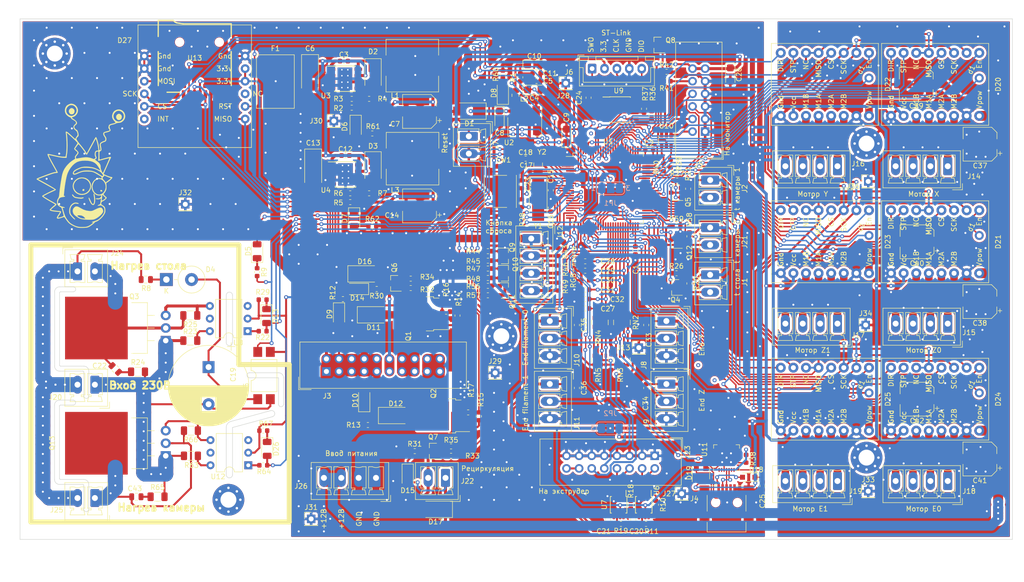
<source format=kicad_pcb>
(kicad_pcb (version 20171130) (host pcbnew "(5.1.4-83-g4f57de968)-1")
  (layers (0 F.Cu signal) (31 B.Cu signal) (34 B.Paste user hide) (35 F.Paste user hide) (36 B.SilkS user) (37 F.SilkS user) (38 B.Mask user hide) (39 F.Mask user hide) (44 Edge.Cuts user))
  (net 0 "")
  (net 1 GND)
  (net 2 "Net-(C1-Pad1)")
  (net 3 "Net-(C2-Pad1)")
  (net 4 "Net-(C3-Pad2)")
  (net 5 "Net-(C3-Pad1)")
  (net 6 /Vref)
  (net 7 "Net-(C13-Pad1)")
  (net 8 +5VD)
  (net 9 "Net-(C8-Pad1)")
  (net 10 +3V3)
  (net 11 /Vdda)
  (net 12 "Net-(C12-Pad2)")
  (net 13 "Net-(C12-Pad1)")
  (net 14 +5VP)
  (net 15 "Net-(C15-Pad1)")
  (net 16 "Net-(C16-Pad1)")
  (net 17 "Net-(C17-Pad1)")
  (net 18 "Net-(C18-Pad1)")
  (net 19 /N_230)
  (net 20 "Net-(C19-Pad1)")
  (net 21 "Net-(C20-Pad1)")
  (net 22 "Net-(C21-Pad1)")
  (net 23 "Net-(C22-Pad2)")
  (net 24 "Net-(C22-Pad1)")
  (net 25 /NRST)
  (net 26 /Auto_level)
  (net 27 /X_endstop)
  (net 28 /Y_endstop)
  (net 29 /Z_endstop)
  (net 30 /Jam_end0)
  (net 31 /Jam_end1)
  (net 32 "/end stop/U_end_stop")
  (net 33 VCC)
  (net 34 "Net-(D4-Pad1)")
  (net 35 "Net-(D5-Pad1)")
  (net 36 "Net-(D6-Pad2)")
  (net 37 "Net-(D7-Pad2)")
  (net 38 "Net-(D8-Pad2)")
  (net 39 "Net-(D9-Pad1)")
  (net 40 "Net-(D10-Pad1)")
  (net 41 /control_temp/extr0_hot)
  (net 42 /control_temp/extr1_hot)
  (net 43 /bed_pwm)
  (net 44 "Net-(D13-Pad1)")
  (net 45 "Net-(D14-Pad1)")
  (net 46 "Net-(D15-Pad1)")
  (net 47 /control_temp/extr_fan_pow)
  (net 48 "Net-(D17-Pad2)")
  (net 49 "Net-(D18-Pad1)")
  (net 50 "Net-(D19-Pad4)")
  (net 51 "Net-(D19-Pad3)")
  (net 52 /end_x_drv)
  (net 53 "Net-(D20-Pad14)")
  (net 54 "Net-(D20-Pad13)")
  (net 55 "Net-(D20-Pad12)")
  (net 56 "Net-(D20-Pad11)")
  (net 57 /dir_x)
  (net 58 /stp_x)
  (net 59 /miso_drv)
  (net 60 /cs_x)
  (net 61 /sck_drv)
  (net 62 /mosi_drv)
  (net 63 /en_x)
  (net 64 /end_z0_drv)
  (net 65 "Net-(D21-Pad14)")
  (net 66 "Net-(D21-Pad13)")
  (net 67 "Net-(D21-Pad12)")
  (net 68 "Net-(D21-Pad11)")
  (net 69 /dir_z0)
  (net 70 /stp_z0)
  (net 71 /cs_z0)
  (net 72 /en_z0)
  (net 73 /end_y_drv)
  (net 74 "Net-(D22-Pad14)")
  (net 75 "Net-(D22-Pad13)")
  (net 76 "Net-(D22-Pad12)")
  (net 77 "Net-(D22-Pad11)")
  (net 78 /dir_y)
  (net 79 /stp_y)
  (net 80 /cs_y)
  (net 81 /en_y)
  (net 82 /end_z1_drv)
  (net 83 "Net-(D23-Pad14)")
  (net 84 "Net-(D23-Pad13)")
  (net 85 "Net-(D23-Pad12)")
  (net 86 "Net-(D23-Pad11)")
  (net 87 /dir_z1)
  (net 88 /stp_z1)
  (net 89 /cs_z1)
  (net 90 /en_z1)
  (net 91 /end_e0_drv)
  (net 92 "Net-(D24-Pad14)")
  (net 93 "Net-(D24-Pad13)")
  (net 94 "Net-(D24-Pad12)")
  (net 95 "Net-(D24-Pad11)")
  (net 96 /dir_e0)
  (net 97 /stp_e0)
  (net 98 /cs_e0)
  (net 99 /en_e0)
  (net 100 "Net-(D25-Pad14)")
  (net 101 "Net-(D25-Pad13)")
  (net 102 "Net-(D25-Pad12)")
  (net 103 "Net-(D25-Pad11)")
  (net 104 /dir_e1)
  (net 105 /stp_e1)
  (net 106 /cs_e1)
  (net 107 /en_e1)
  (net 108 "Net-(J2-Pad2)")
  (net 109 "Net-(J5-Pad10)")
  (net 110 /TX_LCD)
  (net 111 /RX_LCD)
  (net 112 "Net-(J5-Pad4)")
  (net 113 "Net-(J5-Pad2)")
  (net 114 /SWDIO)
  (net 115 /SWCLK)
  (net 116 /SWO)
  (net 117 "Net-(J8-Pad2)")
  (net 118 "Net-(J9-Pad2)")
  (net 119 "Net-(J10-Pad2)")
  (net 120 "Net-(J11-Pad2)")
  (net 121 /Perefiria/red_led)
  (net 122 /Perefiria/green_led)
  (net 123 /Perefiria/blue_led)
  (net 124 /L_230)
  (net 125 /control_temp/End_X)
  (net 126 /control_temp/Auto_level)
  (net 127 /control_temp/therm1-)
  (net 128 /control_temp/therm1+)
  (net 129 /control_temp/therm0-)
  (net 130 /control_temp/therm0+)
  (net 131 "Net-(JP1-Pad2)")
  (net 132 "Net-(Q1-Pad1)")
  (net 133 "Net-(Q2-Pad1)")
  (net 134 "Net-(Q3-Pad3)")
  (net 135 /bed_temp)
  (net 136 "Net-(Q6-Pad1)")
  (net 137 "Net-(Q7-Pad1)")
  (net 138 "Net-(Q8-Pad1)")
  (net 139 "Net-(Q9-Pad1)")
  (net 140 "Net-(Q10-Pad1)")
  (net 141 "Net-(Q11-Pad1)")
  (net 142 "Net-(R2-Pad2)")
  (net 143 "Net-(R3-Pad2)")
  (net 144 "Net-(R5-Pad2)")
  (net 145 "Net-(R6-Pad2)")
  (net 146 /pover_ok)
  (net 147 "Net-(R10-Pad2)")
  (net 148 "Net-(R10-Pad1)")
  (net 149 /extr0_temp)
  (net 150 /extr0_pwm)
  (net 151 /extr1_pwm)
  (net 152 "Net-(R18-Pad2)")
  (net 153 "Net-(R18-Pad1)")
  (net 154 /extr1_temp)
  (net 155 "Net-(R22-Pad1)")
  (net 156 "Net-(R23-Pad2)")
  (net 157 /extr_fan_pwm)
  (net 158 /rec_fan_pwm)
  (net 159 /SDA)
  (net 160 /SCL)
  (net 161 "Net-(R38-Pad2)")
  (net 162 "Net-(R39-Pad2)")
  (net 163 /DP_USB)
  (net 164 "Net-(R40-Pad2)")
  (net 165 /DM_USB)
  (net 166 /rled_pwm)
  (net 167 /gled_pwm)
  (net 168 /bled_pwm)
  (net 169 "Net-(RN4-Pad5)")
  (net 170 "Net-(RN4-Pad6)")
  (net 171 /Rx_UART)
  (net 172 /Tx_UART)
  (net 173 /control_temp/Select_extr)
  (net 174 "Net-(J21-Pad2)")
  (net 175 /box_temp1)
  (net 176 /box_temp2)
  (net 177 "Net-(J1-Pad2)")
  (net 178 /end_e1_drv)
  (net 179 "Net-(C43-Pad2)")
  (net 180 "Net-(C43-Pad1)")
  (net 181 "Net-(D26-Pad1)")
  (net 182 "Net-(Q13-Pad3)")
  (net 183 "Net-(R63-Pad2)")
  (net 184 "Net-(R64-Pad1)")
  (net 185 /box_pwm)
  (net 186 /RST_eth)
  (net 187 /MIS_eth)
  (net 188 /CS_eth)
  (net 189 /SCK_eth)
  (net 190 /MOS_eth)
  (net 191 /CS_SD)
  (module 3d_print:Rick_2 (layer F.Cu) (at 46.99 53.34)
    (fp_text reference G*** hide)
    (fp_text value LOGO hide)
  )
  (module 3d_print:SolderJumper-3_P1.3mm_Bridged2Bar12_RoundedPad1.0x1.5mm_NumberLabels (layer B.Cu) (at 153.759833 106.180527 180)
    (fp_text reference JP2 (at 0 3) (layer B.SilkS) (effects (justify mirror)))
    (fp_text value "Выбор питания концевиков")
    (fp_text user 3 (at 3.5 0) (layer B.SilkS) (effects (justify mirror)))
    (fp_text user 1 (at -3.5 0) (layer B.SilkS) (effects (justify mirror)))
    (fp_poly (pts (xy 0.508 0.762) (xy 1.378 0.762) (xy 1.378 0.362) (xy 0.508 0.362)) (layer B.Cu) (width 0))
    (fp_poly (pts (xy 0.508 -0.362) (xy 1.378 -0.362) (xy 1.378 -0.762) (xy 0.508 -0.762)) (layer B.Cu) (width 0))
    (pad 3 smd roundrect (at 1.778 0 180) (size 1.5 2) (layers B.Cu B.Mask) (net 10 +3V3))
    (pad 1 smd roundrect (at -1.778 0 180) (size 1.5 2) (layers B.Cu B.Mask) (net 8 +5VD))
    (pad 2 smd rect (at 0 0 180) (size 1.5 2) (layers B.Cu B.Mask) (net 32 "/end stop/U_end_stop"))
  )
  (module 3d_print:SolderJumper-3_P1.3mm_Bridged2Bar12_RoundedPad1.0x1.5mm_NumberLabels (layer B.Cu) (at 153.825 57.765)
    (fp_text reference JP1 (at 0 3) (layer B.SilkS) (effects (justify mirror)))
    (fp_text value "Режим загрузки")
    (fp_text user 3 (at 3.5 0) (layer B.SilkS) (effects (justify mirror)))
    (fp_text user 1 (at -3.5 0) (layer B.SilkS) (effects (justify mirror)))
    (fp_poly (pts (xy 0.508 0.762) (xy 1.378 0.762) (xy 1.378 0.362) (xy 0.508 0.362)) (layer B.Cu) (width 0))
    (fp_poly (pts (xy 0.508 -0.362) (xy 1.378 -0.362) (xy 1.378 -0.762) (xy 0.508 -0.762)) (layer B.Cu) (width 0))
    (pad 3 smd roundrect (at 1.778 0) (size 1.5 2) (layers B.Cu B.Mask) (net 10 +3V3))
    (pad 1 smd roundrect (at -1.778 0) (size 1.5 2) (layers B.Cu B.Mask) (net 1 GND))
    (pad 2 smd rect (at 0 0) (size 1.5 2) (layers B.Cu B.Mask) (net 131 "Net-(JP1-Pad2)"))
  )
  (module 3d_print:GCT-MEM2055-00-190-01-A (layer F.Cu) (at 70.012 39.6)
    (fp_text reference U13 (at 0 -8.1) (layer F.SilkS))
    (fp_text value MicroSD_SPI_CD)
    (pad "" np_thru_hole circle (at -3.05 -11.3 180) (size 1 1) (drill 1) (layers *.Cu *.Mask))
    (pad "" np_thru_hole circle (at 4.95 -11.3 180) (size 1 1) (drill 1) (layers *.Cu *.Mask))
    (pad 9 smd rect (at 6.55 -0.8) (size 0.7 1.6) (layers F.Cu F.Paste F.Mask))
    (pad 6 smd rect (at 7.75 -10.9 180) (size 1.2 2.2) (layers F.Cu F.Paste F.Mask) (net 1 GND))
    (pad 6 smd rect (at -7.75 -11 180) (size 1.2 2.2) (layers F.Cu F.Paste F.Mask) (net 1 GND))
    (pad 6 smd rect (at -6.85 -1.4) (size 1.6 1.4) (layers F.Cu F.Paste F.Mask) (net 1 GND))
    (pad 6 smd rect (at 7.75 -1.4) (size 1.2 1.4) (layers F.Cu F.Paste F.Mask) (net 1 GND))
    (pad 1 smd rect (at -2.25 -0.8) (size 0.7 1.6) (layers F.Cu F.Paste F.Mask))
    (pad 2 smd rect (at -1.15 -0.8) (size 0.7 1.6) (layers F.Cu F.Paste F.Mask) (net 191 /CS_SD))
    (pad 3 smd rect (at -0.05 -0.8) (size 0.7 1.6) (layers F.Cu F.Paste F.Mask) (net 190 /MOS_eth))
    (pad 4 smd rect (at 1.05 -0.8) (size 0.7 1.6) (layers F.Cu F.Paste F.Mask) (net 10 +3V3))
    (pad 5 smd rect (at 2.15 -0.8) (size 0.7 1.6) (layers F.Cu F.Paste F.Mask) (net 189 /SCK_eth))
    (pad 6 smd rect (at 3.25 -0.8) (size 0.7 1.6) (layers F.Cu F.Paste F.Mask) (net 1 GND))
    (pad 7 smd rect (at 4.35 -0.8) (size 0.7 1.6) (layers F.Cu F.Paste F.Mask) (net 187 /MIS_eth))
    (pad 8 smd rect (at 5.45 -0.8) (size 0.7 1.6) (layers F.Cu F.Paste F.Mask))
  )
  (module 3d_print:TMC2130_Module (layer F.Cu) (at 208.435002 36.81 270)
    (fp_text reference D22 (at 0 -1.27 90) (layer F.SilkS))
    (fp_text value TMC2130_module)
    (fp_text user d1 (at -2.032 4.572 245) (layer F.SilkS) (effects (justify left)))
    (fp_text user MISO (at -5.08 12.7 90) (layer F.SilkS) (effects (justify right)))
    (fp_text user En (at -5.08 2.54 90) (layer F.SilkS) (effects (justify right)))
    (fp_text user Vpow (at 5.08 2.54 90) (layer F.SilkS) (effects (justify left)))
    (fp_text user Gnd (at 5.08 20.32 90) (layer F.SilkS) (effects (justify left)))
    (fp_text user M2B (at 5.08 7.62 90) (layer F.SilkS) (effects (justify left)))
    (fp_text user M2A (at 5.08 10.16 90) (layer F.SilkS) (effects (justify left)))
    (fp_text user M1A (at 5.08 12.7 90) (layer F.SilkS) (effects (justify left)))
    (fp_text user M1B (at 5.08 15.24 90) (layer F.SilkS) (effects (justify left)))
    (fp_text user Vcc (at 5.08 17.78 90) (layer F.SilkS) (effects (justify left)))
    (fp_text user Gnd (at 5.08 20.32 90) (layer F.SilkS) (effects (justify left)))
    (fp_text user DIR (at -5.08 20.32 90) (layer F.SilkS) (effects (justify right)))
    (fp_text user STP (at -5.08 17.78 90) (layer F.SilkS) (effects (justify right)))
    (fp_text user NC (at -5.08 15.24 90) (layer F.SilkS) (effects (justify right)))
    (fp_text user MISO (at -5.08 12.7 90) (layer F.SilkS) (effects (justify right)))
    (fp_text user CS (at -5.08 10.16 90) (layer F.SilkS) (effects (justify right)))
    (fp_text user SCK (at -5.08 7.62 90) (layer F.SilkS) (effects (justify right)))
    (pad 17 thru_hole circle (at -1.27 2.54 270) (size 1.8 1.8) (drill 1) (layers *.Cu *.Mask) (net 73 /end_y_drv))
    (pad 16 thru_hole circle (at 6.35 2.54 270) (size 2 2) (drill 1) (layers *.Cu *.Mask) (net 33 VCC))
    (pad 15 thru_hole circle (at 6.35 5.08 270) (size 2 2) (drill 1) (layers *.Cu *.Mask) (net 1 GND))
    (pad 14 thru_hole circle (at 6.35 7.62 270) (size 2 2) (drill 1) (layers *.Cu *.Mask) (net 74 "Net-(D22-Pad14)"))
    (pad 13 thru_hole circle (at 6.35 10.16 270) (size 2 2) (drill 1) (layers *.Cu *.Mask) (net 75 "Net-(D22-Pad13)"))
    (pad 12 thru_hole circle (at 6.35 12.7 270) (size 2 2) (drill 1) (layers *.Cu *.Mask) (net 76 "Net-(D22-Pad12)"))
    (pad 11 thru_hole circle (at 6.35 15.24 270) (size 2 2) (drill 1) (layers *.Cu *.Mask) (net 77 "Net-(D22-Pad11)"))
    (pad 10 thru_hole circle (at 6.35 17.78 270) (size 2 2) (drill 1) (layers *.Cu *.Mask) (net 8 +5VD))
    (pad 9 thru_hole circle (at 6.35 20.32 270) (size 2 2) (drill 1) (layers *.Cu *.Mask) (net 1 GND))
    (pad 8 thru_hole circle (at -6.35 20.32 270) (size 2 2) (drill 1) (layers *.Cu *.Mask) (net 78 /dir_y))
    (pad 7 thru_hole circle (at -6.35 17.78 270) (size 2 2) (drill 1) (layers *.Cu *.Mask) (net 79 /stp_y))
    (pad 6 thru_hole circle (at -6.35 15.24 270) (size 2 2) (drill 1) (layers *.Cu *.Mask) (net 59 /miso_drv))
    (pad 5 thru_hole circle (at -6.35 12.7 270) (size 2 2) (drill 1) (layers *.Cu *.Mask) (net 59 /miso_drv))
    (pad 4 thru_hole circle (at -6.35 10.16 270) (size 2 2) (drill 1) (layers *.Cu *.Mask) (net 80 /cs_y))
    (pad 3 thru_hole circle (at -6.35 7.62 270) (size 2 2) (drill 1) (layers *.Cu *.Mask) (net 61 /sck_drv))
    (pad 2 thru_hole circle (at -6.35 5.08 270) (size 2 2) (drill 1) (layers *.Cu *.Mask) (net 62 /mosi_drv))
    (pad 1 thru_hole circle (at -6.35 2.54 270) (size 2 2) (drill 1) (layers *.Cu *.Mask) (net 81 /en_y))
  )
  (module 3d_print:TMC2130_Module (layer F.Cu) (at 208.435 68.56 270)
    (fp_text reference D23 (at 0 -1.27 90) (layer F.SilkS))
    (fp_text value TMC2130_module)
    (fp_text user d1 (at -2.032 4.572 245) (layer F.SilkS) (effects (justify left)))
    (fp_text user MISO (at -5.08 12.7 90) (layer F.SilkS) (effects (justify right)))
    (fp_text user En (at -5.08 2.54 90) (layer F.SilkS) (effects (justify right)))
    (fp_text user Vpow (at 5.08 2.54 90) (layer F.SilkS) (effects (justify left)))
    (fp_text user Gnd (at 5.08 20.32 90) (layer F.SilkS) (effects (justify left)))
    (fp_text user M2B (at 5.08 7.62 90) (layer F.SilkS) (effects (justify left)))
    (fp_text user M2A (at 5.08 10.16 90) (layer F.SilkS) (effects (justify left)))
    (fp_text user M1A (at 5.08 12.7 90) (layer F.SilkS) (effects (justify left)))
    (fp_text user M1B (at 5.08 15.24 90) (layer F.SilkS) (effects (justify left)))
    (fp_text user Vcc (at 5.08 17.78 90) (layer F.SilkS) (effects (justify left)))
    (fp_text user Gnd (at 5.08 20.32 90) (layer F.SilkS) (effects (justify left)))
    (fp_text user DIR (at -5.08 20.32 90) (layer F.SilkS) (effects (justify right)))
    (fp_text user STP (at -5.08 17.78 90) (layer F.SilkS) (effects (justify right)))
    (fp_text user NC (at -5.08 15.24 90) (layer F.SilkS) (effects (justify right)))
    (fp_text user MISO (at -5.08 12.7 90) (layer F.SilkS) (effects (justify right)))
    (fp_text user CS (at -5.08 10.16 90) (layer F.SilkS) (effects (justify right)))
    (fp_text user SCK (at -5.08 7.62 90) (layer F.SilkS) (effects (justify right)))
    (pad 17 thru_hole circle (at -1.27 2.54 270) (size 1.8 1.8) (drill 1) (layers *.Cu *.Mask) (net 82 /end_z1_drv))
    (pad 16 thru_hole circle (at 6.35 2.54 270) (size 2 2) (drill 1) (layers *.Cu *.Mask) (net 33 VCC))
    (pad 15 thru_hole circle (at 6.35 5.08 270) (size 2 2) (drill 1) (layers *.Cu *.Mask) (net 1 GND))
    (pad 14 thru_hole circle (at 6.35 7.62 270) (size 2 2) (drill 1) (layers *.Cu *.Mask) (net 83 "Net-(D23-Pad14)"))
    (pad 13 thru_hole circle (at 6.35 10.16 270) (size 2 2) (drill 1) (layers *.Cu *.Mask) (net 84 "Net-(D23-Pad13)"))
    (pad 12 thru_hole circle (at 6.35 12.7 270) (size 2 2) (drill 1) (layers *.Cu *.Mask) (net 85 "Net-(D23-Pad12)"))
    (pad 11 thru_hole circle (at 6.35 15.24 270) (size 2 2) (drill 1) (layers *.Cu *.Mask) (net 86 "Net-(D23-Pad11)"))
    (pad 10 thru_hole circle (at 6.35 17.78 270) (size 2 2) (drill 1) (layers *.Cu *.Mask) (net 8 +5VD))
    (pad 9 thru_hole circle (at 6.35 20.32 270) (size 2 2) (drill 1) (layers *.Cu *.Mask) (net 1 GND))
    (pad 8 thru_hole circle (at -6.35 20.32 270) (size 2 2) (drill 1) (layers *.Cu *.Mask) (net 87 /dir_z1))
    (pad 7 thru_hole circle (at -6.35 17.78 270) (size 2 2) (drill 1) (layers *.Cu *.Mask) (net 88 /stp_z1))
    (pad 6 thru_hole circle (at -6.35 15.24 270) (size 2 2) (drill 1) (layers *.Cu *.Mask) (net 59 /miso_drv))
    (pad 5 thru_hole circle (at -6.35 12.7 270) (size 2 2) (drill 1) (layers *.Cu *.Mask) (net 59 /miso_drv))
    (pad 4 thru_hole circle (at -6.35 10.16 270) (size 2 2) (drill 1) (layers *.Cu *.Mask) (net 89 /cs_z1))
    (pad 3 thru_hole circle (at -6.35 7.62 270) (size 2 2) (drill 1) (layers *.Cu *.Mask) (net 61 /sck_drv))
    (pad 2 thru_hole circle (at -6.35 5.08 270) (size 2 2) (drill 1) (layers *.Cu *.Mask) (net 62 /mosi_drv))
    (pad 1 thru_hole circle (at -6.35 2.54 270) (size 2 2) (drill 1) (layers *.Cu *.Mask) (net 90 /en_z1))
  )
  (module 3d_print:TMC2130_Module (layer F.Cu) (at 230.66 36.81 270)
    (fp_text reference D20 (at 0 -1.27 90) (layer F.SilkS))
    (fp_text value TMC2130_module)
    (fp_text user d1 (at -2.032 4.572 245) (layer F.SilkS) (effects (justify left)))
    (fp_text user MISO (at -5.08 12.7 90) (layer F.SilkS) (effects (justify right)))
    (fp_text user En (at -5.08 2.54 90) (layer F.SilkS) (effects (justify right)))
    (fp_text user Vpow (at 5.08 2.54 90) (layer F.SilkS) (effects (justify left)))
    (fp_text user Gnd (at 5.08 20.32 90) (layer F.SilkS) (effects (justify left)))
    (fp_text user M2B (at 5.08 7.62 90) (layer F.SilkS) (effects (justify left)))
    (fp_text user M2A (at 5.08 10.16 90) (layer F.SilkS) (effects (justify left)))
    (fp_text user M1A (at 5.08 12.7 90) (layer F.SilkS) (effects (justify left)))
    (fp_text user M1B (at 5.08 15.24 90) (layer F.SilkS) (effects (justify left)))
    (fp_text user Vcc (at 5.08 17.78 90) (layer F.SilkS) (effects (justify left)))
    (fp_text user Gnd (at 5.08 20.32 90) (layer F.SilkS) (effects (justify left)))
    (fp_text user DIR (at -5.08 20.32 90) (layer F.SilkS) (effects (justify right)))
    (fp_text user STP (at -5.08 17.78 90) (layer F.SilkS) (effects (justify right)))
    (fp_text user NC (at -5.08 15.24 90) (layer F.SilkS) (effects (justify right)))
    (fp_text user MISO (at -5.08 12.7 90) (layer F.SilkS) (effects (justify right)))
    (fp_text user CS (at -5.08 10.16 90) (layer F.SilkS) (effects (justify right)))
    (fp_text user SCK (at -5.08 7.62 90) (layer F.SilkS) (effects (justify right)))
    (pad 17 thru_hole circle (at -1.27 2.54 270) (size 1.8 1.8) (drill 1) (layers *.Cu *.Mask) (net 52 /end_x_drv))
    (pad 16 thru_hole circle (at 6.35 2.54 270) (size 2 2) (drill 1) (layers *.Cu *.Mask) (net 33 VCC))
    (pad 15 thru_hole circle (at 6.35 5.08 270) (size 2 2) (drill 1) (layers *.Cu *.Mask) (net 1 GND))
    (pad 14 thru_hole circle (at 6.35 7.62 270) (size 2 2) (drill 1) (layers *.Cu *.Mask) (net 53 "Net-(D20-Pad14)"))
    (pad 13 thru_hole circle (at 6.35 10.16 270) (size 2 2) (drill 1) (layers *.Cu *.Mask) (net 54 "Net-(D20-Pad13)"))
    (pad 12 thru_hole circle (at 6.35 12.7 270) (size 2 2) (drill 1) (layers *.Cu *.Mask) (net 55 "Net-(D20-Pad12)"))
    (pad 11 thru_hole circle (at 6.35 15.24 270) (size 2 2) (drill 1) (layers *.Cu *.Mask) (net 56 "Net-(D20-Pad11)"))
    (pad 10 thru_hole circle (at 6.35 17.78 270) (size 2 2) (drill 1) (layers *.Cu *.Mask) (net 8 +5VD))
    (pad 9 thru_hole circle (at 6.35 20.32 270) (size 2 2) (drill 1) (layers *.Cu *.Mask) (net 1 GND))
    (pad 8 thru_hole circle (at -6.35 20.32 270) (size 2 2) (drill 1) (layers *.Cu *.Mask) (net 57 /dir_x))
    (pad 7 thru_hole circle (at -6.35 17.78 270) (size 2 2) (drill 1) (layers *.Cu *.Mask) (net 58 /stp_x))
    (pad 6 thru_hole circle (at -6.35 15.24 270) (size 2 2) (drill 1) (layers *.Cu *.Mask) (net 59 /miso_drv))
    (pad 5 thru_hole circle (at -6.35 12.7 270) (size 2 2) (drill 1) (layers *.Cu *.Mask) (net 59 /miso_drv))
    (pad 4 thru_hole circle (at -6.35 10.16 270) (size 2 2) (drill 1) (layers *.Cu *.Mask) (net 60 /cs_x))
    (pad 3 thru_hole circle (at -6.35 7.62 270) (size 2 2) (drill 1) (layers *.Cu *.Mask) (net 61 /sck_drv))
    (pad 2 thru_hole circle (at -6.35 5.08 270) (size 2 2) (drill 1) (layers *.Cu *.Mask) (net 62 /mosi_drv))
    (pad 1 thru_hole circle (at -6.35 2.54 270) (size 2 2) (drill 1) (layers *.Cu *.Mask) (net 63 /en_x))
  )
  (module 3d_print:TMC2130_Module (layer F.Cu) (at 208.435002 100.310002 270)
    (fp_text reference D25 (at 0 -1.27 90) (layer F.SilkS))
    (fp_text value TMC2130_module)
    (fp_text user d1 (at -2.032 4.572 245) (layer F.SilkS) (effects (justify left)))
    (fp_text user MISO (at -5.08 12.7 90) (layer F.SilkS) (effects (justify right)))
    (fp_text user En (at -5.08 2.54 90) (layer F.SilkS) (effects (justify right)))
    (fp_text user Vpow (at 5.08 2.54 90) (layer F.SilkS) (effects (justify left)))
    (fp_text user Gnd (at 5.08 20.32 90) (layer F.SilkS) (effects (justify left)))
    (fp_text user M2B (at 5.08 7.62 90) (layer F.SilkS) (effects (justify left)))
    (fp_text user M2A (at 5.08 10.16 90) (layer F.SilkS) (effects (justify left)))
    (fp_text user M1A (at 5.08 12.7 90) (layer F.SilkS) (effects (justify left)))
    (fp_text user M1B (at 5.08 15.24 90) (layer F.SilkS) (effects (justify left)))
    (fp_text user Vcc (at 5.08 17.78 90) (layer F.SilkS) (effects (justify left)))
    (fp_text user Gnd (at 5.08 20.32 90) (layer F.SilkS) (effects (justify left)))
    (fp_text user DIR (at -5.08 20.32 90) (layer F.SilkS) (effects (justify right)))
    (fp_text user STP (at -5.08 17.78 90) (layer F.SilkS) (effects (justify right)))
    (fp_text user NC (at -5.08 15.24 90) (layer F.SilkS) (effects (justify right)))
    (fp_text user MISO (at -5.08 12.7 90) (layer F.SilkS) (effects (justify right)))
    (fp_text user CS (at -5.08 10.16 90) (layer F.SilkS) (effects (justify right)))
    (fp_text user SCK (at -5.08 7.62 90) (layer F.SilkS) (effects (justify right)))
    (pad 17 thru_hole circle (at -1.27 2.54 270) (size 1.8 1.8) (drill 1) (layers *.Cu *.Mask) (net 178 /end_e1_drv))
    (pad 16 thru_hole circle (at 6.35 2.54 270) (size 2 2) (drill 1) (layers *.Cu *.Mask) (net 33 VCC))
    (pad 15 thru_hole circle (at 6.35 5.08 270) (size 2 2) (drill 1) (layers *.Cu *.Mask) (net 1 GND))
    (pad 14 thru_hole circle (at 6.35 7.62 270) (size 2 2) (drill 1) (layers *.Cu *.Mask) (net 100 "Net-(D25-Pad14)"))
    (pad 13 thru_hole circle (at 6.35 10.16 270) (size 2 2) (drill 1) (layers *.Cu *.Mask) (net 101 "Net-(D25-Pad13)"))
    (pad 12 thru_hole circle (at 6.35 12.7 270) (size 2 2) (drill 1) (layers *.Cu *.Mask) (net 102 "Net-(D25-Pad12)"))
    (pad 11 thru_hole circle (at 6.35 15.24 270) (size 2 2) (drill 1) (layers *.Cu *.Mask) (net 103 "Net-(D25-Pad11)"))
    (pad 10 thru_hole circle (at 6.35 17.78 270) (size 2 2) (drill 1) (layers *.Cu *.Mask) (net 8 +5VD))
    (pad 9 thru_hole circle (at 6.35 20.32 270) (size 2 2) (drill 1) (layers *.Cu *.Mask) (net 1 GND))
    (pad 8 thru_hole circle (at -6.35 20.32 270) (size 2 2) (drill 1) (layers *.Cu *.Mask) (net 104 /dir_e1))
    (pad 7 thru_hole circle (at -6.35 17.78 270) (size 2 2) (drill 1) (layers *.Cu *.Mask) (net 105 /stp_e1))
    (pad 6 thru_hole circle (at -6.35 15.24 270) (size 2 2) (drill 1) (layers *.Cu *.Mask) (net 59 /miso_drv))
    (pad 5 thru_hole circle (at -6.35 12.7 270) (size 2 2) (drill 1) (layers *.Cu *.Mask) (net 59 /miso_drv))
    (pad 4 thru_hole circle (at -6.35 10.16 270) (size 2 2) (drill 1) (layers *.Cu *.Mask) (net 106 /cs_e1))
    (pad 3 thru_hole circle (at -6.35 7.62 270) (size 2 2) (drill 1) (layers *.Cu *.Mask) (net 61 /sck_drv))
    (pad 2 thru_hole circle (at -6.35 5.08 270) (size 2 2) (drill 1) (layers *.Cu *.Mask) (net 62 /mosi_drv))
    (pad 1 thru_hole circle (at -6.35 2.54 270) (size 2 2) (drill 1) (layers *.Cu *.Mask) (net 107 /en_e1))
  )
  (module 3d_print:TMC2130_Module (layer F.Cu) (at 230.659998 100.31 270)
    (fp_text reference D24 (at 0 -1.27 90) (layer F.SilkS))
    (fp_text value TMC2130_module)
    (fp_text user d1 (at -2.032 4.572 245) (layer F.SilkS) (effects (justify left)))
    (fp_text user MISO (at -5.08 12.7 90) (layer F.SilkS) (effects (justify right)))
    (fp_text user En (at -5.08 2.54 90) (layer F.SilkS) (effects (justify right)))
    (fp_text user Vpow (at 5.08 2.54 90) (layer F.SilkS) (effects (justify left)))
    (fp_text user Gnd (at 5.08 20.32 90) (layer F.SilkS) (effects (justify left)))
    (fp_text user M2B (at 5.08 7.62 90) (layer F.SilkS) (effects (justify left)))
    (fp_text user M2A (at 5.08 10.16 90) (layer F.SilkS) (effects (justify left)))
    (fp_text user M1A (at 5.08 12.7 90) (layer F.SilkS) (effects (justify left)))
    (fp_text user M1B (at 5.08 15.24 90) (layer F.SilkS) (effects (justify left)))
    (fp_text user Vcc (at 5.08 17.78 90) (layer F.SilkS) (effects (justify left)))
    (fp_text user Gnd (at 5.08 20.32 90) (layer F.SilkS) (effects (justify left)))
    (fp_text user DIR (at -5.08 20.32 90) (layer F.SilkS) (effects (justify right)))
    (fp_text user STP (at -5.08 17.78 90) (layer F.SilkS) (effects (justify right)))
    (fp_text user NC (at -5.08 15.24 90) (layer F.SilkS) (effects (justify right)))
    (fp_text user MISO (at -5.08 12.7 90) (layer F.SilkS) (effects (justify right)))
    (fp_text user CS (at -5.08 10.16 90) (layer F.SilkS) (effects (justify right)))
    (fp_text user SCK (at -5.08 7.62 90) (layer F.SilkS) (effects (justify right)))
    (pad 17 thru_hole circle (at -1.27 2.54 270) (size 1.8 1.8) (drill 1) (layers *.Cu *.Mask) (net 91 /end_e0_drv))
    (pad 16 thru_hole circle (at 6.35 2.54 270) (size 2 2) (drill 1) (layers *.Cu *.Mask) (net 33 VCC))
    (pad 15 thru_hole circle (at 6.35 5.08 270) (size 2 2) (drill 1) (layers *.Cu *.Mask) (net 1 GND))
    (pad 14 thru_hole circle (at 6.35 7.62 270) (size 2 2) (drill 1) (layers *.Cu *.Mask) (net 92 "Net-(D24-Pad14)"))
    (pad 13 thru_hole circle (at 6.35 10.16 270) (size 2 2) (drill 1) (layers *.Cu *.Mask) (net 93 "Net-(D24-Pad13)"))
    (pad 12 thru_hole circle (at 6.35 12.7 270) (size 2 2) (drill 1) (layers *.Cu *.Mask) (net 94 "Net-(D24-Pad12)"))
    (pad 11 thru_hole circle (at 6.35 15.24 270) (size 2 2) (drill 1) (layers *.Cu *.Mask) (net 95 "Net-(D24-Pad11)"))
    (pad 10 thru_hole circle (at 6.35 17.78 270) (size 2 2) (drill 1) (layers *.Cu *.Mask) (net 8 +5VD))
    (pad 9 thru_hole circle (at 6.35 20.32 270) (size 2 2) (drill 1) (layers *.Cu *.Mask) (net 1 GND))
    (pad 8 thru_hole circle (at -6.35 20.32 270) (size 2 2) (drill 1) (layers *.Cu *.Mask) (net 96 /dir_e0))
    (pad 7 thru_hole circle (at -6.35 17.78 270) (size 2 2) (drill 1) (layers *.Cu *.Mask) (net 97 /stp_e0))
    (pad 6 thru_hole circle (at -6.35 15.24 270) (size 2 2) (drill 1) (layers *.Cu *.Mask) (net 59 /miso_drv))
    (pad 5 thru_hole circle (at -6.35 12.7 270) (size 2 2) (drill 1) (layers *.Cu *.Mask) (net 59 /miso_drv))
    (pad 4 thru_hole circle (at -6.35 10.16 270) (size 2 2) (drill 1) (layers *.Cu *.Mask) (net 98 /cs_e0))
    (pad 3 thru_hole circle (at -6.35 7.62 270) (size 2 2) (drill 1) (layers *.Cu *.Mask) (net 61 /sck_drv))
    (pad 2 thru_hole circle (at -6.35 5.08 270) (size 2 2) (drill 1) (layers *.Cu *.Mask) (net 62 /mosi_drv))
    (pad 1 thru_hole circle (at -6.35 2.54 270) (size 2 2) (drill 1) (layers *.Cu *.Mask) (net 99 /en_e0))
  )
  (module 3d_print:TMC2130_Module (layer F.Cu) (at 230.66 68.56 270)
    (fp_text reference D21 (at 0 -1.27 90) (layer F.SilkS))
    (fp_text value TMC2130_module)
    (fp_text user d1 (at -2.032 4.572 245) (layer F.SilkS) (effects (justify left)))
    (fp_text user MISO (at -5.08 12.7 90) (layer F.SilkS) (effects (justify right)))
    (fp_text user En (at -5.08 2.54 90) (layer F.SilkS) (effects (justify right)))
    (fp_text user Vpow (at 5.08 2.54 90) (layer F.SilkS) (effects (justify left)))
    (fp_text user Gnd (at 5.08 20.32 90) (layer F.SilkS) (effects (justify left)))
    (fp_text user M2B (at 5.08 7.62 90) (layer F.SilkS) (effects (justify left)))
    (fp_text user M2A (at 5.08 10.16 90) (layer F.SilkS) (effects (justify left)))
    (fp_text user M1A (at 5.08 12.7 90) (layer F.SilkS) (effects (justify left)))
    (fp_text user M1B (at 5.08 15.24 90) (layer F.SilkS) (effects (justify left)))
    (fp_text user Vcc (at 5.08 17.78 90) (layer F.SilkS) (effects (justify left)))
    (fp_text user Gnd (at 5.08 20.32 90) (layer F.SilkS) (effects (justify left)))
    (fp_text user DIR (at -5.08 20.32 90) (layer F.SilkS) (effects (justify right)))
    (fp_text user STP (at -5.08 17.78 90) (layer F.SilkS) (effects (justify right)))
    (fp_text user NC (at -5.08 15.24 90) (layer F.SilkS) (effects (justify right)))
    (fp_text user MISO (at -5.08 12.7 90) (layer F.SilkS) (effects (justify right)))
    (fp_text user CS (at -5.08 10.16 90) (layer F.SilkS) (effects (justify right)))
    (fp_text user SCK (at -5.08 7.62 90) (layer F.SilkS) (effects (justify right)))
    (pad 17 thru_hole circle (at -1.27 2.54 270) (size 1.8 1.8) (drill 1) (layers *.Cu *.Mask) (net 64 /end_z0_drv))
    (pad 16 thru_hole circle (at 6.35 2.54 270) (size 2 2) (drill 1) (layers *.Cu *.Mask) (net 33 VCC))
    (pad 15 thru_hole circle (at 6.35 5.08 270) (size 2 2) (drill 1) (layers *.Cu *.Mask) (net 1 GND))
    (pad 14 thru_hole circle (at 6.35 7.62 270) (size 2 2) (drill 1) (layers *.Cu *.Mask) (net 65 "Net-(D21-Pad14)"))
    (pad 13 thru_hole circle (at 6.35 10.16 270) (size 2 2) (drill 1) (layers *.Cu *.Mask) (net 66 "Net-(D21-Pad13)"))
    (pad 12 thru_hole circle (at 6.35 12.7 270) (size 2 2) (drill 1) (layers *.Cu *.Mask) (net 67 "Net-(D21-Pad12)"))
    (pad 11 thru_hole circle (at 6.35 15.24 270) (size 2 2) (drill 1) (layers *.Cu *.Mask) (net 68 "Net-(D21-Pad11)"))
    (pad 10 thru_hole circle (at 6.35 17.78 270) (size 2 2) (drill 1) (layers *.Cu *.Mask) (net 8 +5VD))
    (pad 9 thru_hole circle (at 6.35 20.32 270) (size 2 2) (drill 1) (layers *.Cu *.Mask) (net 1 GND))
    (pad 8 thru_hole circle (at -6.35 20.32 270) (size 2 2) (drill 1) (layers *.Cu *.Mask) (net 69 /dir_z0))
    (pad 7 thru_hole circle (at -6.35 17.78 270) (size 2 2) (drill 1) (layers *.Cu *.Mask) (net 70 /stp_z0))
    (pad 6 thru_hole circle (at -6.35 15.24 270) (size 2 2) (drill 1) (layers *.Cu *.Mask) (net 59 /miso_drv))
    (pad 5 thru_hole circle (at -6.35 12.7 270) (size 2 2) (drill 1) (layers *.Cu *.Mask) (net 59 /miso_drv))
    (pad 4 thru_hole circle (at -6.35 10.16 270) (size 2 2) (drill 1) (layers *.Cu *.Mask) (net 71 /cs_z0))
    (pad 3 thru_hole circle (at -6.35 7.62 270) (size 2 2) (drill 1) (layers *.Cu *.Mask) (net 61 /sck_drv))
    (pad 2 thru_hole circle (at -6.35 5.08 270) (size 2 2) (drill 1) (layers *.Cu *.Mask) (net 62 /mosi_drv))
    (pad 1 thru_hole circle (at -6.35 2.54 270) (size 2 2) (drill 1) (layers *.Cu *.Mask) (net 72 /en_z0))
  )
  (module Package_TO_SOT_SMD:SOT-143 (layer F.Cu) (at 172.052 115.212 90)
    (fp_text reference D19 (at 0.02 -2.38 90) (layer F.SilkS))
    (fp_text value SP0503)
    (pad 4 smd rect (at 1.1 -0.95) (size 1 1.4) (layers F.Cu F.Paste F.Mask) (net 50 "Net-(D19-Pad4)"))
    (pad 3 smd rect (at 1.1 0.95) (size 1 1.4) (layers F.Cu F.Paste F.Mask) (net 51 "Net-(D19-Pad3)"))
    (pad 2 smd rect (at -1.1 0.95) (size 1 1.4) (layers F.Cu F.Paste F.Mask) (net 8 +5VD))
    (pad 1 smd rect (at -1.1 -0.77) (size 1.2 1.4) (layers F.Cu F.Paste F.Mask) (net 1 GND))
  )
  (module Crystal:Crystal_SMD_3215-2Pin_3.2x1.5mm (layer F.Cu) (at 139.22 53.086 90)
    (fp_text reference Y2 (at 2.6416 0.762) (layer F.SilkS))
    (fp_text value 32.768KHz)
    (pad 2 smd rect (at -1.25 0 90) (size 1 1.8) (layers F.Cu F.Paste F.Mask) (net 17 "Net-(C17-Pad1)"))
    (pad 1 smd rect (at 1.25 0 90) (size 1 1.8) (layers F.Cu F.Paste F.Mask) (net 18 "Net-(C18-Pad1)"))
  )
  (module Package_TO_SOT_SMD:SOT-23 (layer F.Cu) (at 166.889999 68.245001 180)
    (fp_text reference Q12 (at -2.81 -2.5 270) (layer F.SilkS))
    (fp_text value BC817)
    (pad 3 smd rect (at 1 0 180) (size 0.9 0.8) (layers F.Cu F.Paste F.Mask) (net 176 /box_temp2))
    (pad 2 smd rect (at -1 0.95 180) (size 0.9 0.8) (layers F.Cu F.Paste F.Mask) (net 1 GND))
    (pad 1 smd rect (at -1 -0.95 180) (size 0.9 0.8) (layers F.Cu F.Paste F.Mask) (net 174 "Net-(J21-Pad2)"))
  )
  (module 3d_print:TO-220-3_Horizontal_TabDown (layer F.Cu) (at 64.163 111.74 90)
    (fp_text reference Q13 (at 2.5708 -22.8626 90) (layer F.SilkS))
    (fp_text value BT139)
    (pad 2 smd rect (at 2.54 -13.97 90) (size 12.635 12.635) (layers F.Cu F.Mask) (net 179 "Net-(C43-Pad2)"))
    (pad 3 thru_hole oval (at 5.08 0 90) (size 1.905 2) (drill 1.1) (layers *.Cu *.Mask) (net 182 "Net-(Q13-Pad3)"))
    (pad 2 thru_hole oval (at 2.54 0 90) (size 1.905 2) (drill 1.1) (layers *.Cu *.Mask) (net 179 "Net-(C43-Pad2)"))
    (pad 1 thru_hole rect (at 0 0 90) (size 1.905 2) (drill 1.1) (layers *.Cu *.Mask) (net 124 /L_230))
  )
  (module 3d_print:TO-220-3_Horizontal_TabDown (layer F.Cu) (at 64.162998 88.499 90)
    (fp_text reference Q3 (at 8.89 -6.35 180) (layer F.SilkS))
    (fp_text value BT139)
    (pad 2 smd rect (at 2.54 -13.97 90) (size 12.635 12.635) (layers F.Cu F.Mask) (net 23 "Net-(C22-Pad2)"))
    (pad 3 thru_hole oval (at 5.08 0 90) (size 1.905 2) (drill 1.1) (layers *.Cu *.Mask) (net 134 "Net-(Q3-Pad3)"))
    (pad 2 thru_hole oval (at 2.54 0 90) (size 1.905 2) (drill 1.1) (layers *.Cu *.Mask) (net 23 "Net-(C22-Pad2)"))
    (pad 1 thru_hole rect (at 0 0 90) (size 1.905 2) (drill 1.1) (layers *.Cu *.Mask) (net 124 /L_230))
  )
  (module 3d_print:w5500_module (layer F.Cu) (at 64.925 28.555)
    (fp_text reference D27 (at -9.045 -0.615) (layer F.SilkS))
    (fp_text value w5500_module)
    (fp_text user MISO (at 12.7 15.24) (layer F.SilkS) (effects (justify right)))
    (fp_text user RST (at 12.7 12.7) (layer F.SilkS) (effects (justify right)))
    (fp_text user NC (at 18.895 10.16) (layer F.SilkS) (effects (justify right)))
    (fp_text user 3.3v (at 12.7 7.62) (layer F.SilkS) (effects (justify right)))
    (fp_text user 3.3v (at 12.7 5.08) (layer F.SilkS) (effects (justify right)))
    (fp_text user Gnd (at 12.7 2.54) (layer F.SilkS) (effects (justify right)))
    (fp_text user INT (at -2.54 15.24) (layer F.SilkS) (effects (justify left)))
    (fp_text user CS (at -2.54 12.7) (layer F.SilkS) (effects (justify left)))
    (fp_text user SCK (at -9.553 10.16) (layer F.SilkS) (effects (justify left)))
    (fp_text user MOSI (at -2.54 7.62) (layer F.SilkS) (effects (justify left)))
    (fp_text user Gnd (at -2.54 5.08) (layer F.SilkS) (effects (justify left)))
    (fp_text user Gnd (at -2.54 2.54) (layer F.SilkS) (effects (justify left)))
    (pad 12 thru_hole circle (at 15.24 2.54) (size 1.75 1.75) (drill 0.9) (layers *.Cu *.Mask) (net 1 GND))
    (pad 11 thru_hole circle (at 15.24 5.08) (size 1.75 1.75) (drill 0.9) (layers *.Cu *.Mask) (net 10 +3V3))
    (pad 10 thru_hole circle (at 15.24 7.62) (size 1.75 1.75) (drill 0.9) (layers *.Cu *.Mask) (net 10 +3V3))
    (pad 9 thru_hole circle (at 15.24 10.16) (size 1.75 1.75) (drill 0.9) (layers *.Cu *.Mask))
    (pad 8 thru_hole circle (at 15.24 12.7) (size 1.75 1.75) (drill 0.9) (layers *.Cu *.Mask) (net 186 /RST_eth))
    (pad 7 thru_hole circle (at 15.24 15.24) (size 1.75 1.75) (drill 0.9) (layers *.Cu *.Mask) (net 187 /MIS_eth))
    (pad 6 thru_hole circle (at -5.08 15.24) (size 1.75 1.75) (drill 0.9) (layers *.Cu *.Mask))
    (pad 5 thru_hole circle (at -5.08 12.7) (size 1.75 1.75) (drill 0.9) (layers *.Cu *.Mask) (net 188 /CS_eth))
    (pad 4 thru_hole circle (at -5.08 10.16) (size 1.75 1.75) (drill 0.9) (layers *.Cu *.Mask) (net 189 /SCK_eth))
    (pad 3 thru_hole circle (at -5.08 7.62) (size 1.75 1.75) (drill 0.9) (layers *.Cu *.Mask) (net 190 /MOS_eth))
    (pad 2 thru_hole circle (at -5.08 5.08) (size 1.75 1.75) (drill 0.9) (layers *.Cu *.Mask) (net 1 GND))
    (pad 1 thru_hole circle (at -5.08 2.54) (size 1.75 1.75) (drill 0.9) (layers *.Cu *.Mask) (net 1 GND))
  )
  (module Connector_PinHeader_2.54mm:PinHeader_1x01_P2.54mm_Vertical (layer F.Cu) (at 205.74 56.388)
    (fp_text reference J36 (at -3.048 1.016) (layer F.SilkS))
    (fp_text value Conn_01x01)
    (pad 1 thru_hole rect (at 0 0) (size 1.7 1.7) (drill 1) (layers *.Cu *.Mask) (net 1 GND))
  )
  (module Connector_PinHeader_2.54mm:PinHeader_1x01_P2.54mm_Vertical (layer F.Cu) (at 205.232 85.344)
    (fp_text reference J34 (at 0 -2.33) (layer F.SilkS))
    (fp_text value Conn_01x01)
    (pad 1 thru_hole rect (at 0 0) (size 1.7 1.7) (drill 1) (layers *.Cu *.Mask) (net 1 GND))
  )
  (module Connector_PinHeader_2.54mm:PinHeader_1x01_P2.54mm_Vertical (layer F.Cu) (at 205.74 118.872)
    (fp_text reference J33 (at 0 -2.33) (layer F.SilkS))
    (fp_text value Conn_01x01)
    (pad 1 thru_hole rect (at 0 0) (size 1.7 1.7) (drill 1) (layers *.Cu *.Mask) (net 1 GND))
  )
  (module Connector_PinHeader_2.54mm:PinHeader_1x01_P2.54mm_Vertical (layer F.Cu) (at 68.105396 60.995595)
    (fp_text reference J32 (at 0 -2.33) (layer F.SilkS))
    (fp_text value Conn_01x01)
    (pad 1 thru_hole rect (at 0 0) (size 1.7 1.7) (drill 1) (layers *.Cu *.Mask) (net 1 GND))
  )
  (module Connector_PinHeader_2.54mm:PinHeader_1x01_P2.54mm_Vertical (layer F.Cu) (at 93.472 124.46)
    (fp_text reference J31 (at 0 -2.33) (layer F.SilkS))
    (fp_text value Conn_01x01)
    (pad 1 thru_hole rect (at 0 0) (size 1.7 1.7) (drill 1) (layers *.Cu *.Mask) (net 1 GND))
  )
  (module Connector_PinHeader_2.54mm:PinHeader_1x01_P2.54mm_Vertical (layer F.Cu) (at 98.044 44.196)
    (fp_text reference J30 (at -3.556 0) (layer F.SilkS))
    (fp_text value Conn_01x01)
    (pad 1 thru_hole rect (at 0 0) (size 1.7 1.7) (drill 1) (layers *.Cu *.Mask) (net 1 GND))
  )
  (module Connector_PinHeader_2.54mm:PinHeader_1x01_P2.54mm_Vertical (layer F.Cu) (at 130.556 94.996)
    (fp_text reference J29 (at 0 -2.33) (layer F.SilkS))
    (fp_text value Conn_01x01)
    (pad 1 thru_hole rect (at 0 0) (size 1.7 1.7) (drill 1) (layers *.Cu *.Mask) (net 1 GND))
  )
  (module Connector_PinHeader_2.54mm:PinHeader_1x01_P2.54mm_Vertical (layer F.Cu) (at 144.78 36.576)
    (fp_text reference J28 (at -0.508 2.54) (layer F.SilkS))
    (fp_text value Conn_01x01)
    (pad 1 thru_hole rect (at 0 0) (size 1.7 1.7) (drill 1) (layers *.Cu *.Mask) (net 1 GND))
  )
  (module Connector_PinHeader_2.54mm:PinHeader_1x01_P2.54mm_Vertical (layer F.Cu) (at 168.148 119.38)
    (fp_text reference J27 (at -2.54 0) (layer F.SilkS))
    (fp_text value Conn_01x01)
    (pad 1 thru_hole rect (at 0 0) (size 1.7 1.7) (drill 1) (layers *.Cu *.Mask) (net 1 GND))
  )
  (module Connector_PinHeader_2.54mm:PinHeader_1x01_P2.54mm_Vertical (layer F.Cu) (at 159.512 89.916)
    (fp_text reference J13 (at -3.048 0) (layer F.SilkS))
    (fp_text value "LMT01 датчик т")
    (pad 1 thru_hole rect (at 0 0) (size 1.7 1.7) (drill 1) (layers *.Cu *.Mask) (net 1 GND))
  )
  (module MountingHole:MountingHole_3.2mm_M3_Pad_Via (layer F.Cu) (at 76.8 120.6)
    (fp_text reference REF** hide)
    (fp_text value MountingHole_3.2mm_M3_Pad_Via hide)
    (pad 1 thru_hole circle (at 0 0) (size 6.4 6.4) (drill 3.2) (layers *.Cu *.Mask))
    (pad 1 thru_hole circle (at 2.4 0) (size 0.8 0.8) (drill 0.5) (layers *.Cu *.Mask))
    (pad 1 thru_hole circle (at 1.697056 1.697056) (size 0.8 0.8) (drill 0.5) (layers *.Cu *.Mask))
    (pad 1 thru_hole circle (at 0 2.4) (size 0.8 0.8) (drill 0.5) (layers *.Cu *.Mask))
    (pad 1 thru_hole circle (at -1.697056 1.697056) (size 0.8 0.8) (drill 0.5) (layers *.Cu *.Mask))
    (pad 1 thru_hole circle (at -2.4 0) (size 0.8 0.8) (drill 0.5) (layers *.Cu *.Mask))
    (pad 1 thru_hole circle (at -1.697056 -1.697056) (size 0.8 0.8) (drill 0.5) (layers *.Cu *.Mask))
    (pad 1 thru_hole circle (at 0 -2.4) (size 0.8 0.8) (drill 0.5) (layers *.Cu *.Mask))
    (pad 1 thru_hole circle (at 1.697056 -1.697056) (size 0.8 0.8) (drill 0.5) (layers *.Cu *.Mask))
  )
  (module MountingHole:MountingHole_3.2mm_M3_Pad_Via (layer F.Cu) (at 131.8 87.6)
    (fp_text reference REF** hide)
    (fp_text value MountingHole_3.2mm_M3_Pad_Via hide)
    (pad 1 thru_hole circle (at 0 0) (size 6.4 6.4) (drill 3.2) (layers *.Cu *.Mask) (net 1 GND))
    (pad 1 thru_hole circle (at 2.4 0) (size 0.8 0.8) (drill 0.5) (layers *.Cu *.Mask) (net 1 GND))
    (pad 1 thru_hole circle (at 1.697056 1.697056) (size 0.8 0.8) (drill 0.5) (layers *.Cu *.Mask) (net 1 GND))
    (pad 1 thru_hole circle (at 0 2.4) (size 0.8 0.8) (drill 0.5) (layers *.Cu *.Mask) (net 1 GND))
    (pad 1 thru_hole circle (at -1.697056 1.697056) (size 0.8 0.8) (drill 0.5) (layers *.Cu *.Mask) (net 1 GND))
    (pad 1 thru_hole circle (at -2.4 0) (size 0.8 0.8) (drill 0.5) (layers *.Cu *.Mask) (net 1 GND))
    (pad 1 thru_hole circle (at -1.697056 -1.697056) (size 0.8 0.8) (drill 0.5) (layers *.Cu *.Mask) (net 1 GND))
    (pad 1 thru_hole circle (at 0 -2.4) (size 0.8 0.8) (drill 0.5) (layers *.Cu *.Mask) (net 1 GND))
    (pad 1 thru_hole circle (at 1.697056 -1.697056) (size 0.8 0.8) (drill 0.5) (layers *.Cu *.Mask) (net 1 GND))
  )
  (module MountingHole:MountingHole_3.2mm_M3_Pad_Via (layer F.Cu) (at 205.4 48.748)
    (fp_text reference REF** hide)
    (fp_text value MountingHole_3.2mm_M3_Pad_Via hide)
    (pad 1 thru_hole circle (at 0 0) (size 6.4 6.4) (drill 3.2) (layers *.Cu *.Mask) (net 1 GND))
    (pad 1 thru_hole circle (at 2.4 0) (size 0.8 0.8) (drill 0.5) (layers *.Cu *.Mask) (net 1 GND))
    (pad 1 thru_hole circle (at 1.697056 1.697056) (size 0.8 0.8) (drill 0.5) (layers *.Cu *.Mask) (net 1 GND))
    (pad 1 thru_hole circle (at 0 2.4) (size 0.8 0.8) (drill 0.5) (layers *.Cu *.Mask) (net 1 GND))
    (pad 1 thru_hole circle (at -1.697056 1.697056) (size 0.8 0.8) (drill 0.5) (layers *.Cu *.Mask) (net 1 GND))
    (pad 1 thru_hole circle (at -2.4 0) (size 0.8 0.8) (drill 0.5) (layers *.Cu *.Mask) (net 1 GND))
    (pad 1 thru_hole circle (at -1.697056 -1.697056) (size 0.8 0.8) (drill 0.5) (layers *.Cu *.Mask) (net 1 GND))
    (pad 1 thru_hole circle (at 0 -2.4) (size 0.8 0.8) (drill 0.5) (layers *.Cu *.Mask) (net 1 GND))
    (pad 1 thru_hole circle (at 1.697056 -1.697056) (size 0.8 0.8) (drill 0.5) (layers *.Cu *.Mask) (net 1 GND))
  )
  (module MountingHole:MountingHole_3.2mm_M3_Pad_Via (layer F.Cu) (at 205.4 112.1)
    (fp_text reference REF** hide)
    (fp_text value MountingHole_3.2mm_M3_Pad_Via hide)
    (pad 1 thru_hole circle (at 0 0) (size 6.4 6.4) (drill 3.2) (layers *.Cu *.Mask) (net 1 GND))
    (pad 1 thru_hole circle (at 2.4 0) (size 0.8 0.8) (drill 0.5) (layers *.Cu *.Mask) (net 1 GND))
    (pad 1 thru_hole circle (at 1.697056 1.697056) (size 0.8 0.8) (drill 0.5) (layers *.Cu *.Mask) (net 1 GND))
    (pad 1 thru_hole circle (at 0 2.4) (size 0.8 0.8) (drill 0.5) (layers *.Cu *.Mask) (net 1 GND))
    (pad 1 thru_hole circle (at -1.697056 1.697056) (size 0.8 0.8) (drill 0.5) (layers *.Cu *.Mask) (net 1 GND))
    (pad 1 thru_hole circle (at -2.4 0) (size 0.8 0.8) (drill 0.5) (layers *.Cu *.Mask) (net 1 GND))
    (pad 1 thru_hole circle (at -1.697056 -1.697056) (size 0.8 0.8) (drill 0.5) (layers *.Cu *.Mask) (net 1 GND))
    (pad 1 thru_hole circle (at 0 -2.4) (size 0.8 0.8) (drill 0.5) (layers *.Cu *.Mask) (net 1 GND))
    (pad 1 thru_hole circle (at 1.697056 -1.697056) (size 0.8 0.8) (drill 0.5) (layers *.Cu *.Mask) (net 1 GND))
  )
  (module MountingHole:MountingHole_3.2mm_M3_Pad_Via (layer F.Cu) (at 41.8 30.6)
    (fp_text reference REF** hide)
    (fp_text value MountingHole_3.2mm_M3_Pad_Via hide)
    (pad 1 thru_hole circle (at 1.697056 -1.697056) (size 0.8 0.8) (drill 0.5) (layers *.Cu *.Mask) (net 1 GND))
    (pad 1 thru_hole circle (at 0 -2.4) (size 0.8 0.8) (drill 0.5) (layers *.Cu *.Mask) (net 1 GND))
    (pad 1 thru_hole circle (at -1.697056 -1.697056) (size 0.8 0.8) (drill 0.5) (layers *.Cu *.Mask) (net 1 GND))
    (pad 1 thru_hole circle (at -2.4 0) (size 0.8 0.8) (drill 0.5) (layers *.Cu *.Mask) (net 1 GND))
    (pad 1 thru_hole circle (at -1.697056 1.697056) (size 0.8 0.8) (drill 0.5) (layers *.Cu *.Mask) (net 1 GND))
    (pad 1 thru_hole circle (at 0 2.4) (size 0.8 0.8) (drill 0.5) (layers *.Cu *.Mask) (net 1 GND))
    (pad 1 thru_hole circle (at 1.697056 1.697056) (size 0.8 0.8) (drill 0.5) (layers *.Cu *.Mask) (net 1 GND))
    (pad 1 thru_hole circle (at 2.4 0) (size 0.8 0.8) (drill 0.5) (layers *.Cu *.Mask) (net 1 GND))
    (pad 1 thru_hole circle (at 0 0) (size 6.4 6.4) (drill 3.2) (layers *.Cu *.Mask) (net 1 GND))
  )
  (module Package_QFP:LQFP-100_14x14mm_P0.5mm (layer F.Cu) (at 153.317 57.765)
    (fp_text reference U1 (at 0 -9.42) (layer F.SilkS))
    (fp_text value STM32F407VGTx)
    (pad 1 smd roundrect (at -7.675 -6) (size 1.6 0.3) (layers F.Cu F.Paste F.Mask) (net 191 /CS_SD))
    (pad 2 smd roundrect (at -7.675 -5.5) (size 1.6 0.3) (layers F.Cu F.Paste F.Mask) (net 158 /rec_fan_pwm))
    (pad 3 smd roundrect (at -7.675 -5) (size 1.6 0.3) (layers F.Cu F.Paste F.Mask) (net 146 /pover_ok))
    (pad 4 smd roundrect (at -7.675 -4.5) (size 1.6 0.3) (layers F.Cu F.Paste F.Mask) (net 185 /box_pwm))
    (pad 5 smd roundrect (at -7.675 -4) (size 1.6 0.3) (layers F.Cu F.Paste F.Mask) (net 43 /bed_pwm))
    (pad 6 smd roundrect (at -7.675 -3.5) (size 1.6 0.3) (layers F.Cu F.Paste F.Mask) (net 10 +3V3))
    (pad 7 smd roundrect (at -7.675 -3) (size 1.6 0.3) (layers F.Cu F.Paste F.Mask) (net 157 /extr_fan_pwm))
    (pad 8 smd roundrect (at -7.675 -2.5) (size 1.6 0.3) (layers F.Cu F.Paste F.Mask) (net 18 "Net-(C18-Pad1)"))
    (pad 9 smd roundrect (at -7.675 -2) (size 1.6 0.3) (layers F.Cu F.Paste F.Mask) (net 17 "Net-(C17-Pad1)"))
    (pad 10 smd roundrect (at -7.675 -1.5) (size 1.6 0.3) (layers F.Cu F.Paste F.Mask) (net 1 GND))
    (pad 11 smd roundrect (at -7.675 -1) (size 1.6 0.3) (layers F.Cu F.Paste F.Mask) (net 10 +3V3))
    (pad 12 smd roundrect (at -7.675 -0.5) (size 1.6 0.3) (layers F.Cu F.Paste F.Mask) (net 15 "Net-(C15-Pad1)"))
    (pad 13 smd roundrect (at -7.675 0) (size 1.6 0.3) (layers F.Cu F.Paste F.Mask) (net 16 "Net-(C16-Pad1)"))
    (pad 14 smd roundrect (at -7.675 0.5) (size 1.6 0.3) (layers F.Cu F.Paste F.Mask) (net 25 /NRST))
    (pad 15 smd roundrect (at -7.675 1) (size 1.6 0.3) (layers F.Cu F.Paste F.Mask) (net 150 /extr0_pwm))
    (pad 16 smd roundrect (at -7.675 1.5) (size 1.6 0.3) (layers F.Cu F.Paste F.Mask) (net 151 /extr1_pwm))
    (pad 17 smd roundrect (at -7.675 2) (size 1.6 0.3) (layers F.Cu F.Paste F.Mask) (net 187 /MIS_eth))
    (pad 18 smd roundrect (at -7.675 2.5) (size 1.6 0.3) (layers F.Cu F.Paste F.Mask) (net 190 /MOS_eth))
    (pad 19 smd roundrect (at -7.675 3) (size 1.6 0.3) (layers F.Cu F.Paste F.Mask) (net 10 +3V3))
    (pad 20 smd roundrect (at -7.675 3.5) (size 1.6 0.3) (layers F.Cu F.Paste F.Mask) (net 1 GND))
    (pad 21 smd roundrect (at -7.675 4) (size 1.6 0.3) (layers F.Cu F.Paste F.Mask) (net 6 /Vref))
    (pad 22 smd roundrect (at -7.675 4.5) (size 1.6 0.3) (layers F.Cu F.Paste F.Mask) (net 11 /Vdda))
    (pad 23 smd roundrect (at -7.675 5) (size 1.6 0.3) (layers F.Cu F.Paste F.Mask) (net 172 /Tx_UART))
    (pad 24 smd roundrect (at -7.675 5.5) (size 1.6 0.3) (layers F.Cu F.Paste F.Mask) (net 171 /Rx_UART))
    (pad 25 smd roundrect (at -7.675 6) (size 1.6 0.3) (layers F.Cu F.Paste F.Mask) (net 149 /extr0_temp))
    (pad 26 smd roundrect (at -6 7.675) (size 0.3 1.6) (layers F.Cu F.Paste F.Mask) (net 154 /extr1_temp))
    (pad 27 smd roundrect (at -5.5 7.675) (size 0.3 1.6) (layers F.Cu F.Paste F.Mask) (net 1 GND))
    (pad 28 smd roundrect (at -5 7.675) (size 0.3 1.6) (layers F.Cu F.Paste F.Mask) (net 10 +3V3))
    (pad 29 smd roundrect (at -4.5 7.675) (size 0.3 1.6) (layers F.Cu F.Paste F.Mask) (net 104 /dir_e1))
    (pad 30 smd roundrect (at -4 7.675) (size 0.3 1.6) (layers F.Cu F.Paste F.Mask) (net 61 /sck_drv))
    (pad 31 smd roundrect (at -3.5 7.675) (size 0.3 1.6) (layers F.Cu F.Paste F.Mask) (net 59 /miso_drv))
    (pad 32 smd roundrect (at -3 7.675) (size 0.3 1.6) (layers F.Cu F.Paste F.Mask) (net 62 /mosi_drv))
    (pad 33 smd roundrect (at -2.5 7.675) (size 0.3 1.6) (layers F.Cu F.Paste F.Mask) (net 105 /stp_e1))
    (pad 34 smd roundrect (at -2 7.675) (size 0.3 1.6) (layers F.Cu F.Paste F.Mask) (net 106 /cs_e1))
    (pad 35 smd roundrect (at -1.5 7.675) (size 0.3 1.6) (layers F.Cu F.Paste F.Mask) (net 107 /en_e1))
    (pad 36 smd roundrect (at -1 7.675) (size 0.3 1.6) (layers F.Cu F.Paste F.Mask) (net 96 /dir_e0))
    (pad 37 smd roundrect (at -0.5 7.675) (size 0.3 1.6) (layers F.Cu F.Paste F.Mask))
    (pad 38 smd roundrect (at 0 7.675) (size 0.3 1.6) (layers F.Cu F.Paste F.Mask) (net 168 /bled_pwm))
    (pad 39 smd roundrect (at 0.5 7.675) (size 0.3 1.6) (layers F.Cu F.Paste F.Mask) (net 167 /gled_pwm))
    (pad 40 smd roundrect (at 1 7.675) (size 0.3 1.6) (layers F.Cu F.Paste F.Mask) (net 166 /rled_pwm))
    (pad 41 smd roundrect (at 1.5 7.675) (size 0.3 1.6) (layers F.Cu F.Paste F.Mask) (net 26 /Auto_level))
    (pad 42 smd roundrect (at 2 7.675) (size 0.3 1.6) (layers F.Cu F.Paste F.Mask) (net 31 /Jam_end1))
    (pad 43 smd roundrect (at 2.5 7.675) (size 0.3 1.6) (layers F.Cu F.Paste F.Mask) (net 30 /Jam_end0))
    (pad 44 smd roundrect (at 3 7.675) (size 0.3 1.6) (layers F.Cu F.Paste F.Mask) (net 29 /Z_endstop))
    (pad 45 smd roundrect (at 3.5 7.675) (size 0.3 1.6) (layers F.Cu F.Paste F.Mask) (net 28 /Y_endstop))
    (pad 46 smd roundrect (at 4 7.675) (size 0.3 1.6) (layers F.Cu F.Paste F.Mask) (net 27 /X_endstop))
    (pad 47 smd roundrect (at 4.5 7.675) (size 0.3 1.6) (layers F.Cu F.Paste F.Mask) (net 189 /SCK_eth))
    (pad 48 smd roundrect (at 5 7.675) (size 0.3 1.6) (layers F.Cu F.Paste F.Mask) (net 135 /bed_temp))
    (pad 49 smd roundrect (at 5.5 7.675) (size 0.3 1.6) (layers F.Cu F.Paste F.Mask) (net 2 "Net-(C1-Pad1)"))
    (pad 50 smd roundrect (at 6 7.675) (size 0.3 1.6) (layers F.Cu F.Paste F.Mask) (net 10 +3V3))
    (pad 51 smd roundrect (at 7.675 6) (size 1.6 0.3) (layers F.Cu F.Paste F.Mask) (net 176 /box_temp2))
    (pad 52 smd roundrect (at 7.675 5.5) (size 1.6 0.3) (layers F.Cu F.Paste F.Mask) (net 175 /box_temp1))
    (pad 53 smd roundrect (at 7.675 5) (size 1.6 0.3) (layers F.Cu F.Paste F.Mask) (net 178 /end_e1_drv))
    (pad 54 smd roundrect (at 7.675 4.5) (size 1.6 0.3) (layers F.Cu F.Paste F.Mask) (net 97 /stp_e0))
    (pad 55 smd roundrect (at 7.675 4) (size 1.6 0.3) (layers F.Cu F.Paste F.Mask) (net 98 /cs_e0))
    (pad 56 smd roundrect (at 7.675 3.5) (size 1.6 0.3) (layers F.Cu F.Paste F.Mask) (net 99 /en_e0))
    (pad 57 smd roundrect (at 7.675 3) (size 1.6 0.3) (layers F.Cu F.Paste F.Mask) (net 91 /end_e0_drv))
    (pad 58 smd roundrect (at 7.675 2.5) (size 1.6 0.3) (layers F.Cu F.Paste F.Mask) (net 64 /end_z0_drv))
    (pad 59 smd roundrect (at 7.675 2) (size 1.6 0.3) (layers F.Cu F.Paste F.Mask) (net 72 /en_z0))
    (pad 60 smd roundrect (at 7.675 1.5) (size 1.6 0.3) (layers F.Cu F.Paste F.Mask) (net 71 /cs_z0))
    (pad 61 smd roundrect (at 7.675 1) (size 1.6 0.3) (layers F.Cu F.Paste F.Mask) (net 82 /end_z1_drv))
    (pad 62 smd roundrect (at 7.675 0.5) (size 1.6 0.3) (layers F.Cu F.Paste F.Mask) (net 70 /stp_z0))
    (pad 63 smd roundrect (at 7.675 0) (size 1.6 0.3) (layers F.Cu F.Paste F.Mask) (net 69 /dir_z0))
    (pad 64 smd roundrect (at 7.675 -0.5) (size 1.6 0.3) (layers F.Cu F.Paste F.Mask) (net 90 /en_z1))
    (pad 65 smd roundrect (at 7.675 -1) (size 1.6 0.3) (layers F.Cu F.Paste F.Mask))
    (pad 66 smd roundrect (at 7.675 -1.5) (size 1.6 0.3) (layers F.Cu F.Paste F.Mask))
    (pad 67 smd roundrect (at 7.675 -2) (size 1.6 0.3) (layers F.Cu F.Paste F.Mask) (net 89 /cs_z1))
    (pad 68 smd roundrect (at 7.675 -2.5) (size 1.6 0.3) (layers F.Cu F.Paste F.Mask) (net 111 /RX_LCD))
    (pad 69 smd roundrect (at 7.675 -3) (size 1.6 0.3) (layers F.Cu F.Paste F.Mask) (net 110 /TX_LCD))
    (pad 70 smd roundrect (at 7.675 -3.5) (size 1.6 0.3) (layers F.Cu F.Paste F.Mask) (net 165 /DM_USB))
    (pad 71 smd roundrect (at 7.675 -4) (size 1.6 0.3) (layers F.Cu F.Paste F.Mask) (net 163 /DP_USB))
    (pad 72 smd roundrect (at 7.675 -4.5) (size 1.6 0.3) (layers F.Cu F.Paste F.Mask) (net 114 /SWDIO))
    (pad 73 smd roundrect (at 7.675 -5) (size 1.6 0.3) (layers F.Cu F.Paste F.Mask) (net 3 "Net-(C2-Pad1)"))
    (pad 74 smd roundrect (at 7.675 -5.5) (size 1.6 0.3) (layers F.Cu F.Paste F.Mask) (net 1 GND))
    (pad 75 smd roundrect (at 7.675 -6) (size 1.6 0.3) (layers F.Cu F.Paste F.Mask) (net 10 +3V3))
    (pad 76 smd roundrect (at 6 -7.675) (size 0.3 1.6) (layers F.Cu F.Paste F.Mask) (net 115 /SWCLK))
    (pad 77 smd roundrect (at 5.5 -7.675) (size 0.3 1.6) (layers F.Cu F.Paste F.Mask) (net 87 /dir_z1))
    (pad 78 smd roundrect (at 5 -7.675) (size 0.3 1.6) (layers F.Cu F.Paste F.Mask))
    (pad 79 smd roundrect (at 4.5 -7.675) (size 0.3 1.6) (layers F.Cu F.Paste F.Mask))
    (pad 80 smd roundrect (at 4 -7.675) (size 0.3 1.6) (layers F.Cu F.Paste F.Mask))
    (pad 81 smd roundrect (at 3.5 -7.675) (size 0.3 1.6) (layers F.Cu F.Paste F.Mask) (net 88 /stp_z1))
    (pad 82 smd roundrect (at 3 -7.675) (size 0.3 1.6) (layers F.Cu F.Paste F.Mask) (net 52 /end_x_drv))
    (pad 83 smd roundrect (at 2.5 -7.675) (size 0.3 1.6) (layers F.Cu F.Paste F.Mask))
    (pad 84 smd roundrect (at 2 -7.675) (size 0.3 1.6) (layers F.Cu F.Paste F.Mask) (net 63 /en_x))
    (pad 85 smd roundrect (at 1.5 -7.675) (size 0.3 1.6) (layers F.Cu F.Paste F.Mask) (net 60 /cs_x))
    (pad 86 smd roundrect (at 1 -7.675) (size 0.3 1.6) (layers F.Cu F.Paste F.Mask) (net 58 /stp_x))
    (pad 87 smd roundrect (at 0.5 -7.675) (size 0.3 1.6) (layers F.Cu F.Paste F.Mask) (net 57 /dir_x))
    (pad 88 smd roundrect (at 0 -7.675) (size 0.3 1.6) (layers F.Cu F.Paste F.Mask) (net 73 /end_y_drv))
    (pad 89 smd roundrect (at -0.5 -7.675) (size 0.3 1.6) (layers F.Cu F.Paste F.Mask) (net 116 /SWO))
    (pad 90 smd roundrect (at -1 -7.675) (size 0.3 1.6) (layers F.Cu F.Paste F.Mask) (net 81 /en_y))
    (pad 91 smd roundrect (at -1.5 -7.675) (size 0.3 1.6) (layers F.Cu F.Paste F.Mask) (net 80 /cs_y))
    (pad 92 smd roundrect (at -2 -7.675) (size 0.3 1.6) (layers F.Cu F.Paste F.Mask) (net 160 /SCL))
    (pad 93 smd roundrect (at -2.5 -7.675) (size 0.3 1.6) (layers F.Cu F.Paste F.Mask) (net 159 /SDA))
    (pad 94 smd roundrect (at -3 -7.675) (size 0.3 1.6) (layers F.Cu F.Paste F.Mask) (net 131 "Net-(JP1-Pad2)"))
    (pad 95 smd roundrect (at -3.5 -7.675) (size 0.3 1.6) (layers F.Cu F.Paste F.Mask) (net 79 /stp_y))
    (pad 96 smd roundrect (at -4 -7.675) (size 0.3 1.6) (layers F.Cu F.Paste F.Mask) (net 78 /dir_y))
    (pad 97 smd roundrect (at -4.5 -7.675) (size 0.3 1.6) (layers F.Cu F.Paste F.Mask) (net 188 /CS_eth))
    (pad 98 smd roundrect (at -5 -7.675) (size 0.3 1.6) (layers F.Cu F.Paste F.Mask) (net 186 /RST_eth))
    (pad 99 smd roundrect (at -5.5 -7.675) (size 0.3 1.6) (layers F.Cu F.Paste F.Mask) (net 1 GND))
    (pad 100 smd roundrect (at -6 -7.675) (size 0.3 1.6) (layers F.Cu F.Paste F.Mask) (net 10 +3V3))
  )
  (module 3d_print:D_SOD-323_HandSoldering (layer F.Cu) (at 181.658 116.058 180)
    (fp_text reference D18 (at -1.504 1.524) (layer F.SilkS))
    (fp_text value BAS321)
    (pad 1 smd rect (at 1.25 0 180) (size 1 1) (layers F.Cu F.Paste F.Mask) (net 49 "Net-(D18-Pad1)"))
    (pad 2 smd rect (at -1.25 0 180) (size 1 1) (layers F.Cu F.Paste F.Mask) (net 8 +5VD))
  )
  (module 3d_print:PhoenixContact_MCV_1,5_4-G-3.5_1x04_P3.50mm_Vertical (layer F.Cu) (at 106.54 116.185 180)
    (fp_text reference J26 (at 15.1 -1.671) (layer F.SilkS))
    (fp_text value "Питание 12В")
    (pad 1 thru_hole roundrect (at 0 0 180) (size 1.8 3.6) (drill 1.2) (layers *.Cu *.Mask) (roundrect_rratio 0.138889) (net 1 GND))
    (pad 2 thru_hole oval (at 3.5 0 180) (size 1.8 3.6) (drill 1.2) (layers *.Cu *.Mask) (net 1 GND))
    (pad 3 thru_hole oval (at 7 0 180) (size 1.8 3.6) (drill 1.2) (layers *.Cu *.Mask) (net 33 VCC))
    (pad 4 thru_hole oval (at 10.5 0 180) (size 1.8 3.6) (drill 1.2) (layers *.Cu *.Mask) (net 33 VCC))
  )
  (module Diode_THT:D_DO-201_P5.08mm_Vertical_KathodeUp (layer F.Cu) (at 64.29 76.18)
    (fp_text reference D4 (at 8.89 -2.032) (layer F.SilkS))
    (fp_text value 1N4004)
    (fp_text user K (at 0 2.3) (layer F.SilkS))
    (pad 2 thru_hole oval (at 5.08 0) (size 2.6 2.6) (drill 1.3) (layers *.Cu *.Mask) (net 20 "Net-(C19-Pad1)"))
    (pad 1 thru_hole rect (at 0 0) (size 2.6 2.6) (drill 1.3) (layers *.Cu *.Mask) (net 34 "Net-(D4-Pad1)"))
  )
  (module Package_DIP:DIP-6_W7.62mm (layer F.Cu) (at 80.8 113.645 180)
    (fp_text reference U12 (at 6.096 -2.286) (layer F.SilkS))
    (fp_text value MOC3041M)
    (pad 6 thru_hole oval (at 7.62 0 180) (size 1.6 1.6) (drill 0.8) (layers *.Cu *.Mask) (net 183 "Net-(R63-Pad2)"))
    (pad 3 thru_hole oval (at 0 5.08 180) (size 1.6 1.6) (drill 0.8) (layers *.Cu *.Mask))
    (pad 5 thru_hole oval (at 7.62 2.54 180) (size 1.6 1.6) (drill 0.8) (layers *.Cu *.Mask))
    (pad 2 thru_hole oval (at 0 2.54 180) (size 1.6 1.6) (drill 0.8) (layers *.Cu *.Mask) (net 1 GND))
    (pad 4 thru_hole oval (at 7.62 5.08 180) (size 1.6 1.6) (drill 0.8) (layers *.Cu *.Mask) (net 182 "Net-(Q13-Pad3)"))
    (pad 1 thru_hole rect (at 0 0 180) (size 1.6 1.6) (drill 0.8) (layers *.Cu *.Mask) (net 184 "Net-(R64-Pad1)"))
  )
  (module Resistor_SMD:R_0603_1608Metric (layer F.Cu) (at 83.822498 106.660001 180)
    (fp_text reference R67 (at -0.5335 1.397) (layer F.SilkS))
    (fp_text value 10k)
    (pad 2 smd roundrect (at 0.7875 0 180) (size 0.875 0.95) (layers F.Cu F.Paste F.Mask) (net 1 GND))
    (pad 1 smd roundrect (at -0.7875 0 180) (size 0.875 0.95) (layers F.Cu F.Paste F.Mask) (net 181 "Net-(D26-Pad1)"))
  )
  (module Resistor_SMD:R_1206_3216Metric (layer F.Cu) (at 69.240001 106.659999 180)
    (fp_text reference R66 (at 0 -1.82) (layer F.SilkS))
    (fp_text value 330)
    (pad 2 smd roundrect (at 1.4 0 180) (size 1.25 1.75) (layers F.Cu F.Paste F.Mask) (roundrect_rratio 0.2) (net 179 "Net-(C43-Pad2)"))
    (pad 1 smd roundrect (at -1.4 0 180) (size 1.25 1.75) (layers F.Cu F.Paste F.Mask) (roundrect_rratio 0.2) (net 182 "Net-(Q13-Pad3)"))
  )
  (module Resistor_SMD:R_1206_3216Metric (layer F.Cu) (at 62.515001 119.994999 180)
    (fp_text reference R65 (at 0 1.904999) (layer F.SilkS))
    (fp_text value 39)
    (pad 2 smd roundrect (at 1.4 0 180) (size 1.25 1.75) (layers F.Cu F.Paste F.Mask) (roundrect_rratio 0.2) (net 180 "Net-(C43-Pad1)"))
    (pad 1 smd roundrect (at -1.4 0 180) (size 1.25 1.75) (layers F.Cu F.Paste F.Mask) (roundrect_rratio 0.2) (net 124 /L_230))
  )
  (module Resistor_SMD:R_0603_1608Metric (layer F.Cu) (at 83.822499 113.644998)
    (fp_text reference R64 (at 0.1525 1.27) (layer F.SilkS))
    (fp_text value 360)
    (pad 2 smd roundrect (at 0.7875 0) (size 0.875 0.95) (layers F.Cu F.Paste F.Mask) (net 185 /box_pwm))
    (pad 1 smd roundrect (at -0.7875 0) (size 0.875 0.95) (layers F.Cu F.Paste F.Mask) (net 184 "Net-(R64-Pad1)"))
  )
  (module Resistor_SMD:R_1206_3216Metric (layer F.Cu) (at 69.24 111.739999)
    (fp_text reference R63 (at 0.13 1.905) (layer F.SilkS))
    (fp_text value 380)
    (pad 2 smd roundrect (at 1.4 0) (size 1.25 1.75) (layers F.Cu F.Paste F.Mask) (roundrect_rratio 0.2) (net 183 "Net-(R63-Pad2)"))
    (pad 1 smd roundrect (at -1.4 0) (size 1.25 1.75) (layers F.Cu F.Paste F.Mask) (roundrect_rratio 0.2) (net 124 /L_230))
  )
  (module 3d_print:PhoenixContact_MCV_1,5_2-G-3.5_1x02_P3.50mm_Vertical (layer F.Cu) (at 49.883 120.249002 180)
    (fp_text reference J25 (at 7.691 -2.412998) (layer F.SilkS))
    (fp_text value "Нагрев камеры")
    (pad 1 thru_hole roundrect (at 0 0 180) (size 1.8 3.6) (drill 1.2) (layers *.Cu *.Mask) (roundrect_rratio 0.138889) (net 179 "Net-(C43-Pad2)"))
    (pad 2 thru_hole oval (at 3.5 0 180) (size 1.8 3.6) (drill 1.2) (layers *.Cu *.Mask) (net 19 /N_230))
  )
  (module LED_SMD:LED_1206_3216Metric (layer F.Cu) (at 84.610001 110.339999 270)
    (fp_text reference D26 (at 0 -1.82 90) (layer F.SilkS))
    (fp_text value LED)
    (pad 2 smd roundrect (at 1.4 0 270) (size 1.25 1.75) (layers F.Cu F.Paste F.Mask) (roundrect_rratio 0.2) (net 185 /box_pwm))
    (pad 1 smd roundrect (at -1.4 0 270) (size 1.25 1.75) (layers F.Cu F.Paste F.Mask) (roundrect_rratio 0.2) (net 181 "Net-(D26-Pad1)"))
  )
  (module Capacitor_SMD:C_0805_2012Metric (layer F.Cu) (at 58.2425 119.995 180)
    (fp_text reference C43 (at 0.3025 1.651) (layer F.SilkS))
    (fp_text value 0.01uF)
    (pad 2 smd roundrect (at 0.9375 0 180) (size 0.975 1.4) (layers F.Cu F.Paste F.Mask) (net 179 "Net-(C43-Pad2)"))
    (pad 1 smd roundrect (at -0.9375 0 180) (size 0.975 1.4) (layers F.Cu F.Paste F.Mask) (net 180 "Net-(C43-Pad1)"))
  )
  (module 3d_print:PhoenixContact_MCV_1,5_4-G-3.5_1x04_P3.50mm_Vertical (layer F.Cu) (at 221.769998 53.320002 180)
    (fp_text reference J14 (at -5.306002 -2.051998) (layer F.SilkS))
    (fp_text value "Подключение двигателя X")
    (pad 1 thru_hole roundrect (at 0 0 180) (size 1.8 3.6) (drill 1.2) (layers *.Cu *.Mask) (roundrect_rratio 0.138889) (net 53 "Net-(D20-Pad14)"))
    (pad 2 thru_hole oval (at 3.5 0 180) (size 1.8 3.6) (drill 1.2) (layers *.Cu *.Mask) (net 54 "Net-(D20-Pad13)"))
    (pad 3 thru_hole oval (at 7 0 180) (size 1.8 3.6) (drill 1.2) (layers *.Cu *.Mask) (net 55 "Net-(D20-Pad12)"))
    (pad 4 thru_hole oval (at 10.5 0 180) (size 1.8 3.6) (drill 1.2) (layers *.Cu *.Mask) (net 56 "Net-(D20-Pad11)"))
  )
  (module 3d_print:PhoenixContact_MCV_1,5_4-G-3.5_1x04_P3.50mm_Vertical (layer F.Cu) (at 199.545001 116.820002 180)
    (fp_text reference J19 (at -3.654999 -2.051998) (layer F.SilkS))
    (fp_text value "Подключение двигателя E1")
    (pad 1 thru_hole roundrect (at 0 0 180) (size 1.8 3.6) (drill 1.2) (layers *.Cu *.Mask) (roundrect_rratio 0.138889) (net 100 "Net-(D25-Pad14)"))
    (pad 2 thru_hole oval (at 3.5 0 180) (size 1.8 3.6) (drill 1.2) (layers *.Cu *.Mask) (net 101 "Net-(D25-Pad13)"))
    (pad 3 thru_hole oval (at 7 0 180) (size 1.8 3.6) (drill 1.2) (layers *.Cu *.Mask) (net 102 "Net-(D25-Pad12)"))
    (pad 4 thru_hole oval (at 10.5 0 180) (size 1.8 3.6) (drill 1.2) (layers *.Cu *.Mask) (net 103 "Net-(D25-Pad11)"))
  )
  (module 3d_print:PhoenixContact_MCV_1,5_4-G-3.5_1x04_P3.50mm_Vertical (layer F.Cu) (at 221.769998 116.82 180)
    (fp_text reference J18 (at -4.290002 -2.052) (layer F.SilkS))
    (fp_text value "Подключение двигателя E0")
    (pad 1 thru_hole roundrect (at 0 0 180) (size 1.8 3.6) (drill 1.2) (layers *.Cu *.Mask) (roundrect_rratio 0.138889) (net 92 "Net-(D24-Pad14)"))
    (pad 2 thru_hole oval (at 3.5 0 180) (size 1.8 3.6) (drill 1.2) (layers *.Cu *.Mask) (net 93 "Net-(D24-Pad13)"))
    (pad 3 thru_hole oval (at 7 0 180) (size 1.8 3.6) (drill 1.2) (layers *.Cu *.Mask) (net 94 "Net-(D24-Pad12)"))
    (pad 4 thru_hole oval (at 10.5 0 180) (size 1.8 3.6) (drill 1.2) (layers *.Cu *.Mask) (net 95 "Net-(D24-Pad11)"))
  )
  (module 3d_print:PhoenixContact_MCV_1,5_4-G-3.5_1x04_P3.50mm_Vertical (layer F.Cu) (at 199.545 85.070001 180)
    (fp_text reference J17 (at -4.163 -2.305999) (layer F.SilkS))
    (fp_text value "Подключение двигателя Z1")
    (pad 1 thru_hole roundrect (at 0 0 180) (size 1.8 3.6) (drill 1.2) (layers *.Cu *.Mask) (roundrect_rratio 0.138889) (net 83 "Net-(D23-Pad14)"))
    (pad 2 thru_hole oval (at 3.5 0 180) (size 1.8 3.6) (drill 1.2) (layers *.Cu *.Mask) (net 84 "Net-(D23-Pad13)"))
    (pad 3 thru_hole oval (at 7 0 180) (size 1.8 3.6) (drill 1.2) (layers *.Cu *.Mask) (net 85 "Net-(D23-Pad12)"))
    (pad 4 thru_hole oval (at 10.5 0 180) (size 1.8 3.6) (drill 1.2) (layers *.Cu *.Mask) (net 86 "Net-(D23-Pad11)"))
  )
  (module 3d_print:PhoenixContact_MCV_1,5_4-G-3.5_1x04_P3.50mm_Vertical (layer F.Cu) (at 199.545 53.32 180)
    (fp_text reference J16 (at -4.163 0.488) (layer F.SilkS))
    (fp_text value "Подключение двигателя Y")
    (pad 1 thru_hole roundrect (at 0 0 180) (size 1.8 3.6) (drill 1.2) (layers *.Cu *.Mask) (roundrect_rratio 0.138889) (net 74 "Net-(D22-Pad14)"))
    (pad 2 thru_hole oval (at 3.5 0 180) (size 1.8 3.6) (drill 1.2) (layers *.Cu *.Mask) (net 75 "Net-(D22-Pad13)"))
    (pad 3 thru_hole oval (at 7 0 180) (size 1.8 3.6) (drill 1.2) (layers *.Cu *.Mask) (net 76 "Net-(D22-Pad12)"))
    (pad 4 thru_hole oval (at 10.5 0 180) (size 1.8 3.6) (drill 1.2) (layers *.Cu *.Mask) (net 77 "Net-(D22-Pad11)"))
  )
  (module 3d_print:PhoenixContact_MCV_1,5_4-G-3.5_1x04_P3.50mm_Vertical (layer F.Cu) (at 221.769999 85.069998 180)
    (fp_text reference J15 (at -4.290001 -1.798002) (layer F.SilkS))
    (fp_text value "Подключение двигателя Z0")
    (pad 1 thru_hole roundrect (at 0 0 180) (size 1.8 3.6) (drill 1.2) (layers *.Cu *.Mask) (roundrect_rratio 0.138889) (net 65 "Net-(D21-Pad14)"))
    (pad 2 thru_hole oval (at 3.5 0 180) (size 1.8 3.6) (drill 1.2) (layers *.Cu *.Mask) (net 66 "Net-(D21-Pad13)"))
    (pad 3 thru_hole oval (at 7 0 180) (size 1.8 3.6) (drill 1.2) (layers *.Cu *.Mask) (net 67 "Net-(D21-Pad12)"))
    (pad 4 thru_hole oval (at 10.5 0 180) (size 1.8 3.6) (drill 1.2) (layers *.Cu *.Mask) (net 68 "Net-(D21-Pad11)"))
  )
  (module 3d_print:PhoenixContact_MCV_1,5_4-G-3.5_1x04_P3.50mm_Vertical (layer F.Cu) (at 137.822999 67.910003 270)
    (fp_text reference J12 (at -1.255 -5.842 90) (layer F.SilkS))
    (fp_text value "Подключение RGB ленты")
    (pad 1 thru_hole roundrect (at 0 0 270) (size 1.8 3.6) (drill 1.2) (layers *.Cu *.Mask) (roundrect_rratio 0.138889) (net 33 VCC))
    (pad 2 thru_hole oval (at 3.5 0 270) (size 1.8 3.6) (drill 1.2) (layers *.Cu *.Mask) (net 121 /Perefiria/red_led))
    (pad 3 thru_hole oval (at 7 0 270) (size 1.8 3.6) (drill 1.2) (layers *.Cu *.Mask) (net 122 /Perefiria/green_led))
    (pad 4 thru_hole oval (at 10.5 0 270) (size 1.8 3.6) (drill 1.2) (layers *.Cu *.Mask) (net 123 /Perefiria/blue_led))
  )
  (module 3d_print:PhoenixContact_MCV_1,5_3-G-3.5_1x03_P3.50mm_Vertical (layer F.Cu) (at 141.5695 97.247002 270)
    (fp_text reference J11 (at 7.908998 -5.45 90) (layer F.SilkS))
    (fp_text value "Окончание пластика 1")
    (pad 1 thru_hole roundrect (at 0 0 270) (size 1.8 3.6) (drill 1.2) (layers *.Cu *.Mask) (roundrect_rratio 0.138889) (net 32 "/end stop/U_end_stop"))
    (pad 2 thru_hole oval (at 3.5 0 270) (size 1.8 3.6) (drill 1.2) (layers *.Cu *.Mask) (net 120 "Net-(J11-Pad2)"))
    (pad 3 thru_hole oval (at 7 0 270) (size 1.8 3.6) (drill 1.2) (layers *.Cu *.Mask) (net 1 GND))
  )
  (module 3d_print:PhoenixContact_MCV_1,5_3-G-3.5_1x03_P3.50mm_Vertical (layer F.Cu) (at 141.569497 84.546998 270)
    (fp_text reference J10 (at 7.909002 -5.45 90) (layer F.SilkS))
    (fp_text value "Окончание пластика 0")
    (pad 1 thru_hole roundrect (at 0 0 270) (size 1.8 3.6) (drill 1.2) (layers *.Cu *.Mask) (roundrect_rratio 0.138889) (net 32 "/end stop/U_end_stop"))
    (pad 2 thru_hole oval (at 3.5 0 270) (size 1.8 3.6) (drill 1.2) (layers *.Cu *.Mask) (net 119 "Net-(J10-Pad2)"))
    (pad 3 thru_hole oval (at 7 0 270) (size 1.8 3.6) (drill 1.2) (layers *.Cu *.Mask) (net 1 GND))
  )
  (module 3d_print:PhoenixContact_MCV_1,5_3-G-3.5_1x03_P3.50mm_Vertical (layer F.Cu) (at 165.0645 97.262001 270)
    (fp_text reference J9 (at 7.893999 4.0285 90) (layer F.SilkS))
    (fp_text value "Z концевик")
    (pad 1 thru_hole roundrect (at 0 0 270) (size 1.8 3.6) (drill 1.2) (layers *.Cu *.Mask) (roundrect_rratio 0.138889) (net 32 "/end stop/U_end_stop"))
    (pad 2 thru_hole oval (at 3.5 0 270) (size 1.8 3.6) (drill 1.2) (layers *.Cu *.Mask) (net 118 "Net-(J9-Pad2)"))
    (pad 3 thru_hole oval (at 7 0 270) (size 1.8 3.6) (drill 1.2) (layers *.Cu *.Mask) (net 1 GND))
  )
  (module 3d_print:PhoenixContact_MCV_1,5_3-G-3.5_1x03_P3.50mm_Vertical (layer F.Cu) (at 165.0645 84.547 270)
    (fp_text reference J8 (at 8.925 4.5365 90) (layer F.SilkS))
    (fp_text value "Y концевик")
    (pad 1 thru_hole roundrect (at 0 0 270) (size 1.8 3.6) (drill 1.2) (layers *.Cu *.Mask) (roundrect_rratio 0.138889) (net 32 "/end stop/U_end_stop"))
    (pad 2 thru_hole oval (at 3.5 0 270) (size 1.8 3.6) (drill 1.2) (layers *.Cu *.Mask) (net 117 "Net-(J8-Pad2)"))
    (pad 3 thru_hole oval (at 7 0 270) (size 1.8 3.6) (drill 1.2) (layers *.Cu *.Mask) (net 1 GND))
  )
  (module 3d_print:PhoenixContact_MCV_1,5_2-G-3.5_1x02_P3.50mm_Vertical (layer F.Cu) (at 46.383 74.529002)
    (fp_text reference J24 (at 8.001 -3.683002) (layer F.SilkS))
    (fp_text value "Нагрев стола")
    (pad 1 thru_hole roundrect (at 0 0) (size 1.8 3.6) (drill 1.2) (layers *.Cu *.Mask) (roundrect_rratio 0.138889) (net 19 /N_230))
    (pad 2 thru_hole oval (at 3.5 0) (size 1.8 3.6) (drill 1.2) (layers *.Cu *.Mask) (net 23 "Net-(C22-Pad2)"))
  )
  (module 3d_print:PhoenixContact_MCV_1,5_2-G-3.5_1x02_P3.50mm_Vertical (layer F.Cu) (at 173.880998 75.220001 270)
    (fp_text reference J1 (at 1.487999 -6.967002 90) (layer F.SilkS))
    (fp_text value "Температура стола")
    (pad 1 thru_hole roundrect (at 0 0 270) (size 1.8 3.6) (drill 1.2) (layers *.Cu *.Mask) (roundrect_rratio 0.138889) (net 10 +3V3))
    (pad 2 thru_hole oval (at 3.5 0 270) (size 1.8 3.6) (drill 1.2) (layers *.Cu *.Mask) (net 177 "Net-(J1-Pad2)"))
  )
  (module 3d_print:PhoenixContact_MCV_1,5_2-G-3.5_1x02_P3.50mm_Vertical (layer F.Cu) (at 173.881001 65.694999 270)
    (fp_text reference J21 (at 2.885001 -6.966999 90) (layer F.SilkS))
    (fp_text value "Температура камеры 2")
    (pad 1 thru_hole roundrect (at 0 0 270) (size 1.8 3.6) (drill 1.2) (layers *.Cu *.Mask) (roundrect_rratio 0.138889) (net 10 +3V3))
    (pad 2 thru_hole oval (at 3.5 0 270) (size 1.8 3.6) (drill 1.2) (layers *.Cu *.Mask) (net 174 "Net-(J21-Pad2)"))
  )
  (module 3d_print:PhoenixContact_MCV_1,5_2-G-3.5_1x02_P3.50mm_Vertical (layer F.Cu) (at 49.883 97.389 180)
    (fp_text reference J20 (at 7.945 -2.54) (layer F.SilkS))
    (fp_text value "Питание стола")
    (pad 1 thru_hole roundrect (at 0 0 180) (size 1.8 3.6) (drill 1.2) (layers *.Cu *.Mask) (roundrect_rratio 0.138889) (net 124 /L_230))
    (pad 2 thru_hole oval (at 3.5 0 180) (size 1.8 3.6) (drill 1.2) (layers *.Cu *.Mask) (net 19 /N_230))
  )
  (module 3d_print:PhoenixContact_MCV_1,5_2-G-3.5_1x02_P3.50mm_Vertical (layer F.Cu) (at 120.551 116.185 180)
    (fp_text reference J22 (at -4.417 -0.655) (layer F.SilkS))
    (fp_text value "Вентилятор рециркуляции")
    (pad 1 thru_hole roundrect (at 0 0 180) (size 1.8 3.6) (drill 1.2) (layers *.Cu *.Mask) (roundrect_rratio 0.138889) (net 33 VCC))
    (pad 2 thru_hole oval (at 3.5 0 180) (size 1.8 3.6) (drill 1.2) (layers *.Cu *.Mask) (net 48 "Net-(D17-Pad2)"))
  )
  (module 3d_print:PhoenixContact_MCV_1,5_2-G-3.5_1x02_P3.50mm_Vertical (layer F.Cu) (at 125.25 47.280002 270)
    (fp_text reference J7 (at 1.75 -5.45 90) (layer F.SilkS))
    (fp_text value Сброс!)
    (pad 1 thru_hole roundrect (at 0 0 270) (size 1.8 3.6) (drill 1.2) (layers *.Cu *.Mask) (roundrect_rratio 0.138889) (net 25 /NRST))
    (pad 2 thru_hole oval (at 3.5 0 270) (size 1.8 3.6) (drill 1.2) (layers *.Cu *.Mask) (net 1 GND))
  )
  (module 3d_print:PhoenixContact_MCV_1,5_2-G-3.5_1x02_P3.50mm_Vertical (layer F.Cu) (at 173.891001 56.114001 270)
    (fp_text reference J2 (at 1.75 -6.956999 90) (layer F.SilkS))
    (fp_text value "Температура камеры 1")
    (pad 1 thru_hole roundrect (at 0 0 270) (size 1.8 3.6) (drill 1.2) (layers *.Cu *.Mask) (roundrect_rratio 0.138889) (net 10 +3V3))
    (pad 2 thru_hole oval (at 3.5 0 270) (size 1.8 3.6) (drill 1.2) (layers *.Cu *.Mask) (net 108 "Net-(J2-Pad2)"))
  )
  (module Resistor_SMD:R_0603_1608Metric (layer F.Cu) (at 135.623778 35.389882 90)
    (fp_text reference R1 (at 0 -1.43 90) (layer F.SilkS))
    (fp_text value 360)
    (pad 2 smd roundrect (at 0.7875 0 90) (size 0.875 0.95) (layers F.Cu F.Paste F.Mask) (net 11 /Vdda))
    (pad 1 smd roundrect (at -0.7875 0 90) (size 0.875 0.95) (layers F.Cu F.Paste F.Mask) (net 6 /Vref))
  )
  (module Connector_USB:USB_Mini-B_Lumberg_2486_01_Horizontal (layer F.Cu) (at 177.193 121.171)
    (fp_text reference J4 (at -6.477 -0.795) (layer F.SilkS))
    (fp_text value USB_B_Mini)
    (pad 1 smd rect (at -1.6 -2.7) (size 0.5 2) (layers F.Cu F.Paste F.Mask) (net 49 "Net-(D18-Pad1)"))
    (pad 2 smd rect (at -0.8 -2.7) (size 0.5 2) (layers F.Cu F.Paste F.Mask) (net 51 "Net-(D19-Pad3)"))
    (pad 3 smd rect (at 0 -2.7) (size 0.5 2) (layers F.Cu F.Paste F.Mask) (net 50 "Net-(D19-Pad4)"))
    (pad 4 smd rect (at 0.8 -2.7) (size 0.5 2) (layers F.Cu F.Paste F.Mask))
    (pad 5 smd rect (at 1.6 -2.7) (size 0.5 2) (layers F.Cu F.Paste F.Mask) (net 1 GND))
    (pad 6 smd rect (at -4.45 -2.6) (size 2 1.7) (layers F.Cu F.Paste F.Mask) (net 1 GND))
    (pad 6 smd rect (at -4.45 2.85) (size 2 1.7) (layers F.Cu F.Paste F.Mask) (net 1 GND))
    (pad 6 smd rect (at 4.45 -2.6) (size 2 1.7) (layers F.Cu F.Paste F.Mask) (net 1 GND))
    (pad 6 smd rect (at 4.45 2.85) (size 2 1.7) (layers F.Cu F.Paste F.Mask) (net 1 GND))
    (pad "" np_thru_hole circle (at -2.2 0) (size 1 1) (drill 1) (layers *.Cu *.Mask))
    (pad "" np_thru_hole circle (at 2.2 0) (size 1 1) (drill 1) (layers *.Cu *.Mask))
  )
  (module Resistor_SMD:R_0603_1608Metric (layer F.Cu) (at 105.7935 65.391)
    (fp_text reference R62 (at 0 -1.43) (layer F.SilkS))
    (fp_text value 360)
    (pad 2 smd roundrect (at 0.7875 0) (size 0.875 0.95) (layers F.Cu F.Paste F.Mask) (net 1 GND))
    (pad 1 smd roundrect (at -0.7875 0) (size 0.875 0.95) (layers F.Cu F.Paste F.Mask) (net 37 "Net-(D7-Pad2)"))
  )
  (module Resistor_SMD:R_0603_1608Metric (layer F.Cu) (at 105.7935 46.716)
    (fp_text reference R61 (at 0.1525 -1.43) (layer F.SilkS))
    (fp_text value 360)
    (pad 2 smd roundrect (at 0.7875 0) (size 0.875 0.95) (layers F.Cu F.Paste F.Mask) (net 1 GND))
    (pad 1 smd roundrect (at -0.7875 0) (size 0.875 0.95) (layers F.Cu F.Paste F.Mask) (net 36 "Net-(D6-Pad2)"))
  )
  (module Resistor_SMD:R_0603_1608Metric (layer F.Cu) (at 132.108 34.8035 90)
    (fp_text reference R60 (at 0 -1.43 90) (layer F.SilkS))
    (fp_text value 360)
    (pad 2 smd roundrect (at 0.7875 0 90) (size 0.875 0.95) (layers F.Cu F.Paste F.Mask) (net 1 GND))
    (pad 1 smd roundrect (at -0.7875 0 90) (size 0.875 0.95) (layers F.Cu F.Paste F.Mask) (net 38 "Net-(D8-Pad2)"))
  )
  (module Resistor_SMD:R_0603_1608Metric (layer F.Cu) (at 167.102498 65.385002)
    (fp_text reference R59 (at 0 -1.43) (layer F.SilkS))
    (fp_text value 10k)
    (pad 2 smd roundrect (at 0.7875 0) (size 0.875 0.95) (layers F.Cu F.Paste F.Mask) (net 1 GND))
    (pad 1 smd roundrect (at -0.7875 0) (size 0.875 0.95) (layers F.Cu F.Paste F.Mask) (net 174 "Net-(J21-Pad2)"))
  )
  (module Resistor_SMD:R_0603_1608Metric (layer F.Cu) (at 169.699997 67.4575 270)
    (fp_text reference R58 (at -3.3425 0 90) (layer F.SilkS))
    (fp_text value 10k)
    (pad 2 smd roundrect (at 0.7875 0 270) (size 0.875 0.95) (layers F.Cu F.Paste F.Mask) (net 176 /box_temp2))
    (pad 1 smd roundrect (at -0.7875 0 270) (size 0.875 0.95) (layers F.Cu F.Paste F.Mask) (net 10 +3V3))
  )
  (module Capacitor_SMD:CP_Elec_6.3x7.7 (layer F.Cu) (at 115.311001 42.271 180)
    (fp_text reference C7 (at 4.920001 -2.54) (layer F.SilkS))
    (fp_text value 220uF)
    (pad 2 smd roundrect (at 2.7 0 180) (size 3.5 1.6) (layers F.Cu F.Paste F.Mask) (roundrect_rratio 0.15625) (net 1 GND))
    (pad 1 smd roundrect (at -2.7 0 180) (size 3.5 1.6) (layers F.Cu F.Paste F.Mask) (roundrect_rratio 0.15625) (net 8 +5VD))
  )
  (module Capacitor_SMD:CP_Elec_6.3x7.7 (layer F.Cu) (at 215.58 68.56 180)
    (fp_text reference C40 (at 0 -4.35) (layer F.SilkS))
    (fp_text value 100uF)
    (pad 1 smd roundrect (at -2.7 0 180) (size 3.5 1.6) (layers F.Cu F.Paste F.Mask) (roundrect_rratio 0.15625) (net 33 VCC))
    (pad 2 smd roundrect (at 2.7 0 180) (size 3.5 1.6) (layers F.Cu F.Paste F.Mask) (roundrect_rratio 0.15625) (net 1 GND))
  )
  (module Connector_IDC:IDC-Header_2x10_P2.54mm_Vertical (layer F.Cu) (at 96.548 94.722 90)
    (fp_text reference J3 (at -4.953 0.127 180) (layer F.SilkS))
    (fp_text value "Разъём нагрева")
    (pad 20 thru_hole oval (at 2.54 22.86 90) (size 1.7272 1.7272) (drill 1.016) (layers *.Cu *.Mask) (net 42 /control_temp/extr1_hot))
    (pad 19 thru_hole oval (at 0 22.86 90) (size 1.7272 1.7272) (drill 1.016) (layers *.Cu *.Mask) (net 42 /control_temp/extr1_hot))
    (pad 18 thru_hole oval (at 2.54 20.32 90) (size 1.7272 1.7272) (drill 1.016) (layers *.Cu *.Mask) (net 42 /control_temp/extr1_hot))
    (pad 17 thru_hole oval (at 0 20.32 90) (size 1.7272 1.7272) (drill 1.016) (layers *.Cu *.Mask) (net 42 /control_temp/extr1_hot))
    (pad 16 thru_hole oval (at 2.54 17.78 90) (size 1.7272 1.7272) (drill 1.016) (layers *.Cu *.Mask) (net 41 /control_temp/extr0_hot))
    (pad 15 thru_hole oval (at 0 17.78 90) (size 1.7272 1.7272) (drill 1.016) (layers *.Cu *.Mask) (net 41 /control_temp/extr0_hot))
    (pad 14 thru_hole oval (at 2.54 15.24 90) (size 1.7272 1.7272) (drill 1.016) (layers *.Cu *.Mask) (net 41 /control_temp/extr0_hot))
    (pad 13 thru_hole oval (at 0 15.24 90) (size 1.7272 1.7272) (drill 1.016) (layers *.Cu *.Mask) (net 41 /control_temp/extr0_hot))
    (pad 12 thru_hole oval (at 2.54 12.7 90) (size 1.7272 1.7272) (drill 1.016) (layers *.Cu *.Mask) (net 47 /control_temp/extr_fan_pow))
    (pad 11 thru_hole oval (at 0 12.7 90) (size 1.7272 1.7272) (drill 1.016) (layers *.Cu *.Mask) (net 47 /control_temp/extr_fan_pow))
    (pad 10 thru_hole oval (at 2.54 10.16 90) (size 1.7272 1.7272) (drill 1.016) (layers *.Cu *.Mask) (net 33 VCC))
    (pad 9 thru_hole oval (at 0 10.16 90) (size 1.7272 1.7272) (drill 1.016) (layers *.Cu *.Mask) (net 33 VCC))
    (pad 8 thru_hole oval (at 2.54 7.62 90) (size 1.7272 1.7272) (drill 1.016) (layers *.Cu *.Mask) (net 33 VCC))
    (pad 7 thru_hole oval (at 0 7.62 90) (size 1.7272 1.7272) (drill 1.016) (layers *.Cu *.Mask) (net 33 VCC))
    (pad 6 thru_hole oval (at 2.54 5.08 90) (size 1.7272 1.7272) (drill 1.016) (layers *.Cu *.Mask) (net 33 VCC))
    (pad 5 thru_hole oval (at 0 5.08 90) (size 1.7272 1.7272) (drill 1.016) (layers *.Cu *.Mask) (net 33 VCC))
    (pad 4 thru_hole oval (at 2.54 2.54 90) (size 1.7272 1.7272) (drill 1.016) (layers *.Cu *.Mask) (net 33 VCC))
    (pad 3 thru_hole oval (at 0 2.54 90) (size 1.7272 1.7272) (drill 1.016) (layers *.Cu *.Mask) (net 33 VCC))
    (pad 2 thru_hole oval (at 2.54 0 90) (size 1.7272 1.7272) (drill 1.016) (layers *.Cu *.Mask) (net 33 VCC))
    (pad 1 thru_hole rect (at 0 0 90) (size 1.7272 1.7272) (drill 1.016) (layers *.Cu *.Mask) (net 33 VCC))
  )
  (module 3d_print:Crystal_SMD_5032-2Pin_5.0x3.2mm_HandSoldering (layer F.Cu) (at 139.22 59.984 270)
    (fp_text reference Y1 (at 5.401 0 180) (layer F.SilkS))
    (fp_text value 8MHz)
    (pad 2 smd rect (at 2.6 0 270) (size 3.5 2.4) (layers F.Cu F.Paste F.Mask) (net 16 "Net-(C16-Pad1)"))
    (pad 1 smd rect (at -2.6 0 270) (size 3.5 2.4) (layers F.Cu F.Paste F.Mask) (net 15 "Net-(C15-Pad1)"))
  )
  (module Package_DFN_QFN:QFN-28-1EP_5x5mm_P0.5mm_EP3.35x3.35mm (layer F.Cu) (at 177.193 112.121 90)
    (fp_text reference U11 (at 1.651 -4.445 90) (layer F.SilkS))
    (fp_text value CP2102N)
    (pad 29 smd roundrect (at 0 0 90) (size 3.35 3.35) (layers F.Cu F.Mask) (roundrect_rratio 0.074627) (net 1 GND))
    (pad 1 smd roundrect (at -2.45 -1.5 90) (size 0.8 0.25) (layers F.Cu F.Paste F.Mask))
    (pad 2 smd roundrect (at -2.45 -1 90) (size 0.8 0.25) (layers F.Cu F.Paste F.Mask))
    (pad 3 smd roundrect (at -2.45 -0.5 90) (size 0.8 0.25) (layers F.Cu F.Paste F.Mask) (net 1 GND))
    (pad 4 smd roundrect (at -2.45 0 90) (size 0.8 0.25) (layers F.Cu F.Paste F.Mask) (net 50 "Net-(D19-Pad4)"))
    (pad 5 smd roundrect (at -2.45 0.5 90) (size 0.8 0.25) (layers F.Cu F.Paste F.Mask) (net 51 "Net-(D19-Pad3)"))
    (pad 6 smd roundrect (at -2.45 1 90) (size 0.8 0.25) (layers F.Cu F.Paste F.Mask))
    (pad 7 smd roundrect (at -2.45 1.5 90) (size 0.8 0.25) (layers F.Cu F.Paste F.Mask) (net 8 +5VD))
    (pad 8 smd roundrect (at -1.5 2.45 90) (size 0.25 0.8) (layers F.Cu F.Paste F.Mask) (net 8 +5VD))
    (pad 9 smd roundrect (at -1 2.45 90) (size 0.25 0.8) (layers F.Cu F.Paste F.Mask) (net 161 "Net-(R38-Pad2)"))
    (pad 10 smd roundrect (at -0.5 2.45 90) (size 0.25 0.8) (layers F.Cu F.Paste F.Mask))
    (pad 11 smd roundrect (at 0 2.45 90) (size 0.25 0.8) (layers F.Cu F.Paste F.Mask))
    (pad 12 smd roundrect (at 0.5 2.45 90) (size 0.25 0.8) (layers F.Cu F.Paste F.Mask))
    (pad 13 smd roundrect (at 1 2.45 90) (size 0.25 0.8) (layers F.Cu F.Paste F.Mask))
    (pad 14 smd roundrect (at 1.5 2.45 90) (size 0.25 0.8) (layers F.Cu F.Paste F.Mask))
    (pad 15 smd roundrect (at 2.45 1.5 90) (size 0.8 0.25) (layers F.Cu F.Paste F.Mask))
    (pad 16 smd roundrect (at 2.45 1 90) (size 0.8 0.25) (layers F.Cu F.Paste F.Mask))
    (pad 17 smd roundrect (at 2.45 0.5 90) (size 0.8 0.25) (layers F.Cu F.Paste F.Mask))
    (pad 18 smd roundrect (at 2.45 0 90) (size 0.8 0.25) (layers F.Cu F.Paste F.Mask))
    (pad 19 smd roundrect (at 2.45 -0.5 90) (size 0.8 0.25) (layers F.Cu F.Paste F.Mask))
    (pad 20 smd roundrect (at 2.45 -1 90) (size 0.8 0.25) (layers F.Cu F.Paste F.Mask))
    (pad 21 smd roundrect (at 2.45 -1.5 90) (size 0.8 0.25) (layers F.Cu F.Paste F.Mask))
    (pad 22 smd roundrect (at 1.5 -2.45 90) (size 0.25 0.8) (layers F.Cu F.Paste F.Mask))
    (pad 23 smd roundrect (at 1 -2.45 90) (size 0.25 0.8) (layers F.Cu F.Paste F.Mask))
    (pad 24 smd roundrect (at 0.5 -2.45 90) (size 0.25 0.8) (layers F.Cu F.Paste F.Mask))
    (pad 25 smd roundrect (at 0 -2.45 90) (size 0.25 0.8) (layers F.Cu F.Paste F.Mask) (net 172 /Tx_UART))
    (pad 26 smd roundrect (at -0.5 -2.45 90) (size 0.25 0.8) (layers F.Cu F.Paste F.Mask) (net 171 /Rx_UART))
    (pad 27 smd roundrect (at -1 -2.45 90) (size 0.25 0.8) (layers F.Cu F.Paste F.Mask))
    (pad 28 smd roundrect (at -1.5 -2.45 90) (size 0.25 0.8) (layers F.Cu F.Paste F.Mask))
  )
  (module Package_TO_SOT_SMD:SOT-23-6 (layer F.Cu) (at 165.067 48.070001 270)
    (fp_text reference U10 (at -2.878001 -0.000001 180) (layer F.SilkS))
    (fp_text value USBLC6-2SC6)
    (pad 5 smd rect (at 1.1 0 270) (size 1.06 0.65) (layers F.Cu F.Paste F.Mask) (net 14 +5VP))
    (pad 6 smd rect (at 1.1 -0.95 270) (size 1.06 0.65) (layers F.Cu F.Paste F.Mask) (net 162 "Net-(R39-Pad2)"))
    (pad 4 smd rect (at 1.1 0.95 270) (size 1.06 0.65) (layers F.Cu F.Paste F.Mask) (net 164 "Net-(R40-Pad2)"))
    (pad 3 smd rect (at -1.1 0.95 270) (size 1.06 0.65) (layers F.Cu F.Paste F.Mask) (net 112 "Net-(J5-Pad4)"))
    (pad 2 smd rect (at -1.1 0 270) (size 1.06 0.65) (layers F.Cu F.Paste F.Mask) (net 1 GND))
    (pad 1 smd rect (at -1.1 -0.95 270) (size 1.06 0.65) (layers F.Cu F.Paste F.Mask) (net 113 "Net-(J5-Pad2)"))
  )
  (module Package_SO:PowerIntegrations_SO-8 (layer F.Cu) (at 155.73 41.889999)
    (fp_text reference U9 (at -0.282 -3.789999) (layer F.SilkS))
    (fp_text value AT24C256)
    (pad 8 smd rect (at 2.725 -1.905) (size 2 0.6) (layers F.Cu F.Paste F.Mask) (net 10 +3V3))
    (pad 7 smd rect (at 2.725 -0.635) (size 2 0.6) (layers F.Cu F.Paste F.Mask) (net 1 GND))
    (pad 6 smd rect (at 2.725 0.635) (size 2 0.6) (layers F.Cu F.Paste F.Mask) (net 160 /SCL))
    (pad 5 smd rect (at 2.725 1.905) (size 2 0.6) (layers F.Cu F.Paste F.Mask) (net 159 /SDA))
    (pad 4 smd rect (at -2.725 1.905) (size 2 0.6) (layers F.Cu F.Paste F.Mask) (net 1 GND))
    (pad 3 smd rect (at -2.725 0.635) (size 2 0.6) (layers F.Cu F.Paste F.Mask) (net 1 GND))
    (pad 2 smd rect (at -2.725 -0.635) (size 2 0.6) (layers F.Cu F.Paste F.Mask) (net 1 GND))
    (pad 1 smd rect (at -2.725 -1.905) (size 2 0.6) (layers F.Cu F.Paste F.Mask) (net 1 GND))
  )
  (module Package_DIP:DIP-6_W7.62mm (layer F.Cu) (at 80.673 86.594 180)
    (fp_text reference U8 (at 1.905 -2.33) (layer F.SilkS))
    (fp_text value MOC3041M)
    (pad 1 thru_hole rect (at 0 0 180) (size 1.6 1.6) (drill 0.8) (layers *.Cu *.Mask) (net 155 "Net-(R22-Pad1)"))
    (pad 4 thru_hole oval (at 7.62 5.08 180) (size 1.6 1.6) (drill 0.8) (layers *.Cu *.Mask) (net 134 "Net-(Q3-Pad3)"))
    (pad 2 thru_hole oval (at 0 2.54 180) (size 1.6 1.6) (drill 0.8) (layers *.Cu *.Mask) (net 1 GND))
    (pad 5 thru_hole oval (at 7.62 2.54 180) (size 1.6 1.6) (drill 0.8) (layers *.Cu *.Mask))
    (pad 3 thru_hole oval (at 0 5.08 180) (size 1.6 1.6) (drill 0.8) (layers *.Cu *.Mask))
    (pad 6 thru_hole oval (at 7.62 0 180) (size 1.6 1.6) (drill 0.8) (layers *.Cu *.Mask) (net 156 "Net-(R23-Pad2)"))
  )
  (module Package_SO:MSOP-8_3x3mm_P0.65mm (layer F.Cu) (at 155.435 121.604999 270)
    (fp_text reference U7 (at 0 2.88 90) (layer F.SilkS))
    (fp_text value INA333)
    (pad 8 smd rect (at 2.2 -0.975 270) (size 1.45 0.45) (layers F.Cu F.Paste F.Mask) (net 152 "Net-(R18-Pad2)"))
    (pad 7 smd rect (at 2.2 -0.325 270) (size 1.45 0.45) (layers F.Cu F.Paste F.Mask) (net 10 +3V3))
    (pad 6 smd rect (at 2.2 0.325 270) (size 1.45 0.45) (layers F.Cu F.Paste F.Mask) (net 22 "Net-(C21-Pad1)"))
    (pad 5 smd rect (at 2.2 0.975 270) (size 1.45 0.45) (layers F.Cu F.Paste F.Mask) (net 1 GND))
    (pad 4 smd rect (at -2.2 0.975 270) (size 1.45 0.45) (layers F.Cu F.Paste F.Mask) (net 1 GND))
    (pad 3 smd rect (at -2.2 0.325 270) (size 1.45 0.45) (layers F.Cu F.Paste F.Mask) (net 128 /control_temp/therm1+))
    (pad 2 smd rect (at -2.2 -0.325 270) (size 1.45 0.45) (layers F.Cu F.Paste F.Mask) (net 127 /control_temp/therm1-))
    (pad 1 smd rect (at -2.2 -0.975 270) (size 1.45 0.45) (layers F.Cu F.Paste F.Mask) (net 153 "Net-(R18-Pad1)"))
  )
  (module Package_SO:MSOP-8_3x3mm_P0.65mm (layer F.Cu) (at 160.5 121.605001 270)
    (fp_text reference U6 (at -2.880001 -2.6 90) (layer F.SilkS))
    (fp_text value INA333)
    (pad 8 smd rect (at 2.2 -0.975 270) (size 1.45 0.45) (layers F.Cu F.Paste F.Mask) (net 147 "Net-(R10-Pad2)"))
    (pad 7 smd rect (at 2.2 -0.325 270) (size 1.45 0.45) (layers F.Cu F.Paste F.Mask) (net 10 +3V3))
    (pad 6 smd rect (at 2.2 0.325 270) (size 1.45 0.45) (layers F.Cu F.Paste F.Mask) (net 21 "Net-(C20-Pad1)"))
    (pad 5 smd rect (at 2.2 0.975 270) (size 1.45 0.45) (layers F.Cu F.Paste F.Mask) (net 1 GND))
    (pad 4 smd rect (at -2.2 0.975 270) (size 1.45 0.45) (layers F.Cu F.Paste F.Mask) (net 1 GND))
    (pad 3 smd rect (at -2.2 0.325 270) (size 1.45 0.45) (layers F.Cu F.Paste F.Mask) (net 130 /control_temp/therm0+))
    (pad 2 smd rect (at -2.2 -0.325 270) (size 1.45 0.45) (layers F.Cu F.Paste F.Mask) (net 129 /control_temp/therm0-))
    (pad 1 smd rect (at -2.2 -0.975 270) (size 1.45 0.45) (layers F.Cu F.Paste F.Mask) (net 148 "Net-(R10-Pad1)"))
  )
  (module Package_DIP:SMDIP-4_W9.53mm (layer F.Cu) (at 83.975 95.545001 90)
    (fp_text reference U5 (at -2.479002 -3.6 90) (layer F.SilkS))
    (fp_text value LTV-817S)
    (pad 4 smd rect (at 4.765 -1.27 90) (size 2 1.78) (layers F.Cu F.Paste F.Mask) (net 146 /pover_ok))
    (pad 2 smd rect (at -4.765 1.27 90) (size 2 1.78) (layers F.Cu F.Paste F.Mask) (net 124 /L_230))
    (pad 3 smd rect (at 4.765 1.27 90) (size 2 1.78) (layers F.Cu F.Paste F.Mask) (net 1 GND))
    (pad 1 smd rect (at -4.765 -1.27 90) (size 2 1.78) (layers F.Cu F.Paste F.Mask) (net 20 "Net-(C19-Pad1)"))
  )
  (module Package_SO:TI_SO-PowerPAD-8_ThermalVias (layer F.Cu) (at 100.391 54.971)
    (fp_text reference U4 (at -3.97 3.175) (layer F.SilkS))
    (fp_text value TPS5430DDA)
    (pad 9 smd rect (at 0 0) (size 2.6 3.1) (layers F.Cu F.Paste F.Mask) (net 1 GND))
    (pad 9 smd rect (at 0 0) (size 2.95 4.5) (layers F.Cu) (net 1 GND))
    (pad 1 smd rect (at -2.7 -1.905) (size 1.55 0.6) (layers F.Cu F.Paste F.Mask) (net 12 "Net-(C12-Pad2)"))
    (pad 2 smd rect (at -2.7 -0.635) (size 1.55 0.6) (layers F.Cu F.Paste F.Mask))
    (pad 3 smd rect (at -2.7 0.635) (size 1.55 0.6) (layers F.Cu F.Paste F.Mask))
    (pad 4 smd rect (at -2.7 1.905) (size 1.55 0.6) (layers F.Cu F.Paste F.Mask) (net 144 "Net-(R5-Pad2)"))
    (pad 5 smd rect (at 2.7 1.905) (size 1.55 0.6) (layers F.Cu F.Paste F.Mask))
    (pad 6 smd rect (at 2.7 0.635) (size 1.55 0.6) (layers F.Cu F.Paste F.Mask) (net 1 GND))
    (pad 7 smd rect (at 2.7 -0.635) (size 1.55 0.6) (layers F.Cu F.Paste F.Mask) (net 7 "Net-(C13-Pad1)"))
    (pad 8 smd rect (at 2.7 -1.905) (size 1.55 0.6) (layers F.Cu F.Paste F.Mask) (net 13 "Net-(C12-Pad1)"))
    (pad 9 smd rect (at 0 0) (size 2.95 4.5) (layers B.Cu) (net 1 GND))
    (pad 9 thru_hole circle (at -0.6 -1.8) (size 0.6 0.6) (drill 0.3) (layers *.Cu) (net 1 GND))
    (pad 9 thru_hole circle (at -0.6 -0.6) (size 0.6 0.6) (drill 0.3) (layers *.Cu) (net 1 GND))
    (pad 9 thru_hole circle (at 0.6 -0.6) (size 0.6 0.6) (drill 0.3) (layers *.Cu) (net 1 GND))
    (pad 9 thru_hole circle (at 0.6 -1.8) (size 0.6 0.6) (drill 0.3) (layers *.Cu) (net 1 GND))
    (pad 9 thru_hole circle (at -0.6 1.8) (size 0.6 0.6) (drill 0.3) (layers *.Cu) (net 1 GND))
    (pad 9 thru_hole circle (at -0.6 0.7) (size 0.6 0.6) (drill 0.3) (layers *.Cu) (net 1 GND))
    (pad 9 thru_hole circle (at 0.6 0.7) (size 0.6 0.6) (drill 0.3) (layers *.Cu) (net 1 GND))
    (pad 9 thru_hole circle (at 0.6 1.8) (size 0.6 0.6) (drill 0.3) (layers *.Cu) (net 1 GND))
  )
  (module Package_SO:TI_SO-PowerPAD-8_ThermalVias (layer F.Cu) (at 100.266 35.6655)
    (fp_text reference U3 (at -3.845 3.4305) (layer F.SilkS))
    (fp_text value TPS5430DDA)
    (pad 9 smd rect (at 0 0) (size 2.6 3.1) (layers F.Cu F.Paste F.Mask) (net 1 GND))
    (pad 9 smd rect (at 0 0) (size 2.95 4.5) (layers F.Cu) (net 1 GND))
    (pad 1 smd rect (at -2.7 -1.905) (size 1.55 0.6) (layers F.Cu F.Paste F.Mask) (net 4 "Net-(C3-Pad2)"))
    (pad 2 smd rect (at -2.7 -0.635) (size 1.55 0.6) (layers F.Cu F.Paste F.Mask))
    (pad 3 smd rect (at -2.7 0.635) (size 1.55 0.6) (layers F.Cu F.Paste F.Mask))
    (pad 4 smd rect (at -2.7 1.905) (size 1.55 0.6) (layers F.Cu F.Paste F.Mask) (net 142 "Net-(R2-Pad2)"))
    (pad 5 smd rect (at 2.7 1.905) (size 1.55 0.6) (layers F.Cu F.Paste F.Mask))
    (pad 6 smd rect (at 2.7 0.635) (size 1.55 0.6) (layers F.Cu F.Paste F.Mask) (net 1 GND))
    (pad 7 smd rect (at 2.7 -0.635) (size 1.55 0.6) (layers F.Cu F.Paste F.Mask) (net 7 "Net-(C13-Pad1)"))
    (pad 8 smd rect (at 2.7 -1.905) (size 1.55 0.6) (layers F.Cu F.Paste F.Mask) (net 5 "Net-(C3-Pad1)"))
    (pad 9 smd rect (at 0 0) (size 2.95 4.5) (layers B.Cu) (net 1 GND))
    (pad 9 thru_hole circle (at -0.6 -1.8) (size 0.6 0.6) (drill 0.3) (layers *.Cu) (net 1 GND))
    (pad 9 thru_hole circle (at -0.6 -0.6) (size 0.6 0.6) (drill 0.3) (layers *.Cu) (net 1 GND))
    (pad 9 thru_hole circle (at 0.6 -0.6) (size 0.6 0.6) (drill 0.3) (layers *.Cu) (net 1 GND))
    (pad 9 thru_hole circle (at 0.6 -1.8) (size 0.6 0.6) (drill 0.3) (layers *.Cu) (net 1 GND))
    (pad 9 thru_hole circle (at -0.6 1.8) (size 0.6 0.6) (drill 0.3) (layers *.Cu) (net 1 GND))
    (pad 9 thru_hole circle (at -0.6 0.7) (size 0.6 0.6) (drill 0.3) (layers *.Cu) (net 1 GND))
    (pad 9 thru_hole circle (at 0.6 0.7) (size 0.6 0.6) (drill 0.3) (layers *.Cu) (net 1 GND))
    (pad 9 thru_hole circle (at 0.6 1.8) (size 0.6 0.6) (drill 0.3) (layers *.Cu) (net 1 GND))
  )
  (module Package_TO_SOT_SMD:SOT-223-3_TabPin2 (layer F.Cu) (at 136.515651 45.353393 270)
    (fp_text reference U2 (at 3.2 3.175 180) (layer F.SilkS))
    (fp_text value AZ1117-3.3)
    (pad 1 smd rect (at -3.15 -2.3 270) (size 2 1.5) (layers F.Cu F.Paste F.Mask) (net 1 GND))
    (pad 3 smd rect (at -3.15 2.3 270) (size 2 1.5) (layers F.Cu F.Paste F.Mask) (net 9 "Net-(C8-Pad1)"))
    (pad 2 smd rect (at -3.15 0 270) (size 2 1.5) (layers F.Cu F.Paste F.Mask) (net 10 +3V3))
    (pad 2 smd rect (at 3.15 0 270) (size 2 3.8) (layers F.Cu F.Paste F.Mask) (net 10 +3V3))
  )
  (module Button_Switch_SMD:SW_SPST_PTS645 (layer F.Cu) (at 131.6 58.4 270)
    (fp_text reference SW1 (at -6.35 -0.635 180) (layer F.SilkS))
    (fp_text value "Сброс принтера")
    (pad 2 smd rect (at 3.98 2.25 270) (size 1.55 1.3) (layers F.Cu F.Paste F.Mask) (net 25 /NRST))
    (pad 1 smd rect (at 3.98 -2.25 270) (size 1.55 1.3) (layers F.Cu F.Paste F.Mask) (net 1 GND))
    (pad 1 smd rect (at -3.98 -2.25 270) (size 1.55 1.3) (layers F.Cu F.Paste F.Mask) (net 1 GND))
    (pad 2 smd rect (at -3.98 2.25 270) (size 1.55 1.3) (layers F.Cu F.Paste F.Mask) (net 25 /NRST))
  )
  (module Resistor_SMD:R_Array_Convex_4x0603 (layer F.Cu) (at 151.659499 92.447 270)
    (fp_text reference RN5 (at 2.9735 0.311 90) (layer F.SilkS))
    (fp_text value 1k)
    (pad 5 smd rect (at 0.9 1.2 270) (size 0.8 0.5) (layers F.Cu F.Paste F.Mask) (net 32 "/end stop/U_end_stop"))
    (pad 6 smd rect (at 0.9 0.4 270) (size 0.8 0.4) (layers F.Cu F.Paste F.Mask) (net 32 "/end stop/U_end_stop"))
    (pad 8 smd rect (at 0.9 -1.2 270) (size 0.8 0.5) (layers F.Cu F.Paste F.Mask) (net 32 "/end stop/U_end_stop"))
    (pad 7 smd rect (at 0.9 -0.4 270) (size 0.8 0.4) (layers F.Cu F.Paste F.Mask) (net 32 "/end stop/U_end_stop"))
    (pad 4 smd rect (at -0.9 1.2 270) (size 0.8 0.5) (layers F.Cu F.Paste F.Mask) (net 169 "Net-(RN4-Pad5)"))
    (pad 2 smd rect (at -0.9 -0.4 270) (size 0.8 0.4) (layers F.Cu F.Paste F.Mask) (net 126 /control_temp/Auto_level))
    (pad 3 smd rect (at -0.9 0.4 270) (size 0.8 0.4) (layers F.Cu F.Paste F.Mask) (net 170 "Net-(RN4-Pad6)"))
    (pad 1 smd rect (at -0.9 -1.2 270) (size 0.8 0.5) (layers F.Cu F.Paste F.Mask) (net 120 "Net-(J11-Pad2)"))
  )
  (module Resistor_SMD:R_Array_Convex_4x0603 (layer F.Cu) (at 151.6595 84.827 270)
    (fp_text reference RN4 (at 2.9735 0.311 90) (layer F.SilkS))
    (fp_text value 4.7k)
    (pad 1 smd rect (at -0.9 -1.2 270) (size 0.8 0.5) (layers F.Cu F.Paste F.Mask) (net 31 /Jam_end1))
    (pad 3 smd rect (at -0.9 0.4 270) (size 0.8 0.4) (layers F.Cu F.Paste F.Mask))
    (pad 2 smd rect (at -0.9 -0.4 270) (size 0.8 0.4) (layers F.Cu F.Paste F.Mask) (net 26 /Auto_level))
    (pad 4 smd rect (at -0.9 1.2 270) (size 0.8 0.5) (layers F.Cu F.Paste F.Mask))
    (pad 7 smd rect (at 0.9 -0.4 270) (size 0.8 0.4) (layers F.Cu F.Paste F.Mask) (net 126 /control_temp/Auto_level))
    (pad 8 smd rect (at 0.9 -1.2 270) (size 0.8 0.5) (layers F.Cu F.Paste F.Mask) (net 120 "Net-(J11-Pad2)"))
    (pad 6 smd rect (at 0.9 0.4 270) (size 0.8 0.4) (layers F.Cu F.Paste F.Mask) (net 170 "Net-(RN4-Pad6)"))
    (pad 5 smd rect (at 0.9 1.2 270) (size 0.8 0.5) (layers F.Cu F.Paste F.Mask) (net 169 "Net-(RN4-Pad5)"))
  )
  (module Resistor_SMD:R_Array_Convex_4x0603 (layer F.Cu) (at 156.104499 92.447002 270)
    (fp_text reference RN3 (at 2.9735 0.311 90) (layer F.SilkS))
    (fp_text value 1k)
    (pad 5 smd rect (at 0.9 1.2 270) (size 0.8 0.5) (layers F.Cu F.Paste F.Mask) (net 32 "/end stop/U_end_stop"))
    (pad 6 smd rect (at 0.9 0.4 270) (size 0.8 0.4) (layers F.Cu F.Paste F.Mask) (net 32 "/end stop/U_end_stop"))
    (pad 8 smd rect (at 0.9 -1.2 270) (size 0.8 0.5) (layers F.Cu F.Paste F.Mask) (net 32 "/end stop/U_end_stop"))
    (pad 7 smd rect (at 0.9 -0.4 270) (size 0.8 0.4) (layers F.Cu F.Paste F.Mask) (net 32 "/end stop/U_end_stop"))
    (pad 4 smd rect (at -0.9 1.2 270) (size 0.8 0.5) (layers F.Cu F.Paste F.Mask) (net 119 "Net-(J10-Pad2)"))
    (pad 2 smd rect (at -0.9 -0.4 270) (size 0.8 0.4) (layers F.Cu F.Paste F.Mask) (net 117 "Net-(J8-Pad2)"))
    (pad 3 smd rect (at -0.9 0.4 270) (size 0.8 0.4) (layers F.Cu F.Paste F.Mask) (net 118 "Net-(J9-Pad2)"))
    (pad 1 smd rect (at -0.9 -1.2 270) (size 0.8 0.5) (layers F.Cu F.Paste F.Mask) (net 125 /control_temp/End_X))
  )
  (module Resistor_SMD:R_Array_Convex_4x0603 (layer F.Cu) (at 156.1045 84.827 270)
    (fp_text reference RN2 (at 0 -2.8 90) (layer F.SilkS))
    (fp_text value 4.7k)
    (pad 5 smd rect (at 0.9 1.2 270) (size 0.8 0.5) (layers F.Cu F.Paste F.Mask) (net 119 "Net-(J10-Pad2)"))
    (pad 6 smd rect (at 0.9 0.4 270) (size 0.8 0.4) (layers F.Cu F.Paste F.Mask) (net 118 "Net-(J9-Pad2)"))
    (pad 8 smd rect (at 0.9 -1.2 270) (size 0.8 0.5) (layers F.Cu F.Paste F.Mask) (net 125 /control_temp/End_X))
    (pad 7 smd rect (at 0.9 -0.4 270) (size 0.8 0.4) (layers F.Cu F.Paste F.Mask) (net 117 "Net-(J8-Pad2)"))
    (pad 4 smd rect (at -0.9 1.2 270) (size 0.8 0.5) (layers F.Cu F.Paste F.Mask) (net 30 /Jam_end0))
    (pad 2 smd rect (at -0.9 -0.4 270) (size 0.8 0.4) (layers F.Cu F.Paste F.Mask) (net 28 /Y_endstop))
    (pad 3 smd rect (at -0.9 0.4 270) (size 0.8 0.4) (layers F.Cu F.Paste F.Mask) (net 29 /Z_endstop))
    (pad 1 smd rect (at -0.9 -1.2 270) (size 0.8 0.5) (layers F.Cu F.Paste F.Mask) (net 27 /X_endstop))
  )
  (module Resistor_SMD:R_0603_1608Metric (layer F.Cu) (at 129.0855 79.355)
    (fp_text reference R57 (at -2.9465 0) (layer F.SilkS))
    (fp_text value 10k)
    (pad 1 smd roundrect (at -0.7875 0) (size 0.875 0.95) (layers F.Cu F.Paste F.Mask) (net 168 /bled_pwm))
    (pad 2 smd roundrect (at 0.7875 0) (size 0.875 0.95) (layers F.Cu F.Paste F.Mask) (net 1 GND))
  )
  (module Resistor_SMD:R_0603_1608Metric (layer F.Cu) (at 129.085498 77.450002 180)
    (fp_text reference R56 (at 2.9465 -0.127) (layer F.SilkS))
    (fp_text value 100)
    (pad 1 smd roundrect (at -0.7875 0 180) (size 0.875 0.95) (layers F.Cu F.Paste F.Mask) (net 141 "Net-(Q11-Pad1)"))
    (pad 2 smd roundrect (at 0.7875 0 180) (size 0.875 0.95) (layers F.Cu F.Paste F.Mask) (net 168 /bled_pwm))
  )
  (module Resistor_SMD:R_0603_1608Metric (layer F.Cu) (at 143.284 77.6025 270)
    (fp_text reference R49 (at 0 -1.43 90) (layer F.SilkS))
    (fp_text value 10k)
    (pad 1 smd roundrect (at -0.7875 0 270) (size 0.875 0.95) (layers F.Cu F.Paste F.Mask) (net 33 VCC))
    (pad 2 smd roundrect (at 0.7875 0 270) (size 0.875 0.95) (layers F.Cu F.Paste F.Mask) (net 123 /Perefiria/blue_led))
  )
  (module Resistor_SMD:R_0603_1608Metric (layer F.Cu) (at 129.0855 75.860001)
    (fp_text reference R48 (at -2.9465 0.193) (layer F.SilkS))
    (fp_text value 10k)
    (pad 1 smd roundrect (at -0.7875 0) (size 0.875 0.95) (layers F.Cu F.Paste F.Mask) (net 167 /gled_pwm))
    (pad 2 smd roundrect (at 0.7875 0) (size 0.875 0.95) (layers F.Cu F.Paste F.Mask) (net 1 GND))
  )
  (module Resistor_SMD:R_0603_1608Metric (layer F.Cu) (at 129.0855 73.959999 180)
    (fp_text reference R47 (at 2.9465 -0.060999) (layer F.SilkS))
    (fp_text value 100)
    (pad 1 smd roundrect (at -0.7875 0 180) (size 0.875 0.95) (layers F.Cu F.Paste F.Mask) (net 140 "Net-(Q10-Pad1)"))
    (pad 2 smd roundrect (at 0.7875 0 180) (size 0.875 0.95) (layers F.Cu F.Paste F.Mask) (net 167 /gled_pwm))
  )
  (module Resistor_SMD:R_0603_1608Metric (layer F.Cu) (at 143.284 74.122499 270)
    (fp_text reference R46 (at 0 -1.43 90) (layer F.SilkS))
    (fp_text value 10k)
    (pad 1 smd roundrect (at -0.7875 0 270) (size 0.875 0.95) (layers F.Cu F.Paste F.Mask) (net 33 VCC))
    (pad 2 smd roundrect (at 0.7875 0 270) (size 0.875 0.95) (layers F.Cu F.Paste F.Mask) (net 122 /Perefiria/green_led))
  )
  (module Resistor_SMD:R_0603_1608Metric (layer F.Cu) (at 129.085499 72.370003)
    (fp_text reference R45 (at -2.9465 0.127) (layer F.SilkS))
    (fp_text value 10k)
    (pad 1 smd roundrect (at -0.7875 0) (size 0.875 0.95) (layers F.Cu F.Paste F.Mask) (net 166 /rled_pwm))
    (pad 2 smd roundrect (at 0.7875 0) (size 0.875 0.95) (layers F.Cu F.Paste F.Mask) (net 1 GND))
  )
  (module Resistor_SMD:R_0603_1608Metric (layer F.Cu) (at 129.0855 70.46 180)
    (fp_text reference R44 (at 2.9465 -0.005) (layer F.SilkS))
    (fp_text value 100)
    (pad 1 smd roundrect (at -0.7875 0 180) (size 0.875 0.95) (layers F.Cu F.Paste F.Mask) (net 139 "Net-(Q9-Pad1)"))
    (pad 2 smd roundrect (at 0.7875 0 180) (size 0.875 0.95) (layers F.Cu F.Paste F.Mask) (net 166 /rled_pwm))
  )
  (module Resistor_SMD:R_0603_1608Metric (layer F.Cu) (at 143.284 70.6225 270)
    (fp_text reference R43 (at 0 -1.43 90) (layer F.SilkS))
    (fp_text value 10k)
    (pad 1 smd roundrect (at -0.7875 0 270) (size 0.875 0.95) (layers F.Cu F.Paste F.Mask) (net 33 VCC))
    (pad 2 smd roundrect (at 0.7875 0 270) (size 0.875 0.95) (layers F.Cu F.Paste F.Mask) (net 121 /Perefiria/red_led))
  )
  (module Resistor_SMD:R_0603_1608Metric (layer F.Cu) (at 165.1025 34.27)
    (fp_text reference R42 (at 0 -1.43) (layer F.SilkS))
    (fp_text value 10k)
    (pad 2 smd roundrect (at 0.7875 0) (size 0.875 0.95) (layers F.Cu F.Paste F.Mask) (net 1 GND))
    (pad 1 smd roundrect (at -0.7875 0) (size 0.875 0.95) (layers F.Cu F.Paste F.Mask) (net 138 "Net-(Q8-Pad1)"))
  )
  (module Resistor_SMD:R_0603_1608Metric (layer F.Cu) (at 165.1025 36.175 180)
    (fp_text reference R41 (at 0 -1.43) (layer F.SilkS))
    (fp_text value 360)
    (pad 2 smd roundrect (at 0.7875 0 180) (size 0.875 0.95) (layers F.Cu F.Paste F.Mask) (net 138 "Net-(Q8-Pad1)"))
    (pad 1 smd roundrect (at -0.7875 0 180) (size 0.875 0.95) (layers F.Cu F.Paste F.Mask) (net 109 "Net-(J5-Pad10)"))
  )
  (module Resistor_SMD:R_0603_1608Metric (layer F.Cu) (at 164.493 53.5485 90)
    (fp_text reference R40 (at 0 -1.43 90) (layer F.SilkS))
    (fp_text value 22)
    (pad 2 smd roundrect (at 0.7875 0 90) (size 0.875 0.95) (layers F.Cu F.Paste F.Mask) (net 164 "Net-(R40-Pad2)"))
    (pad 1 smd roundrect (at -0.7875 0 90) (size 0.875 0.95) (layers F.Cu F.Paste F.Mask) (net 165 /DM_USB))
  )
  (module Resistor_SMD:R_0603_1608Metric (layer F.Cu) (at 165.89 52.7865 90)
    (fp_text reference R39 (at 0 1.71 90) (layer F.SilkS))
    (fp_text value 22)
    (pad 2 smd roundrect (at 0.7875 0 90) (size 0.875 0.95) (layers F.Cu F.Paste F.Mask) (net 162 "Net-(R39-Pad2)"))
    (pad 1 smd roundrect (at -0.7875 0 90) (size 0.875 0.95) (layers F.Cu F.Paste F.Mask) (net 163 /DP_USB))
  )
  (module Resistor_SMD:R_0603_1608Metric (layer F.Cu) (at 181.13 112.333498 270)
    (fp_text reference R38 (at 0 -1.43 90) (layer F.SilkS))
    (fp_text value 10k)
    (pad 2 smd roundrect (at 0.7875 0 270) (size 0.875 0.95) (layers F.Cu F.Paste F.Mask) (net 161 "Net-(R38-Pad2)"))
    (pad 1 smd roundrect (at -0.7875 0 270) (size 0.875 0.95) (layers F.Cu F.Paste F.Mask) (net 10 +3V3))
  )
  (module Resistor_SMD:R_0603_1608Metric (layer F.Cu) (at 160.556002 41.7375 270)
    (fp_text reference R37 (at -3.0225 -0.253998 90) (layer F.SilkS))
    (fp_text value 4.7k)
    (pad 2 smd roundrect (at 0.7875 0 270) (size 0.875 0.95) (layers F.Cu F.Paste F.Mask) (net 160 /SCL))
    (pad 1 smd roundrect (at -0.7875 0 270) (size 0.875 0.95) (layers F.Cu F.Paste F.Mask) (net 10 +3V3))
  )
  (module Resistor_SMD:R_0603_1608Metric (layer F.Cu) (at 162.08 43.0075 270)
    (fp_text reference R36 (at -4.2925 -0.254 90) (layer F.SilkS))
    (fp_text value 4.7k)
    (pad 2 smd roundrect (at 0.7875 0 270) (size 0.875 0.95) (layers F.Cu F.Paste F.Mask) (net 159 /SDA))
    (pad 1 smd roundrect (at -0.7875 0 270) (size 0.875 0.95) (layers F.Cu F.Paste F.Mask) (net 10 +3V3))
  )
  (module Resistor_SMD:R_0603_1608Metric (layer F.Cu) (at 121.6685 109.834998 180)
    (fp_text reference R35 (at 0 1.269999) (layer F.SilkS))
    (fp_text value 10k)
    (pad 2 smd roundrect (at 0.7875 0 180) (size 0.875 0.95) (layers F.Cu F.Paste F.Mask) (net 1 GND))
    (pad 1 smd roundrect (at -0.7875 0 180) (size 0.875 0.95) (layers F.Cu F.Paste F.Mask) (net 158 /rec_fan_pwm))
  )
  (module Resistor_SMD:R_0603_1608Metric (layer F.Cu) (at 113.5405 75.992 180)
    (fp_text reference R34 (at -3.3275 0.32) (layer F.SilkS))
    (fp_text value 10k)
    (pad 2 smd roundrect (at 0.7875 0 180) (size 0.875 0.95) (layers F.Cu F.Paste F.Mask) (net 1 GND))
    (pad 1 smd roundrect (at -0.7875 0 180) (size 0.875 0.95) (layers F.Cu F.Paste F.Mask) (net 157 /extr_fan_pwm))
  )
  (module Resistor_SMD:R_0603_1608Metric (layer F.Cu) (at 121.6685 111.735001)
    (fp_text reference R33 (at 4.3155 0.024999) (layer F.SilkS))
    (fp_text value 100)
    (pad 2 smd roundrect (at 0.7875 0) (size 0.875 0.95) (layers F.Cu F.Paste F.Mask) (net 158 /rec_fan_pwm))
    (pad 1 smd roundrect (at -0.7875 0) (size 0.875 0.95) (layers F.Cu F.Paste F.Mask) (net 137 "Net-(Q7-Pad1)"))
  )
  (module Resistor_SMD:R_0603_1608Metric (layer F.Cu) (at 113.540501 77.891999)
    (fp_text reference R32 (at 3.3275 0.32 180) (layer F.SilkS))
    (fp_text value 100)
    (pad 2 smd roundrect (at 0.7875 0) (size 0.875 0.95) (layers F.Cu F.Paste F.Mask) (net 157 /extr_fan_pwm))
    (pad 1 smd roundrect (at -0.7875 0) (size 0.875 0.95) (layers F.Cu F.Paste F.Mask) (net 136 "Net-(Q6-Pad1)"))
  )
  (module Resistor_SMD:R_0603_1608Metric (layer F.Cu) (at 114.353499 110.785)
    (fp_text reference R31 (at 0 -1.43) (layer F.SilkS))
    (fp_text value 10k)
    (pad 2 smd roundrect (at 0.7875 0) (size 0.875 0.95) (layers F.Cu F.Paste F.Mask) (net 48 "Net-(D17-Pad2)"))
    (pad 1 smd roundrect (at -0.7875 0) (size 0.875 0.95) (layers F.Cu F.Paste F.Mask) (net 46 "Net-(D15-Pad1)"))
  )
  (module Resistor_SMD:R_0603_1608Metric (layer F.Cu) (at 106.6825 78.084999)
    (fp_text reference R30 (at 0 1.397) (layer F.SilkS))
    (fp_text value 10k)
    (pad 2 smd roundrect (at 0.7875 0) (size 0.875 0.95) (layers F.Cu F.Paste F.Mask) (net 47 /control_temp/extr_fan_pow))
    (pad 1 smd roundrect (at -0.7875 0) (size 0.875 0.95) (layers F.Cu F.Paste F.Mask) (net 45 "Net-(D14-Pad1)"))
  )
  (module Resistor_SMD:R_0603_1608Metric (layer F.Cu) (at 83.6955 80.244 180)
    (fp_text reference R29 (at -0.0255 1.524) (layer F.SilkS))
    (fp_text value 10k)
    (pad 2 smd roundrect (at 0.7875 0 180) (size 0.875 0.95) (layers F.Cu F.Paste F.Mask) (net 1 GND))
    (pad 1 smd roundrect (at -0.7875 0 180) (size 0.875 0.95) (layers F.Cu F.Paste F.Mask) (net 44 "Net-(D13-Pad1)"))
  )
  (module Resistor_SMD:R_0603_1608Metric (layer F.Cu) (at 135.917999 60.7875 90)
    (fp_text reference R28 (at -3.3275 0.127001 90) (layer F.SilkS))
    (fp_text value 10k)
    (pad 2 smd roundrect (at 0.7875 0 90) (size 0.875 0.95) (layers F.Cu F.Paste F.Mask) (net 25 /NRST))
    (pad 1 smd roundrect (at -0.7875 0 90) (size 0.875 0.95) (layers F.Cu F.Paste F.Mask) (net 10 +3V3))
  )
  (module Resistor_SMD:R_0603_1608Metric (layer F.Cu) (at 167.235783 56.217359)
    (fp_text reference R27 (at 0 -1.43) (layer F.SilkS))
    (fp_text value 10k)
    (pad 2 smd roundrect (at 0.7875 0) (size 0.875 0.95) (layers F.Cu F.Paste F.Mask) (net 1 GND))
    (pad 1 smd roundrect (at -0.7875 0) (size 0.875 0.95) (layers F.Cu F.Paste F.Mask) (net 108 "Net-(J2-Pad2)"))
  )
  (module Resistor_SMD:R_0603_1608Metric (layer F.Cu) (at 167.102499 74.909999)
    (fp_text reference R26 (at 0 -1.43) (layer F.SilkS))
    (fp_text value 10k)
    (pad 2 smd roundrect (at 0.7875 0) (size 0.875 0.95) (layers F.Cu F.Paste F.Mask) (net 1 GND))
    (pad 1 smd roundrect (at -0.7875 0) (size 0.875 0.95) (layers F.Cu F.Paste F.Mask) (net 177 "Net-(J1-Pad2)"))
  )
  (module Resistor_SMD:R_1206_3216Metric (layer F.Cu) (at 69.113 83.419 180)
    (fp_text reference R25 (at 0 -1.82) (layer F.SilkS))
    (fp_text value 330)
    (pad 2 smd roundrect (at 1.4 0 180) (size 1.25 1.75) (layers F.Cu F.Paste F.Mask) (roundrect_rratio 0.2) (net 23 "Net-(C22-Pad2)"))
    (pad 1 smd roundrect (at -1.4 0 180) (size 1.25 1.75) (layers F.Cu F.Paste F.Mask) (roundrect_rratio 0.2) (net 134 "Net-(Q3-Pad3)"))
  )
  (module Resistor_SMD:R_1206_3216Metric (layer F.Cu) (at 58.578 94.7855 180)
    (fp_text reference R24 (at 0 1.905) (layer F.SilkS))
    (fp_text value 39)
    (pad 2 smd roundrect (at 1.4 0 180) (size 1.25 1.75) (layers F.Cu F.Paste F.Mask) (roundrect_rratio 0.2) (net 24 "Net-(C22-Pad1)"))
    (pad 1 smd roundrect (at -1.4 0 180) (size 1.25 1.75) (layers F.Cu F.Paste F.Mask) (roundrect_rratio 0.2) (net 124 /L_230))
  )
  (module Resistor_SMD:R_1206_3216Metric (layer F.Cu) (at 69.113 88.499)
    (fp_text reference R23 (at 0 -1.82) (layer F.SilkS))
    (fp_text value 380)
    (pad 2 smd roundrect (at 1.4 0) (size 1.25 1.75) (layers F.Cu F.Paste F.Mask) (roundrect_rratio 0.2) (net 156 "Net-(R23-Pad2)"))
    (pad 1 smd roundrect (at -1.4 0) (size 1.25 1.75) (layers F.Cu F.Paste F.Mask) (roundrect_rratio 0.2) (net 124 /L_230))
  )
  (module Resistor_SMD:R_0603_1608Metric (layer F.Cu) (at 83.695499 86.594001)
    (fp_text reference R22 (at 0 1.27) (layer F.SilkS))
    (fp_text value 360)
    (pad 2 smd roundrect (at 0.7875 0) (size 0.875 0.95) (layers F.Cu F.Paste F.Mask) (net 43 /bed_pwm))
    (pad 1 smd roundrect (at -0.7875 0) (size 0.875 0.95) (layers F.Cu F.Paste F.Mask) (net 155 "Net-(R22-Pad1)"))
  )
  (module Resistor_SMD:R_0603_1608Metric (layer F.Cu) (at 169.445999 57.8665 270)
    (fp_text reference R21 (at -3.0225 0 90) (layer F.SilkS))
    (fp_text value 10k)
    (pad 2 smd roundrect (at 0.7875 0 270) (size 0.875 0.95) (layers F.Cu F.Paste F.Mask) (net 175 /box_temp1))
    (pad 1 smd roundrect (at -0.7875 0 270) (size 0.875 0.95) (layers F.Cu F.Paste F.Mask) (net 10 +3V3))
  )
  (module Resistor_SMD:R_0603_1608Metric (layer F.Cu) (at 169.7 76.9675 270)
    (fp_text reference R20 (at 0 -1.43 90) (layer F.SilkS))
    (fp_text value 10k)
    (pad 2 smd roundrect (at 0.7875 0 270) (size 0.875 0.95) (layers F.Cu F.Paste F.Mask) (net 135 /bed_temp))
    (pad 1 smd roundrect (at -0.7875 0 270) (size 0.875 0.95) (layers F.Cu F.Paste F.Mask) (net 10 +3V3))
  )
  (module Resistor_SMD:R_0603_1608Metric (layer F.Cu) (at 155.897503 125.456 180)
    (fp_text reference R19 (at 0 -1.43) (layer F.SilkS))
    (fp_text value 100k)
    (pad 2 smd roundrect (at 0.7875 0 180) (size 0.875 0.95) (layers F.Cu F.Paste F.Mask) (net 22 "Net-(C21-Pad1)"))
    (pad 1 smd roundrect (at -0.7875 0 180) (size 0.875 0.95) (layers F.Cu F.Paste F.Mask) (net 154 /extr1_temp))
  )
  (module Resistor_SMD:R_0603_1608Metric (layer F.Cu) (at 157.889 121.604998 270)
    (fp_text reference R18 (at -2.753 0 90) (layer F.SilkS))
    (fp_text value 100)
    (pad 2 smd roundrect (at 0.7875 0 270) (size 0.875 0.95) (layers F.Cu F.Paste F.Mask) (net 152 "Net-(R18-Pad2)"))
    (pad 1 smd roundrect (at -0.7875 0 270) (size 0.875 0.95) (layers F.Cu F.Paste F.Mask) (net 153 "Net-(R18-Pad1)"))
  )
  (module Resistor_SMD:R_0603_1608Metric (layer F.Cu) (at 125.11799 102.977001 180)
    (fp_text reference R17 (at -0.640011 4.445 270) (layer F.SilkS))
    (fp_text value 10k)
    (pad 2 smd roundrect (at 0.7875 0 180) (size 0.875 0.95) (layers F.Cu F.Paste F.Mask) (net 1 GND))
    (pad 1 smd roundrect (at -0.7875 0 180) (size 0.875 0.95) (layers F.Cu F.Paste F.Mask) (net 151 /extr1_pwm))
  )
  (module Resistor_SMD:R_0603_1608Metric (layer F.Cu) (at 120.672988 82.657 180)
    (fp_text reference R16 (at 0 4.445 270) (layer F.SilkS))
    (fp_text value 10k)
    (pad 2 smd roundrect (at 0.7875 0 180) (size 0.875 0.95) (layers F.Cu F.Paste F.Mask) (net 1 GND))
    (pad 1 smd roundrect (at -0.7875 0 180) (size 0.875 0.95) (layers F.Cu F.Paste F.Mask) (net 150 /extr0_pwm))
  )
  (module Resistor_SMD:R_0603_1608Metric (layer F.Cu) (at 127.282 103.764499 90)
    (fp_text reference R15 (at 3.3275 0.381 90) (layer F.SilkS))
    (fp_text value 100)
    (pad 2 smd roundrect (at 0.7875 0 90) (size 0.875 0.95) (layers F.Cu F.Paste F.Mask) (net 151 /extr1_pwm))
    (pad 1 smd roundrect (at -0.7875 0 90) (size 0.875 0.95) (layers F.Cu F.Paste F.Mask) (net 133 "Net-(Q2-Pad1)"))
  )
  (module Resistor_SMD:R_0603_1608Metric (layer F.Cu) (at 122.964001 83.444502 90)
    (fp_text reference R14 (at 3.327501 0.254 90) (layer F.SilkS))
    (fp_text value 100)
    (pad 2 smd roundrect (at 0.7875 0 90) (size 0.875 0.95) (layers F.Cu F.Paste F.Mask) (net 150 /extr0_pwm))
    (pad 1 smd roundrect (at -0.7875 0 90) (size 0.875 0.95) (layers F.Cu F.Paste F.Mask) (net 132 "Net-(Q1-Pad1)"))
  )
  (module Resistor_SMD:R_0603_1608Metric (layer F.Cu) (at 104.9045 105.517)
    (fp_text reference R13 (at -2.8955 0) (layer F.SilkS))
    (fp_text value 10k)
    (pad 2 smd roundrect (at 0.7875 0) (size 0.875 0.95) (layers F.Cu F.Paste F.Mask) (net 42 /control_temp/extr1_hot))
    (pad 1 smd roundrect (at -0.7875 0) (size 0.875 0.95) (layers F.Cu F.Paste F.Mask) (net 40 "Net-(D10-Pad1)"))
  )
  (module Resistor_SMD:R_0603_1608Metric (layer F.Cu) (at 99.8755 80.116999)
    (fp_text reference R12 (at -2.057501 -1.27 -90) (layer F.SilkS))
    (fp_text value 10k)
    (pad 2 smd roundrect (at 0.7875 0) (size 0.875 0.95) (layers F.Cu F.Paste F.Mask) (net 41 /control_temp/extr0_hot))
    (pad 1 smd roundrect (at -0.7875 0) (size 0.875 0.95) (layers F.Cu F.Paste F.Mask) (net 39 "Net-(D9-Pad1)"))
  )
  (module Resistor_SMD:R_0603_1608Metric (layer F.Cu) (at 160.962502 125.456 180)
    (fp_text reference R11 (at -1.117498 -1.524) (layer F.SilkS))
    (fp_text value 100k)
    (pad 2 smd roundrect (at 0.7875 0 180) (size 0.875 0.95) (layers F.Cu F.Paste F.Mask) (net 21 "Net-(C20-Pad1)"))
    (pad 1 smd roundrect (at -0.7875 0 180) (size 0.875 0.95) (layers F.Cu F.Paste F.Mask) (net 149 /extr0_temp))
  )
  (module Resistor_SMD:R_0603_1608Metric (layer F.Cu) (at 162.968999 121.605001 270)
    (fp_text reference R10 (at 0 -1.43 90) (layer F.SilkS))
    (fp_text value 100)
    (pad 2 smd roundrect (at 0.7875 0 270) (size 0.875 0.95) (layers F.Cu F.Paste F.Mask) (net 147 "Net-(R10-Pad2)"))
    (pad 1 smd roundrect (at -0.7875 0 270) (size 0.875 0.95) (layers F.Cu F.Paste F.Mask) (net 148 "Net-(R10-Pad1)"))
  )
  (module Resistor_SMD:R_0603_1608Metric (layer F.Cu) (at 82.583003 74.681498 270)
    (fp_text reference R9 (at 0 -1.43 90) (layer F.SilkS))
    (fp_text value 360)
    (pad 2 smd roundrect (at 0.7875 0 270) (size 0.875 0.95) (layers F.Cu F.Paste F.Mask) (net 146 /pover_ok))
    (pad 1 smd roundrect (at -0.7875 0 270) (size 0.875 0.95) (layers F.Cu F.Paste F.Mask) (net 35 "Net-(D5-Pad1)"))
  )
  (module Resistor_SMD:R_0805_2012Metric (layer F.Cu) (at 60.147501 76.180001)
    (fp_text reference R8 (at 0.078499 1.777999) (layer F.SilkS))
    (fp_text value 30k)
    (pad 2 smd roundrect (at 0.9375 0) (size 0.975 1.4) (layers F.Cu F.Paste F.Mask) (net 34 "Net-(D4-Pad1)"))
    (pad 1 smd roundrect (at -0.9375 0) (size 0.975 1.4) (layers F.Cu F.Paste F.Mask) (net 19 /N_230))
  )
  (module Resistor_SMD:R_0603_1608Metric (layer F.Cu) (at 105.1585 58.781)
    (fp_text reference R7 (at 2.6925 0) (layer F.SilkS))
    (fp_text value 240)
    (pad 2 smd roundrect (at 0.7875 0) (size 0.875 0.95) (layers F.Cu F.Paste F.Mask) (net 1 GND))
    (pad 1 smd roundrect (at -0.7875 0) (size 0.875 0.95) (layers F.Cu F.Paste F.Mask) (net 145 "Net-(R6-Pad2)"))
  )
  (module Resistor_SMD:R_0603_1608Metric (layer F.Cu) (at 101.3485 58.781)
    (fp_text reference R6 (at -2.3875 0) (layer F.SilkS))
    (fp_text value 3k)
    (pad 2 smd roundrect (at 0.7875 0) (size 0.875 0.95) (layers F.Cu F.Paste F.Mask) (net 145 "Net-(R6-Pad2)"))
    (pad 1 smd roundrect (at -0.7875 0) (size 0.875 0.95) (layers F.Cu F.Paste F.Mask) (net 144 "Net-(R5-Pad2)"))
  )
  (module Resistor_SMD:R_0603_1608Metric (layer F.Cu) (at 101.3485 60.559 180)
    (fp_text reference R5 (at 2.3875 -0.127) (layer F.SilkS))
    (fp_text value 10k)
    (pad 2 smd roundrect (at 0.7875 0 180) (size 0.875 0.95) (layers F.Cu F.Paste F.Mask) (net 144 "Net-(R5-Pad2)"))
    (pad 1 smd roundrect (at -0.7875 0 180) (size 0.875 0.95) (layers F.Cu F.Paste F.Mask) (net 14 +5VP))
  )
  (module Resistor_SMD:R_0603_1608Metric (layer F.Cu) (at 105.1585 39.731)
    (fp_text reference R4 (at 2.6925 0) (layer F.SilkS))
    (fp_text value 240)
    (pad 2 smd roundrect (at 0.7875 0) (size 0.875 0.95) (layers F.Cu F.Paste F.Mask) (net 1 GND))
    (pad 1 smd roundrect (at -0.7875 0) (size 0.875 0.95) (layers F.Cu F.Paste F.Mask) (net 143 "Net-(R3-Pad2)"))
  )
  (module Resistor_SMD:R_0603_1608Metric (layer F.Cu) (at 101.6535 39.731)
    (fp_text reference R3 (at -2.6925 0) (layer F.SilkS))
    (fp_text value 3k)
    (pad 2 smd roundrect (at 0.7875 0) (size 0.875 0.95) (layers F.Cu F.Paste F.Mask) (net 143 "Net-(R3-Pad2)"))
    (pad 1 smd roundrect (at -0.7875 0) (size 0.875 0.95) (layers F.Cu F.Paste F.Mask) (net 142 "Net-(R2-Pad2)"))
  )
  (module Resistor_SMD:R_0603_1608Metric (layer F.Cu) (at 101.6535 41.509 180)
    (fp_text reference R2 (at 2.6925 -0.127) (layer F.SilkS))
    (fp_text value 10k)
    (pad 2 smd roundrect (at 0.7875 0 180) (size 0.875 0.95) (layers F.Cu F.Paste F.Mask) (net 142 "Net-(R2-Pad2)"))
    (pad 1 smd roundrect (at -0.7875 0 180) (size 0.875 0.95) (layers F.Cu F.Paste F.Mask) (net 8 +5VD))
  )
  (module Package_TO_SOT_SMD:SOT-23 (layer F.Cu) (at 132.473 78.399997)
    (fp_text reference Q11 (at 1.54 2.225 270) (layer F.SilkS))
    (fp_text value IRLML2060)
    (pad 1 smd rect (at -1 -0.95) (size 0.9 0.8) (layers F.Cu F.Paste F.Mask) (net 141 "Net-(Q11-Pad1)"))
    (pad 2 smd rect (at -1 0.95) (size 0.9 0.8) (layers F.Cu F.Paste F.Mask) (net 1 GND))
    (pad 3 smd rect (at 1 0) (size 0.9 0.8) (layers F.Cu F.Paste F.Mask) (net 123 /Perefiria/blue_led))
  )
  (module Package_TO_SOT_SMD:SOT-23 (layer F.Cu) (at 132.472998 74.910002)
    (fp_text reference Q10 (at 2.172402 -1.783402 270) (layer F.SilkS))
    (fp_text value IRLML2060)
    (pad 1 smd rect (at -1 -0.95) (size 0.9 0.8) (layers F.Cu F.Paste F.Mask) (net 140 "Net-(Q10-Pad1)"))
    (pad 2 smd rect (at -1 0.95) (size 0.9 0.8) (layers F.Cu F.Paste F.Mask) (net 1 GND))
    (pad 3 smd rect (at 1 0) (size 0.9 0.8) (layers F.Cu F.Paste F.Mask) (net 122 /Perefiria/green_led))
  )
  (module Package_TO_SOT_SMD:SOT-23 (layer F.Cu) (at 132.472998 71.409999)
    (fp_text reference Q9 (at 1.54 -1.707 90) (layer F.SilkS))
    (fp_text value IRLML2060)
    (pad 1 smd rect (at -1 -0.95) (size 0.9 0.8) (layers F.Cu F.Paste F.Mask) (net 139 "Net-(Q9-Pad1)"))
    (pad 2 smd rect (at -1 0.95) (size 0.9 0.8) (layers F.Cu F.Paste F.Mask) (net 1 GND))
    (pad 3 smd rect (at 1 0) (size 0.9 0.8) (layers F.Cu F.Paste F.Mask) (net 121 /Perefiria/red_led))
  )
  (module Package_TO_SOT_SMD:SOT-23 (layer F.Cu) (at 163.315 28.87 180)
    (fp_text reference Q8 (at -2.575 0.95) (layer F.SilkS))
    (fp_text value BC817)
    (pad 3 smd rect (at 1 0 180) (size 0.9 0.8) (layers F.Cu F.Paste F.Mask) (net 25 /NRST))
    (pad 2 smd rect (at -1 0.95 180) (size 0.9 0.8) (layers F.Cu F.Paste F.Mask) (net 1 GND))
    (pad 1 smd rect (at -1 -0.95 180) (size 0.9 0.8) (layers F.Cu F.Paste F.Mask) (net 138 "Net-(Q8-Pad1)"))
  )
  (module Package_TO_SOT_SMD:SOT-23 (layer F.Cu) (at 118.051001 110.785001 180)
    (fp_text reference Q7 (at 0 2.855) (layer F.SilkS))
    (fp_text value IRLML2060)
    (pad 3 smd rect (at 1 0 180) (size 0.9 0.8) (layers F.Cu F.Paste F.Mask) (net 48 "Net-(D17-Pad2)"))
    (pad 2 smd rect (at -1 0.95 180) (size 0.9 0.8) (layers F.Cu F.Paste F.Mask) (net 1 GND))
    (pad 1 smd rect (at -1 -0.95 180) (size 0.9 0.8) (layers F.Cu F.Paste F.Mask) (net 137 "Net-(Q7-Pad1)"))
  )
  (module Package_TO_SOT_SMD:SOT-23 (layer F.Cu) (at 110.248001 76.941999 180)
    (fp_text reference Q6 (at 0 3.175 90) (layer F.SilkS))
    (fp_text value IRLML2060)
    (pad 3 smd rect (at 1 0 180) (size 0.9 0.8) (layers F.Cu F.Paste F.Mask) (net 47 /control_temp/extr_fan_pow))
    (pad 2 smd rect (at -1 0.95 180) (size 0.9 0.8) (layers F.Cu F.Paste F.Mask) (net 1 GND))
    (pad 1 smd rect (at -1 -0.95 180) (size 0.9 0.8) (layers F.Cu F.Paste F.Mask) (net 136 "Net-(Q6-Pad1)"))
  )
  (module Package_TO_SOT_SMD:SOT-23 (layer F.Cu) (at 167.017 58.654 180)
    (fp_text reference Q5 (at -2.429 -1.905 270) (layer F.SilkS))
    (fp_text value BC817)
    (pad 3 smd rect (at 1 0 180) (size 0.9 0.8) (layers F.Cu F.Paste F.Mask) (net 175 /box_temp1))
    (pad 2 smd rect (at -1 0.95 180) (size 0.9 0.8) (layers F.Cu F.Paste F.Mask) (net 1 GND))
    (pad 1 smd rect (at -1 -0.95 180) (size 0.9 0.8) (layers F.Cu F.Paste F.Mask) (net 108 "Net-(J2-Pad2)"))
  )
  (module Package_TO_SOT_SMD:SOT-23 (layer F.Cu) (at 166.89 77.77 180)
    (fp_text reference Q4 (at 0 -2.5) (layer F.SilkS))
    (fp_text value BC817)
    (pad 3 smd rect (at 1 0 180) (size 0.9 0.8) (layers F.Cu F.Paste F.Mask) (net 135 /bed_temp))
    (pad 2 smd rect (at -1 0.95 180) (size 0.9 0.8) (layers F.Cu F.Paste F.Mask) (net 1 GND))
    (pad 1 smd rect (at -1 -0.95 180) (size 0.9 0.8) (layers F.Cu F.Paste F.Mask) (net 177 "Net-(J1-Pad2)"))
  )
  (module Package_TO_SOT_SMD:TO-252-2 (layer F.Cu) (at 120.130489 103.670638 180)
    (fp_text reference Q2 (at 1.992488 4.503639 270) (layer F.SilkS))
    (fp_text value IRLR2905)
    (pad 1 smd rect (at -4.2 -2.28 180) (size 2.2 1.2) (layers F.Cu F.Paste F.Mask) (net 133 "Net-(Q2-Pad1)"))
    (pad 3 smd rect (at -4.2 2.28 180) (size 2.2 1.2) (layers F.Cu F.Paste F.Mask) (net 1 GND))
    (pad 2 smd rect (at 2.1 0 180) (size 6.4 5.8) (layers F.Cu F.Mask) (net 42 /control_temp/extr1_hot))
  )
  (module Package_TO_SOT_SMD:TO-252-2 (layer F.Cu) (at 115.685487 83.094638 180)
    (fp_text reference Q1 (at 2.627487 -4.5 270) (layer F.SilkS))
    (fp_text value IRLR2905)
    (pad 1 smd rect (at -4.2 -2.28 180) (size 2.2 1.2) (layers F.Cu F.Paste F.Mask) (net 132 "Net-(Q1-Pad1)"))
    (pad 3 smd rect (at -4.2 2.28 180) (size 2.2 1.2) (layers F.Cu F.Paste F.Mask) (net 1 GND))
    (pad 2 smd rect (at 2.1 0 180) (size 6.4 5.8) (layers F.Cu F.Mask) (net 41 /control_temp/extr0_hot))
  )
  (module 3d_print:L_10.4x10.4_H4.8 (layer F.Cu) (at 113.906 51.796)
    (fp_text reference L3 (at -3.515 6.35) (layer F.SilkS))
    (fp_text value 15uH)
    (pad 1 smd rect (at -4.15 0) (size 2.7 3.6) (layers F.Cu F.Paste F.Mask) (net 13 "Net-(C12-Pad1)"))
    (pad 2 smd rect (at 4.15 0) (size 2.7 3.6) (layers F.Cu F.Paste F.Mask) (net 14 +5VP))
  )
  (module Inductor_SMD:L_0805_2012Metric (layer F.Cu) (at 134.648 39.0175 90)
    (fp_text reference L2 (at -0.7135 1.778) (layer F.SilkS))
    (fp_text value 47uH)
    (pad 2 smd roundrect (at 0.9375 0 90) (size 0.975 1.4) (layers F.Cu F.Paste F.Mask) (net 11 /Vdda))
    (pad 1 smd roundrect (at -0.9375 0 90) (size 0.975 1.4) (layers F.Cu F.Paste F.Mask) (net 10 +3V3))
  )
  (module 3d_print:L_10.4x10.4_H4.8 (layer F.Cu) (at 113.861 33.0305)
    (fp_text reference L1 (at -3.47 6.0655) (layer F.SilkS))
    (fp_text value 15uH)
    (pad 1 smd rect (at -4.15 0) (size 2.7 3.6) (layers F.Cu F.Paste F.Mask) (net 5 "Net-(C3-Pad1)"))
    (pad 2 smd rect (at 4.15 0) (size 2.7 3.6) (layers F.Cu F.Paste F.Mask) (net 8 +5VD))
  )
  (module Connector_IDC:IDC-Header_2x08_P2.54mm_Vertical (layer F.Cu) (at 162.715001 111.74 270)
    (fp_text reference J23 (at -0.762 -6.604 90) (layer F.SilkS))
    (fp_text value "Разъём экструдера")
    (pad 16 thru_hole oval (at 2.54 17.78 270) (size 1.7272 1.7272) (drill 1.016) (layers *.Cu *.Mask) (net 173 /control_temp/Select_extr))
    (pad 15 thru_hole oval (at 0 17.78 270) (size 1.7272 1.7272) (drill 1.016) (layers *.Cu *.Mask) (net 1 GND))
    (pad 14 thru_hole oval (at 2.54 15.24 270) (size 1.7272 1.7272) (drill 1.016) (layers *.Cu *.Mask) (net 173 /control_temp/Select_extr))
    (pad 13 thru_hole oval (at 0 15.24 270) (size 1.7272 1.7272) (drill 1.016) (layers *.Cu *.Mask) (net 1 GND))
    (pad 12 thru_hole oval (at 2.54 12.7 270) (size 1.7272 1.7272) (drill 1.016) (layers *.Cu *.Mask) (net 125 /control_temp/End_X))
    (pad 11 thru_hole oval (at 0 12.7 270) (size 1.7272 1.7272) (drill 1.016) (layers *.Cu *.Mask) (net 1 GND))
    (pad 10 thru_hole oval (at 2.54 10.16 270) (size 1.7272 1.7272) (drill 1.016) (layers *.Cu *.Mask) (net 126 /control_temp/Auto_level))
    (pad 9 thru_hole oval (at 0 10.16 270) (size 1.7272 1.7272) (drill 1.016) (layers *.Cu *.Mask) (net 1 GND))
    (pad 8 thru_hole oval (at 2.54 7.62 270) (size 1.7272 1.7272) (drill 1.016) (layers *.Cu *.Mask) (net 128 /control_temp/therm1+))
    (pad 7 thru_hole oval (at 0 7.62 270) (size 1.7272 1.7272) (drill 1.016) (layers *.Cu *.Mask) (net 1 GND))
    (pad 6 thru_hole oval (at 2.54 5.08 270) (size 1.7272 1.7272) (drill 1.016) (layers *.Cu *.Mask) (net 127 /control_temp/therm1-))
    (pad 5 thru_hole oval (at 0 5.08 270) (size 1.7272 1.7272) (drill 1.016) (layers *.Cu *.Mask) (net 1 GND))
    (pad 4 thru_hole oval (at 2.54 2.54 270) (size 1.7272 1.7272) (drill 1.016) (layers *.Cu *.Mask) (net 130 /control_temp/therm0+))
    (pad 3 thru_hole oval (at 0 2.54 270) (size 1.7272 1.7272) (drill 1.016) (layers *.Cu *.Mask) (net 1 GND))
    (pad 2 thru_hole oval (at 2.54 0 270) (size 1.7272 1.7272) (drill 1.016) (layers *.Cu *.Mask) (net 129 /control_temp/therm0-))
    (pad 1 thru_hole rect (at 0 0 270) (size 1.7272 1.7272) (drill 1.016) (layers *.Cu *.Mask) (net 1 GND))
  )
  (module Connector_JST:JST_XH_B5B-XH-A_1x05_P2.50mm_Vertical (layer F.Cu) (at 150.095 33.635)
    (fp_text reference J6 (at -4.652 0.6985) (layer F.SilkS))
    (fp_text value "ST-Link debug")
    (pad 5 thru_hole oval (at 10 0) (size 1.7 1.95) (drill 0.95) (layers *.Cu *.Mask) (net 114 /SWDIO))
    (pad 4 thru_hole oval (at 7.5 0) (size 1.7 1.95) (drill 0.95) (layers *.Cu *.Mask) (net 1 GND))
    (pad 3 thru_hole oval (at 5 0) (size 1.7 1.95) (drill 0.95) (layers *.Cu *.Mask) (net 115 /SWCLK))
    (pad 2 thru_hole oval (at 2.5 0) (size 1.7 1.95) (drill 0.95) (layers *.Cu *.Mask) (net 10 +3V3))
    (pad 1 thru_hole roundrect (at 0 0) (size 1.7 1.95) (drill 0.95) (layers *.Cu *.Mask) (roundrect_rratio 0.147059) (net 116 /SWO))
  )
  (module Connector_IDC:IDC-Header_2x06_P2.54mm_Vertical (layer F.Cu) (at 172.875 46.335 180)
    (fp_text reference J5 (at 1.27 -6.604) (layer F.SilkS))
    (fp_text value "Разъём для монитора")
    (pad 12 thru_hole oval (at 2.54 12.7 180) (size 1.7272 1.7272) (drill 1.016) (layers *.Cu *.Mask) (net 14 +5VP))
    (pad 11 thru_hole oval (at 0 12.7 180) (size 1.7272 1.7272) (drill 1.016) (layers *.Cu *.Mask) (net 14 +5VP))
    (pad 10 thru_hole oval (at 2.54 10.16 180) (size 1.7272 1.7272) (drill 1.016) (layers *.Cu *.Mask) (net 109 "Net-(J5-Pad10)"))
    (pad 9 thru_hole oval (at 0 10.16 180) (size 1.7272 1.7272) (drill 1.016) (layers *.Cu *.Mask) (net 1 GND))
    (pad 8 thru_hole oval (at 2.54 7.62 180) (size 1.7272 1.7272) (drill 1.016) (layers *.Cu *.Mask) (net 110 /TX_LCD))
    (pad 7 thru_hole oval (at 0 7.62 180) (size 1.7272 1.7272) (drill 1.016) (layers *.Cu *.Mask) (net 1 GND))
    (pad 6 thru_hole oval (at 2.54 5.08 180) (size 1.7272 1.7272) (drill 1.016) (layers *.Cu *.Mask) (net 111 /RX_LCD))
    (pad 5 thru_hole oval (at 0 5.08 180) (size 1.7272 1.7272) (drill 1.016) (layers *.Cu *.Mask) (net 1 GND))
    (pad 4 thru_hole oval (at 2.54 2.54 180) (size 1.7272 1.7272) (drill 1.016) (layers *.Cu *.Mask) (net 112 "Net-(J5-Pad4)"))
    (pad 3 thru_hole oval (at 0 2.54 180) (size 1.7272 1.7272) (drill 1.016) (layers *.Cu *.Mask) (net 1 GND))
    (pad 2 thru_hole oval (at 2.54 0 180) (size 1.7272 1.7272) (drill 1.016) (layers *.Cu *.Mask) (net 113 "Net-(J5-Pad2)"))
    (pad 1 thru_hole rect (at 0 0 180) (size 1.7272 1.7272) (drill 1.016) (layers *.Cu *.Mask) (net 1 GND))
  )
  (module 3d_print:MF-SM250_Fuse (layer F.Cu) (at 81.181 36.556 90)
    (fp_text reference F1 (at 6.985 5.08 180) (layer F.SilkS))
    (fp_text value Fuse)
    (pad 2 smd rect (at 4.445 5.08 180) (size 4.6 2.3) (layers F.Cu F.Paste F.Mask) (net 7 "Net-(C13-Pad1)"))
    (pad 1 smd rect (at -3.81 5.08 180) (size 4.6 2.3) (layers F.Cu F.Paste F.Mask) (net 33 VCC))
  )
  (module Diode_SMD:D_SMA (layer F.Cu) (at 118.551 122.535 180)
    (fp_text reference D17 (at 0 -2.5) (layer F.SilkS))
    (fp_text value SS16)
    (pad 2 smd rect (at 2 0 180) (size 2.5 1.8) (layers F.Cu F.Paste F.Mask) (net 48 "Net-(D17-Pad2)"))
    (pad 1 smd rect (at -2 0 180) (size 2.5 1.8) (layers F.Cu F.Paste F.Mask) (net 33 VCC))
  )
  (module Diode_SMD:D_SMA (layer F.Cu) (at 104.263 75.037)
    (fp_text reference D16 (at 0 -2.5) (layer F.SilkS))
    (fp_text value SS16)
    (pad 2 smd rect (at 2 0) (size 2.5 1.8) (layers F.Cu F.Paste F.Mask) (net 47 /control_temp/extr_fan_pow))
    (pad 1 smd rect (at -2 0) (size 2.5 1.8) (layers F.Cu F.Paste F.Mask) (net 33 VCC))
  )
  (module LED_SMD:LED_1206_3216Metric (layer F.Cu) (at 112.931001 115.68 270)
    (fp_text reference D15 (at 3.045 0 180) (layer F.SilkS))
    (fp_text value LED)
    (pad 2 smd roundrect (at 1.4 0 270) (size 1.25 1.75) (layers F.Cu F.Paste F.Mask) (roundrect_rratio 0.2) (net 33 VCC))
    (pad 1 smd roundrect (at -1.4 0 270) (size 1.25 1.75) (layers F.Cu F.Paste F.Mask) (roundrect_rratio 0.2) (net 46 "Net-(D15-Pad1)"))
  )
  (module LED_SMD:LED_1206_3216Metric (layer F.Cu) (at 102.774001 78.084999 180)
    (fp_text reference D14 (at 0 -1.82) (layer F.SilkS))
    (fp_text value LED)
    (pad 2 smd roundrect (at 1.4 0 180) (size 1.25 1.75) (layers F.Cu F.Paste F.Mask) (roundrect_rratio 0.2) (net 33 VCC))
    (pad 1 smd roundrect (at -1.4 0 180) (size 1.25 1.75) (layers F.Cu F.Paste F.Mask) (roundrect_rratio 0.2) (net 45 "Net-(D14-Pad1)"))
  )
  (module LED_SMD:LED_1206_3216Metric (layer F.Cu) (at 84.483001 83.549 270)
    (fp_text reference D13 (at 0 -1.82 90) (layer F.SilkS))
    (fp_text value LED)
    (pad 2 smd roundrect (at 1.4 0 270) (size 1.25 1.75) (layers F.Cu F.Paste F.Mask) (roundrect_rratio 0.2) (net 43 /bed_pwm))
    (pad 1 smd roundrect (at -1.4 0 270) (size 1.25 1.75) (layers F.Cu F.Paste F.Mask) (roundrect_rratio 0.2) (net 44 "Net-(D13-Pad1)"))
  )
  (module Diode_SMD:D_SMA (layer F.Cu) (at 110.422999 103.611999)
    (fp_text reference D12 (at 0.095001 -2.412999) (layer F.SilkS))
    (fp_text value SS16)
    (pad 2 smd rect (at 2 0) (size 2.5 1.8) (layers F.Cu F.Paste F.Mask) (net 42 /control_temp/extr1_hot))
    (pad 1 smd rect (at -2 0) (size 2.5 1.8) (layers F.Cu F.Paste F.Mask) (net 33 VCC))
  )
  (module Diode_SMD:D_SMA (layer F.Cu) (at 106.168001 83.292)
    (fp_text reference D11 (at -0.095 2.54) (layer F.SilkS))
    (fp_text value SS16)
    (pad 2 smd rect (at 2 0) (size 2.5 1.8) (layers F.Cu F.Paste F.Mask) (net 41 /control_temp/extr0_hot))
    (pad 1 smd rect (at -2 0) (size 2.5 1.8) (layers F.Cu F.Paste F.Mask) (net 33 VCC))
  )
  (module LED_SMD:LED_1206_3216Metric (layer F.Cu) (at 104.168 100.567 90)
    (fp_text reference D10 (at 0 -1.82 90) (layer F.SilkS))
    (fp_text value LED)
    (pad 2 smd roundrect (at 1.4 0 90) (size 1.25 1.75) (layers F.Cu F.Paste F.Mask) (roundrect_rratio 0.2) (net 33 VCC))
    (pad 1 smd roundrect (at -1.4 0 90) (size 1.25 1.75) (layers F.Cu F.Paste F.Mask) (roundrect_rratio 0.2) (net 40 "Net-(D10-Pad1)"))
  )
  (module LED_SMD:LED_1206_3216Metric (layer F.Cu) (at 99.088 83.162001 270)
    (fp_text reference D9 (at 0 1.905 90) (layer F.SilkS))
    (fp_text value LED)
    (pad 2 smd roundrect (at 1.4 0 270) (size 1.25 1.75) (layers F.Cu F.Paste F.Mask) (roundrect_rratio 0.2) (net 33 VCC))
    (pad 1 smd roundrect (at -1.4 0 270) (size 1.25 1.75) (layers F.Cu F.Paste F.Mask) (roundrect_rratio 0.2) (net 39 "Net-(D9-Pad1)"))
  )
  (module LED_SMD:LED_1206_3216Metric (layer F.Cu) (at 132.108 38.555 90)
    (fp_text reference D8 (at 0 -1.82 90) (layer F.SilkS))
    (fp_text value LED)
    (pad 2 smd roundrect (at 1.4 0 90) (size 1.25 1.75) (layers F.Cu F.Paste F.Mask) (roundrect_rratio 0.2) (net 38 "Net-(D8-Pad2)"))
    (pad 1 smd roundrect (at -1.4 0 90) (size 1.25 1.75) (layers F.Cu F.Paste F.Mask) (roundrect_rratio 0.2) (net 10 +3V3))
  )
  (module LED_SMD:LED_1206_3216Metric (layer F.Cu) (at 102.136 63.991 270)
    (fp_text reference D7 (at -0.13 1.905 90) (layer F.SilkS))
    (fp_text value LED)
    (pad 2 smd roundrect (at 1.4 0 270) (size 1.25 1.75) (layers F.Cu F.Paste F.Mask) (roundrect_rratio 0.2) (net 37 "Net-(D7-Pad2)"))
    (pad 1 smd roundrect (at -1.4 0 270) (size 1.25 1.75) (layers F.Cu F.Paste F.Mask) (roundrect_rratio 0.2) (net 14 +5VP))
  )
  (module LED_SMD:LED_1206_3216Metric (layer F.Cu) (at 102.441 45.316 270)
    (fp_text reference D6 (at 0 2.21 90) (layer F.SilkS))
    (fp_text value LED)
    (pad 2 smd roundrect (at 1.4 0 270) (size 1.25 1.75) (layers F.Cu F.Paste F.Mask) (roundrect_rratio 0.2) (net 36 "Net-(D6-Pad2)"))
    (pad 1 smd roundrect (at -1.4 0 270) (size 1.25 1.75) (layers F.Cu F.Paste F.Mask) (roundrect_rratio 0.2) (net 8 +5VD))
  )
  (module LED_SMD:LED_1206_3216Metric (layer F.Cu) (at 82.583002 70.468001 90)
    (fp_text reference D5 (at 0 -1.82 90) (layer F.SilkS))
    (fp_text value LED)
    (pad 2 smd roundrect (at 1.4 0 90) (size 1.25 1.75) (layers F.Cu F.Paste F.Mask) (roundrect_rratio 0.2) (net 14 +5VP))
    (pad 1 smd roundrect (at -1.4 0 90) (size 1.25 1.75) (layers F.Cu F.Paste F.Mask) (roundrect_rratio 0.2) (net 35 "Net-(D5-Pad1)"))
  )
  (module Diode_SMD:D_SMA (layer F.Cu) (at 105.946 53.796 270)
    (fp_text reference D3 (at -4.54 0 180) (layer F.SilkS))
    (fp_text value B340)
    (pad 2 smd rect (at 2 0 270) (size 2.5 1.8) (layers F.Cu F.Paste F.Mask) (net 1 GND))
    (pad 1 smd rect (at -2 0 270) (size 2.5 1.8) (layers F.Cu F.Paste F.Mask) (net 13 "Net-(C12-Pad1)"))
  )
  (module Diode_SMD:D_SMA (layer F.Cu) (at 105.946 35.0305 270)
    (fp_text reference D2 (at -4.8245 0 180) (layer F.SilkS))
    (fp_text value B340)
    (pad 2 smd rect (at 2 0 270) (size 2.5 1.8) (layers F.Cu F.Paste F.Mask) (net 1 GND))
    (pad 1 smd rect (at -2 0 270) (size 2.5 1.8) (layers F.Cu F.Paste F.Mask) (net 5 "Net-(C3-Pad1)"))
  )
  (module Diode_SMD:D_SMA (layer F.Cu) (at 125.345 42.203392 180)
    (fp_text reference D1 (at 0 -2.5) (layer F.SilkS))
    (fp_text value SS16)
    (pad 2 smd rect (at 2 0 180) (size 2.5 1.8) (layers F.Cu F.Paste F.Mask) (net 8 +5VD))
    (pad 1 smd rect (at -2 0 180) (size 2.5 1.8) (layers F.Cu F.Paste F.Mask) (net 9 "Net-(C8-Pad1)"))
  )
  (module Capacitor_SMD:CP_Elec_6.3x7.7 (layer F.Cu) (at 215.579997 100.310003 180)
    (fp_text reference C42 (at 0 -4.35) (layer F.SilkS))
    (fp_text value 100uF)
    (pad 2 smd roundrect (at 2.7 0 180) (size 3.5 1.6) (layers F.Cu F.Paste F.Mask) (roundrect_rratio 0.15625) (net 1 GND))
    (pad 1 smd roundrect (at -2.7 0 180) (size 3.5 1.6) (layers F.Cu F.Paste F.Mask) (roundrect_rratio 0.15625) (net 33 VCC))
  )
  (module Capacitor_SMD:CP_Elec_6.3x7.7 (layer F.Cu) (at 228.247 112.375002 180)
    (fp_text reference C41 (at 0 -4.35) (layer F.SilkS))
    (fp_text value 100uF)
    (pad 2 smd roundrect (at 2.7 0 180) (size 3.5 1.6) (layers F.Cu F.Paste F.Mask) (roundrect_rratio 0.15625) (net 1 GND))
    (pad 1 smd roundrect (at -2.7 0 180) (size 3.5 1.6) (layers F.Cu F.Paste F.Mask) (roundrect_rratio 0.15625) (net 33 VCC))
  )
  (module Capacitor_SMD:CP_Elec_6.3x7.7 (layer F.Cu) (at 215.420002 36.81 180)
    (fp_text reference C39 (at 0 -4.35) (layer F.SilkS))
    (fp_text value 100uF)
    (pad 2 smd roundrect (at 2.7 0 180) (size 3.5 1.6) (layers F.Cu F.Paste F.Mask) (roundrect_rratio 0.15625) (net 1 GND))
    (pad 1 smd roundrect (at -2.7 0 180) (size 3.5 1.6) (layers F.Cu F.Paste F.Mask) (roundrect_rratio 0.15625) (net 33 VCC))
  )
  (module Capacitor_SMD:CP_Elec_6.3x7.7 (layer F.Cu) (at 228.247002 80.624999 180)
    (fp_text reference C38 (at 0 -4.35) (layer F.SilkS))
    (fp_text value 100uF)
    (pad 2 smd roundrect (at 2.7 0 180) (size 3.5 1.6) (layers F.Cu F.Paste F.Mask) (roundrect_rratio 0.15625) (net 1 GND))
    (pad 1 smd roundrect (at -2.7 0 180) (size 3.5 1.6) (layers F.Cu F.Paste F.Mask) (roundrect_rratio 0.15625) (net 33 VCC))
  )
  (module Capacitor_SMD:CP_Elec_6.3x7.7 (layer F.Cu) (at 228.28 48.875 180)
    (fp_text reference C37 (at 0 -4.35) (layer F.SilkS))
    (fp_text value 100uF)
    (pad 2 smd roundrect (at 2.7 0 180) (size 3.5 1.6) (layers F.Cu F.Paste F.Mask) (roundrect_rratio 0.15625) (net 1 GND))
    (pad 1 smd roundrect (at -2.7 0 180) (size 3.5 1.6) (layers F.Cu F.Paste F.Mask) (roundrect_rratio 0.15625) (net 33 VCC))
  )
  (module Capacitor_SMD:C_0603_1608Metric (layer F.Cu) (at 147.030501 98.049502 270)
    (fp_text reference C36 (at 0 -1.43 90) (layer F.SilkS))
    (fp_text value 1uF)
    (pad 2 smd roundrect (at 0.7875 0 270) (size 0.875 0.95) (layers F.Cu F.Paste F.Mask) (net 1 GND))
    (pad 1 smd roundrect (at -0.7875 0 270) (size 0.875 0.95) (layers F.Cu F.Paste F.Mask) (net 32 "/end stop/U_end_stop"))
  )
  (module Capacitor_SMD:C_0603_1608Metric (layer F.Cu) (at 147.030502 85.3495 270)
    (fp_text reference C35 (at 0 -1.43 90) (layer F.SilkS))
    (fp_text value 1uF)
    (pad 2 smd roundrect (at 0.7875 0 270) (size 0.875 0.95) (layers F.Cu F.Paste F.Mask) (net 1 GND))
    (pad 1 smd roundrect (at -0.7875 0 270) (size 0.875 0.95) (layers F.Cu F.Paste F.Mask) (net 32 "/end stop/U_end_stop"))
  )
  (module Capacitor_SMD:C_0603_1608Metric (layer F.Cu) (at 161.000502 98.049501 270)
    (fp_text reference C34 (at 3.086 0.127 90) (layer F.SilkS))
    (fp_text value 1uF)
    (pad 2 smd roundrect (at 0.7875 0 270) (size 0.875 0.95) (layers F.Cu F.Paste F.Mask) (net 1 GND))
    (pad 1 smd roundrect (at -0.7875 0 270) (size 0.875 0.95) (layers F.Cu F.Paste F.Mask) (net 32 "/end stop/U_end_stop"))
  )
  (module Capacitor_SMD:C_0603_1608Metric (layer F.Cu) (at 161.0005 85.3495 270)
    (fp_text reference C33 (at 3.0425 -0.5435 90) (layer F.SilkS))
    (fp_text value 1uF)
    (pad 2 smd roundrect (at 0.7875 0 270) (size 0.875 0.95) (layers F.Cu F.Paste F.Mask) (net 1 GND))
    (pad 1 smd roundrect (at -0.7875 0 270) (size 0.875 0.95) (layers F.Cu F.Paste F.Mask) (net 32 "/end stop/U_end_stop"))
  )
  (module Capacitor_SMD:C_0603_1608Metric (layer F.Cu) (at 148.706994 80.117 180)
    (fp_text reference C32 (at -6.451508 -0.0635) (layer F.SilkS))
    (fp_text value 100nF)
    (pad 2 smd roundrect (at 0.7875 0 180) (size 0.875 0.95) (layers F.Cu F.Paste F.Mask) (net 1 GND))
    (pad 1 smd roundrect (at -0.7875 0 180) (size 0.875 0.95) (layers F.Cu F.Paste F.Mask) (net 31 /Jam_end1))
  )
  (module Capacitor_SMD:C_0603_1608Metric (layer F.Cu) (at 148.706994 78.211998 180)
    (fp_text reference C31 (at -4.546506 -0.0635) (layer F.SilkS))
    (fp_text value 100nF)
    (pad 2 smd roundrect (at 0.7875 0 180) (size 0.875 0.95) (layers F.Cu F.Paste F.Mask) (net 1 GND))
    (pad 1 smd roundrect (at -0.7875 0 180) (size 0.875 0.95) (layers F.Cu F.Paste F.Mask) (net 30 /Jam_end0))
  )
  (module Capacitor_SMD:C_0603_1608Metric (layer F.Cu) (at 148.706996 76.307 180)
    (fp_text reference C30 (at -4.546504 -0.0635) (layer F.SilkS))
    (fp_text value 100nF)
    (pad 2 smd roundrect (at 0.7875 0 180) (size 0.875 0.95) (layers F.Cu F.Paste F.Mask) (net 1 GND))
    (pad 1 smd roundrect (at -0.7875 0 180) (size 0.875 0.95) (layers F.Cu F.Paste F.Mask) (net 29 /Z_endstop))
  )
  (module Capacitor_SMD:C_0603_1608Metric (layer F.Cu) (at 148.706998 74.402 180)
    (fp_text reference C29 (at -4.546502 -0.0635) (layer F.SilkS))
    (fp_text value 100nF)
    (pad 2 smd roundrect (at 0.7875 0 180) (size 0.875 0.95) (layers F.Cu F.Paste F.Mask) (net 1 GND))
    (pad 1 smd roundrect (at -0.7875 0 180) (size 0.875 0.95) (layers F.Cu F.Paste F.Mask) (net 28 /Y_endstop))
  )
  (module Capacitor_SMD:C_0603_1608Metric (layer F.Cu) (at 148.707 72.497 180)
    (fp_text reference C28 (at -4.5465 -0.0635) (layer F.SilkS))
    (fp_text value 100nF)
    (pad 2 smd roundrect (at 0.7875 0 180) (size 0.875 0.95) (layers F.Cu F.Paste F.Mask) (net 1 GND))
    (pad 1 smd roundrect (at -0.7875 0 180) (size 0.875 0.95) (layers F.Cu F.Paste F.Mask) (net 27 /X_endstop))
  )
  (module Capacitor_SMD:C_0603_1608Metric (layer F.Cu) (at 148.706988 82.021999 180)
    (fp_text reference C27 (at -4.54651 -0.0635) (layer F.SilkS))
    (fp_text value 100nF)
    (pad 2 smd roundrect (at 0.7875 0 180) (size 0.875 0.95) (layers F.Cu F.Paste F.Mask) (net 1 GND))
    (pad 1 smd roundrect (at -0.7875 0 180) (size 0.875 0.95) (layers F.Cu F.Paste F.Mask) (net 26 /Auto_level))
  )
  (module Capacitor_Tantalum_SMD:CP_EIA-3216-18_Kemet-A (layer F.Cu) (at 177.955 34.825 270)
    (fp_text reference C26 (at 0 -1.75 90) (layer F.SilkS))
    (fp_text value 10uF)
    (pad 2 smd roundrect (at 1.35 0 270) (size 1.4 1.35) (layers F.Cu F.Paste F.Mask) (roundrect_rratio 0.185185) (net 1 GND))
    (pad 1 smd roundrect (at -1.35 0 270) (size 1.4 1.35) (layers F.Cu F.Paste F.Mask) (roundrect_rratio 0.185185) (net 14 +5VP))
  )
  (module Capacitor_SMD:C_0603_1608Metric (layer F.Cu) (at 184.432 117.8105 270)
    (fp_text reference C25 (at 3.0735 0 90) (layer F.SilkS))
    (fp_text value 1uF)
    (pad 2 smd roundrect (at 0.7875 0 270) (size 0.875 0.95) (layers F.Cu F.Paste F.Mask) (net 1 GND))
    (pad 1 smd roundrect (at -0.7875 0 270) (size 0.875 0.95) (layers F.Cu F.Paste F.Mask) (net 8 +5VD))
  )
  (module Capacitor_SMD:C_0603_1608Metric (layer F.Cu) (at 149.38 39.5025 270)
    (fp_text reference C24 (at 0 1.905 90) (layer F.SilkS))
    (fp_text value 1uF)
    (pad 2 smd roundrect (at 0.7875 0 270) (size 0.875 0.95) (layers F.Cu F.Paste F.Mask) (net 1 GND))
    (pad 1 smd roundrect (at -0.7875 0 270) (size 0.875 0.95) (layers F.Cu F.Paste F.Mask) (net 10 +3V3))
  )
  (module Capacitor_SMD:C_0603_1608Metric (layer F.Cu) (at 135.918 56.9775 90)
    (fp_text reference C23 (at 0 1.3436 90) (layer F.SilkS))
    (fp_text value 100nF)
    (pad 2 smd roundrect (at 0.7875 0 90) (size 0.875 0.95) (layers F.Cu F.Paste F.Mask) (net 1 GND))
    (pad 1 smd roundrect (at -0.7875 0 90) (size 0.875 0.95) (layers F.Cu F.Paste F.Mask) (net 25 /NRST))
  )
  (module Capacitor_SMD:C_0805_2012Metric (layer F.Cu) (at 54.003 94.214 135)
    (fp_text reference C22 (at 2.694077 -1.796051) (layer F.SilkS))
    (fp_text value 0.01uF)
    (pad 2 smd roundrect (at 0.9375 0 135) (size 0.975 1.4) (layers F.Cu F.Paste F.Mask) (net 23 "Net-(C22-Pad2)"))
    (pad 1 smd roundrect (at -0.9375 0 135) (size 0.975 1.4) (layers F.Cu F.Paste F.Mask) (net 24 "Net-(C22-Pad1)"))
  )
  (module Capacitor_SMD:C_0603_1608Metric (layer F.Cu) (at 153.317 124.592501 90)
    (fp_text reference C21 (at -2.387499 -0.889 180) (layer F.SilkS))
    (fp_text value 1000pF)
    (pad 2 smd roundrect (at 0.7875 0 90) (size 0.875 0.95) (layers F.Cu F.Paste F.Mask) (net 1 GND))
    (pad 1 smd roundrect (at -0.7875 0 90) (size 0.875 0.95) (layers F.Cu F.Paste F.Mask) (net 22 "Net-(C21-Pad1)"))
  )
  (module Capacitor_SMD:C_0603_1608Metric (layer F.Cu) (at 158.397 124.592501 90)
    (fp_text reference C20 (at -2.387499 0.635 180) (layer F.SilkS))
    (fp_text value 1000pF)
    (pad 2 smd roundrect (at 0.7875 0 90) (size 0.875 0.95) (layers F.Cu F.Paste F.Mask) (net 1 GND))
    (pad 1 smd roundrect (at -0.7875 0 90) (size 0.875 0.95) (layers F.Cu F.Paste F.Mask) (net 21 "Net-(C20-Pad1)"))
  )
  (module Capacitor_THT:CP_Radial_D16.0mm_P7.50mm (layer F.Cu) (at 72.799 93.832998 270)
    (fp_text reference C19 (at 1.531 -4.953 90) (layer F.SilkS))
    (fp_text value "47uF 400V")
    (pad 2 thru_hole circle (at 7.5 0 270) (size 2.4 2.4) (drill 1.2) (layers *.Cu *.Mask) (net 124 /L_230))
    (pad 1 thru_hole rect (at 0 0 270) (size 2.4 2.4) (drill 1.2) (layers *.Cu *.Mask) (net 20 "Net-(C19-Pad1)"))
  )
  (module Capacitor_SMD:C_0603_1608Metric (layer F.Cu) (at 136.7055 51.796 180)
    (fp_text reference C18 (at 0.0255 1.27) (layer F.SilkS))
    (fp_text value 6.8pF)
    (pad 2 smd roundrect (at 0.7875 0 180) (size 0.875 0.95) (layers F.Cu F.Paste F.Mask) (net 1 GND))
    (pad 1 smd roundrect (at -0.7875 0 180) (size 0.875 0.95) (layers F.Cu F.Paste F.Mask) (net 18 "Net-(C18-Pad1)"))
  )
  (module Capacitor_SMD:C_0603_1608Metric (layer F.Cu) (at 136.7055 54.336 180)
    (fp_text reference C17 (at -0.0989 1.2246) (layer F.SilkS) (effects (font (size 0.9 0.9))))
    (fp_text value 6.8pF)
    (pad 2 smd roundrect (at 0.7875 0 180) (size 0.875 0.95) (layers F.Cu F.Paste F.Mask) (net 1 GND))
    (pad 1 smd roundrect (at -0.7875 0 180) (size 0.875 0.95) (layers F.Cu F.Paste F.Mask) (net 17 "Net-(C17-Pad1)"))
  )
  (module Capacitor_SMD:C_0603_1608Metric (layer F.Cu) (at 141.76 61.6765 90)
    (fp_text reference C16 (at -2.8195 0 90) (layer F.SilkS))
    (fp_text value 20pF)
    (pad 2 smd roundrect (at 0.7875 0 90) (size 0.875 0.95) (layers F.Cu F.Paste F.Mask) (net 1 GND))
    (pad 1 smd roundrect (at -0.7875 0 90) (size 0.875 0.95) (layers F.Cu F.Paste F.Mask) (net 16 "Net-(C16-Pad1)"))
  )
  (module Capacitor_SMD:C_0603_1608Metric (layer F.Cu) (at 141.76 58.1715 270)
    (fp_text reference C15 (at -2.8195 0 90) (layer F.SilkS))
    (fp_text value 20pF)
    (pad 2 smd roundrect (at 0.7875 0 270) (size 0.875 0.95) (layers F.Cu F.Paste F.Mask) (net 1 GND))
    (pad 1 smd roundrect (at -0.7875 0 270) (size 0.875 0.95) (layers F.Cu F.Paste F.Mask) (net 15 "Net-(C15-Pad1)"))
  )
  (module Capacitor_SMD:CP_Elec_6.3x7.7 (layer F.Cu) (at 115.311 61.321 180)
    (fp_text reference C14 (at 5.555 -1.905) (layer F.SilkS))
    (fp_text value 220uF)
    (pad 2 smd roundrect (at 2.7 0 180) (size 3.5 1.6) (layers F.Cu F.Paste F.Mask) (roundrect_rratio 0.15625) (net 1 GND))
    (pad 1 smd roundrect (at -2.7 0 180) (size 3.5 1.6) (layers F.Cu F.Paste F.Mask) (roundrect_rratio 0.15625) (net 14 +5VP))
  )
  (module Capacitor_Tantalum_SMD:CP_EIA-6032-28_Kemet-C (layer F.Cu) (at 93.881 53.6235 270)
    (fp_text reference C13 (at -5.0025 0 180) (layer F.SilkS))
    (fp_text value 10uF)
    (pad 2 smd roundrect (at 2.4625 0 270) (size 2.075 2.35) (layers F.Cu F.Paste F.Mask) (roundrect_rratio 0.120482) (net 1 GND))
    (pad 1 smd roundrect (at -2.4625 0 270) (size 2.075 2.35) (layers F.Cu F.Paste F.Mask) (roundrect_rratio 0.120482) (net 7 "Net-(C13-Pad1)"))
  )
  (module Capacitor_SMD:C_0603_1608Metric (layer F.Cu) (at 100.3835 51.161 180)
    (fp_text reference C12 (at 0 1.27) (layer F.SilkS))
    (fp_text value 0.01uF)
    (pad 2 smd roundrect (at 0.7875 0 180) (size 0.875 0.95) (layers F.Cu F.Paste F.Mask) (net 12 "Net-(C12-Pad2)"))
    (pad 1 smd roundrect (at -0.7875 0 180) (size 0.875 0.95) (layers F.Cu F.Paste F.Mask) (net 13 "Net-(C12-Pad1)"))
  )
  (module Capacitor_SMD:C_0603_1608Metric (layer F.Cu) (at 138.900276 34.602385)
    (fp_text reference C11 (at 2.6925 0) (layer F.SilkS))
    (fp_text value 100nF)
    (pad 2 smd roundrect (at 0.7875 0) (size 0.875 0.95) (layers F.Cu F.Paste F.Mask) (net 1 GND))
    (pad 1 smd roundrect (at -0.7875 0) (size 0.875 0.95) (layers F.Cu F.Paste F.Mask) (net 11 /Vdda))
  )
  (module Capacitor_Tantalum_SMD:CP_EIA-3216-18_Kemet-A (layer F.Cu) (at 138.44678 32.864383)
    (fp_text reference C10 (at 0 -1.75) (layer F.SilkS))
    (fp_text value 1uF)
    (pad 2 smd roundrect (at 1.35 0) (size 1.4 1.35) (layers F.Cu F.Paste F.Mask) (roundrect_rratio 0.185185) (net 1 GND))
    (pad 1 smd roundrect (at -1.35 0) (size 1.4 1.35) (layers F.Cu F.Paste F.Mask) (roundrect_rratio 0.185185) (net 11 /Vdda))
  )
  (module Capacitor_Tantalum_SMD:CP_EIA-3216-18_Kemet-A (layer F.Cu) (at 144.935 47.203392 90)
    (fp_text reference C9 (at 3.73 0 90) (layer F.SilkS))
    (fp_text value 10uF)
    (pad 2 smd roundrect (at 1.35 0 90) (size 1.4 1.35) (layers F.Cu F.Paste F.Mask) (roundrect_rratio 0.185185) (net 1 GND))
    (pad 1 smd roundrect (at -1.35 0 90) (size 1.4 1.35) (layers F.Cu F.Paste F.Mask) (roundrect_rratio 0.185185) (net 10 +3V3))
  )
  (module Capacitor_Tantalum_SMD:CP_EIA-3216-18_Kemet-A (layer F.Cu) (at 131.43565 43.553392 270)
    (fp_text reference C8 (at 3.095 0 180) (layer F.SilkS))
    (fp_text value 10uF)
    (pad 2 smd roundrect (at 1.35 0 270) (size 1.4 1.35) (layers F.Cu F.Paste F.Mask) (roundrect_rratio 0.185185) (net 1 GND))
    (pad 1 smd roundrect (at -1.35 0 270) (size 1.4 1.35) (layers F.Cu F.Paste F.Mask) (roundrect_rratio 0.185185) (net 9 "Net-(C8-Pad1)"))
  )
  (module Capacitor_Tantalum_SMD:CP_EIA-6032-28_Kemet-C (layer F.Cu) (at 93.246 34.5735 270)
    (fp_text reference C6 (at -5.0025 0 180) (layer F.SilkS))
    (fp_text value 10uF)
    (pad 2 smd roundrect (at 2.4625 0 270) (size 2.075 2.35) (layers F.Cu F.Paste F.Mask) (roundrect_rratio 0.120482) (net 1 GND))
    (pad 1 smd roundrect (at -2.4625 0 270) (size 2.075 2.35) (layers F.Cu F.Paste F.Mask) (roundrect_rratio 0.120482) (net 7 "Net-(C13-Pad1)"))
  )
  (module Capacitor_SMD:C_0603_1608Metric (layer F.Cu) (at 138.900278 36.126387 180)
    (fp_text reference C5 (at -2.3115 0.000003) (layer F.SilkS))
    (fp_text value 100nF)
    (pad 2 smd roundrect (at 0.7875 0 180) (size 0.875 0.95) (layers F.Cu F.Paste F.Mask) (net 6 /Vref))
    (pad 1 smd roundrect (at -0.7875 0 180) (size 0.875 0.95) (layers F.Cu F.Paste F.Mask) (net 1 GND))
  )
  (module Capacitor_Tantalum_SMD:CP_EIA-3216-18_Kemet-A (layer F.Cu) (at 138.446778 37.904384)
    (fp_text reference C4 (at 0 1.651) (layer F.SilkS))
    (fp_text value 1uF)
    (pad 2 smd roundrect (at 1.35 0) (size 1.4 1.35) (layers F.Cu F.Paste F.Mask) (roundrect_rratio 0.185185) (net 1 GND))
    (pad 1 smd roundrect (at -1.35 0) (size 1.4 1.35) (layers F.Cu F.Paste F.Mask) (roundrect_rratio 0.185185) (net 6 /Vref))
  )
  (module Capacitor_SMD:C_0603_1608Metric (layer F.Cu) (at 100.0785 32.111 180)
    (fp_text reference C3 (at 0.0275 1.27) (layer F.SilkS))
    (fp_text value 0.01uF)
    (pad 2 smd roundrect (at 0.7875 0 180) (size 0.875 0.95) (layers F.Cu F.Paste F.Mask) (net 4 "Net-(C3-Pad2)"))
    (pad 1 smd roundrect (at -0.7875 0 180) (size 0.875 0.95) (layers F.Cu F.Paste F.Mask) (net 5 "Net-(C3-Pad1)"))
  )
  (module Capacitor_SMD:C_0603_1608Metric (layer F.Cu) (at 161.597502 50.018001 180)
    (fp_text reference C2 (at 0.025502 1.270001) (layer F.SilkS))
    (fp_text value 2.2uF)
    (pad 2 smd roundrect (at 0.7875 0 180) (size 0.875 0.95) (layers F.Cu F.Paste F.Mask) (net 1 GND))
    (pad 1 smd roundrect (at -0.7875 0 180) (size 0.875 0.95) (layers F.Cu F.Paste F.Mask) (net 3 "Net-(C2-Pad1)"))
  )
  (module Capacitor_SMD:C_0603_1608Metric (layer F.Cu) (at 158.817 70.3125 270)
    (fp_text reference C1 (at 3.8355 -0.088 90) (layer F.SilkS))
    (fp_text value 2.2uF)
    (pad 2 smd roundrect (at 0.7875 0 270) (size 0.875 0.95) (layers F.Cu F.Paste F.Mask) (net 1 GND))
    (pad 1 smd roundrect (at -0.7875 0 270) (size 0.875 0.95) (layers F.Cu F.Paste F.Mask) (net 2 "Net-(C1-Pad1)"))
  )
  (gr_arc (start 45.517 78.150998) (end 45.517 78.650998) (angle -180) (layer Edge.Cuts) (width 0.1))
  (gr_line (start 42.767 77.650998) (end 45.517 77.650998) (layer Edge.Cuts) (width 0.1))
  (gr_line (start 42.967 78.650998) (end 45.517 78.650998) (layer Edge.Cuts) (width 0.1))
  (gr_arc (start 42.967 93.450998) (end 42.767 93.450998) (angle -90) (layer Edge.Cuts) (width 0.1))
  (gr_arc (start 42.967 78.850998) (end 42.967 78.650998) (angle -90) (layer Edge.Cuts) (width 0.1))
  (gr_arc (start 47.667 94.650998) (end 48.667 94.650998) (angle -90) (layer Edge.Cuts) (width 0.1))
  (gr_arc (start 47.467 94.850998) (end 47.667 94.850998) (angle -90) (layer Edge.Cuts) (width 0.1))
  (gr_arc (start 42.767 93.650998) (end 41.767 93.650998) (angle -90) (layer Edge.Cuts) (width 0.1))
  (gr_arc (start 42.767 78.650998) (end 42.767 77.650998) (angle -90) (layer Edge.Cuts) (width 0.1))
  (gr_line (start 42.767 93.450998) (end 42.767 78.850998) (layer Edge.Cuts) (width 0.1))
  (gr_line (start 41.767 93.650998) (end 41.767 78.650998) (layer Edge.Cuts) (width 0.1))
  (gr_line (start 47.467 94.650998) (end 42.767 94.650998) (layer Edge.Cuts) (width 0.1))
  (gr_line (start 47.667 93.650998) (end 42.967 93.650998) (layer Edge.Cuts) (width 0.1))
  (gr_line (start 48.667 94.650998) (end 48.667 99.650998) (layer Edge.Cuts) (width 0.1))
  (gr_arc (start 48.167 99.650998) (end 47.667 99.650998) (angle -180) (layer Edge.Cuts) (width 0.1))
  (gr_line (start 47.667 94.850998) (end 47.667 99.650998) (layer Edge.Cuts) (width 0.1))
  (gr_arc (start 42.95 101.7) (end 42.95 101.5) (angle -90) (layer Edge.Cuts) (width 0.1))
  (gr_arc (start 42.95 116.3) (end 42.75 116.3) (angle -90) (layer Edge.Cuts) (width 0.1))
  (gr_arc (start 47.45 117.7) (end 47.65 117.7) (angle -90) (layer Edge.Cuts) (width 0.1))
  (gr_arc (start 47.65 117.5) (end 48.65 117.5) (angle -90) (layer Edge.Cuts) (width 0.1))
  (gr_arc (start 42.75 116.5) (end 41.75 116.5) (angle -90) (layer Edge.Cuts) (width 0.1))
  (gr_arc (start 42.75 101.5) (end 42.75 100.5) (angle -90) (layer Edge.Cuts) (width 0.1))
  (gr_arc (start 45.5 101) (end 45.5 101.5) (angle -180) (layer Edge.Cuts) (width 0.1))
  (gr_line (start 42.75 100.5) (end 45.5 100.5) (layer Edge.Cuts) (width 0.1))
  (gr_line (start 42.95 101.5) (end 45.5 101.5) (layer Edge.Cuts) (width 0.1))
  (gr_line (start 41.75 116.5) (end 41.75 101.5) (layer Edge.Cuts) (width 0.1))
  (gr_line (start 42.75 116.3) (end 42.75 101.7) (layer Edge.Cuts) (width 0.1))
  (gr_line (start 47.65 116.5) (end 42.95 116.5) (layer Edge.Cuts) (width 0.1))
  (gr_line (start 47.45 117.5) (end 42.75 117.5) (layer Edge.Cuts) (width 0.1))
  (gr_arc (start 48.15 122.5) (end 47.65 122.5) (angle -180) (layer Edge.Cuts) (width 0.1))
  (gr_line (start 48.65 117.5) (end 48.65 122.5) (layer Edge.Cuts) (width 0.1))
  (gr_line (start 47.65 117.7) (end 47.65 122.5) (layer Edge.Cuts) (width 0.1))
  (gr_text Reset (at 120.396 50.8 90) (layer F.SilkS) (effects (font (size 1 1)) (justify left)))
  (gr_text "Кнопка \nсброса" (at 128.524 65.532) (layer F.SilkS) (effects (font (size 1 1)) (justify left)))
  (gr_text DIO (at 160.02 30.48 90) (layer F.SilkS) (effects (font (size 1 1)) (justify left)))
  (gr_text GND (at 157.48 30.48 90) (layer F.SilkS) (effects (font (size 1 1)) (justify left)))
  (gr_text CLK (at 154.94 30.48 90) (layer F.SilkS) (effects (font (size 1 1)) (justify left)))
  (gr_text 3.3 (at 152.4 30.48 90) (layer F.SilkS) (effects (font (size 1 1)) (justify left)))
  (gr_text SWO (at 149.86 30.48 90) (layer F.SilkS) (effects (font (size 1 1)) (justify left)))
  (gr_text ST-Link (at 154.94 26.416) (layer F.SilkS) (effects (font (size 1 1))))
  (gr_text "На монитор" (at 177.292 46.736 90) (layer F.SilkS) (effects (font (size 1 1))))
  (gr_text "t камеры 1" (at 179.324 57.912 90) (layer F.SilkS) (effects (font (size 1 1))))
  (gr_text "t камеры 2" (at 179.324 68.58 90) (layer F.SilkS) (effects (font (size 1 1))))
  (gr_text "t стола" (at 179.324 76.708 90) (layer F.SilkS) (effects (font (size 1 1))))
  (gr_text RGB-лента (at 146.304 73.66 90) (layer F.SilkS) (effects (font (size 1 1))))
  (gr_text "End filament 1" (at 136.652 101.092 90) (layer F.SilkS) (effects (font (size 1 1))))
  (gr_text "End filament 0" (at 136.652 87.884 90) (layer F.SilkS) (effects (font (size 1 1))))
  (gr_text "End Y" (at 172.212 89.408 90) (layer F.SilkS) (effects (font (size 1 1))))
  (gr_text "End Z" (at 172.212 100.584 90) (layer F.SilkS) (effects (font (size 1 1))))
  (gr_text "Мотор X" (at 216.916 58.928) (layer F.SilkS) (effects (font (size 1 1))))
  (gr_text "Мотор Y" (at 194.564 58.928) (layer F.SilkS) (effects (font (size 1 1))))
  (gr_text "Мотор Z0" (at 216.916 90.424) (layer F.SilkS) (effects (font (size 1 1))))
  (gr_text "Мотор Z1" (at 194.564 90.424) (layer F.SilkS) (effects (font (size 1 1))))
  (gr_text "Мотор E0" (at 216.916 122.428) (layer F.SilkS) (effects (font (size 1 1))))
  (gr_text "Мотор E1" (at 194.056 122.428) (layer F.SilkS) (effects (font (size 1 1))))
  (gr_text "На экструдер" (at 139.192 118.872) (layer F.SilkS) (effects (font (size 1 1)) (justify left)))
  (gr_text "Ввод питания" (at 101.6 111.252) (layer F.SilkS) (effects (font (size 1 1))))
  (gr_text Рециркуляция (at 129.032 114.3) (layer F.SilkS) (effects (font (size 1 1))))
  (gr_text GND (at 106.68 124.46 90) (layer F.SilkS) (effects (font (size 1 1))))
  (gr_text GND (at 103.124 124.46 90) (layer F.SilkS) (effects (font (size 1 1))))
  (gr_text +12В (at 99.568 124.46 90) (layer F.SilkS) (effects (font (size 1 1))))
  (gr_text +12В (at 96.012 124.46 90) (layer F.SilkS) (effects (font (size 1 1))))
  (gr_line (start 34.8 23.6) (end 234.8 23.6) (layer Edge.Cuts) (width 0.1))
  (gr_line (start 34.8 128.6) (end 34.8 23.6) (layer Edge.Cuts) (width 0.1))
  (gr_line (start 234.8 128.6) (end 34.8 128.6) (layer Edge.Cuts) (width 0.1))
  (gr_line (start 234.8 23.6) (end 234.8 128.6) (layer Edge.Cuts) (width 0.1))
  (gr_text "Нагрев камеры" (at 63.274 122.154) (layer F.SilkS) (effects (font (size 1.5 1.5) (thickness 0.375))))
  (gr_arc (start 86.896 95.992) (end 87.912 95.992) (angle -90) (layer Edge.Cuts) (width 0.1))
  (gr_arc (start 87.404 101.326) (end 86.896 101.326) (angle -180) (layer Edge.Cuts) (width 0.1))
  (gr_line (start 87.912 95.992) (end 87.912 101.326) (layer Edge.Cuts) (width 0.1))
  (gr_line (start 86.896 95.992) (end 86.896 101.326) (layer Edge.Cuts) (width 0.1))
  (gr_arc (start 81.054 95.484) (end 81.054 94.976) (angle -180) (layer Edge.Cuts) (width 0.1))
  (gr_line (start 86.896 95.992) (end 81.054 95.992) (layer Edge.Cuts) (width 0.1))
  (gr_line (start 81.054 94.976) (end 86.896 94.976) (layer Edge.Cuts) (width 0.1))
  (gr_line (start 36.985 125.075) (end 36.985 69.195) (layer F.SilkS) (width 1))
  (gr_line (start 89.055 125.075) (end 36.985 125.075) (layer F.SilkS) (width 1))
  (gr_line (start 89.055 93.325) (end 89.055 125.075) (layer F.SilkS) (width 1))
  (gr_line (start 78.895 93.325) (end 89.055 93.325) (layer F.SilkS) (width 1))
  (gr_line (start 78.895 69.195) (end 78.895 93.325) (layer F.SilkS) (width 1))
  (gr_line (start 36.985 69.195) (end 78.895 69.195) (layer F.SilkS) (width 1))
  (gr_arc (start 77.625 106.025) (end 77.296302 104.798272) (angle -75.00002218) (layer Edge.Cuts) (width 0.1))
  (gr_arc (start 85.499003 103.231001) (end 85.663348 103.844362) (angle -180) (layer Edge.Cuts) (width 0.1))
  (gr_line (start 77.296301 104.798275) (end 85.33465 102.617636) (layer Edge.Cuts) (width 0.1))
  (gr_line (start 77.625 106.025) (end 85.663348 103.844362) (layer Edge.Cuts) (width 0.1))
  (gr_arc (start 76.990001 115.55) (end 76.355 115.549998) (angle -180) (layer Edge.Cuts) (width 0.1))
  (gr_line (start 76.354999 106.025002) (end 76.355 115.549998) (layer Edge.Cuts) (width 0.1))
  (gr_line (start 77.625001 115.550002) (end 77.625 106.025) (layer Edge.Cuts) (width 0.1))
  (gr_text "Нагрев стола" (at 60.734 73.386) (layer F.SilkS) (effects (font (size 1.5 1.5) (thickness 0.375))))
  (gr_text "Вход 230В" (at 58.956 97.516) (layer F.SilkS) (effects (font (size 1.5 1.5) (thickness 0.375))))
  (gr_arc (start 76.989999 79.355001) (end 77.625 79.355) (angle -180) (layer Edge.Cuts) (width 0.1))
  (gr_arc (start 76.990002 88.880002) (end 76.355001 88.879999) (angle -180) (layer Edge.Cuts) (width 0.1))
  (gr_line (start 76.355 79.355002) (end 76.355001 88.879999) (layer Edge.Cuts) (width 0.1))
  (gr_line (start 77.625 88.88) (end 77.625 79.355) (layer Edge.Cuts) (width 0.1))
  (via (at 171.478 93.452) (size 0.8) (drill 0.4) (layers F.Cu B.Cu) (net 0))
  (via (at 174.78 96.5) (size 0.8) (drill 0.4) (layers F.Cu B.Cu) (net 0))
  (via (at 149.888 46.716) (size 0.8) (drill 0.4) (layers F.Cu B.Cu) (net 0))
  (via (at 119.246832 79.388777) (size 0.8) (drill 0.4) (layers F.Cu B.Cu) (net 1))
  (via (at 177.193 112.121) (size 0.8) (drill 0.4) (layers F.Cu B.Cu) (net 1))
  (via (at 178.082 113.01) (size 0.8) (drill 0.4) (layers F.Cu B.Cu) (net 1))
  (via (at 176.304 113.01) (size 0.8) (drill 0.4) (layers F.Cu B.Cu) (net 1))
  (via (at 176.304 111.232) (size 0.8) (drill 0.4) (layers F.Cu B.Cu) (net 1))
  (via (at 178.082 111.232) (size 0.8) (drill 0.4) (layers F.Cu B.Cu) (net 1))
  (via (at 122.489837 80.151361) (size 0.8) (drill 0.4) (layers F.Cu B.Cu) (net 1))
  (via (at 123.124838 79.389362) (size 0.8) (drill 0.4) (layers F.Cu B.Cu) (net 1))
  (via (at 123.759833 78.627361) (size 0.8) (drill 0.4) (layers F.Cu B.Cu) (net 1))
  (via (at 123.759838 80.151365) (size 0.8) (drill 0.4) (layers F.Cu B.Cu) (net 1))
  (via (at 121.885642 79.385512) (size 0.8) (drill 0.4) (layers F.Cu B.Cu) (net 1))
  (via (at 122.489836 78.627362) (size 0.8) (drill 0.4) (layers F.Cu B.Cu) (net 1))
  (via (at 120.61364 79.385512) (size 0.8) (drill 0.4) (layers F.Cu B.Cu) (net 1))
  (via (at 121.24864 78.623514) (size 0.8) (drill 0.4) (layers F.Cu B.Cu) (net 1))
  (via (at 119.978638 78.623514) (size 0.8) (drill 0.4) (layers F.Cu B.Cu) (net 1))
  (via (at 121.412 80.264) (size 0.8) (drill 0.4) (layers F.Cu B.Cu) (net 1))
  (via (at 124.364852 97.419803) (size 0.8) (drill 0.4) (layers F.Cu B.Cu) (net 1))
  (via (at 123.602852 96.784803) (size 0.8) (drill 0.4) (layers F.Cu B.Cu) (net 1))
  (via (at 123.602852 98.054803) (size 0.8) (drill 0.4) (layers F.Cu B.Cu) (net 1))
  (via (at 125.126852 96.784803) (size 0.8) (drill 0.4) (layers F.Cu B.Cu) (net 1))
  (via (at 125.126852 98.054803) (size 0.8) (drill 0.4) (layers F.Cu B.Cu) (net 1))
  (via (at 123.599002 99.296) (size 0.8) (drill 0.4) (layers F.Cu B.Cu) (net 1))
  (via (at 125.123002 99.296) (size 0.8) (drill 0.4) (layers F.Cu B.Cu) (net 1))
  (via (at 124.361002 99.931) (size 0.8) (drill 0.4) (layers F.Cu B.Cu) (net 1))
  (via (at 154.46 120.884) (size 0.8) (drill 0.4) (layers F.Cu B.Cu) (net 1))
  (segment (start 203.355 105.245788) (end 203.355 106.66) (width 1.5) (layer F.Cu) (net 1))
  (segment (start 212.719999 101.94499) (end 212.244999 102.419992) (width 1.5) (layer F.Cu) (net 1))
  (segment (start 212.88 99.040001) (end 212.88 100.15) (width 1.5) (layer F.Cu) (net 1))
  (segment (start 204.420009 102.419992) (end 203.354999 103.485003) (width 1.5) (layer F.Cu) (net 1))
  (segment (start 222.01959 98.405) (end 213.515 98.405) (width 1.5) (layer F.Cu) (net 1))
  (segment (start 212.88 100.15) (end 212.72 100.309999) (width 1.5) (layer F.Cu) (net 1))
  (segment (start 213.515 98.405) (end 212.88 99.040001) (width 1.5) (layer F.Cu) (net 1))
  (segment (start 212.244999 102.419992) (end 204.420009 102.419992) (width 1.5) (layer F.Cu) (net 1))
  (segment (start 225.194591 101.580001) (end 222.01959 98.405) (width 1.5) (layer F.Cu) (net 1))
  (segment (start 203.354999 103.485003) (end 203.355 105.245788) (width 1.5) (layer F.Cu) (net 1))
  (segment (start 212.72 100.309999) (end 212.719999 101.94499) (width 1.5) (layer F.Cu) (net 1))
  (via (at 227.485 114.915001) (size 0.8) (drill 0.4) (layers F.Cu B.Cu) (net 1))
  (via (at 229.39 114.915) (size 0.8) (drill 0.4) (layers F.Cu B.Cu) (net 1))
  (via (at 225.580001 110.470001) (size 0.8) (drill 0.4) (layers F.Cu B.Cu) (net 1))
  (via (at 225.58 114.28) (size 0.8) (drill 0.4) (layers F.Cu B.Cu) (net 1))
  (segment (start 227.485 114.915001) (end 229.39 114.915) (width 1.5) (layer F.Cu) (net 1))
  (segment (start 225.58 114.28) (end 225.580001 110.470001) (width 1.5) (layer B.Cu) (net 1))
  (segment (start 231.930002 114.914998) (end 229.39 114.915) (width 1.5) (layer B.Cu) (net 1))
  (segment (start 229.39 114.915) (end 226.214997 114.915) (width 1.5) (layer B.Cu) (net 1))
  (segment (start 225.58 112.375) (end 225.579999 111.105002) (width 1.5) (layer F.Cu) (net 1))
  (segment (start 225.579999 111.105002) (end 225.580001 110.470001) (width 1.5) (layer F.Cu) (net 1))
  (segment (start 225.58 114.28) (end 226.214997 114.915) (width 1.5) (layer F.Cu) (net 1))
  (segment (start 225.58 112.375) (end 225.58 113.645) (width 1.5) (layer F.Cu) (net 1))
  (segment (start 225.58 113.645) (end 225.58 114.28) (width 1.5) (layer F.Cu) (net 1))
  (segment (start 226.214997 114.915) (end 227.485 114.915001) (width 1.5) (layer F.Cu) (net 1))
  (segment (start 225.580001 110.470001) (end 225.58 106.660003) (width 1.5) (layer F.Cu) (net 1))
  (segment (start 226.214997 114.915) (end 225.58 114.28) (width 1.5) (layer B.Cu) (net 1))
  (via (at 227.485002 83.165) (size 0.8) (drill 0.4) (layers F.Cu B.Cu) (net 1))
  (via (at 229.390001 83.165002) (size 0.8) (drill 0.4) (layers F.Cu B.Cu) (net 1))
  (via (at 225.58 78.72) (size 0.8) (drill 0.4) (layers F.Cu B.Cu) (net 1))
  (via (at 225.58 82.53) (size 0.8) (drill 0.4) (layers F.Cu B.Cu) (net 1))
  (segment (start 227.485002 83.165) (end 229.390001 83.165002) (width 1.5) (layer F.Cu) (net 1))
  (segment (start 225.58 82.53) (end 225.58 78.72) (width 1.5) (layer B.Cu) (net 1))
  (segment (start 231.929998 83.164997) (end 229.390001 83.165002) (width 1.5) (layer B.Cu) (net 1))
  (segment (start 229.390001 83.165002) (end 226.215 83.165) (width 1.5) (layer B.Cu) (net 1))
  (segment (start 225.579998 80.624998) (end 225.58 79.355) (width 1.5) (layer F.Cu) (net 1))
  (segment (start 225.58 79.355) (end 225.58 78.72) (width 1.5) (layer F.Cu) (net 1))
  (segment (start 225.58 82.53) (end 226.215 83.165) (width 1.5) (layer F.Cu) (net 1))
  (segment (start 225.579998 80.624998) (end 225.58 81.894999) (width 1.5) (layer F.Cu) (net 1))
  (segment (start 225.58 81.894999) (end 225.58 82.53) (width 1.5) (layer F.Cu) (net 1))
  (segment (start 226.215 83.165) (end 227.485002 83.165) (width 1.5) (layer F.Cu) (net 1))
  (segment (start 225.58 78.72) (end 225.58 74.909998) (width 1.5) (layer F.Cu) (net 1))
  (segment (start 226.215 83.165) (end 225.58 82.53) (width 1.5) (layer B.Cu) (net 1))
  (segment (start 231.93 77.450002) (end 231.93 69.83) (width 2) (layer B.Cu) (net 1))
  (segment (start 208.84 74.995787) (end 208.839998 75.140003) (width 0.6) (layer B.Cu) (net 1))
  (segment (start 208.925787 74.910002) (end 208.84 74.995787) (width 0.6) (layer B.Cu) (net 1))
  (segment (start 210.34 74.91) (end 208.925787 74.910002) (width 0.6) (layer B.Cu) (net 1))
  (segment (start 187.114998 105.660002) (end 188.115 106.66) (width 0.6) (layer B.Cu) (net 1))
  (segment (start 186.614999 105.159999) (end 187.114998 105.660002) (width 0.6) (layer B.Cu) (net 1))
  (segment (start 186.614996 74.99579) (end 186.614999 75.140001) (width 0.6) (layer B.Cu) (net 1))
  (segment (start 186.700789 74.910001) (end 186.614996 74.99579) (width 0.6) (layer B.Cu) (net 1))
  (segment (start 188.115 74.91) (end 186.700789 74.910001) (width 0.6) (layer B.Cu) (net 1))
  (segment (start 186.614999 75.140001) (end 186.614999 105.159999) (width 0.6) (layer B.Cu) (net 1))
  (segment (start 124.33049 101.39064) (end 124.330488 101.390638) (width 0.4) (layer F.Cu) (net 1))
  (segment (start 124.330488 102.977) (end 124.33049 101.39064) (width 0.4) (layer F.Cu) (net 1))
  (segment (start 119.885488 80.81464) (end 119.885488 80.814639) (width 0.4) (layer F.Cu) (net 1))
  (segment (start 119.885489 82.657001) (end 119.885488 80.81464) (width 0.4) (layer F.Cu) (net 1))
  (segment (start 111.248 75.992) (end 112.752999 75.991999) (width 0.4) (layer F.Cu) (net 1))
  (segment (start 231.93 69.83) (end 231.930001 51.415) (width 2) (layer B.Cu) (net 1))
  (segment (start 226.215001 51.415) (end 225.58 50.78) (width 1.5) (layer B.Cu) (net 1))
  (via (at 225.58 46.97) (size 0.8) (drill 0.4) (layers F.Cu B.Cu) (net 1))
  (segment (start 225.58 48.875003) (end 225.58 47.605) (width 1.5) (layer F.Cu) (net 1))
  (segment (start 225.58 50.78) (end 225.58 46.97) (width 1.5) (layer B.Cu) (net 1))
  (via (at 225.58 50.78) (size 0.8) (drill 0.4) (layers F.Cu B.Cu) (net 1))
  (segment (start 225.58 48.875003) (end 225.58 50.145001) (width 1.5) (layer F.Cu) (net 1))
  (segment (start 225.58 47.605) (end 225.58 46.97) (width 1.5) (layer F.Cu) (net 1))
  (segment (start 225.58 50.145001) (end 225.58 50.78) (width 1.5) (layer F.Cu) (net 1))
  (segment (start 225.58 46.97) (end 225.579998 43.160001) (width 1.5) (layer F.Cu) (net 1))
  (segment (start 225.58 50.78) (end 226.215001 51.415) (width 1.5) (layer F.Cu) (net 1))
  (segment (start 226.215001 51.415) (end 227.484998 51.415002) (width 1.5) (layer F.Cu) (net 1))
  (via (at 227.484998 51.415002) (size 0.8) (drill 0.4) (layers F.Cu B.Cu) (net 1))
  (via (at 229.389999 51.415002) (size 0.8) (drill 0.4) (layers F.Cu B.Cu) (net 1))
  (segment (start 227.484998 51.415002) (end 229.389999 51.415002) (width 1.5) (layer F.Cu) (net 1))
  (segment (start 231.930001 51.415) (end 229.389999 51.415002) (width 1.5) (layer B.Cu) (net 1))
  (segment (start 229.389999 51.415002) (end 226.215001 51.415) (width 1.5) (layer B.Cu) (net 1))
  (segment (start 231.930001 51.415) (end 231.929997 45.700001) (width 2) (layer B.Cu) (net 1))
  (segment (start 231.929997 45.700001) (end 231.929999 38.714997) (width 2) (layer B.Cu) (net 1))
  (segment (start 231.929999 38.714997) (end 231.929999 38.714997) (width 2) (layer B.Cu) (net 1))
  (via (at 231.929999 38.714997) (size 0.8) (drill 0.4) (layers F.Cu B.Cu) (net 1))
  (segment (start 203.355 41.745787) (end 203.354999 43.159998) (width 1.5) (layer F.Cu) (net 1))
  (segment (start 203.355003 39.984999) (end 203.355 41.745787) (width 1.5) (layer F.Cu) (net 1))
  (segment (start 204.42001 38.919993) (end 203.355003 39.984999) (width 1.5) (layer F.Cu) (net 1))
  (segment (start 212.244997 38.91999) (end 204.42001 38.919993) (width 1.5) (layer F.Cu) (net 1))
  (segment (start 212.719999 36.81) (end 212.719999 38.444992) (width 1.5) (layer F.Cu) (net 1))
  (segment (start 212.719999 38.444992) (end 212.244997 38.91999) (width 1.5) (layer F.Cu) (net 1))
  (segment (start 212.880002 36.650001) (end 212.719999 36.81) (width 1.5) (layer F.Cu) (net 1))
  (segment (start 225.194591 38.079997) (end 222.019584 34.904999) (width 1.5) (layer F.Cu) (net 1))
  (segment (start 222.019584 34.904999) (end 213.514999 34.904999) (width 1.5) (layer F.Cu) (net 1))
  (segment (start 231.929999 38.714997) (end 231.294999 38.08) (width 1.5) (layer F.Cu) (net 1))
  (segment (start 213.514999 34.904999) (end 212.88 35.54) (width 1.5) (layer F.Cu) (net 1))
  (segment (start 212.88 35.54) (end 212.880002 36.650001) (width 1.5) (layer F.Cu) (net 1))
  (via (at 229.39 69.83) (size 0.8) (drill 0.4) (layers F.Cu B.Cu) (net 1))
  (segment (start 229.39 69.83) (end 231.93 69.83) (width 1.5) (layer B.Cu) (net 1))
  (via (at 227.485 69.83) (size 0.8) (drill 0.4) (layers F.Cu B.Cu) (net 1))
  (segment (start 229.39 69.83) (end 227.485 69.83) (width 1.5) (layer B.Cu) (net 1))
  (segment (start 227.485 69.83) (end 229.39 69.83) (width 1.5) (layer F.Cu) (net 1))
  (segment (start 231.929999 38.714997) (end 231.294999 38.08) (width 1.5) (layer B.Cu) (net 1))
  (via (at 230.025 38.08) (size 0.8) (drill 0.4) (layers F.Cu B.Cu) (net 1))
  (segment (start 231.294999 38.08) (end 230.025 38.08) (width 1.5) (layer B.Cu) (net 1))
  (segment (start 231.294999 38.08) (end 230.025 38.08) (width 1.5) (layer F.Cu) (net 1))
  (segment (start 230.025 38.08) (end 225.194591 38.079997) (width 1.5) (layer F.Cu) (net 1))
  (via (at 229.39 101.58) (size 0.8) (drill 0.4) (layers F.Cu B.Cu) (net 1))
  (segment (start 229.39 101.58) (end 231.930002 101.579998) (width 1.5) (layer B.Cu) (net 1))
  (segment (start 231.930002 101.579998) (end 231.93 77.450002) (width 2) (layer B.Cu) (net 1))
  (via (at 227.484998 101.580002) (size 0.8) (drill 0.4) (layers F.Cu B.Cu) (net 1))
  (segment (start 229.39 101.58) (end 227.484998 101.580002) (width 1.5) (layer B.Cu) (net 1))
  (segment (start 225.194591 101.580001) (end 227.484998 101.580002) (width 1.5) (layer F.Cu) (net 1))
  (segment (start 227.484998 101.580002) (end 229.39 101.58) (width 1.5) (layer F.Cu) (net 1))
  (segment (start 119.051 109.834999) (end 119.051 109.834998) (width 0.4) (layer F.Cu) (net 1))
  (segment (start 120.881001 109.834998) (end 119.051 109.834999) (width 0.4) (layer F.Cu) (net 1))
  (segment (start 168.016999 56.114001) (end 168.016997 56.113999) (width 0.4) (layer F.Cu) (net 1))
  (segment (start 168.017003 57.704001) (end 168.016999 56.114001) (width 0.4) (layer F.Cu) (net 1))
  (segment (start 131.467997 79.355001) (end 131.473 79.349998) (width 0.4) (layer F.Cu) (net 1))
  (segment (start 129.872998 79.355002) (end 131.467997 79.355001) (width 0.4) (layer F.Cu) (net 1))
  (segment (start 129.873 75.86) (end 131.473002 75.860003) (width 0.4) (layer F.Cu) (net 1))
  (segment (start 131.463001 72.369998) (end 131.473001 72.359997) (width 0.4) (layer F.Cu) (net 1))
  (segment (start 129.872997 72.370002) (end 131.463001 72.369998) (width 0.4) (layer F.Cu) (net 1))
  (segment (start 147.9195 82.02199) (end 147.919491 82.022002) (width 0.35) (layer F.Cu) (net 1))
  (segment (start 147.9195 72.497) (end 147.9195 82.02199) (width 0.35) (layer F.Cu) (net 1))
  (segment (start 159.3645 104.262002) (end 165.0645 104.261998) (width 0.6) (layer F.Cu) (net 1))
  (segment (start 148.554501 104.247) (end 141.5695 104.247) (width 0.6) (layer F.Cu) (net 1))
  (segment (start 159.3495 104.246999) (end 159.3645 104.262002) (width 0.6) (layer F.Cu) (net 1))
  (segment (start 148.554501 104.247) (end 159.3495 104.246999) (width 0.6) (layer F.Cu) (net 1))
  (segment (start 148.5545 94.087) (end 148.554501 104.247) (width 0.6) (layer F.Cu) (net 1))
  (segment (start 141.569503 91.546999) (end 146.0145 91.546998) (width 0.6) (layer F.Cu) (net 1))
  (segment (start 146.0145 91.546998) (end 148.5545 94.087) (width 0.6) (layer F.Cu) (net 1))
  (segment (start 161.889499 91.546998) (end 165.064502 91.547002) (width 0.6) (layer F.Cu) (net 1))
  (segment (start 159.3495 104.246999) (end 159.3495 94.087) (width 0.6) (layer F.Cu) (net 1))
  (segment (start 159.3495 94.087) (end 161.889499 91.546998) (width 0.6) (layer F.Cu) (net 1))
  (segment (start 161.0005 86.137) (end 166.583748 86.136998) (width 0.4) (layer F.Cu) (net 1))
  (segment (start 166.583748 86.136998) (end 167.264511 86.817763) (width 0.4) (layer F.Cu) (net 1))
  (segment (start 165.0645 90.246997) (end 165.6695 89.642) (width 0.4) (layer F.Cu) (net 1))
  (segment (start 165.064502 91.547002) (end 165.0645 90.246997) (width 0.4) (layer F.Cu) (net 1))
  (segment (start 166.92452 89.642) (end 167.264511 89.30201) (width 0.4) (layer F.Cu) (net 1))
  (segment (start 165.6695 89.642) (end 166.92452 89.642) (width 0.4) (layer F.Cu) (net 1))
  (segment (start 167.264511 86.817763) (end 167.264511 89.30201) (width 0.4) (layer F.Cu) (net 1))
  (segment (start 165.0645 104.261998) (end 165.0645 102.962) (width 0.4) (layer F.Cu) (net 1))
  (segment (start 165.0645 102.962) (end 165.684502 102.342002) (width 0.4) (layer F.Cu) (net 1))
  (segment (start 166.576246 98.837) (end 161.000497 98.837003) (width 0.4) (layer F.Cu) (net 1))
  (segment (start 165.684502 102.342002) (end 166.969502 102.342002) (width 0.4) (layer F.Cu) (net 1))
  (segment (start 166.969502 102.342002) (end 167.26451 102.04699) (width 0.4) (layer F.Cu) (net 1))
  (segment (start 167.26451 102.04699) (end 167.264509 99.525264) (width 0.4) (layer F.Cu) (net 1))
  (segment (start 167.264509 99.525264) (end 166.576246 98.837) (width 0.4) (layer F.Cu) (net 1))
  (segment (start 140.050253 98.837003) (end 147.030502 98.837001) (width 0.4) (layer F.Cu) (net 1))
  (segment (start 141.5695 104.247) (end 141.569498 102.976997) (width 0.4) (layer F.Cu) (net 1))
  (segment (start 140.934497 102.342) (end 139.664503 102.341998) (width 0.4) (layer F.Cu) (net 1))
  (segment (start 139.664503 102.341998) (end 139.369489 102.04699) (width 0.4) (layer F.Cu) (net 1))
  (segment (start 141.569498 102.976997) (end 140.934497 102.342) (width 0.4) (layer F.Cu) (net 1))
  (segment (start 139.369489 102.04699) (end 139.36949 99.517764) (width 0.4) (layer F.Cu) (net 1))
  (segment (start 139.36949 99.517764) (end 140.050253 98.837003) (width 0.4) (layer F.Cu) (net 1))
  (segment (start 141.569498 90.247002) (end 140.964499 89.641999) (width 0.4) (layer F.Cu) (net 1))
  (segment (start 141.569503 91.546999) (end 141.569498 90.247002) (width 0.4) (layer F.Cu) (net 1))
  (segment (start 140.964499 89.641999) (end 139.664499 89.642003) (width 0.4) (layer F.Cu) (net 1))
  (segment (start 139.664499 89.642003) (end 139.323174 89.30067) (width 0.4) (layer F.Cu) (net 1))
  (segment (start 139.323174 89.30067) (end 139.323177 86.808325) (width 0.4) (layer F.Cu) (net 1))
  (segment (start 139.323177 86.808325) (end 139.994502 86.137002) (width 0.4) (layer F.Cu) (net 1))
  (segment (start 105.216 36.3005) (end 105.946 37.0305) (width 0.6) (layer F.Cu) (net 1))
  (segment (start 102.966 36.3005) (end 105.216 36.3005) (width 0.6) (layer F.Cu) (net 1))
  (segment (start 100.931 36.3005) (end 100.866 36.3655) (width 0.6) (layer F.Cu) (net 1))
  (segment (start 102.966 36.3005) (end 100.931 36.3005) (width 0.6) (layer F.Cu) (net 1))
  (segment (start 105.946 39.731) (end 105.946 37.0305) (width 0.6) (layer F.Cu) (net 1))
  (via (at 95.800118 36.997549) (size 0.8) (drill 0.4) (layers F.Cu B.Cu) (net 1))
  (segment (start 93.246 37.036) (end 95.761667 37.036) (width 0.6) (layer F.Cu) (net 1))
  (segment (start 95.761667 37.036) (end 95.800118 36.997549) (width 0.6) (layer F.Cu) (net 1))
  (segment (start 98.933951 36.997549) (end 100.266 35.6655) (width 0.6) (layer B.Cu) (net 1))
  (segment (start 95.800118 36.997549) (end 98.933951 36.997549) (width 0.6) (layer B.Cu) (net 1))
  (segment (start 105.756 55.606) (end 105.946 55.796) (width 0.6) (layer F.Cu) (net 1))
  (segment (start 103.091 55.606) (end 105.756 55.606) (width 0.6) (layer F.Cu) (net 1))
  (segment (start 101.026 55.606) (end 100.391 54.971) (width 0.6) (layer F.Cu) (net 1))
  (segment (start 103.091 55.606) (end 101.026 55.606) (width 0.6) (layer F.Cu) (net 1))
  (via (at 96.352316 56.11158) (size 0.8) (drill 0.4) (layers F.Cu B.Cu) (net 1))
  (segment (start 93.881 56.086) (end 96.326736 56.086) (width 0.6) (layer F.Cu) (net 1))
  (segment (start 96.326736 56.086) (end 96.352316 56.11158) (width 0.6) (layer F.Cu) (net 1))
  (segment (start 99.25042 56.11158) (end 100.391 54.971) (width 0.6) (layer B.Cu) (net 1))
  (segment (start 96.352316 56.11158) (end 99.25042 56.11158) (width 0.6) (layer B.Cu) (net 1))
  (segment (start 105.946 58.781) (end 105.946 55.796) (width 0.6) (layer F.Cu) (net 1))
  (segment (start 93.246 40.366) (end 93.246 37.036) (width 0.6) (layer F.Cu) (net 1))
  (segment (start 91.341 42.271) (end 93.246 40.366) (width 0.6) (layer F.Cu) (net 1))
  (segment (start 91.341 55.606) (end 91.341 53.701) (width 0.6) (layer F.Cu) (net 1))
  (segment (start 93.881 56.086) (end 91.821 56.086) (width 0.6) (layer F.Cu) (net 1))
  (segment (start 91.821 56.086) (end 91.341 55.606) (width 0.6) (layer F.Cu) (net 1))
  (segment (start 112.611 57.191) (end 111.216 55.796) (width 0.6) (layer F.Cu) (net 1))
  (segment (start 112.611 61.321) (end 112.611 57.191) (width 0.6) (layer F.Cu) (net 1))
  (segment (start 111.216 55.796) (end 105.946 55.796) (width 0.6) (layer F.Cu) (net 1))
  (segment (start 167.890001 65.384999) (end 167.889996 65.385) (width 0.4) (layer F.Cu) (net 1))
  (segment (start 106.581 46.716) (end 106.581 43.541) (width 0.4) (layer F.Cu) (net 1))
  (segment (start 107.851 42.271) (end 112.611001 42.271) (width 0.4) (layer F.Cu) (net 1))
  (segment (start 106.581 43.541) (end 107.851 42.271) (width 0.4) (layer F.Cu) (net 1))
  (segment (start 107.851 61.321) (end 112.611 61.321) (width 0.4) (layer F.Cu) (net 1))
  (segment (start 106.581 65.391) (end 106.581 62.591) (width 0.4) (layer F.Cu) (net 1))
  (segment (start 106.581 62.591) (end 107.851 61.321) (width 0.4) (layer F.Cu) (net 1))
  (via (at 144.941745 82.039068) (size 0.8) (drill 0.4) (layers F.Cu B.Cu) (net 1))
  (segment (start 147.919491 82.022002) (end 144.958812 82.021999) (width 0.4) (layer F.Cu) (net 1))
  (segment (start 144.958812 82.021999) (end 144.941745 82.039068) (width 0.4) (layer F.Cu) (net 1))
  (via (at 144.121998 86.137) (size 0.8) (drill 0.4) (layers F.Cu B.Cu) (net 1))
  (segment (start 139.994502 86.137002) (end 144.121998 86.137) (width 0.4) (layer F.Cu) (net 1))
  (segment (start 144.121998 86.137) (end 147.030498 86.137) (width 0.4) (layer F.Cu) (net 1))
  (segment (start 144.122 84.867) (end 144.121998 86.137) (width 0.4) (layer B.Cu) (net 1))
  (segment (start 144.941745 82.039068) (end 144.941747 84.047256) (width 0.4) (layer B.Cu) (net 1))
  (segment (start 144.941747 84.047256) (end 144.122 84.867) (width 0.4) (layer B.Cu) (net 1))
  (segment (start 167.889997 76.82) (end 167.890001 74.910002) (width 0.4) (layer F.Cu) (net 1))
  (segment (start 159.524999 119.405002) (end 159.525001 121.660999) (width 0.35) (layer F.Cu) (net 1))
  (segment (start 154.46 123.805) (end 154.459999 119.405) (width 0.35) (layer F.Cu) (net 1))
  (segment (start 158.397 123.805001) (end 159.525001 123.805001) (width 0.35) (layer F.Cu) (net 1))
  (segment (start 153.316999 123.805001) (end 154.46 123.805) (width 0.35) (layer F.Cu) (net 1))
  (segment (start 176.693001 112.621) (end 176.693001 114.571) (width 0.25) (layer F.Cu) (net 1))
  (segment (start 177.193 112.121) (end 176.693001 112.621) (width 0.25) (layer F.Cu) (net 1))
  (segment (start 180.393 124.021) (end 172.743 124.021) (width 0.25) (layer F.Cu) (net 1))
  (segment (start 181.643 124.021) (end 180.393 124.021) (width 0.25) (layer F.Cu) (net 1))
  (segment (start 181.543 118.471) (end 181.643 118.571) (width 0.25) (layer F.Cu) (net 1))
  (segment (start 178.793 118.471) (end 181.543 118.471) (width 0.25) (layer F.Cu) (net 1))
  (segment (start 172.743 124.021) (end 172.743 120.117) (width 0.25) (layer F.Cu) (net 1))
  (segment (start 172.743 120.117) (end 172.743 118.571) (width 0.25) (layer F.Cu) (net 1))
  (segment (start 181.643 118.571) (end 181.643 120.127) (width 0.25) (layer F.Cu) (net 1))
  (segment (start 181.643 120.127) (end 181.643 124.021) (width 0.25) (layer F.Cu) (net 1))
  (segment (start 172.462 118.852) (end 172.743 118.571) (width 0.25) (layer F.Cu) (net 1))
  (segment (start 170.462 118.852) (end 172.462 118.852) (width 0.25) (layer F.Cu) (net 1))
  (segment (start 169.954 118.344) (end 170.462 118.852) (width 0.25) (layer F.Cu) (net 1))
  (segment (start 171.282 116.312) (end 169.954 116.312) (width 0.25) (layer F.Cu) (net 1))
  (segment (start 169.954 116.312) (end 169.954 118.344) (width 0.25) (layer F.Cu) (net 1))
  (segment (start 181.67 118.598) (end 181.643 118.571) (width 0.25) (layer F.Cu) (net 1))
  (segment (start 184.432 118.598) (end 181.67 118.598) (width 0.25) (layer F.Cu) (net 1))
  (segment (start 141.76 60.889) (end 141.76 59.924) (width 0.3) (layer F.Cu) (net 1))
  (segment (start 141.76 59.924) (end 141.76 58.959) (width 0.3) (layer F.Cu) (net 1))
  (via (at 141.76 59.924) (size 0.8) (drill 0.4) (layers F.Cu B.Cu) (net 1))
  (segment (start 135.918 51.796) (end 135.918 54.336) (width 0.3) (layer F.Cu) (net 1))
  (via (at 143.387 56.515) (size 0.8) (drill 0.4) (layers F.Cu B.Cu) (net 1))
  (segment (start 143.952685 56.515) (end 143.387 56.515) (width 0.3) (layer F.Cu) (net 1))
  (segment (start 145.642 56.265) (end 144.202685 56.265) (width 0.3) (layer F.Cu) (net 1))
  (segment (start 144.202685 56.265) (end 143.952685 56.515) (width 0.3) (layer F.Cu) (net 1))
  (segment (start 142.375 56.515) (end 143.387 56.515) (width 0.3) (layer B.Cu) (net 1))
  (segment (start 141.76 59.924) (end 141.76 57.13) (width 0.3) (layer B.Cu) (net 1))
  (segment (start 141.76 57.13) (end 142.375 56.515) (width 0.3) (layer B.Cu) (net 1))
  (segment (start 141.426811 55.217931) (end 136.052069 55.217931) (width 0.3) (layer F.Cu) (net 1))
  (segment (start 143.387 56.515) (end 142.72388 56.515) (width 0.3) (layer F.Cu) (net 1))
  (segment (start 142.72388 56.515) (end 141.426811 55.217931) (width 0.3) (layer F.Cu) (net 1))
  (segment (start 135.918 54.336) (end 135.918 56.19) (width 0.3) (layer F.Cu) (net 1))
  (segment (start 133.934 54.336) (end 133.85 54.42) (width 0.3) (layer F.Cu) (net 1))
  (segment (start 135.918 54.336) (end 133.934 54.336) (width 0.3) (layer F.Cu) (net 1))
  (via (at 135.079887 44.913477) (size 0.8) (drill 0.4) (layers F.Cu B.Cu) (net 1))
  (segment (start 131.435651 44.903392) (end 135.069803 44.903391) (width 0.6) (layer F.Cu) (net 1))
  (segment (start 135.069803 44.903391) (end 135.079887 44.913477) (width 0.4) (layer F.Cu) (net 1))
  (via (at 138.712 44.908245) (size 0.8) (drill 0.4) (layers F.Cu B.Cu) (net 1))
  (segment (start 145.642 56.265) (end 147.817 56.265) (width 0.3) (layer F.Cu) (net 1))
  (segment (start 153.005 39.985) (end 153.005 43.795) (width 0.3) (layer F.Cu) (net 1))
  (segment (start 158.454998 41.255002) (end 153.825 41.255) (width 0.3) (layer F.Cu) (net 1))
  (segment (start 153.825 41.255) (end 153.004997 41.254999) (width 0.3) (layer F.Cu) (net 1))
  (segment (start 147.817 45.853392) (end 147.817 44.088) (width 0.3) (layer F.Cu) (net 1))
  (segment (start 147.817 44.088) (end 148.110001 43.794999) (width 0.3) (layer F.Cu) (net 1))
  (segment (start 141.595651 33.656518) (end 141.595651 42.203392) (width 0.4) (layer F.Cu) (net 1))
  (segment (start 144.122178 31.12999) (end 141.595651 33.656518) (width 0.4) (layer F.Cu) (net 1))
  (segment (start 156.46499 31.12999) (end 144.122178 31.12999) (width 0.4) (layer F.Cu) (net 1))
  (segment (start 157.595 32.26) (end 156.46499 31.12999) (width 0.4) (layer F.Cu) (net 1))
  (segment (start 157.595 33.635) (end 157.595 32.26) (width 0.4) (layer F.Cu) (net 1))
  (segment (start 132.372001 72.359999) (end 132.522997 72.209003) (width 0.6) (layer F.Cu) (net 1))
  (segment (start 131.472998 72.359999) (end 132.372001 72.359999) (width 0.6) (layer F.Cu) (net 1))
  (segment (start 132.427998 75.860002) (end 132.522997 75.765003) (width 0.6) (layer F.Cu) (net 1))
  (segment (start 131.472998 75.860002) (end 132.427998 75.860002) (width 0.6) (layer F.Cu) (net 1))
  (segment (start 132.522997 75.765003) (end 132.522997 72.209003) (width 0.6) (layer F.Cu) (net 1))
  (segment (start 132.522997 79.067003) (end 132.522997 75.765003) (width 0.6) (layer F.Cu) (net 1))
  (segment (start 131.473 79.349997) (end 132.240003 79.349997) (width 0.6) (layer F.Cu) (net 1))
  (segment (start 132.240003 79.349997) (end 132.522997 79.067003) (width 0.6) (layer F.Cu) (net 1))
  (via (at 146.696198 72.524531) (size 0.8) (drill 0.4) (layers F.Cu B.Cu) (net 1))
  (segment (start 147.9195 72.497) (end 146.723729 72.497) (width 0.35) (layer F.Cu) (net 1))
  (segment (start 146.723729 72.497) (end 146.696198 72.524531) (width 0.35) (layer F.Cu) (net 1))
  (via (at 147.818822 69.579263) (size 0.8) (drill 0.4) (layers F.Cu B.Cu) (net 1))
  (segment (start 147.817 69.577441) (end 147.818822 69.579263) (width 0.3) (layer F.Cu) (net 1))
  (segment (start 147.817 65.44) (end 147.817 69.577441) (width 0.3) (layer F.Cu) (net 1))
  (segment (start 131.6 45.067742) (end 131.43565 44.903392) (width 0.6) (layer F.Cu) (net 1))
  (segment (start 160.992 52.265) (end 162.119 52.265) (width 0.3) (layer F.Cu) (net 1))
  (segment (start 168.018088 56.112909) (end 168.016995 56.114002) (width 0.3) (layer F.Cu) (net 1))
  (via (at 167.922 70.846) (size 0.8) (drill 0.4) (layers F.Cu B.Cu) (net 1))
  (segment (start 167.889999 74.909999) (end 167.889999 70.878001) (width 0.3) (layer F.Cu) (net 1))
  (segment (start 167.889999 70.878001) (end 167.922 70.846) (width 0.3) (layer F.Cu) (net 1))
  (via (at 167.89 64.242) (size 0.8) (drill 0.4) (layers F.Cu B.Cu) (net 1))
  (segment (start 167.922 66.528) (end 167.89 66.496) (width 0.3) (layer B.Cu) (net 1))
  (segment (start 167.922 70.846) (end 167.922 66.528) (width 0.3) (layer B.Cu) (net 1))
  (segment (start 167.889998 67.294998) (end 167.89 66.5266) (width 0.4) (layer F.Cu) (net 1))
  (segment (start 167.89 66.496) (end 167.894 66.421) (width 0.4) (layer F.Cu) (net 1))
  (segment (start 159.525001 121.660999) (end 159.525001 123.805001) (width 0.35) (layer F.Cu) (net 1))
  (via (at 159.525001 120.884) (size 0.8) (drill 0.4) (layers F.Cu B.Cu) (net 1))
  (segment (start 154.46 123.804999) (end 154.46 119.404999) (width 0.4) (layer F.Cu) (net 1))
  (segment (start 154.46 120.884) (end 159.510002 120.884) (width 0.4) (layer B.Cu) (net 1))
  (segment (start 135.079887 45.479162) (end 135.079887 44.913477) (width 0.6) (layer B.Cu) (net 1))
  (segment (start 135.079887 103.535887) (end 135.791002 104.247002) (width 0.6) (layer B.Cu) (net 1))
  (via (at 135.079887 103.535887) (size 0.8) (drill 0.4) (layers F.Cu B.Cu) (net 1))
  (segment (start 147.856 69.616441) (end 147.818822 69.579263) (width 0.35) (layer B.Cu) (net 1))
  (segment (start 146.696198 72.524531) (end 147.856 71.364729) (width 0.35) (layer B.Cu) (net 1))
  (segment (start 147.856 71.364729) (end 147.856 69.616441) (width 0.35) (layer B.Cu) (net 1))
  (segment (start 162.715001 111.74) (end 144.935001 111.74) (width 0.6) (layer F.Cu) (net 1))
  (via (at 136.552998 104.247002) (size 0.8) (drill 0.4) (layers F.Cu B.Cu) (net 1))
  (segment (start 135.791002 104.247002) (end 136.552998 104.247002) (width 0.6) (layer B.Cu) (net 1))
  (segment (start 136.552998 104.247002) (end 141.5695 104.247002) (width 0.6) (layer B.Cu) (net 1))
  (segment (start 136.552998 109.580998) (end 136.552998 104.247002) (width 0.6) (layer F.Cu) (net 1))
  (segment (start 144.935001 111.74) (end 138.712 111.74) (width 0.6) (layer F.Cu) (net 1))
  (segment (start 138.712 111.74) (end 136.552998 109.580998) (width 0.6) (layer F.Cu) (net 1))
  (segment (start 162.119 52.265) (end 162.14201 52.24199) (width 0.3) (layer F.Cu) (net 1))
  (segment (start 162.14201 51.513952) (end 161.893048 51.26499) (width 0.3) (layer F.Cu) (net 1))
  (segment (start 162.14201 52.24199) (end 162.14201 51.513952) (width 0.3) (layer F.Cu) (net 1))
  (via (at 168.176 45.065) (size 0.8) (drill 0.4) (layers F.Cu B.Cu) (net 1))
  (segment (start 172.011401 35.311401) (end 172.875 36.175) (width 0.4) (layer F.Cu) (net 1))
  (segment (start 171.611399 34.911399) (end 172.011401 35.311401) (width 0.4) (layer F.Cu) (net 1))
  (segment (start 168.436399 34.911399) (end 171.611399 34.911399) (width 0.4) (layer F.Cu) (net 1))
  (segment (start 165.89 34.27) (end 167.795 34.27) (width 0.4) (layer F.Cu) (net 1))
  (segment (start 167.795 34.27) (end 168.436399 34.911399) (width 0.4) (layer F.Cu) (net 1))
  (segment (start 165.89 34.27) (end 165.89 28.555) (width 0.4) (layer F.Cu) (net 1))
  (segment (start 165.255 27.92) (end 164.315 27.92) (width 0.4) (layer F.Cu) (net 1))
  (segment (start 165.89 28.555) (end 165.255 27.92) (width 0.4) (layer F.Cu) (net 1))
  (segment (start 177.955 36.175) (end 172.875 36.175) (width 0.6) (layer F.Cu) (net 1))
  (segment (start 138.81565 42.203392) (end 138.815651 42.203393) (width 0.4) (layer F.Cu) (net 1))
  (segment (start 149.380001 40.727501) (end 149.380001 43.794999) (width 0.3) (layer F.Cu) (net 1))
  (segment (start 149.38 40.29) (end 149.380001 40.727501) (width 0.4) (layer F.Cu) (net 1))
  (segment (start 148.110001 43.794999) (end 149.380001 43.794999) (width 0.3) (layer F.Cu) (net 1))
  (segment (start 149.380001 43.794999) (end 153.005 43.794999) (width 0.3) (layer F.Cu) (net 1))
  (segment (start 139.796775 37.904384) (end 139.796775 32.864384) (width 0.4) (layer F.Cu) (net 1))
  (segment (start 138.815651 42.203393) (end 138.815651 40.770349) (width 0.4) (layer F.Cu) (net 1))
  (segment (start 139.796778 39.789222) (end 139.796778 37.904384) (width 0.4) (layer F.Cu) (net 1))
  (segment (start 138.815651 40.770349) (end 139.796778 39.789222) (width 0.4) (layer F.Cu) (net 1))
  (segment (start 130.422392 44.903392) (end 131.43565 44.903392) (width 0.4) (layer F.Cu) (net 1))
  (segment (start 130.076 44.557) (end 130.422392 44.903392) (width 0.4) (layer F.Cu) (net 1))
  (segment (start 130.076 34.651) (end 130.076 44.557) (width 0.4) (layer F.Cu) (net 1))
  (segment (start 132.108 34.016) (end 130.711 34.016) (width 0.4) (layer F.Cu) (net 1))
  (segment (start 130.711 34.016) (end 130.076 34.651) (width 0.4) (layer F.Cu) (net 1))
  (segment (start 208.797722 75.182279) (end 208.839998 75.140003) (width 0.6) (layer B.Cu) (net 1))
  (segment (start 210.34 106.66) (end 208.797722 105.117722) (width 0.6) (layer B.Cu) (net 1))
  (segment (start 208.797722 105.117722) (end 208.797722 75.182279) (width 0.6) (layer B.Cu) (net 1))
  (via (at 158.802688 72.260314) (size 0.8) (drill 0.4) (layers F.Cu B.Cu) (net 1))
  (segment (start 158.817 71.1) (end 158.817 72.246002) (width 0.3) (layer F.Cu) (net 1))
  (segment (start 158.817 72.246002) (end 158.802688 72.260314) (width 0.3) (layer F.Cu) (net 1))
  (segment (start 158.821033 72.241969) (end 158.802688 72.260314) (width 0.3) (layer B.Cu) (net 1))
  (segment (start 158.821033 71.407277) (end 158.821033 72.241969) (width 0.3) (layer B.Cu) (net 1))
  (segment (start 147.848295 71.057923) (end 158.471679 71.057923) (width 0.3) (layer B.Cu) (net 1))
  (segment (start 158.471679 71.057923) (end 158.821033 71.407277) (width 0.3) (layer B.Cu) (net 1))
  (segment (start 167.889998 64.242002) (end 167.89 64.242) (width 0.3) (layer F.Cu) (net 1))
  (segment (start 167.889998 65.385002) (end 167.889998 64.242002) (width 0.3) (layer F.Cu) (net 1))
  (segment (start 167.89 66.496) (end 167.89 66.496) (width 0.3) (layer B.Cu) (net 1))
  (via (at 170.023203 56.106844) (size 0.8) (drill 0.4) (layers F.Cu B.Cu) (net 1))
  (segment (start 168.023283 56.217359) (end 169.912688 56.217359) (width 0.3) (layer F.Cu) (net 1))
  (segment (start 169.912688 56.217359) (end 170.023203 56.106844) (width 0.3) (layer F.Cu) (net 1))
  (via (at 156.9365 56.0505) (size 0.8) (drill 0.4) (layers F.Cu B.Cu) (net 1))
  (segment (start 167.89 64.242) (end 167.89 56.106844) (width 0.3) (layer B.Cu) (net 1))
  (segment (start 204.42001 70.66999) (end 204.02175 71.06825) (width 1.5) (layer F.Cu) (net 1))
  (segment (start 212.719999 70.194991) (end 212.244998 70.66999) (width 1.5) (layer F.Cu) (net 1))
  (segment (start 212.879999 68.400002) (end 212.72 68.559999) (width 1.5) (layer F.Cu) (net 1))
  (segment (start 212.880001 67.289998) (end 212.879999 68.400002) (width 1.5) (layer F.Cu) (net 1))
  (segment (start 213.515 66.655) (end 212.880001 67.289998) (width 1.5) (layer F.Cu) (net 1))
  (segment (start 222.019588 66.655) (end 213.515 66.655) (width 1.5) (layer F.Cu) (net 1))
  (segment (start 225.194588 69.83) (end 222.019588 66.655) (width 1.5) (layer F.Cu) (net 1))
  (segment (start 225.194588 69.83) (end 227.485 69.83) (width 1.5) (layer F.Cu) (net 1))
  (segment (start 212.244998 70.66999) (end 204.42001 70.66999) (width 1.5) (layer F.Cu) (net 1))
  (segment (start 212.72 68.559999) (end 212.719999 70.194991) (width 1.5) (layer F.Cu) (net 1))
  (segment (start 203.355002 71.734998) (end 203.355 73.495787) (width 1.5) (layer F.Cu) (net 1))
  (segment (start 203.355 73.495787) (end 203.355 74.91) (width 1.5) (layer F.Cu) (net 1))
  (segment (start 160.810002 51.241978) (end 160.78699 51.26499) (width 0.3) (layer F.Cu) (net 1))
  (segment (start 160.810002 50.018001) (end 160.810002 51.241978) (width 0.3) (layer F.Cu) (net 1))
  (segment (start 161.893048 51.26499) (end 160.78699 51.26499) (width 0.3) (layer F.Cu) (net 1))
  (segment (start 156.9365 56.598002) (end 156.948499 56.610001) (width 0.3) (layer F.Cu) (net 1))
  (segment (start 156.9365 56.0505) (end 156.9365 56.598002) (width 0.3) (layer F.Cu) (net 1))
  (segment (start 157.889 56.241) (end 157.519999 56.610001) (width 0.3) (layer F.Cu) (net 1))
  (segment (start 157.889 56.1775) (end 157.889 56.241) (width 0.3) (layer F.Cu) (net 1))
  (segment (start 157.89699 56.16951) (end 157.889 56.1775) (width 0.3) (layer F.Cu) (net 1))
  (segment (start 157.89699 55.14489) (end 157.89699 56.16951) (width 0.3) (layer F.Cu) (net 1))
  (segment (start 160.78699 51.26499) (end 160.19801 51.26499) (width 0.3) (layer F.Cu) (net 1))
  (segment (start 160.198008 51.264992) (end 159.871888 51.264992) (width 0.3) (layer F.Cu) (net 1))
  (segment (start 160.19801 51.26499) (end 160.198008 51.264992) (width 0.3) (layer F.Cu) (net 1))
  (segment (start 159.18644 51.95044) (end 159.18644 53.85544) (width 0.3) (layer F.Cu) (net 1))
  (segment (start 157.519999 56.610001) (end 156.948499 56.610001) (width 0.3) (layer F.Cu) (net 1))
  (segment (start 159.871888 51.264992) (end 159.18644 51.95044) (width 0.3) (layer F.Cu) (net 1))
  (segment (start 159.18644 53.85544) (end 157.89699 55.14489) (width 0.3) (layer F.Cu) (net 1))
  (via (at 168.176 42.398) (size 0.8) (drill 0.4) (layers F.Cu B.Cu) (net 1))
  (segment (start 168.176 45.065) (end 168.176 42.398) (width 0.4) (layer B.Cu) (net 1))
  (segment (start 172.875 36.175) (end 172.875 37.445) (width 0.6) (layer F.Cu) (net 1))
  (segment (start 172.875 37.445) (end 172.875 41.255) (width 0.6) (layer F.Cu) (net 1))
  (segment (start 169.065 37.445) (end 172.875 37.445) (width 0.4) (layer F.Cu) (net 1))
  (segment (start 168.176 42.398) (end 168.176 38.334) (width 0.4) (layer F.Cu) (net 1))
  (segment (start 168.176 38.334) (end 169.065 37.445) (width 0.4) (layer F.Cu) (net 1))
  (segment (start 172.875 43.795) (end 172.875 41.255) (width 0.6) (layer B.Cu) (net 1))
  (segment (start 172.875 43.795) (end 172.875 46.335) (width 0.6) (layer F.Cu) (net 1))
  (via (at 181.13 31.222) (size 0.8) (drill 0.4) (layers F.Cu B.Cu) (net 1))
  (segment (start 181.13 31.222) (end 181.13 35.54) (width 0.6) (layer F.Cu) (net 1))
  (segment (start 180.495 36.175) (end 177.955 36.175) (width 0.6) (layer F.Cu) (net 1))
  (segment (start 181.13 35.54) (end 180.495 36.175) (width 0.6) (layer F.Cu) (net 1))
  (segment (start 112.611001 37.0305) (end 105.946 37.0305) (width 0.6) (layer F.Cu) (net 1))
  (segment (start 112.611001 42.271) (end 112.611001 37.0305) (width 0.6) (layer F.Cu) (net 1))
  (via (at 183.924 49.51) (size 0.8) (drill 0.4) (layers F.Cu B.Cu) (net 1))
  (via (at 183.924 50.78) (size 0.8) (drill 0.4) (layers F.Cu B.Cu) (net 1))
  (via (at 183.924 52.05) (size 0.8) (drill 0.4) (layers F.Cu B.Cu) (net 1))
  (segment (start 183.924 51.542) (end 183.924 52.05) (width 1) (layer F.Cu) (net 1))
  (segment (start 183.924 29.19) (end 183.924 51.542) (width 1) (layer F.Cu) (net 1))
  (segment (start 180.35399 25.61999) (end 183.924 29.19) (width 1) (layer F.Cu) (net 1))
  (segment (start 116.37401 25.61999) (end 180.35399 25.61999) (width 1) (layer F.Cu) (net 1))
  (segment (start 112.611001 29.382999) (end 116.37401 25.61999) (width 1) (layer F.Cu) (net 1))
  (segment (start 186.511998 49.51) (end 186.614999 49.613001) (width 0.6) (layer B.Cu) (net 1))
  (segment (start 183.924 49.51) (end 186.511998 49.51) (width 0.6) (layer B.Cu) (net 1))
  (segment (start 186.464 50.78) (end 186.614999 50.930999) (width 0.6) (layer B.Cu) (net 1))
  (segment (start 183.924 50.78) (end 186.464 50.78) (width 0.6) (layer B.Cu) (net 1))
  (segment (start 186.614999 49.613001) (end 186.614999 50.930999) (width 0.6) (layer B.Cu) (net 1))
  (segment (start 186.464 52.05) (end 186.614999 52.200999) (width 0.6) (layer B.Cu) (net 1))
  (segment (start 183.924 52.05) (end 186.464 52.05) (width 0.6) (layer B.Cu) (net 1))
  (segment (start 186.614999 50.930999) (end 186.614999 52.200999) (width 0.6) (layer B.Cu) (net 1))
  (segment (start 186.614999 52.200999) (end 186.614999 75.140001) (width 0.6) (layer B.Cu) (net 1))
  (segment (start 183.924 52.05) (end 183.924 49.51) (width 0.6) (layer B.Cu) (net 1))
  (segment (start 166.10374 56.106844) (end 165.273763 56.936821) (width 0.3) (layer B.Cu) (net 1))
  (segment (start 170.023203 56.106844) (end 166.10374 56.106844) (width 0.3) (layer B.Cu) (net 1))
  (segment (start 165.273763 56.936821) (end 165.273763 61.339763) (width 0.3) (layer B.Cu) (net 1))
  (segment (start 165.273763 61.339763) (end 164.911526 61.702) (width 0.3) (layer B.Cu) (net 1))
  (segment (start 164.911526 61.702) (end 157.762 61.702) (width 0.3) (layer B.Cu) (net 1))
  (segment (start 156.9365 60.8765) (end 156.9365 56.0505) (width 0.3) (layer B.Cu) (net 1))
  (segment (start 157.762 61.702) (end 156.9365 60.8765) (width 0.3) (layer B.Cu) (net 1))
  (segment (start 167.610315 45.065) (end 168.176 45.065) (width 0.35) (layer F.Cu) (net 1))
  (segment (start 166.092001 45.065) (end 167.610315 45.065) (width 0.35) (layer F.Cu) (net 1))
  (segment (start 165.067 46.090001) (end 166.092001 45.065) (width 0.35) (layer F.Cu) (net 1))
  (segment (start 165.067 46.970001) (end 165.067 46.090001) (width 0.35) (layer F.Cu) (net 1))
  (segment (start 114.262 62.972) (end 120.297 62.972) (width 0.6) (layer F.Cu) (net 1))
  (segment (start 112.611 61.321) (end 114.262 62.972) (width 0.6) (layer F.Cu) (net 1))
  (via (at 120.297 62.972) (size 0.8) (drill 0.4) (layers F.Cu B.Cu) (net 1))
  (via (at 121.313 45.827) (size 0.8) (drill 0.4) (layers F.Cu B.Cu) (net 1))
  (segment (start 121.313 45.827) (end 113.312 45.827) (width 0.6) (layer F.Cu) (net 1))
  (segment (start 112.611001 45.126001) (end 112.611001 42.271) (width 0.6) (layer F.Cu) (net 1))
  (segment (start 113.312 45.827) (end 112.611001 45.126001) (width 0.6) (layer F.Cu) (net 1))
  (segment (start 133.85 58.364) (end 131.6 56.114) (width 0.4) (layer F.Cu) (net 1))
  (segment (start 131.6 56.114) (end 128.759 56.114) (width 0.4) (layer F.Cu) (net 1))
  (segment (start 127.536002 50.780002) (end 125.25 50.780002) (width 0.4) (layer F.Cu) (net 1))
  (segment (start 128.759 56.114) (end 128.044 55.399) (width 0.4) (layer F.Cu) (net 1))
  (segment (start 133.85 62.38) (end 133.85 58.364) (width 0.4) (layer F.Cu) (net 1))
  (segment (start 128.044 55.399) (end 128.044 51.288) (width 0.4) (layer F.Cu) (net 1))
  (segment (start 128.044 51.288) (end 127.536002 50.780002) (width 0.4) (layer F.Cu) (net 1))
  (via (at 132.522997 69.736997) (size 0.8) (drill 0.4) (layers F.Cu B.Cu) (net 1))
  (segment (start 132.522997 72.209003) (end 132.522997 69.736997) (width 0.6) (layer F.Cu) (net 1))
  (segment (start 132.524582 50.493588) (end 132.522997 50.492003) (width 0.4) (layer B.Cu) (net 1))
  (segment (start 132.524582 50.799812) (end 132.524582 50.493588) (width 0.4) (layer B.Cu) (net 1))
  (segment (start 132.504772 50.780002) (end 132.524582 50.799812) (width 0.4) (layer B.Cu) (net 1))
  (segment (start 82.069998 111.105) (end 80.800002 111.104998) (width 0.4) (layer F.Cu) (net 1))
  (segment (start 83.035 106.66) (end 83.035 110.14) (width 0.4) (layer F.Cu) (net 1))
  (segment (start 83.035 110.14) (end 82.069998 111.105) (width 0.4) (layer F.Cu) (net 1))
  (segment (start 124.330489 99.961513) (end 124.361002 99.931) (width 0.6) (layer F.Cu) (net 1))
  (segment (start 104.803 109.835) (end 104.803 115.677) (width 5) (layer B.Cu) (net 1))
  (segment (start 124.361 109.835) (end 110.645 109.835) (width 5) (layer B.Cu) (net 1))
  (segment (start 124.361002 81.006002) (end 124.361002 98.658998) (width 5) (layer B.Cu) (net 1))
  (segment (start 124.361 79.355) (end 124.361002 81.006002) (width 5) (layer B.Cu) (net 1))
  (segment (start 124.361002 99.931) (end 124.361 109.835) (width 5) (layer B.Cu) (net 1))
  (segment (start 124.361002 98.658998) (end 124.361002 98.658998) (width 5) (layer B.Cu) (net 1))
  (segment (start 124.361002 98.658998) (end 124.361002 99.931) (width 5) (layer B.Cu) (net 1))
  (via (at 124.361002 98.658998) (size 0.8) (drill 0.4) (layers F.Cu B.Cu) (net 1))
  (segment (start 100.391 54.971) (end 100.391 55.766) (width 2) (layer B.Cu) (net 1))
  (segment (start 100.391 55.766) (end 100.776786 56.151786) (width 2) (layer B.Cu) (net 1))
  (segment (start 100.776786 56.151786) (end 106.289214 56.151786) (width 2) (layer B.Cu) (net 1))
  (segment (start 106.289214 56.151786) (end 106.835 55.606) (width 2) (layer B.Cu) (net 1))
  (segment (start 106.835 55.606) (end 106.835 46.4845) (width 2) (layer B.Cu) (net 1))
  (segment (start 100.266 39.9155) (end 100.266 35.6655) (width 2) (layer B.Cu) (net 1))
  (segment (start 106.835 46.4845) (end 100.266 39.9155) (width 2) (layer B.Cu) (net 1))
  (segment (start 111.248001 74.991999) (end 111.965 74.275) (width 0.6) (layer F.Cu) (net 1))
  (segment (start 111.248001 75.991999) (end 111.248001 74.991999) (width 0.6) (layer F.Cu) (net 1))
  (segment (start 111.965 74.275) (end 119.535 74.275) (width 0.6) (layer F.Cu) (net 1))
  (segment (start 122.075 74.275) (end 122.075 74.275) (width 0.6) (layer F.Cu) (net 1))
  (via (at 122.075 74.275) (size 0.8) (drill 0.4) (layers F.Cu B.Cu) (net 1))
  (segment (start 120.805 74.275) (end 122.075 74.275) (width 0.6) (layer F.Cu) (net 1))
  (via (at 120.805 74.275) (size 0.8) (drill 0.4) (layers F.Cu B.Cu) (net 1))
  (segment (start 119.535 74.275) (end 120.805 74.275) (width 0.6) (layer F.Cu) (net 1))
  (via (at 119.535 74.275) (size 0.8) (drill 0.4) (layers F.Cu B.Cu) (net 1))
  (segment (start 122.075 74.275) (end 119.535 74.275) (width 0.6) (layer B.Cu) (net 1))
  (segment (start 120.805 78.466) (end 119.916 79.355) (width 0.6) (layer B.Cu) (net 1))
  (segment (start 120.805 74.275) (end 120.805 78.466) (width 0.6) (layer B.Cu) (net 1))
  (segment (start 119.535 78.974) (end 119.916 79.355) (width 0.6) (layer B.Cu) (net 1))
  (segment (start 119.535 74.275) (end 119.535 78.974) (width 0.6) (layer B.Cu) (net 1))
  (segment (start 122.075 78.085) (end 120.805 79.355) (width 0.6) (layer B.Cu) (net 1))
  (segment (start 122.075 74.275) (end 122.075 78.085) (width 0.6) (layer B.Cu) (net 1))
  (segment (start 119.916 79.355) (end 120.805 79.355) (width 5) (layer B.Cu) (net 1))
  (segment (start 120.805 79.355) (end 124.361 79.355) (width 5) (layer B.Cu) (net 1))
  (segment (start 92.865 59.797) (end 91.468 58.4) (width 2) (layer B.Cu) (net 1))
  (segment (start 104.803 109.835) (end 96.04 109.835) (width 2) (layer B.Cu) (net 1))
  (segment (start 96.04 109.835) (end 92.865 106.66) (width 2) (layer B.Cu) (net 1))
  (segment (start 91.468 53.828) (end 91.468 42.144) (width 2) (layer B.Cu) (net 1))
  (segment (start 91.468 58.4) (end 91.468 53.828) (width 2) (layer B.Cu) (net 1))
  (segment (start 99.248 53.828) (end 100.391 54.971) (width 2) (layer B.Cu) (net 1))
  (segment (start 91.468 53.828) (end 99.248 53.828) (width 2) (layer B.Cu) (net 1))
  (segment (start 91.341 53.701) (end 91.341 51.923) (width 0.6) (layer F.Cu) (net 1))
  (via (at 91.341 53.701) (size 0.8) (drill 0.4) (layers F.Cu B.Cu) (net 1))
  (segment (start 91.341 51.923) (end 91.341 50.145) (width 0.6) (layer F.Cu) (net 1))
  (via (at 91.341 51.923) (size 0.8) (drill 0.4) (layers F.Cu B.Cu) (net 1))
  (segment (start 91.341 50.145) (end 91.341 48.367) (width 0.6) (layer F.Cu) (net 1))
  (via (at 91.341 50.145) (size 0.8) (drill 0.4) (layers F.Cu B.Cu) (net 1))
  (segment (start 91.341 48.367) (end 91.341 46.589) (width 0.6) (layer F.Cu) (net 1))
  (via (at 91.341 48.367) (size 0.8) (drill 0.4) (layers F.Cu B.Cu) (net 1))
  (segment (start 91.341 46.589) (end 91.341 44.557) (width 0.6) (layer F.Cu) (net 1))
  (via (at 91.341 46.589) (size 0.8) (drill 0.4) (layers F.Cu B.Cu) (net 1))
  (segment (start 91.341 44.557) (end 91.341 42.779) (width 0.6) (layer F.Cu) (net 1))
  (via (at 91.341 44.557) (size 0.8) (drill 0.4) (layers F.Cu B.Cu) (net 1))
  (segment (start 91.341 42.779) (end 91.341 42.271) (width 0.6) (layer F.Cu) (net 1))
  (via (at 91.341 42.779) (size 0.8) (drill 0.4) (layers F.Cu B.Cu) (net 1))
  (segment (start 170.357987 113.071011) (end 173.746013 113.071011) (width 0.25) (layer F.Cu) (net 1))
  (segment (start 169.954 116.312) (end 169.954 113.474998) (width 0.25) (layer F.Cu) (net 1))
  (segment (start 174.35141 114.28) (end 175.034 114.28) (width 0.25) (layer F.Cu) (net 1))
  (segment (start 175.034 114.28) (end 177.193 112.121) (width 0.25) (layer F.Cu) (net 1))
  (segment (start 173.923187 113.851777) (end 174.35141 114.28) (width 0.25) (layer F.Cu) (net 1))
  (segment (start 173.746013 113.071011) (end 173.923187 113.248185) (width 0.25) (layer F.Cu) (net 1))
  (segment (start 173.923187 113.248185) (end 173.923187 113.851777) (width 0.25) (layer F.Cu) (net 1))
  (segment (start 169.954 113.474998) (end 170.357987 113.071011) (width 0.25) (layer F.Cu) (net 1))
  (segment (start 175.904001 113.409999) (end 166.543999 113.409999) (width 0.4) (layer B.Cu) (net 1))
  (segment (start 176.304 113.01) (end 175.904001 113.409999) (width 0.3) (layer B.Cu) (net 1))
  (segment (start 164.874 111.74) (end 162.715001 111.74) (width 0.4) (layer B.Cu) (net 1))
  (segment (start 166.543999 113.409999) (end 164.874 111.74) (width 0.4) (layer B.Cu) (net 1))
  (via (at 88.42 79.736) (size 0.8) (drill 0.4) (layers F.Cu B.Cu) (net 1))
  (segment (start 92.484 66.782) (end 92.865 67.163) (width 0.4) (layer B.Cu) (net 1))
  (segment (start 88.42 79.736) (end 92.484 79.736) (width 0.4) (layer B.Cu) (net 1))
  (segment (start 92.865 106.66) (end 92.865 67.163) (width 2) (layer B.Cu) (net 1))
  (segment (start 92.865 67.163) (end 92.865 59.797) (width 2) (layer B.Cu) (net 1))
  (segment (start 88.42 104.628) (end 88.42 103.612) (width 0.4) (layer F.Cu) (net 1))
  (segment (start 87.658 105.39) (end 88.42 104.628) (width 0.4) (layer F.Cu) (net 1))
  (segment (start 83.594 105.39) (end 87.658 105.39) (width 0.4) (layer F.Cu) (net 1))
  (segment (start 83.034998 106.660001) (end 83.034998 105.949002) (width 0.4) (layer F.Cu) (net 1))
  (segment (start 83.034998 105.949002) (end 83.594 105.39) (width 0.4) (layer F.Cu) (net 1))
  (segment (start 88.42 103.612) (end 88.42 90.658) (width 0.4) (layer F.Cu) (net 1))
  (segment (start 88.297999 90.780001) (end 88.42 90.658) (width 0.4) (layer F.Cu) (net 1))
  (segment (start 85.245 90.780001) (end 88.297999 90.780001) (width 0.4) (layer F.Cu) (net 1))
  (segment (start 82.908 84.054) (end 80.673003 84.054) (width 0.4) (layer F.Cu) (net 1))
  (segment (start 88.42 100.056) (end 88.42 79.736) (width 0.4) (layer F.Cu) (net 1))
  (segment (start 82.908 83.47) (end 82.908 84.054) (width 0.4) (layer F.Cu) (net 1))
  (segment (start 82.908 80.244) (end 82.908 83.47) (width 0.4) (layer F.Cu) (net 1))
  (segment (start 88.42 90.658) (end 88.42 83.292) (width 0.4) (layer F.Cu) (net 1))
  (segment (start 82.908 83.47) (end 88.332823 83.471687) (width 0.4) (layer F.Cu) (net 1))
  (segment (start 135.079887 44.913477) (end 138.712 44.908245) (width 0.6) (layer B.Cu) (net 1))
  (segment (start 138.712 42.307044) (end 138.815651 42.203393) (width 0.6) (layer F.Cu) (net 1))
  (segment (start 138.712 44.908245) (end 138.712 42.307044) (width 0.6) (layer F.Cu) (net 1))
  (segment (start 140.430608 42.203392) (end 144.359392 42.203392) (width 0.4) (layer F.Cu) (net 1))
  (segment (start 140.430608 42.203392) (end 138.815649 42.203392) (width 0.4) (layer F.Cu) (net 1))
  (segment (start 141.595651 42.203392) (end 140.430608 42.203392) (width 0.4) (layer F.Cu) (net 1))
  (segment (start 144.935 42.779) (end 144.935 45.853392) (width 0.4) (layer F.Cu) (net 1))
  (segment (start 144.359392 42.203392) (end 144.935 42.779) (width 0.4) (layer F.Cu) (net 1))
  (segment (start 147.817 50.09) (end 147.817 45.993) (width 0.3) (layer F.Cu) (net 1))
  (segment (start 147.817 45.993) (end 147.817 45.853392) (width 0.3) (layer F.Cu) (net 1))
  (segment (start 130.137638 48.875) (end 130.838 48.875) (width 0.3) (layer B.Cu) (net 1))
  (segment (start 128.232636 50.780002) (end 130.137638 48.875) (width 0.3) (layer B.Cu) (net 1))
  (segment (start 125.25 50.780002) (end 128.232636 50.780002) (width 0.3) (layer B.Cu) (net 1))
  (segment (start 130.838 48.875) (end 132.616 48.875) (width 0.3) (layer B.Cu) (net 1))
  (segment (start 130.862523 44.913477) (end 135.079887 44.913477) (width 0.6) (layer B.Cu) (net 1))
  (segment (start 129.896008 45.879992) (end 130.862523 44.913477) (width 0.6) (layer B.Cu) (net 1))
  (segment (start 121.313 45.827) (end 121.365992 45.879992) (width 0.6) (layer B.Cu) (net 1))
  (segment (start 121.365992 45.879992) (end 129.896008 45.879992) (width 0.6) (layer B.Cu) (net 1))
  (segment (start 135.079887 47.782887) (end 135.079887 45.479162) (width 0.6) (layer B.Cu) (net 1))
  (segment (start 132.522997 49.162997) (end 132.522997 50.492003) (width 0.6) (layer B.Cu) (net 1))
  (segment (start 132.522997 48.333003) (end 132.522997 49.162997) (width 0.6) (layer B.Cu) (net 1))
  (segment (start 135.079887 47.782887) (end 133.073113 47.782887) (width 0.6) (layer B.Cu) (net 1))
  (segment (start 133.073113 47.782887) (end 132.522997 48.333003) (width 0.6) (layer B.Cu) (net 1))
  (segment (start 135.079887 109.885887) (end 135.079887 103.535887) (width 0.6) (layer F.Cu) (net 1))
  (segment (start 154.46 120.884) (end 146.078 120.884) (width 0.6) (layer F.Cu) (net 1))
  (segment (start 146.078 120.884) (end 135.079887 109.885887) (width 0.6) (layer F.Cu) (net 1))
  (segment (start 104.803 120.884) (end 107.203002 123.284002) (width 2) (layer B.Cu) (net 1))
  (segment (start 104.803 115.677) (end 104.803 120.884) (width 2) (layer B.Cu) (net 1))
  (segment (start 107.203002 123.284002) (end 225.592998 123.284002) (width 2) (layer B.Cu) (net 1))
  (segment (start 231.93 102.85) (end 231.930002 101.579998) (width 2) (layer B.Cu) (net 1))
  (segment (start 225.592998 123.284002) (end 231.930002 116.946998) (width 2) (layer B.Cu) (net 1))
  (segment (start 231.930002 116.946998) (end 231.930002 109.199998) (width 2) (layer B.Cu) (net 1))
  (segment (start 231.930002 109.199998) (end 231.93 102.85) (width 2) (layer B.Cu) (net 1))
  (segment (start 147.817 56.265) (end 148.618 56.265) (width 0.3) (layer F.Cu) (net 1))
  (segment (start 145.642 61.265) (end 148.618 61.265) (width 0.3) (layer F.Cu) (net 1))
  (segment (start 59.845 33.635) (end 59.845 31.095) (width 0.4) (layer F.Cu) (net 1))
  (segment (start 112.611001 42.271) (end 112.611001 30.521001) (width 1) (layer F.Cu) (net 1))
  (segment (start 112.611001 30.521001) (end 112.611001 29.382999) (width 1) (layer F.Cu) (net 1))
  (via (at 131.346 63.734) (size 0.8) (drill 0.4) (layers F.Cu B.Cu) (net 1))
  (segment (start 131.439003 63.827003) (end 131.346 63.734) (width 0.4) (layer B.Cu) (net 1))
  (segment (start 132.522997 63.827003) (end 131.439003 63.827003) (width 0.4) (layer B.Cu) (net 1))
  (segment (start 132.522997 63.827003) (end 132.522997 69.736997) (width 0.6) (layer B.Cu) (net 1))
  (segment (start 132.522997 50.492003) (end 132.522997 63.827003) (width 0.6) (layer B.Cu) (net 1))
  (via (at 88.674 59.463991) (size 0.8) (drill 0.4) (layers F.Cu B.Cu) (net 1))
  (segment (start 144.935 45.853392) (end 147.817 45.853392) (width 0.3) (layer F.Cu) (net 1))
  (segment (start 98.35203 61.560572) (end 96.255449 59.463991) (width 0.4) (layer F.Cu) (net 1))
  (segment (start 98.35203 67.10108) (end 98.35203 61.560572) (width 0.4) (layer F.Cu) (net 1))
  (segment (start 99.53092 68.27997) (end 98.35203 67.10108) (width 0.4) (layer F.Cu) (net 1))
  (segment (start 116.370199 68.27997) (end 99.53092 68.27997) (width 0.4) (layer F.Cu) (net 1))
  (segment (start 90.499991 59.463991) (end 88.674 59.463991) (width 0.4) (layer F.Cu) (net 1))
  (segment (start 131.346 63.734) (end 127.89519 63.734) (width 0.4) (layer F.Cu) (net 1))
  (segment (start 127.496151 63.33496) (end 123.997968 63.33496) (width 0.4) (layer F.Cu) (net 1))
  (segment (start 96.255449 59.463991) (end 90.499991 59.463991) (width 0.4) (layer F.Cu) (net 1))
  (segment (start 123.997968 63.33496) (end 122.074928 65.258) (width 0.4) (layer F.Cu) (net 1))
  (segment (start 122.074928 65.258) (end 119.392169 65.258) (width 0.4) (layer F.Cu) (net 1))
  (segment (start 127.89519 63.734) (end 127.496151 63.33496) (width 0.4) (layer F.Cu) (net 1))
  (segment (start 119.392169 65.258) (end 116.370199 68.27997) (width 0.4) (layer F.Cu) (net 1))
  (segment (start 110.645 109.835) (end 104.803 109.835) (width 5) (layer B.Cu) (net 1))
  (via (at 110.645 109.835) (size 0.8) (drill 0.4) (layers F.Cu B.Cu) (net 1))
  (segment (start 110.645 109.327) (end 110.645 109.835) (width 0.6) (layer F.Cu) (net 1))
  (segment (start 111.28 108.692) (end 110.645 109.327) (width 0.6) (layer F.Cu) (net 1))
  (segment (start 118.646 108.692) (end 111.28 108.692) (width 0.6) (layer F.Cu) (net 1))
  (segment (start 119.051001 109.835001) (end 119.051001 109.097001) (width 0.6) (layer F.Cu) (net 1))
  (segment (start 119.051001 109.097001) (end 118.646 108.692) (width 0.6) (layer F.Cu) (net 1))
  (segment (start 181.13 31.222) (end 181.13 30.656315) (width 0.6) (layer B.Cu) (net 1))
  (segment (start 126.698001 30.325157) (end 122.082843 30.325157) (width 0.6) (layer B.Cu) (net 1))
  (segment (start 120.297 62.406315) (end 120.297 62.972) (width 0.6) (layer B.Cu) (net 1))
  (segment (start 122.082843 30.325157) (end 120.297 32.111) (width 0.6) (layer B.Cu) (net 1))
  (segment (start 120.297 32.111) (end 120.297 62.406315) (width 0.6) (layer B.Cu) (net 1))
  (segment (start 126.701159 30.321999) (end 126.698001 30.325157) (width 0.6) (layer B.Cu) (net 1))
  (segment (start 180.795684 30.321999) (end 126.701159 30.321999) (width 0.6) (layer B.Cu) (net 1))
  (segment (start 181.13 30.656315) (end 180.795684 30.321999) (width 0.6) (layer B.Cu) (net 1))
  (segment (start 63.162 38.2) (end 63.162 32.962) (width 0.4) (layer F.Cu) (net 1))
  (segment (start 63.162 32.962) (end 62.262 32.062) (width 0.4) (layer F.Cu) (net 1))
  (segment (start 73.262 31.128) (end 73.295 31.095) (width 0.4) (layer F.Cu) (net 1))
  (segment (start 73.262 38.8) (end 73.262 31.128) (width 0.4) (layer F.Cu) (net 1))
  (segment (start 73.295 31.095) (end 80.165 31.095) (width 0.4) (layer F.Cu) (net 1))
  (segment (start 62.262 31.226) (end 62.131 31.095) (width 0.4) (layer F.Cu) (net 1))
  (segment (start 62.262 32.062) (end 62.262 31.226) (width 0.4) (layer F.Cu) (net 1))
  (segment (start 59.845 31.095) (end 62.131 31.095) (width 0.4) (layer F.Cu) (net 1))
  (segment (start 62.131 31.095) (end 73.295 31.095) (width 0.4) (layer F.Cu) (net 1))
  (segment (start 62.262 30.1) (end 62.262 31.226) (width 0.4) (layer F.Cu) (net 1))
  (segment (start 62.262 28.6) (end 62.262 30.1) (width 0.4) (layer F.Cu) (net 1))
  (segment (start 77.762 31.095) (end 77.762 38.2) (width 0.4) (layer F.Cu) (net 1))
  (segment (start 77.762 28.7) (end 77.762 31.095) (width 0.4) (layer F.Cu) (net 1))
  (segment (start 88.674 59.463991) (end 86.187617 59.463991) (width 0.4) (layer B.Cu) (net 1))
  (via (at 81.816 45.954) (size 0.8) (drill 0.4) (layers F.Cu B.Cu) (net 1))
  (segment (start 86.187617 59.463991) (end 81.816 55.092374) (width 0.4) (layer B.Cu) (net 1))
  (segment (start 81.816 55.092374) (end 81.816 45.954) (width 0.4) (layer B.Cu) (net 1))
  (segment (start 81.816 45.954) (end 75.72 45.954) (width 0.4) (layer F.Cu) (net 1))
  (segment (start 73.262 43.496) (end 73.262 38.8) (width 0.4) (layer F.Cu) (net 1))
  (segment (start 75.72 45.954) (end 73.262 43.496) (width 0.4) (layer F.Cu) (net 1))
  (via (at 152.682 56.114) (size 0.8) (drill 0.4) (layers F.Cu B.Cu) (net 1))
  (segment (start 153.178001 56.610001) (end 153.081999 56.513999) (width 0.3) (layer F.Cu) (net 1))
  (segment (start 152.047 56.749) (end 152.682 56.114) (width 0.3) (layer B.Cu) (net 1))
  (segment (start 152.047 57.765) (end 152.047 56.749) (width 0.3) (layer B.Cu) (net 1))
  (segment (start 153.081999 56.513999) (end 152.682 56.114) (width 0.3) (layer F.Cu) (net 1))
  (segment (start 156.948499 56.610001) (end 153.178001 56.610001) (width 0.3) (layer F.Cu) (net 1))
  (segment (start 152.116315 56.114) (end 152.682 56.114) (width 0.3) (layer F.Cu) (net 1))
  (segment (start 148.618 55.225) (end 148.618 56.114) (width 0.3) (layer F.Cu) (net 1))
  (segment (start 148.618 56.114) (end 152.116315 56.114) (width 0.3) (layer F.Cu) (net 1))
  (segment (start 148.618 63.442003) (end 148.618 55.225) (width 0.3) (layer F.Cu) (net 1))
  (segment (start 147.817 65.44) (end 147.817 64.243003) (width 0.3) (layer F.Cu) (net 1))
  (segment (start 147.817 64.243003) (end 148.618 63.442003) (width 0.3) (layer F.Cu) (net 1))
  (segment (start 148.618 54.844) (end 148.618 55.225) (width 0.3) (layer F.Cu) (net 1))
  (segment (start 147.817 50.09) (end 147.817 54.043) (width 0.3) (layer F.Cu) (net 1))
  (segment (start 147.817 54.043) (end 148.618 54.844) (width 0.3) (layer F.Cu) (net 1))
  (via (at 210.34 44.938) (size 0.8) (drill 0.4) (layers F.Cu B.Cu) (net 1))
  (via (at 204.752 44.938) (size 0.8) (drill 0.4) (layers F.Cu B.Cu) (net 1))
  (segment (start 204.752 44.938) (end 210.34 44.938) (width 0.6) (layer F.Cu) (net 1))
  (segment (start 204.752 44.938) (end 186.638999 44.938) (width 0.6) (layer B.Cu) (net 1))
  (segment (start 187.226 43.16) (end 188.115 43.16) (width 0.6) (layer B.Cu) (net 1))
  (segment (start 186.614999 49.613001) (end 186.614999 43.771001) (width 0.6) (layer B.Cu) (net 1))
  (segment (start 186.614999 43.771001) (end 187.226 43.16) (width 0.6) (layer B.Cu) (net 1))
  (segment (start 210.34 50.78) (end 210.34 43.16) (width 0.6) (layer B.Cu) (net 1))
  (segment (start 208.816001 52.303999) (end 210.34 50.78) (width 0.6) (layer B.Cu) (net 1))
  (segment (start 208.839998 75.140003) (end 208.816001 75.116006) (width 0.6) (layer B.Cu) (net 1))
  (segment (start 208.816001 75.116006) (end 208.816001 52.303999) (width 0.6) (layer B.Cu) (net 1))
  (segment (start 135.079887 79.812113) (end 135.079887 47.782887) (width 0.6) (layer B.Cu) (net 1))
  (segment (start 137.442 82.174226) (end 135.079887 79.812113) (width 0.6) (layer B.Cu) (net 1))
  (segment (start 137.442 97.262) (end 137.442 82.174226) (width 0.6) (layer B.Cu) (net 1))
  (segment (start 135.079887 103.535887) (end 135.079887 99.624113) (width 0.6) (layer B.Cu) (net 1))
  (segment (start 135.079887 99.624113) (end 137.442 97.262) (width 0.6) (layer B.Cu) (net 1))
  (via (at 37.62 38.08) (size 0.8) (drill 0.4) (layers F.Cu B.Cu) (net 1))
  (via (at 37.62 43.16) (size 0.8) (drill 0.4) (layers F.Cu B.Cu) (net 1))
  (via (at 37.62 48.24) (size 0.8) (drill 0.4) (layers F.Cu B.Cu) (net 1))
  (via (at 37.62 53.32) (size 0.8) (drill 0.4) (layers F.Cu B.Cu) (net 1))
  (via (at 37.62 58.4) (size 0.8) (drill 0.4) (layers F.Cu B.Cu) (net 1))
  (via (at 37.62 63.48) (size 0.8) (drill 0.4) (layers F.Cu B.Cu) (net 1))
  (via (at 40.16 66.02) (size 0.8) (drill 0.4) (layers F.Cu B.Cu) (net 1))
  (via (at 45.24 66.02) (size 0.8) (drill 0.4) (layers F.Cu B.Cu) (net 1))
  (via (at 50.32 66.02) (size 0.8) (drill 0.4) (layers F.Cu B.Cu) (net 1))
  (via (at 55.4 66.02) (size 0.8) (drill 0.4) (layers F.Cu B.Cu) (net 1))
  (via (at 60.48 66.02) (size 0.8) (drill 0.4) (layers F.Cu B.Cu) (net 1))
  (via (at 65.56 66.02) (size 0.8) (drill 0.4) (layers F.Cu B.Cu) (net 1))
  (via (at 70.64 66.02) (size 0.8) (drill 0.4) (layers F.Cu B.Cu) (net 1))
  (via (at 75.72 66.02) (size 0.8) (drill 0.4) (layers F.Cu B.Cu) (net 1))
  (via (at 80.8 66.02) (size 0.8) (drill 0.4) (layers F.Cu B.Cu) (net 1))
  (via (at 78.26 60.94) (size 0.8) (drill 0.4) (layers F.Cu B.Cu) (net 1))
  (via (at 73.18 60.94) (size 0.8) (drill 0.4) (layers F.Cu B.Cu) (net 1))
  (via (at 52.832 50.8) (size 0.8) (drill 0.4) (layers F.Cu B.Cu) (net 1))
  (via (at 63.02 60.94) (size 0.8) (drill 0.4) (layers F.Cu B.Cu) (net 1))
  (via (at 57.94 60.94) (size 0.8) (drill 0.4) (layers F.Cu B.Cu) (net 1))
  (via (at 52.86 60.94) (size 0.8) (drill 0.4) (layers F.Cu B.Cu) (net 1))
  (via (at 47.78 60.94) (size 0.8) (drill 0.4) (layers F.Cu B.Cu) (net 1))
  (via (at 42.7 60.94) (size 0.8) (drill 0.4) (layers F.Cu B.Cu) (net 1))
  (via (at 45.24 55.86) (size 0.8) (drill 0.4) (layers F.Cu B.Cu) (net 1))
  (via (at 50.32 55.86) (size 0.8) (drill 0.4) (layers F.Cu B.Cu) (net 1))
  (via (at 55.4 55.86) (size 0.8) (drill 0.4) (layers F.Cu B.Cu) (net 1))
  (via (at 60.48 55.86) (size 0.8) (drill 0.4) (layers F.Cu B.Cu) (net 1))
  (via (at 65.56 55.86) (size 0.8) (drill 0.4) (layers F.Cu B.Cu) (net 1))
  (via (at 70.64 55.86) (size 0.8) (drill 0.4) (layers F.Cu B.Cu) (net 1))
  (via (at 75.72 55.86) (size 0.8) (drill 0.4) (layers F.Cu B.Cu) (net 1))
  (via (at 68.1 50.78) (size 0.8) (drill 0.4) (layers F.Cu B.Cu) (net 1))
  (via (at 63.02 50.78) (size 0.8) (drill 0.4) (layers F.Cu B.Cu) (net 1))
  (via (at 57.94 50.78) (size 0.8) (drill 0.4) (layers F.Cu B.Cu) (net 1))
  (via (at 47.78 50.78) (size 0.8) (drill 0.4) (layers F.Cu B.Cu) (net 1))
  (via (at 42.7 50.78) (size 0.8) (drill 0.4) (layers F.Cu B.Cu) (net 1))
  (via (at 45.24 45.7) (size 0.8) (drill 0.4) (layers F.Cu B.Cu) (net 1))
  (via (at 50.32 45.7) (size 0.8) (drill 0.4) (layers F.Cu B.Cu) (net 1))
  (via (at 55.4 45.7) (size 0.8) (drill 0.4) (layers F.Cu B.Cu) (net 1))
  (via (at 60.48 45.7) (size 0.8) (drill 0.4) (layers F.Cu B.Cu) (net 1))
  (via (at 65.56 45.7) (size 0.8) (drill 0.4) (layers F.Cu B.Cu) (net 1))
  (via (at 70.64 45.7) (size 0.8) (drill 0.4) (layers F.Cu B.Cu) (net 1))
  (via (at 40.16 45.7) (size 0.8) (drill 0.4) (layers F.Cu B.Cu) (net 1))
  (via (at 40.16 55.86) (size 0.8) (drill 0.4) (layers F.Cu B.Cu) (net 1))
  (via (at 47.78 40.62) (size 0.8) (drill 0.4) (layers F.Cu B.Cu) (net 1))
  (via (at 52.86 40.62) (size 0.8) (drill 0.4) (layers F.Cu B.Cu) (net 1))
  (via (at 42.7 40.62) (size 0.8) (drill 0.4) (layers F.Cu B.Cu) (net 1))
  (via (at 45.24 35.54) (size 0.8) (drill 0.4) (layers F.Cu B.Cu) (net 1))
  (via (at 50.32 35.54) (size 0.8) (drill 0.4) (layers F.Cu B.Cu) (net 1))
  (via (at 55.4 35.54) (size 0.8) (drill 0.4) (layers F.Cu B.Cu) (net 1))
  (via (at 57.94 40.62) (size 0.8) (drill 0.4) (layers F.Cu B.Cu) (net 1))
  (via (at 40.16 35.54) (size 0.8) (drill 0.4) (layers F.Cu B.Cu) (net 1))
  (via (at 47.78 30.46) (size 0.8) (drill 0.4) (layers F.Cu B.Cu) (net 1))
  (via (at 52.86 30.46) (size 0.8) (drill 0.4) (layers F.Cu B.Cu) (net 1))
  (via (at 57.94 30.46) (size 0.8) (drill 0.4) (layers F.Cu B.Cu) (net 1))
  (via (at 55.4 25.38) (size 0.8) (drill 0.4) (layers F.Cu B.Cu) (net 1))
  (via (at 50.32 25.38) (size 0.8) (drill 0.4) (layers F.Cu B.Cu) (net 1))
  (via (at 45.24 25.38) (size 0.8) (drill 0.4) (layers F.Cu B.Cu) (net 1))
  (via (at 40.16 25.38) (size 0.8) (drill 0.4) (layers F.Cu B.Cu) (net 1))
  (via (at 37.62 33) (size 0.8) (drill 0.4) (layers F.Cu B.Cu) (net 1))
  (via (at 37.62 27.92) (size 0.8) (drill 0.4) (layers F.Cu B.Cu) (net 1))
  (via (at 90.96 111.74) (size 0.8) (drill 0.4) (layers F.Cu B.Cu) (net 1))
  (via (at 90.96 116.82) (size 0.8) (drill 0.4) (layers F.Cu B.Cu) (net 1))
  (via (at 90.96 121.9) (size 0.8) (drill 0.4) (layers F.Cu B.Cu) (net 1))
  (via (at 90.96 126.98) (size 0.8) (drill 0.4) (layers F.Cu B.Cu) (net 1))
  (via (at 96.04 126.98) (size 0.8) (drill 0.4) (layers F.Cu B.Cu) (net 1))
  (via (at 93.5 119.36) (size 0.8) (drill 0.4) (layers F.Cu B.Cu) (net 1))
  (via (at 93.5 114.28) (size 0.8) (drill 0.4) (layers F.Cu B.Cu) (net 1))
  (via (at 96.04 121.9) (size 0.8) (drill 0.4) (layers F.Cu B.Cu) (net 1))
  (via (at 97.31 124.44) (size 0.8) (drill 0.4) (layers F.Cu B.Cu) (net 1))
  (via (at 103.66 123.17) (size 0.8) (drill 0.4) (layers F.Cu B.Cu) (net 1))
  (via (at 101.12 120.63) (size 0.8) (drill 0.4) (layers F.Cu B.Cu) (net 1))
  (via (at 108.74 120.63) (size 0.8) (drill 0.4) (layers F.Cu B.Cu) (net 1))
  (via (at 112.55 120.63) (size 0.8) (drill 0.4) (layers F.Cu B.Cu) (net 1))
  (via (at 110.01 116.82) (size 0.8) (drill 0.4) (layers F.Cu B.Cu) (net 1))
  (via (at 125.25 120.63) (size 0.8) (drill 0.4) (layers F.Cu B.Cu) (net 1))
  (via (at 130.33 120.63) (size 0.8) (drill 0.4) (layers F.Cu B.Cu) (net 1))
  (via (at 135.41 120.63) (size 0.8) (drill 0.4) (layers F.Cu B.Cu) (net 1))
  (via (at 140.49 120.63) (size 0.8) (drill 0.4) (layers F.Cu B.Cu) (net 1))
  (via (at 137.95 118.09) (size 0.8) (drill 0.4) (layers F.Cu B.Cu) (net 1))
  (via (at 132.87 118.09) (size 0.8) (drill 0.4) (layers F.Cu B.Cu) (net 1))
  (via (at 127.79 118.09) (size 0.8) (drill 0.4) (layers F.Cu B.Cu) (net 1))
  (via (at 125.25 115.55) (size 0.8) (drill 0.4) (layers F.Cu B.Cu) (net 1))
  (via (at 130.33 115.55) (size 0.8) (drill 0.4) (layers F.Cu B.Cu) (net 1))
  (via (at 135.41 115.55) (size 0.8) (drill 0.4) (layers F.Cu B.Cu) (net 1))
  (via (at 132.87 113.01) (size 0.8) (drill 0.4) (layers F.Cu B.Cu) (net 1))
  (via (at 127.79 113.01) (size 0.8) (drill 0.4) (layers F.Cu B.Cu) (net 1))
  (via (at 130.33 110.47) (size 0.8) (drill 0.4) (layers F.Cu B.Cu) (net 1))
  (via (at 130.33 106.66) (size 0.8) (drill 0.4) (layers F.Cu B.Cu) (net 1))
  (via (at 130.33 102.85) (size 0.8) (drill 0.4) (layers F.Cu B.Cu) (net 1))
  (via (at 130.33 99.04) (size 0.8) (drill 0.4) (layers F.Cu B.Cu) (net 1))
  (via (at 130.33 91.42) (size 0.8) (drill 0.4) (layers F.Cu B.Cu) (net 1))
  (via (at 133.505 93.325) (size 0.8) (drill 0.4) (layers F.Cu B.Cu) (net 1))
  (via (at 133.505 97.135) (size 0.8) (drill 0.4) (layers F.Cu B.Cu) (net 1))
  (via (at 132.235 100.945) (size 0.8) (drill 0.4) (layers F.Cu B.Cu) (net 1))
  (via (at 132.235 104.755) (size 0.8) (drill 0.4) (layers F.Cu B.Cu) (net 1))
  (via (at 132.235 108.565) (size 0.8) (drill 0.4) (layers F.Cu B.Cu) (net 1))
  (via (at 121.44 69.83) (size 0.8) (drill 0.4) (layers F.Cu B.Cu) (net 1))
  (via (at 120.17 72.37) (size 0.8) (drill 0.4) (layers F.Cu B.Cu) (net 1))
  (via (at 98.58 73.64) (size 0.8) (drill 0.4) (layers F.Cu B.Cu) (net 1))
  (via (at 98.58 76.815) (size 0.8) (drill 0.4) (layers F.Cu B.Cu) (net 1))
  (via (at 101.755 84.435) (size 0.8) (drill 0.4) (layers F.Cu B.Cu) (net 1))
  (via (at 101.755 87.61) (size 0.8) (drill 0.4) (layers F.Cu B.Cu) (net 1))
  (via (at 106.835 86.975) (size 0.8) (drill 0.4) (layers F.Cu B.Cu) (net 1))
  (via (at 97.945 86.975) (size 0.8) (drill 0.4) (layers F.Cu B.Cu) (net 1))
  (via (at 116.995 87.61) (size 0.8) (drill 0.4) (layers F.Cu B.Cu) (net 1))
  (via (at 119.535 87.61) (size 0.8) (drill 0.4) (layers F.Cu B.Cu) (net 1))
  (via (at 94.77 71.1) (size 0.8) (drill 0.4) (layers F.Cu B.Cu) (net 1))
  (via (at 96.675 69.195) (size 0.8) (drill 0.4) (layers F.Cu B.Cu) (net 1))
  (via (at 90.96 73.005) (size 0.8) (drill 0.4) (layers F.Cu B.Cu) (net 1))
  (via (at 90.96 69.195) (size 0.8) (drill 0.4) (layers F.Cu B.Cu) (net 1))
  (via (at 89.055 71.1) (size 0.8) (drill 0.4) (layers F.Cu B.Cu) (net 1))
  (via (at 124.615 57.765) (size 0.8) (drill 0.4) (layers F.Cu B.Cu) (net 1))
  (via (at 124.615 54.59) (size 0.8) (drill 0.4) (layers F.Cu B.Cu) (net 1))
  (via (at 78.895 51.415) (size 0.8) (drill 0.4) (layers F.Cu B.Cu) (net 1))
  (via (at 78.895 47.605) (size 0.8) (drill 0.4) (layers F.Cu B.Cu) (net 1))
  (via (at 76.355 49.51) (size 0.8) (drill 0.4) (layers F.Cu B.Cu) (net 1))
  (via (at 75.085 46.97) (size 0.8) (drill 0.4) (layers F.Cu B.Cu) (net 1))
  (via (at 76.99 41.255) (size 0.8) (drill 0.4) (layers F.Cu B.Cu) (net 1))
  (via (at 75.72 33.635) (size 0.8) (drill 0.4) (layers F.Cu B.Cu) (net 1))
  (via (at 65.56 36.81) (size 0.8) (drill 0.4) (layers F.Cu B.Cu) (net 1))
  (via (at 65.56 33) (size 0.8) (drill 0.4) (layers F.Cu B.Cu) (net 1))
  (via (at 72.545 29.19) (size 0.8) (drill 0.4) (layers F.Cu B.Cu) (net 1))
  (via (at 69.37 29.19) (size 0.8) (drill 0.4) (layers F.Cu B.Cu) (net 1))
  (via (at 75.72 26.015) (size 0.8) (drill 0.4) (layers F.Cu B.Cu) (net 1))
  (via (at 70.64 26.015) (size 0.8) (drill 0.4) (layers F.Cu B.Cu) (net 1))
  (via (at 64.925 26.015) (size 0.8) (drill 0.4) (layers F.Cu B.Cu) (net 1))
  (via (at 82.07 25.38) (size 0.8) (drill 0.4) (layers F.Cu B.Cu) (net 1))
  (via (at 86.515 25.38) (size 0.8) (drill 0.4) (layers F.Cu B.Cu) (net 1))
  (via (at 90.96 25.38) (size 0.8) (drill 0.4) (layers F.Cu B.Cu) (net 1))
  (via (at 95.405 25.38) (size 0.8) (drill 0.4) (layers F.Cu B.Cu) (net 1))
  (via (at 99.85 25.38) (size 0.8) (drill 0.4) (layers F.Cu B.Cu) (net 1))
  (via (at 104.295 25.38) (size 0.8) (drill 0.4) (layers F.Cu B.Cu) (net 1))
  (via (at 108.74 25.38) (size 0.8) (drill 0.4) (layers F.Cu B.Cu) (net 1))
  (via (at 113.185 25.38) (size 0.8) (drill 0.4) (layers F.Cu B.Cu) (net 1))
  (via (at 114.455 31.095) (size 0.8) (drill 0.4) (layers F.Cu B.Cu) (net 1))
  (via (at 114.455 34.905) (size 0.8) (drill 0.4) (layers F.Cu B.Cu) (net 1))
  (via (at 131.6 29.19) (size 0.8) (drill 0.4) (layers F.Cu B.Cu) (net 1))
  (via (at 134.14 27.92) (size 0.8) (drill 0.4) (layers F.Cu B.Cu) (net 1))
  (via (at 139.855 27.92) (size 0.8) (drill 0.4) (layers F.Cu B.Cu) (net 1))
  (via (at 144.3 27.92) (size 0.8) (drill 0.4) (layers F.Cu B.Cu) (net 1))
  (via (at 148.745 27.92) (size 0.8) (drill 0.4) (layers F.Cu B.Cu) (net 1))
  (via (at 153.19 27.92) (size 0.8) (drill 0.4) (layers F.Cu B.Cu) (net 1))
  (via (at 157.635 27.92) (size 0.8) (drill 0.4) (layers F.Cu B.Cu) (net 1))
  (via (at 167.795 28.555) (size 0.8) (drill 0.4) (layers F.Cu B.Cu) (net 1))
  (via (at 171.605 28.555) (size 0.8) (drill 0.4) (layers F.Cu B.Cu) (net 1))
  (via (at 175.415 28.555) (size 0.8) (drill 0.4) (layers F.Cu B.Cu) (net 1))
  (via (at 179.225 28.555) (size 0.8) (drill 0.4) (layers F.Cu B.Cu) (net 1))
  (via (at 183.67 25.38) (size 0.8) (drill 0.4) (layers F.Cu B.Cu) (net 1))
  (via (at 176.05 42.525) (size 0.8) (drill 0.4) (layers F.Cu B.Cu) (net 1))
  (via (at 178.59 41.89) (size 0.8) (drill 0.4) (layers F.Cu B.Cu) (net 1))
  (via (at 178.59 50.78) (size 0.8) (drill 0.4) (layers F.Cu B.Cu) (net 1))
  (via (at 180.495 48.875) (size 0.8) (drill 0.4) (layers F.Cu B.Cu) (net 1))
  (via (at 180.495 52.685) (size 0.8) (drill 0.4) (layers F.Cu B.Cu) (net 1))
  (via (at 179.225 60.305) (size 0.8) (drill 0.4) (layers F.Cu B.Cu) (net 1))
  (via (at 159.54 57.765) (size 0.8) (drill 0.4) (layers F.Cu B.Cu) (net 1))
  (via (at 158.27 60.305) (size 0.8) (drill 0.4) (layers F.Cu B.Cu) (net 1))
  (via (at 153.825 60.305) (size 0.8) (drill 0.4) (layers F.Cu B.Cu) (net 1))
  (via (at 143.03 67.925) (size 0.8) (drill 0.4) (layers F.Cu B.Cu) (net 1))
  (via (at 141.125 67.925) (size 0.8) (drill 0.4) (layers F.Cu B.Cu) (net 1))
  (via (at 122.075 72.37) (size 0.8) (drill 0.4) (layers F.Cu B.Cu) (net 1))
  (via (at 113.82 55.225) (size 0.8) (drill 0.4) (layers F.Cu B.Cu) (net 1))
  (via (at 113.82 48.24) (size 0.8) (drill 0.4) (layers F.Cu B.Cu) (net 1))
  (via (at 109.375 45.065) (size 0.8) (drill 0.4) (layers F.Cu B.Cu) (net 1))
  (via (at 125.25 33.635) (size 0.8) (drill 0.4) (layers F.Cu B.Cu) (net 1))
  (via (at 125.25 36.175) (size 0.8) (drill 0.4) (layers F.Cu B.Cu) (net 1))
  (via (at 125.25 38.715) (size 0.8) (drill 0.4) (layers F.Cu B.Cu) (net 1))
  (via (at 128.425 39.985) (size 0.8) (drill 0.4) (layers F.Cu B.Cu) (net 1))
  (via (at 128.425 36.81) (size 0.8) (drill 0.4) (layers F.Cu B.Cu) (net 1))
  (via (at 127.155 38.08) (size 0.8) (drill 0.4) (layers F.Cu B.Cu) (net 1))
  (via (at 144.935 33) (size 0.8) (drill 0.4) (layers F.Cu B.Cu) (net 1))
  (via (at 143.03 34.905) (size 0.8) (drill 0.4) (layers F.Cu B.Cu) (net 1))
  (via (at 148.11 36.81) (size 0.8) (drill 0.4) (layers F.Cu B.Cu) (net 1))
  (via (at 152.555 36.81) (size 0.8) (drill 0.4) (layers F.Cu B.Cu) (net 1))
  (via (at 157 36.81) (size 0.8) (drill 0.4) (layers F.Cu B.Cu) (net 1))
  (via (at 228.755 54.59) (size 0.8) (drill 0.4) (layers F.Cu B.Cu) (net 1))
  (via (at 225.58 54.59) (size 0.8) (drill 0.4) (layers F.Cu B.Cu) (net 1))
  (via (at 225.58 59.035) (size 0.8) (drill 0.4) (layers F.Cu B.Cu) (net 1))
  (via (at 228.755 59.035) (size 0.8) (drill 0.4) (layers F.Cu B.Cu) (net 1))
  (via (at 198.91 59.67) (size 0.8) (drill 0.4) (layers F.Cu B.Cu) (net 1))
  (via (at 194.465 59.67) (size 0.8) (drill 0.4) (layers F.Cu B.Cu) (net 1))
  (via (at 189.385 59.67) (size 0.8) (drill 0.4) (layers F.Cu B.Cu) (net 1))
  (via (at 202.72 53.955) (size 0.8) (drill 0.4) (layers F.Cu B.Cu) (net 1))
  (via (at 205.26 53.955) (size 0.8) (drill 0.4) (layers F.Cu B.Cu) (net 1))
  (via (at 212.88 56.495) (size 0.8) (drill 0.4) (layers F.Cu B.Cu) (net 1))
  (via (at 216.69 56.495) (size 0.8) (drill 0.4) (layers F.Cu B.Cu) (net 1))
  (via (at 219.865 56.495) (size 0.8) (drill 0.4) (layers F.Cu B.Cu) (net 1))
  (via (at 223.675 56.495) (size 0.8) (drill 0.4) (layers F.Cu B.Cu) (net 1))
  (via (at 223.675 33) (size 0.8) (drill 0.4) (layers F.Cu B.Cu) (net 1))
  (via (at 220.5 33) (size 0.8) (drill 0.4) (layers F.Cu B.Cu) (net 1))
  (via (at 211.61 33) (size 0.8) (drill 0.4) (layers F.Cu B.Cu) (net 1))
  (via (at 207.8 33) (size 0.8) (drill 0.4) (layers F.Cu B.Cu) (net 1))
  (via (at 200.18 35.54) (size 0.8) (drill 0.4) (layers F.Cu B.Cu) (net 1))
  (via (at 202.72 33) (size 0.8) (drill 0.4) (layers F.Cu B.Cu) (net 1))
  (via (at 203.99 79.355) (size 0.8) (drill 0.4) (layers F.Cu B.Cu) (net 1))
  (via (at 197.64 81.26) (size 0.8) (drill 0.4) (layers F.Cu B.Cu) (net 1))
  (via (at 194.465 81.26) (size 0.8) (drill 0.4) (layers F.Cu B.Cu) (net 1))
  (via (at 190.655 81.26) (size 0.8) (drill 0.4) (layers F.Cu B.Cu) (net 1))
  (via (at 190.655 49.51) (size 0.8) (drill 0.4) (layers F.Cu B.Cu) (net 1))
  (via (at 194.465 49.51) (size 0.8) (drill 0.4) (layers F.Cu B.Cu) (net 1))
  (via (at 197.64 49.51) (size 0.8) (drill 0.4) (layers F.Cu B.Cu) (net 1))
  (via (at 212.88 49.51) (size 0.8) (drill 0.4) (layers F.Cu B.Cu) (net 1))
  (via (at 216.69 49.51) (size 0.8) (drill 0.4) (layers F.Cu B.Cu) (net 1))
  (via (at 219.865 49.51) (size 0.8) (drill 0.4) (layers F.Cu B.Cu) (net 1))
  (via (at 228.12 46.335) (size 0.8) (drill 0.4) (layers F.Cu B.Cu) (net 1))
  (via (at 189.385 91.42) (size 0.8) (drill 0.4) (layers F.Cu B.Cu) (net 1))
  (via (at 193.195 91.42) (size 0.8) (drill 0.4) (layers F.Cu B.Cu) (net 1))
  (via (at 197.64 91.42) (size 0.8) (drill 0.4) (layers F.Cu B.Cu) (net 1))
  (via (at 205.26 88.245) (size 0.8) (drill 0.4) (layers F.Cu B.Cu) (net 1))
  (via (at 212.88 88.245) (size 0.8) (drill 0.4) (layers F.Cu B.Cu) (net 1))
  (via (at 216.69 88.245) (size 0.8) (drill 0.4) (layers F.Cu B.Cu) (net 1))
  (via (at 219.865 88.245) (size 0.8) (drill 0.4) (layers F.Cu B.Cu) (net 1))
  (via (at 223.04 88.88) (size 0.8) (drill 0.4) (layers F.Cu B.Cu) (net 1))
  (via (at 224.945 91.42) (size 0.8) (drill 0.4) (layers F.Cu B.Cu) (net 1))
  (via (at 226.215 88.245) (size 0.8) (drill 0.4) (layers F.Cu B.Cu) (net 1))
  (via (at 228.755 90.785) (size 0.8) (drill 0.4) (layers F.Cu B.Cu) (net 1))
  (via (at 229.39 96.5) (size 0.8) (drill 0.4) (layers F.Cu B.Cu) (net 1))
  (via (at 228.755 86.34) (size 0.8) (drill 0.4) (layers F.Cu B.Cu) (net 1))
  (via (at 212.88 81.895) (size 0.8) (drill 0.4) (layers F.Cu B.Cu) (net 1))
  (via (at 216.69 81.895) (size 0.8) (drill 0.4) (layers F.Cu B.Cu) (net 1))
  (via (at 219.865 81.895) (size 0.8) (drill 0.4) (layers F.Cu B.Cu) (net 1))
  (via (at 210.34 78.72) (size 0.8) (drill 0.4) (layers F.Cu B.Cu) (net 1))
  (via (at 223.675 82.53) (size 0.8) (drill 0.4) (layers F.Cu B.Cu) (net 1))
  (via (at 224.945 85.705) (size 0.8) (drill 0.4) (layers F.Cu B.Cu) (net 1))
  (via (at 228.12 78.085) (size 0.8) (drill 0.4) (layers F.Cu B.Cu) (net 1))
  (via (at 221.77 72.37) (size 0.8) (drill 0.4) (layers F.Cu B.Cu) (net 1))
  (via (at 226.85 73.386) (size 0.8) (drill 0.4) (layers F.Cu B.Cu) (net 1))
  (via (at 219.738 70.338) (size 0.8) (drill 0.4) (layers F.Cu B.Cu) (net 1))
  (via (at 215.166 70.338) (size 0.8) (drill 0.4) (layers F.Cu B.Cu) (net 1))
  (via (at 225.326 66.782) (size 0.8) (drill 0.4) (layers F.Cu B.Cu) (net 1))
  (via (at 229.136 64.496) (size 0.8) (drill 0.4) (layers F.Cu B.Cu) (net 1))
  (via (at 225.326 98.532) (size 0.8) (drill 0.4) (layers F.Cu B.Cu) (net 1))
  (via (at 221.262 97.0715) (size 0.8) (drill 0.4) (layers F.Cu B.Cu) (net 1))
  (via (at 217.452 97.0715) (size 0.8) (drill 0.4) (layers F.Cu B.Cu) (net 1))
  (via (at 213.642 97.0715) (size 0.8) (drill 0.4) (layers F.Cu B.Cu) (net 1))
  (via (at 210.086 100.564) (size 0.8) (drill 0.4) (layers F.Cu B.Cu) (net 1))
  (via (at 215.674 101.834) (size 0.8) (drill 0.4) (layers F.Cu B.Cu) (net 1))
  (via (at 226.85 104.882) (size 0.8) (drill 0.4) (layers F.Cu B.Cu) (net 1))
  (via (at 224.31 104.882) (size 0.8) (drill 0.4) (layers F.Cu B.Cu) (net 1))
  (via (at 221.77 104.882) (size 0.8) (drill 0.4) (layers F.Cu B.Cu) (net 1))
  (via (at 219.23 104.882) (size 0.8) (drill 0.4) (layers F.Cu B.Cu) (net 1))
  (via (at 220.5 102.596) (size 0.8) (drill 0.4) (layers F.Cu B.Cu) (net 1))
  (via (at 210.086 110.216) (size 0.8) (drill 0.4) (layers F.Cu B.Cu) (net 1))
  (via (at 212.88 113.264) (size 0.8) (drill 0.4) (layers F.Cu B.Cu) (net 1))
  (via (at 216.436 113.264) (size 0.8) (drill 0.4) (layers F.Cu B.Cu) (net 1))
  (via (at 219.992 113.264) (size 0.8) (drill 0.4) (layers F.Cu B.Cu) (net 1))
  (via (at 224.056 114.788) (size 0.8) (drill 0.4) (layers F.Cu B.Cu) (net 1))
  (via (at 208.816 116.566) (size 0.8) (drill 0.4) (layers F.Cu B.Cu) (net 1))
  (via (at 213.134 119.868) (size 0.8) (drill 0.4) (layers F.Cu B.Cu) (net 1))
  (via (at 216.69 119.868) (size 0.8) (drill 0.4) (layers F.Cu B.Cu) (net 1))
  (via (at 219.992 119.868) (size 0.8) (drill 0.4) (layers F.Cu B.Cu) (net 1))
  (via (at 224.056 119.868) (size 0.8) (drill 0.4) (layers F.Cu B.Cu) (net 1))
  (via (at 202.212 119.868) (size 0.8) (drill 0.4) (layers F.Cu B.Cu) (net 1))
  (via (at 197.894 119.868) (size 0.8) (drill 0.4) (layers F.Cu B.Cu) (net 1))
  (via (at 194.338 119.868) (size 0.8) (drill 0.4) (layers F.Cu B.Cu) (net 1))
  (via (at 191.036 119.868) (size 0.8) (drill 0.4) (layers F.Cu B.Cu) (net 1))
  (via (at 191.036 113.518) (size 0.8) (drill 0.4) (layers F.Cu B.Cu) (net 1))
  (via (at 194.338 113.518) (size 0.8) (drill 0.4) (layers F.Cu B.Cu) (net 1))
  (via (at 197.64 113.518) (size 0.8) (drill 0.4) (layers F.Cu B.Cu) (net 1))
  (via (at 201.958 114.788) (size 0.8) (drill 0.4) (layers F.Cu B.Cu) (net 1))
  (via (at 205.006 117.328) (size 0.8) (drill 0.4) (layers F.Cu B.Cu) (net 1))
  (via (at 188.496 109.962) (size 0.8) (drill 0.4) (layers F.Cu B.Cu) (net 1))
  (via (at 189.512 104.12) (size 0.8) (drill 0.4) (layers F.Cu B.Cu) (net 1))
  (via (at 192.052 104.12) (size 0.8) (drill 0.4) (layers F.Cu B.Cu) (net 1))
  (via (at 194.846 104.12) (size 0.8) (drill 0.4) (layers F.Cu B.Cu) (net 1))
  (via (at 197.132 104.12) (size 0.8) (drill 0.4) (layers F.Cu B.Cu) (net 1))
  (via (at 199.672 103.866) (size 0.8) (drill 0.4) (layers F.Cu B.Cu) (net 1))
  (via (at 196.116 98.151) (size 0.8) (drill 0.4) (layers F.Cu B.Cu) (net 1))
  (via (at 198.91 98.151) (size 0.8) (drill 0.4) (layers F.Cu B.Cu) (net 1))
  (via (at 201.704 98.024) (size 0.8) (drill 0.4) (layers F.Cu B.Cu) (net 1))
  (via (at 204.244 98.024) (size 0.8) (drill 0.4) (layers F.Cu B.Cu) (net 1))
  (via (at 226.85 117.836) (size 0.8) (drill 0.4) (layers F.Cu B.Cu) (net 1))
  (via (at 229.644 122.916) (size 0.8) (drill 0.4) (layers F.Cu B.Cu) (net 1))
  (via (at 228.374 109.962) (size 0.8) (drill 0.4) (layers F.Cu B.Cu) (net 1))
  (via (at 227.104 56.876) (size 0.8) (drill 0.4) (layers F.Cu B.Cu) (net 1))
  (via (at 177.32 121.138) (size 0.8) (drill 0.4) (layers F.Cu B.Cu) (net 1))
  (via (at 183.162 121.138) (size 0.8) (drill 0.4) (layers F.Cu B.Cu) (net 1))
  (via (at 170.97 121.138) (size 0.8) (drill 0.4) (layers F.Cu B.Cu) (net 1))
  (via (at 167.922 121.138) (size 0.8) (drill 0.4) (layers F.Cu B.Cu) (net 1))
  (via (at 164.62 121.138) (size 0.8) (drill 0.4) (layers F.Cu B.Cu) (net 1))
  (via (at 168.938 116.312) (size 0.8) (drill 0.4) (layers F.Cu B.Cu) (net 1))
  (via (at 165.128 115.296) (size 0.8) (drill 0.4) (layers F.Cu B.Cu) (net 1))
  (via (at 158.016 116.82) (size 0.8) (drill 0.4) (layers F.Cu B.Cu) (net 1))
  (via (at 162.588 117.836) (size 0.8) (drill 0.4) (layers F.Cu B.Cu) (net 1))
  (via (at 153.19 119.868) (size 0.8) (drill 0.4) (layers F.Cu B.Cu) (net 1))
  (via (at 146.078 116.566) (size 0.8) (drill 0.4) (layers F.Cu B.Cu) (net 1))
  (via (at 148.618 119.36) (size 0.8) (drill 0.4) (layers F.Cu B.Cu) (net 1))
  (via (at 153.698 116.566) (size 0.8) (drill 0.4) (layers F.Cu B.Cu) (net 1))
  (via (at 141.506 113.518) (size 0.8) (drill 0.4) (layers F.Cu B.Cu) (net 1))
  (via (at 152.682 108.946) (size 0.8) (drill 0.4) (layers F.Cu B.Cu) (net 1))
  (via (at 148.872 109.2) (size 0.8) (drill 0.4) (layers F.Cu B.Cu) (net 1))
  (via (at 144.808 108.946) (size 0.8) (drill 0.4) (layers F.Cu B.Cu) (net 1))
  (via (at 137.696 107.676) (size 0.8) (drill 0.4) (layers F.Cu B.Cu) (net 1))
  (via (at 141.76 110.216) (size 0.8) (drill 0.4) (layers F.Cu B.Cu) (net 1))
  (via (at 162.334 109.454) (size 0.8) (drill 0.4) (layers F.Cu B.Cu) (net 1))
  (via (at 171.732 109.454) (size 0.8) (drill 0.4) (layers F.Cu B.Cu) (net 1))
  (via (at 180.876 107.676) (size 0.8) (drill 0.4) (layers F.Cu B.Cu) (net 1))
  (via (at 183.416 103.358) (size 0.8) (drill 0.4) (layers F.Cu B.Cu) (net 1))
  (via (at 170.716 106.406) (size 0.8) (drill 0.4) (layers F.Cu B.Cu) (net 1))
  (via (at 175.796 106.406) (size 0.8) (drill 0.4) (layers F.Cu B.Cu) (net 1))
  (via (at 178.844 103.866) (size 0.8) (drill 0.4) (layers F.Cu B.Cu) (net 1))
  (via (at 177.574 100.056) (size 0.8) (drill 0.4) (layers F.Cu B.Cu) (net 1))
  (via (at 170.716 98.278) (size 0.8) (drill 0.4) (layers F.Cu B.Cu) (net 1))
  (via (at 174.018 102.596) (size 0.8) (drill 0.4) (layers F.Cu B.Cu) (net 1))
  (via (at 177.32 88.118) (size 0.8) (drill 0.4) (layers F.Cu B.Cu) (net 1))
  (via (at 177.32 82.53) (size 0.8) (drill 0.4) (layers F.Cu B.Cu) (net 1))
  (via (at 172.24 82.53) (size 0.8) (drill 0.4) (layers F.Cu B.Cu) (net 1))
  (via (at 174.526 85.832) (size 0.8) (drill 0.4) (layers F.Cu B.Cu) (net 1))
  (via (at 177.066 76.942) (size 0.8) (drill 0.4) (layers F.Cu B.Cu) (net 1))
  (via (at 183.924 89.642) (size 0.8) (drill 0.4) (layers F.Cu B.Cu) (net 1))
  (via (at 181.384 90.658) (size 0.8) (drill 0.4) (layers F.Cu B.Cu) (net 1))
  (via (at 181.384 86.848) (size 0.8) (drill 0.4) (layers F.Cu B.Cu) (net 1))
  (via (at 181.384 82.784) (size 0.8) (drill 0.4) (layers F.Cu B.Cu) (net 1))
  (via (at 181.384 78.72) (size 0.8) (drill 0.4) (layers F.Cu B.Cu) (net 1))
  (via (at 181.384 74.656) (size 0.8) (drill 0.4) (layers F.Cu B.Cu) (net 1))
  (via (at 181.384 71.1) (size 0.8) (drill 0.4) (layers F.Cu B.Cu) (net 1))
  (via (at 181.384 66.782) (size 0.8) (drill 0.4) (layers F.Cu B.Cu) (net 1))
  (via (at 183.67 71.1) (size 0.8) (drill 0.4) (layers F.Cu B.Cu) (net 1))
  (via (at 183.67 66.782) (size 0.8) (drill 0.4) (layers F.Cu B.Cu) (net 1))
  (via (at 190.02 26.142) (size 0.8) (drill 0.4) (layers F.Cu B.Cu) (net 1))
  (via (at 195.862 26.142) (size 0.8) (drill 0.4) (layers F.Cu B.Cu) (net 1))
  (via (at 203.99 25.126) (size 0.8) (drill 0.4) (layers F.Cu B.Cu) (net 1))
  (via (at 211.61 25.126) (size 0.8) (drill 0.4) (layers F.Cu B.Cu) (net 1))
  (via (at 222.024 25.126) (size 0.8) (drill 0.4) (layers F.Cu B.Cu) (net 1))
  (via (at 233.2 25.126) (size 0.8) (drill 0.4) (layers F.Cu B.Cu) (net 1))
  (via (at 227.866 27.158) (size 0.8) (drill 0.4) (layers F.Cu B.Cu) (net 1))
  (via (at 231.93 31.984) (size 0.8) (drill 0.4) (layers F.Cu B.Cu) (net 1))
  (via (at 183.924 55.606) (size 0.8) (drill 0.4) (layers F.Cu B.Cu) (net 1))
  (via (at 168.938 79.99) (size 0.8) (drill 0.4) (layers F.Cu B.Cu) (net 1))
  (via (at 165.636 79.99) (size 0.8) (drill 0.4) (layers F.Cu B.Cu) (net 1))
  (via (at 164.112 77.958) (size 0.8) (drill 0.4) (layers F.Cu B.Cu) (net 1))
  (via (at 166.906 72.116) (size 0.8) (drill 0.4) (layers F.Cu B.Cu) (net 1))
  (via (at 169.446 72.116) (size 0.8) (drill 0.4) (layers F.Cu B.Cu) (net 1))
  (via (at 174.018 72.116) (size 0.8) (drill 0.4) (layers F.Cu B.Cu) (net 1))
  (via (at 129.568 83.038) (size 0.8) (drill 0.4) (layers F.Cu B.Cu) (net 1))
  (via (at 134.648 83.038) (size 0.8) (drill 0.4) (layers F.Cu B.Cu) (net 1))
  (via (at 137.95 73.132) (size 0.8) (drill 0.4) (layers F.Cu B.Cu) (net 1))
  (via (at 137.95 76.688) (size 0.8) (drill 0.4) (layers F.Cu B.Cu) (net 1))
  (via (at 136.426 69.576) (size 0.8) (drill 0.4) (layers F.Cu B.Cu) (net 1))
  (via (at 140.998 45.7) (size 0.8) (drill 0.4) (layers F.Cu B.Cu) (net 1))
  (via (at 145.062 50.526) (size 0.8) (drill 0.4) (layers F.Cu B.Cu) (net 1))
  (via (at 155.73 52.558) (size 0.8) (drill 0.4) (layers F.Cu B.Cu) (net 1))
  (via (at 175.034 38.842) (size 0.8) (drill 0.4) (layers F.Cu B.Cu) (net 1))
  (via (at 180.622 38.842) (size 0.8) (drill 0.4) (layers F.Cu B.Cu) (net 1))
  (via (at 143.284 40.874) (size 0.8) (drill 0.4) (layers F.Cu B.Cu) (net 1))
  (via (at 126.012 44.176) (size 0.8) (drill 0.4) (layers F.Cu B.Cu) (net 1))
  (via (at 128.298 47.478) (size 0.8) (drill 0.4) (layers F.Cu B.Cu) (net 1))
  (via (at 121.44 58.4) (size 0.8) (drill 0.4) (layers F.Cu B.Cu) (net 1))
  (via (at 121.44 54.336) (size 0.8) (drill 0.4) (layers F.Cu B.Cu) (net 1))
  (via (at 121.44 48.748) (size 0.8) (drill 0.4) (layers F.Cu B.Cu) (net 1))
  (via (at 153.8885 81.387) (size 0.8) (drill 0.4) (layers F.Cu B.Cu) (net 1))
  (via (at 153.8885 87.1655) (size 0.8) (drill 0.4) (layers F.Cu B.Cu) (net 1))
  (via (at 159.413 85.197) (size 0.8) (drill 0.4) (layers F.Cu B.Cu) (net 1))
  (via (at 162.5245 94.2775) (size 0.8) (drill 0.4) (layers F.Cu B.Cu) (net 1))
  (via (at 167.033 94.214) (size 0.8) (drill 0.4) (layers F.Cu B.Cu) (net 1))
  (via (at 161.1275 100.945) (size 0.8) (drill 0.4) (layers F.Cu B.Cu) (net 1))
  (via (at 157.127 97.7065) (size 0.8) (drill 0.4) (layers F.Cu B.Cu) (net 1))
  (via (at 151.412 102.596) (size 0.8) (drill 0.4) (layers F.Cu B.Cu) (net 1))
  (via (at 146.078 102.469) (size 0.8) (drill 0.4) (layers F.Cu B.Cu) (net 1))
  (via (at 146.205 94.849) (size 0.8) (drill 0.4) (layers F.Cu B.Cu) (net 1))
  (via (at 140.236 94.5315) (size 0.8) (drill 0.4) (layers F.Cu B.Cu) (net 1))
  (via (at 146.5225 80.625) (size 0.8) (drill 0.4) (layers F.Cu B.Cu) (net 1))
  (via (at 146.5225 78.212) (size 0.8) (drill 0.4) (layers F.Cu B.Cu) (net 1))
  (via (at 103.152 49.3195) (size 0.8) (drill 0.4) (layers F.Cu B.Cu) (net 1))
  (via (at 98.0085 47.478) (size 0.8) (drill 0.4) (layers F.Cu B.Cu) (net 1))
  (via (at 99.469 42.4615) (size 0.8) (drill 0.4) (layers F.Cu B.Cu) (net 1))
  (via (at 108.232 39.4135) (size 0.8) (drill 0.4) (layers F.Cu B.Cu) (net 1))
  (via (at 86.3245 36.175) (size 0.8) (drill 0.4) (layers F.Cu B.Cu) (net 1))
  (via (at 84.2925 54.717) (size 0.8) (drill 0.4) (layers F.Cu B.Cu) (net 1))
  (via (at 84.2925 50.5895) (size 0.8) (drill 0.4) (layers F.Cu B.Cu) (net 1))
  (via (at 84.2925 44.7475) (size 0.8) (drill 0.4) (layers F.Cu B.Cu) (net 1))
  (via (at 115.2805 66.8455) (size 0.8) (drill 0.4) (layers F.Cu B.Cu) (net 1))
  (via (at 112.6135 66.8455) (size 0.8) (drill 0.4) (layers F.Cu B.Cu) (net 1))
  (via (at 109.883 66.8455) (size 0.8) (drill 0.4) (layers F.Cu B.Cu) (net 1))
  (via (at 107.1525 66.8455) (size 0.8) (drill 0.4) (layers F.Cu B.Cu) (net 1))
  (via (at 103.533 66.8455) (size 0.8) (drill 0.4) (layers F.Cu B.Cu) (net 1))
  (via (at 100.6755 66.8455) (size 0.8) (drill 0.4) (layers F.Cu B.Cu) (net 1))
  (via (at 108.9305 73.7035) (size 0.8) (drill 0.4) (layers F.Cu B.Cu) (net 1))
  (via (at 109.9465 63.1625) (size 0.8) (drill 0.4) (layers F.Cu B.Cu) (net 1))
  (via (at 104.168 61.8925) (size 0.8) (drill 0.4) (layers F.Cu B.Cu) (net 1))
  (via (at 109.0575 57.9555) (size 0.8) (drill 0.4) (layers F.Cu B.Cu) (net 1))
  (via (at 122.837 61.5115) (size 0.8) (drill 0.4) (layers F.Cu B.Cu) (net 1))
  (via (at 156.619 100.818) (size 0.8) (drill 0.4) (layers F.Cu B.Cu) (net 1))
  (via (at 153.5075 101.453) (size 0.8) (drill 0.4) (layers F.Cu B.Cu) (net 1))
  (via (at 194.465 35.54) (size 0.8) (drill 0.4) (layers F.Cu B.Cu) (net 1))
  (via (at 197.132 32.8095) (size 0.8) (drill 0.4) (layers F.Cu B.Cu) (net 1))
  (via (at 197.4495 35.032) (size 0.8) (drill 0.4) (layers F.Cu B.Cu) (net 1))
  (via (at 199.545 33) (size 0.8) (drill 0.4) (layers F.Cu B.Cu) (net 1))
  (via (at 192.306 35.032) (size 0.8) (drill 0.4) (layers F.Cu B.Cu) (net 1))
  (via (at 194.465 32.6825) (size 0.8) (drill 0.4) (layers F.Cu B.Cu) (net 1))
  (via (at 188.9405 35.032) (size 0.8) (drill 0.4) (layers F.Cu B.Cu) (net 1))
  (via (at 191.4805 32.5555) (size 0.8) (drill 0.4) (layers F.Cu B.Cu) (net 1))
  (via (at 188.3055 32.5555) (size 0.8) (drill 0.4) (layers F.Cu B.Cu) (net 1))
  (segment (start 204.02175 71.06825) (end 203.355002 71.734998) (width 1.5) (layer F.Cu) (net 1))
  (via (at 204.02175 71.06825) (size 0.8) (drill 0.4) (layers F.Cu B.Cu) (net 1))
  (via (at 194.465 72.9415) (size 0.8) (drill 0.4) (layers F.Cu B.Cu) (net 1))
  (via (at 199.545 72.9415) (size 0.8) (drill 0.4) (layers F.Cu B.Cu) (net 1))
  (via (at 191.925 73.132) (size 0.8) (drill 0.4) (layers F.Cu B.Cu) (net 1))
  (via (at 189.385 73.132) (size 0.8) (drill 0.4) (layers F.Cu B.Cu) (net 1))
  (via (at 151.7295 97.3255) (size 0.8) (drill 0.4) (layers F.Cu B.Cu) (net 1))
  (via (at 150.5865 95.0395) (size 0.8) (drill 0.4) (layers F.Cu B.Cu) (net 1))
  (segment (start 167.894 66.421) (end 167.890001 65.384999) (width 0.4) (layer F.Cu) (net 1))
  (segment (start 167.89 66.5266) (end 167.89 66.496) (width 0.4) (layer F.Cu) (net 1))
  (via (at 167.89 66.5266) (size 0.8) (drill 0.4) (layers F.Cu B.Cu) (net 1))
  (segment (start 158.817 65.44) (end 158.817 69.525) (width 0.3) (layer F.Cu) (net 2))
  (segment (start 161.792 52.765) (end 160.992 52.765) (width 0.3) (layer F.Cu) (net 3))
  (segment (start 162.32612 52.765) (end 161.792 52.765) (width 0.3) (layer F.Cu) (net 3))
  (segment (start 162.642018 52.449102) (end 162.32612 52.765) (width 0.3) (layer F.Cu) (net 3))
  (segment (start 162.642018 51.173017) (end 162.642018 52.449102) (width 0.3) (layer F.Cu) (net 3))
  (segment (start 162.385002 50.018001) (end 162.385002 50.916001) (width 0.3) (layer F.Cu) (net 3))
  (segment (start 162.385002 50.916001) (end 162.642018 51.173017) (width 0.3) (layer F.Cu) (net 3))
  (segment (start 98.3155 32.111) (end 98.326 32.111) (width 0.6) (layer F.Cu) (net 4))
  (segment (start 97.566 32.8605) (end 98.3155 32.111) (width 0.6) (layer F.Cu) (net 4))
  (segment (start 97.566 33.7605) (end 97.566 32.8605) (width 0.6) (layer F.Cu) (net 4))
  (segment (start 98.326 32.111) (end 99.291 32.111) (width 0.6) (layer F.Cu) (net 4))
  (segment (start 105.946 33.0305) (end 109.711 33.0305) (width 0.6) (layer F.Cu) (net 5))
  (segment (start 102.966 33.7605) (end 102.966 32.111) (width 0.6) (layer F.Cu) (net 5))
  (segment (start 105.311 32.111) (end 105.311 32.3955) (width 0.4) (layer F.Cu) (net 5))
  (segment (start 105.311 32.3955) (end 105.946 33.0305) (width 0.4) (layer F.Cu) (net 5))
  (segment (start 100.866 32.111) (end 105.311 32.111) (width 0.6) (layer F.Cu) (net 5))
  (segment (start 135.623775 36.177384) (end 135.623776 37.396384) (width 0.4) (layer F.Cu) (net 6))
  (segment (start 136.131776 37.904384) (end 137.096778 37.904385) (width 0.4) (layer F.Cu) (net 6))
  (segment (start 135.623776 37.396384) (end 136.131776 37.904384) (width 0.4) (layer F.Cu) (net 6))
  (segment (start 135.674778 36.126384) (end 135.623775 36.177384) (width 0.4) (layer F.Cu) (net 6))
  (segment (start 138.112778 36.126384) (end 135.674778 36.126384) (width 0.4) (layer F.Cu) (net 6))
  (via (at 147.856 62.015) (size 0.8) (drill 0.4) (layers F.Cu B.Cu) (net 6))
  (segment (start 145.642 61.765) (end 147.606 61.765) (width 0.25) (layer F.Cu) (net 6))
  (segment (start 147.606 61.765) (end 147.856 62.015) (width 0.25) (layer F.Cu) (net 6))
  (via (at 150.13 54.705) (size 0.8) (drill 0.4) (layers F.Cu B.Cu) (net 6))
  (segment (start 150.13 60.306685) (end 150.13 54.705) (width 0.3) (layer B.Cu) (net 6))
  (segment (start 147.856 62.015) (end 148.421685 62.015) (width 0.3) (layer B.Cu) (net 6))
  (segment (start 148.421685 62.015) (end 150.13 60.306685) (width 0.3) (layer B.Cu) (net 6))
  (via (at 138.458 37.826) (size 0.8) (drill 0.4) (layers F.Cu B.Cu) (net 6))
  (segment (start 137.175162 37.826) (end 137.096778 37.904384) (width 0.3) (layer F.Cu) (net 6))
  (segment (start 138.458 37.826) (end 137.175162 37.826) (width 0.3) (layer F.Cu) (net 6))
  (segment (start 145.708999 48.683999) (end 148.167001 51.142001) (width 0.3) (layer B.Cu) (net 6))
  (segment (start 148.167001 51.142001) (end 148.567 51.542) (width 0.3) (layer B.Cu) (net 6))
  (segment (start 145.708999 45.076999) (end 145.708999 48.683999) (width 0.3) (layer B.Cu) (net 6))
  (segment (start 138.458 37.826) (end 145.708999 45.076999) (width 0.3) (layer B.Cu) (net 6))
  (segment (start 150.13 54.705) (end 148.567 53.142) (width 0.3) (layer F.Cu) (net 6))
  (via (at 148.567 51.542) (size 0.8) (drill 0.4) (layers F.Cu B.Cu) (net 6))
  (segment (start 148.567 53.142) (end 148.567 51.542) (width 0.3) (layer F.Cu) (net 6))
  (via (at 104.413862 35.020376) (size 0.8) (drill 0.4) (layers F.Cu B.Cu) (net 7))
  (segment (start 102.966 35.0305) (end 104.403738 35.0305) (width 0.6) (layer F.Cu) (net 7))
  (segment (start 104.403738 35.0305) (end 104.413862 35.020376) (width 0.6) (layer F.Cu) (net 7))
  (segment (start 104.413862 35.020376) (end 104.413862 33.118862) (width 0.6) (layer B.Cu) (net 7))
  (segment (start 104.413862 33.118862) (end 103.406 32.111) (width 0.6) (layer B.Cu) (net 7))
  (via (at 95.786 32.111) (size 0.8) (drill 0.4) (layers F.Cu B.Cu) (net 7))
  (segment (start 103.406 32.111) (end 95.786 32.111) (width 0.6) (layer B.Cu) (net 7))
  (segment (start 95.786 32.111) (end 93.246 32.111) (width 0.6) (layer F.Cu) (net 7))
  (via (at 96.421 51.161) (size 0.8) (drill 0.4) (layers F.Cu B.Cu) (net 7))
  (segment (start 93.881 51.161) (end 96.421 51.161) (width 0.6) (layer F.Cu) (net 7))
  (via (at 104.498419 54.30073) (size 0.8) (drill 0.4) (layers F.Cu B.Cu) (net 7))
  (segment (start 103.091 54.336) (end 104.463149 54.336) (width 0.6) (layer F.Cu) (net 7))
  (segment (start 104.463149 54.336) (end 104.498419 54.30073) (width 0.6) (layer F.Cu) (net 7))
  (segment (start 96.986685 51.161) (end 96.421 51.161) (width 0.6) (layer B.Cu) (net 7))
  (segment (start 103.406 51.161) (end 96.986685 51.161) (width 0.6) (layer B.Cu) (net 7))
  (segment (start 104.498419 54.30073) (end 104.498419 52.253419) (width 0.6) (layer B.Cu) (net 7))
  (segment (start 104.498419 52.253419) (end 103.406 51.161) (width 0.6) (layer B.Cu) (net 7))
  (segment (start 86.261 32.111) (end 93.246 32.111) (width 2) (layer F.Cu) (net 7))
  (segment (start 95.786 34.251001) (end 95.786 32.111) (width 0.6) (layer B.Cu) (net 7))
  (segment (start 94.516 35.521001) (end 95.786 34.251001) (width 0.6) (layer B.Cu) (net 7))
  (segment (start 94.516 38.08) (end 94.516 35.521001) (width 0.6) (layer B.Cu) (net 7))
  (segment (start 96.421 51.161) (end 96.421 39.985) (width 0.6) (layer B.Cu) (net 7))
  (segment (start 96.421 39.985) (end 94.516 38.08) (width 0.6) (layer B.Cu) (net 7))
  (via (at 182.4 56.114) (size 0.8) (drill 0.4) (layers F.Cu B.Cu) (net 8))
  (via (at 182.4 54.59) (size 0.8) (drill 0.4) (layers F.Cu B.Cu) (net 8))
  (via (at 182.4 53.066) (size 0.8) (drill 0.4) (layers F.Cu B.Cu) (net 8))
  (segment (start 182.4 53.066) (end 182.4 56.114) (width 0.6) (layer B.Cu) (net 8))
  (via (at 118.011 40.366) (size 0.8) (drill 0.4) (layers F.Cu B.Cu) (net 8))
  (via (at 110.391 40.366) (size 0.8) (drill 0.4) (layers F.Cu B.Cu) (net 8))
  (segment (start 102.441 41.509) (end 109.248 41.509) (width 0.6) (layer F.Cu) (net 8))
  (segment (start 109.248 41.509) (end 110.391 40.366) (width 0.6) (layer F.Cu) (net 8))
  (segment (start 110.391 40.366) (end 118.011 40.366) (width 0.6) (layer B.Cu) (net 8))
  (segment (start 118.011 33.0305) (end 118.011001 41.471) (width 0.6) (layer F.Cu) (net 8))
  (segment (start 118.011001 41.471) (end 118.011001 42.271) (width 0.6) (layer F.Cu) (net 8))
  (segment (start 118.011 42.270999) (end 118.011001 42.271) (width 0.6) (layer F.Cu) (net 8))
  (segment (start 118.011 40.366) (end 118.011 42.270999) (width 0.6) (layer F.Cu) (net 8))
  (segment (start 102.441 43.916) (end 102.441 41.509) (width 0.4) (layer F.Cu) (net 8))
  (segment (start 179.643001 114.571001) (end 178.693 114.571001) (width 0.25) (layer F.Cu) (net 8))
  (segment (start 179.643 113.620999) (end 179.643 114.571) (width 0.25) (layer F.Cu) (net 8))
  (segment (start 179.643 114.571) (end 179.643001 114.571001) (width 0.25) (layer F.Cu) (net 8))
  (via (at 170.97 118.09) (size 0.8) (drill 0.4) (layers F.Cu B.Cu) (net 8))
  (segment (start 170.97 117.908998) (end 170.97 118.09) (width 0.25) (layer F.Cu) (net 8))
  (segment (start 171.541997 117.337001) (end 170.97 117.908998) (width 0.25) (layer F.Cu) (net 8))
  (segment (start 172.926999 117.337001) (end 171.541997 117.337001) (width 0.25) (layer F.Cu) (net 8))
  (segment (start 173.002 116.312) (end 173.002 117.262) (width 0.25) (layer F.Cu) (net 8))
  (segment (start 173.002 117.262) (end 172.926999 117.337001) (width 0.25) (layer F.Cu) (net 8))
  (segment (start 170.97 118.09) (end 182.654 118.09) (width 0.25) (layer B.Cu) (net 8))
  (via (at 182.978446 117.223528) (size 0.8) (drill 0.4) (layers F.Cu B.Cu) (net 8))
  (segment (start 182.654 118.09) (end 182.978446 117.765554) (width 0.25) (layer B.Cu) (net 8))
  (segment (start 182.978446 117.765554) (end 182.978446 117.223528) (width 0.25) (layer B.Cu) (net 8))
  (segment (start 182.978446 116.128446) (end 182.908 116.058) (width 0.25) (layer F.Cu) (net 8))
  (segment (start 182.978446 117.223528) (end 182.978446 116.128446) (width 0.25) (layer F.Cu) (net 8))
  (segment (start 184.432 116.058) (end 182.908 116.058) (width 0.25) (layer F.Cu) (net 8))
  (segment (start 184.432 117.023) (end 184.432 116.058) (width 0.25) (layer F.Cu) (net 8))
  (segment (start 183.961 114.571) (end 179.643 114.571) (width 0.25) (layer F.Cu) (net 8))
  (segment (start 184.432 116.058) (end 184.432 115.042) (width 0.25) (layer F.Cu) (net 8))
  (segment (start 184.432 115.042) (end 183.961 114.571) (width 0.25) (layer F.Cu) (net 8))
  (segment (start 190.020002 77.449998) (end 188.115001 77.449998) (width 0.6) (layer B.Cu) (net 8))
  (segment (start 188.115001 77.449998) (end 188.115001 77.449998) (width 0.6) (layer F.Cu) (net 8))
  (segment (start 188.115001 77.449998) (end 185.194 77.45) (width 0.6) (layer F.Cu) (net 8))
  (via (at 188.115001 77.449998) (size 0.8) (drill 0.4) (layers F.Cu B.Cu) (net 8))
  (segment (start 190.655 74.91) (end 190.655002 76.814999) (width 0.6) (layer B.Cu) (net 8))
  (segment (start 190.655002 76.814999) (end 190.020002 77.449998) (width 0.6) (layer B.Cu) (net 8))
  (segment (start 186.21 108.565) (end 188.75 108.565) (width 0.6) (layer B.Cu) (net 8))
  (segment (start 185.194003 107.549001) (end 186.21 108.565) (width 0.6) (layer B.Cu) (net 8))
  (segment (start 189.655 107.660001) (end 190.655002 106.659999) (width 0.6) (layer B.Cu) (net 8))
  (segment (start 188.75 108.565) (end 189.655 107.660001) (width 0.6) (layer B.Cu) (net 8))
  (segment (start 211.879999 107.66) (end 212.879999 106.659998) (width 0.6) (layer B.Cu) (net 8))
  (segment (start 210.975 108.565) (end 211.879999 107.66) (width 0.6) (layer B.Cu) (net 8))
  (segment (start 208.435002 108.564999) (end 210.975 108.565) (width 0.6) (layer B.Cu) (net 8))
  (segment (start 207.419002 107.548999) (end 208.435002 108.564999) (width 0.6) (layer B.Cu) (net 8))
  (segment (start 212.88 74.909998) (end 212.880001 76.815) (width 0.6) (layer B.Cu) (net 8))
  (segment (start 212.880001 76.815) (end 212.245002 77.45) (width 0.6) (layer B.Cu) (net 8))
  (via (at 210.340002 77.450002) (size 0.8) (drill 0.4) (layers F.Cu B.Cu) (net 8))
  (segment (start 212.245002 77.45) (end 210.340002 77.450002) (width 0.6) (layer B.Cu) (net 8))
  (via (at 207.419 77.450003) (size 0.8) (drill 0.4) (layers F.Cu B.Cu) (net 8))
  (segment (start 210.340002 77.450002) (end 207.419 77.450003) (width 0.6) (layer F.Cu) (net 8))
  (segment (start 207.419 77.450003) (end 207.419002 107.548999) (width 0.6) (layer B.Cu) (net 8))
  (segment (start 185.194 77.45) (end 185.194 77.45) (width 0.6) (layer F.Cu) (net 8))
  (via (at 185.194 77.45) (size 0.8) (drill 0.4) (layers F.Cu B.Cu) (net 8))
  (segment (start 210.975 41.254997) (end 212.880002 43.16) (width 0.6) (layer B.Cu) (net 8))
  (segment (start 190.885001 41.255) (end 210.975 41.254997) (width 0.6) (layer B.Cu) (net 8))
  (segment (start 190.655 43.16) (end 190.655002 41.255) (width 0.6) (layer B.Cu) (net 8))
  (segment (start 190.655002 41.255) (end 190.885001 41.255) (width 0.6) (layer B.Cu) (net 8))
  (segment (start 123.277392 42.271) (end 123.345 42.203392) (width 0.6) (layer F.Cu) (net 8))
  (segment (start 118.011001 42.271) (end 123.277392 42.271) (width 0.6) (layer F.Cu) (net 8))
  (via (at 182.4 48.494) (size 0.8) (drill 0.4) (layers F.Cu B.Cu) (net 8))
  (via (at 182.4 46.97) (size 0.8) (drill 0.4) (layers F.Cu B.Cu) (net 8))
  (via (at 182.4 45.446) (size 0.8) (drill 0.4) (layers F.Cu B.Cu) (net 8))
  (segment (start 185.193999 45.446) (end 185.194 45.446001) (width 0.6) (layer B.Cu) (net 8))
  (segment (start 182.4 45.446) (end 185.193999 45.446) (width 0.6) (layer B.Cu) (net 8))
  (segment (start 182.4 46.97) (end 185.194 46.97) (width 0.6) (layer B.Cu) (net 8))
  (segment (start 185.193999 48.494) (end 185.194 48.493999) (width 0.6) (layer B.Cu) (net 8))
  (segment (start 182.4 48.494) (end 185.193999 48.494) (width 0.6) (layer B.Cu) (net 8))
  (segment (start 187.098998 41.254999) (end 190.655002 41.255) (width 0.6) (layer B.Cu) (net 8))
  (segment (start 185.193997 43.160001) (end 187.098998 41.254999) (width 0.6) (layer B.Cu) (net 8))
  (segment (start 185.193999 48.494) (end 185.193997 48.493998) (width 0.6) (layer B.Cu) (net 8))
  (segment (start 185.193997 48.493998) (end 185.193997 43.160001) (width 0.6) (layer B.Cu) (net 8))
  (segment (start 185.194 58.908) (end 185.194 77.45) (width 0.6) (layer B.Cu) (net 8))
  (segment (start 182.4 56.114) (end 185.194 58.908) (width 0.6) (layer B.Cu) (net 8))
  (segment (start 182.4 45.446) (end 182.4 48.494) (width 0.6) (layer B.Cu) (net 8))
  (segment (start 182.4 29.444) (end 182.4 56.114) (width 1) (layer F.Cu) (net 8))
  (segment (start 179.775999 26.819999) (end 182.4 29.444) (width 1) (layer F.Cu) (net 8))
  (segment (start 126.858001 26.819999) (end 179.775999 26.819999) (width 1) (layer F.Cu) (net 8))
  (segment (start 123.345 42.203392) (end 123.345 30.333) (width 1) (layer F.Cu) (net 8))
  (segment (start 123.345 30.333) (end 126.858001 26.819999) (width 1) (layer F.Cu) (net 8))
  (via (at 182.4 104.755) (size 0.8) (drill 0.4) (layers F.Cu B.Cu) (net 8))
  (segment (start 185.194 77.45) (end 185.194002 104.500998) (width 0.6) (layer B.Cu) (net 8))
  (segment (start 185.194002 104.500998) (end 185.194003 107.549001) (width 0.6) (layer B.Cu) (net 8))
  (segment (start 182.4 104.755) (end 185.171814 104.760312) (width 0.6) (layer B.Cu) (net 8))
  (via (at 155.538468 107.927157) (size 0.8) (drill 0.4) (layers F.Cu B.Cu) (net 8))
  (segment (start 155.537833 106.180527) (end 155.537833 107.926522) (width 0.6) (layer B.Cu) (net 8))
  (segment (start 155.537833 107.926522) (end 155.538468 107.927157) (width 0.6) (layer B.Cu) (net 8))
  (segment (start 182.4 107.422) (end 182.4 104.755) (width 0.6) (layer B.Cu) (net 8))
  (segment (start 182.975979 107.997979) (end 182.4 107.422) (width 0.6) (layer B.Cu) (net 8))
  (segment (start 182.978446 117.223528) (end 182.975979 117.221061) (width 0.6) (layer B.Cu) (net 8))
  (segment (start 182.975979 117.221061) (end 182.975979 107.997979) (width 0.6) (layer B.Cu) (net 8))
  (segment (start 177.068843 107.927157) (end 155.538468 107.927157) (width 0.6) (layer F.Cu) (net 8))
  (segment (start 182.4 104.755) (end 180.241 104.755) (width 0.6) (layer F.Cu) (net 8))
  (segment (start 180.241 104.755) (end 177.068843 107.927157) (width 0.6) (layer F.Cu) (net 8))
  (segment (start 207.418998 41.683997) (end 207.418998 41.255) (width 0.6) (layer B.Cu) (net 8))
  (segment (start 207.418998 44.303002) (end 207.418998 41.683997) (width 0.6) (layer B.Cu) (net 8))
  (segment (start 209.324 46.208004) (end 207.418998 44.303002) (width 0.6) (layer B.Cu) (net 8))
  (segment (start 209.324 50.300002) (end 209.324 46.208004) (width 0.6) (layer B.Cu) (net 8))
  (segment (start 207.419 77.450003) (end 207.418998 52.205004) (width 0.6) (layer B.Cu) (net 8))
  (segment (start 207.418998 52.205004) (end 209.324 50.300002) (width 0.6) (layer B.Cu) (net 8))
  (via (at 125.631 42.203392) (size 0.8) (drill 0.4) (layers F.Cu B.Cu) (net 9))
  (via (at 132.743 42.203392) (size 0.8) (drill 0.4) (layers F.Cu B.Cu) (net 9))
  (segment (start 131.43565 42.203393) (end 134.215646 42.203392) (width 0.6) (layer F.Cu) (net 9))
  (segment (start 125.631 42.203392) (end 132.743 42.203392) (width 0.6) (layer B.Cu) (net 9))
  (segment (start 134.21565 42.203392) (end 134.215651 42.203393) (width 0.4) (layer F.Cu) (net 9))
  (segment (start 131.43565 42.203392) (end 134.21565 42.203392) (width 0.4) (layer F.Cu) (net 9))
  (segment (start 125.631 42.203392) (end 127.345 42.203392) (width 0.6) (layer F.Cu) (net 9))
  (segment (start 169.446 57.079) (end 170.385998 57.078998) (width 0.4) (layer F.Cu) (net 10))
  (segment (start 171.350999 56.114001) (end 173.891001 56.114001) (width 0.4) (layer F.Cu) (net 10))
  (segment (start 170.385998 57.078998) (end 171.350999 56.114001) (width 0.4) (layer F.Cu) (net 10))
  (segment (start 171.930001 65.694998) (end 173.881001 65.694999) (width 0.4) (layer F.Cu) (net 10))
  (segment (start 169.700002 66.670002) (end 170.955003 66.670001) (width 0.4) (layer F.Cu) (net 10))
  (segment (start 170.955003 66.670001) (end 171.930001 65.694998) (width 0.4) (layer F.Cu) (net 10))
  (segment (start 169.699998 76.179999) (end 170.969999 76.18) (width 0.4) (layer F.Cu) (net 10))
  (segment (start 171.930003 75.220001) (end 173.880998 75.220001) (width 0.4) (layer F.Cu) (net 10))
  (segment (start 170.969999 76.18) (end 171.930003 75.220001) (width 0.4) (layer F.Cu) (net 10))
  (segment (start 136.515649 42.203394) (end 136.515651 43.603392) (width 0.4) (layer F.Cu) (net 10))
  (via (at 147.067 57.13) (size 0.8) (drill 0.4) (layers F.Cu B.Cu) (net 10))
  (segment (start 145.642 56.765) (end 146.702 56.765) (width 0.3) (layer F.Cu) (net 10))
  (segment (start 146.702 56.765) (end 147.067 57.13) (width 0.3) (layer F.Cu) (net 10))
  (via (at 147.067 53.955) (size 0.8) (drill 0.4) (layers F.Cu B.Cu) (net 10))
  (segment (start 145.642 54.265) (end 146.757 54.265) (width 0.3) (layer F.Cu) (net 10))
  (segment (start 146.757 54.265) (end 147.067 53.955) (width 0.3) (layer F.Cu) (net 10))
  (via (at 149.38 57.13) (size 0.8) (drill 0.4) (layers F.Cu B.Cu) (net 10))
  (segment (start 147.067 57.13) (end 149.38 57.13) (width 0.3) (layer B.Cu) (net 10))
  (segment (start 147.317 53.705) (end 147.067 53.955) (width 0.3) (layer F.Cu) (net 10))
  (segment (start 147.317 50.09) (end 147.317 53.705) (width 0.3) (layer F.Cu) (net 10))
  (via (at 137.315 61.575) (size 0.8) (drill 0.4) (layers F.Cu B.Cu) (net 10))
  (segment (start 135.917999 61.575) (end 137.315 61.575) (width 0.3) (layer F.Cu) (net 10))
  (segment (start 158.455001 39.984999) (end 160.682999 39.984999) (width 0.3) (layer F.Cu) (net 10))
  (segment (start 160.556 40.014007) (end 160.556 40.95) (width 0.3) (layer F.Cu) (net 10))
  (segment (start 160.577124 39.992886) (end 160.556 40.014007) (width 0.3) (layer F.Cu) (net 10))
  (segment (start 160.682999 39.984999) (end 160.675118 39.992884) (width 0.3) (layer F.Cu) (net 10))
  (segment (start 160.675118 39.992884) (end 160.577124 39.992886) (width 0.3) (layer F.Cu) (net 10))
  (via (at 146.459 45.065) (size 0.8) (drill 0.4) (layers F.Cu B.Cu) (net 10))
  (via (at 146.459 46.603392) (size 0.8) (drill 0.4) (layers F.Cu B.Cu) (net 10))
  (segment (start 146.459 45.065) (end 146.459 46.603392) (width 0.4) (layer B.Cu) (net 10))
  (segment (start 147.067 53.955) (end 149.38 53.955) (width 0.3) (layer B.Cu) (net 10))
  (segment (start 155.603 55.733) (end 155.603 57.765) (width 0.3) (layer B.Cu) (net 10))
  (segment (start 155.603 54.463) (end 155.603 55.733) (width 0.3) (layer B.Cu) (net 10))
  (segment (start 149.38 53.955) (end 155.095 53.955) (width 0.3) (layer B.Cu) (net 10))
  (segment (start 155.095 53.955) (end 155.603 54.463) (width 0.3) (layer B.Cu) (net 10))
  (segment (start 176.304001 56.114001) (end 173.891001 56.114001) (width 0.6) (layer B.Cu) (net 10))
  (segment (start 177.32 57.13) (end 176.304001 56.114001) (width 0.6) (layer B.Cu) (net 10))
  (segment (start 173.880998 75.220001) (end 176.374999 75.220001) (width 0.6) (layer B.Cu) (net 10))
  (segment (start 176.374999 75.220001) (end 177.32 74.275) (width 0.6) (layer B.Cu) (net 10))
  (segment (start 177.32 74.275) (end 177.32 65.385) (width 0.6) (layer B.Cu) (net 10))
  (segment (start 177.32 65.385) (end 177.32 57.13) (width 0.6) (layer B.Cu) (net 10))
  (segment (start 173.910987 65.724985) (end 177.32 65.724985) (width 0.6) (layer B.Cu) (net 10))
  (segment (start 173.881001 65.694999) (end 173.910987 65.724985) (width 0.6) (layer F.Cu) (net 10))
  (segment (start 151.231833 106.180527) (end 151.981833 106.180527) (width 0.6) (layer B.Cu) (net 10))
  (segment (start 143.001473 116.537473) (end 143.001473 106.180527) (width 0.4) (layer B.Cu) (net 10))
  (segment (start 143.001473 106.180527) (end 151.231833 106.180527) (width 0.6) (layer B.Cu) (net 10))
  (segment (start 158.455 39.984999) (end 156.395003 39.984999) (width 0.4) (layer F.Cu) (net 10))
  (segment (start 156.395003 39.984999) (end 155.125004 38.715) (width 0.4) (layer F.Cu) (net 10))
  (segment (start 136.515651 40.455651) (end 136.515651 42.203393) (width 0.4) (layer F.Cu) (net 10))
  (segment (start 134.648 39.955) (end 136.015 39.955) (width 0.4) (layer F.Cu) (net 10))
  (segment (start 136.015 39.955) (end 136.515651 40.455651) (width 0.4) (layer F.Cu) (net 10))
  (segment (start 134.648 39.955) (end 132.108 39.955) (width 0.4) (layer F.Cu) (net 10))
  (via (at 160.81 65.694999) (size 0.8) (drill 0.4) (layers F.Cu B.Cu) (net 10))
  (segment (start 160.81 65.694999) (end 160.881001 65.694999) (width 0.3) (layer F.Cu) (net 10))
  (segment (start 159.317 65.694501) (end 160.81 65.694999) (width 0.3) (layer F.Cu) (net 10))
  (segment (start 159.317 65.44) (end 159.317 65.694501) (width 0.3) (layer F.Cu) (net 10))
  (via (at 150.523 63.861) (size 0.8) (drill 0.4) (layers F.Cu B.Cu) (net 10))
  (segment (start 152.356999 65.694999) (end 150.523 63.861) (width 0.4) (layer B.Cu) (net 10))
  (segment (start 173.881001 65.694999) (end 152.356999 65.694999) (width 0.4) (layer B.Cu) (net 10))
  (segment (start 160.079 51.765) (end 160.992 51.765) (width 0.3) (layer F.Cu) (net 10))
  (segment (start 149.38 57.13) (end 157.762 57.13) (width 0.3) (layer F.Cu) (net 10))
  (segment (start 157.762 57.13) (end 158.397 56.495) (width 0.3) (layer F.Cu) (net 10))
  (segment (start 158.397 56.495) (end 158.397 55.352) (width 0.3) (layer F.Cu) (net 10))
  (segment (start 158.397 55.352) (end 159.7305 54.0185) (width 0.3) (layer F.Cu) (net 10))
  (segment (start 159.7305 54.0185) (end 159.7305 52.1135) (width 0.3) (layer F.Cu) (net 10))
  (segment (start 159.7305 52.1135) (end 160.079 51.765) (width 0.3) (layer F.Cu) (net 10))
  (segment (start 161.698999 39.984999) (end 160.682999 39.984999) (width 0.3) (layer F.Cu) (net 10))
  (segment (start 162.08 42.22) (end 162.08 40.366) (width 0.3) (layer F.Cu) (net 10))
  (segment (start 162.08 40.366) (end 161.698999 39.984999) (width 0.3) (layer F.Cu) (net 10))
  (via (at 181.13 110.47) (size 0.8) (drill 0.4) (layers F.Cu B.Cu) (net 10))
  (segment (start 181.13 111.545998) (end 181.13 110.47) (width 0.3) (layer F.Cu) (net 10))
  (segment (start 130.33 52.722706) (end 130.33 52.157021) (width 0.6) (layer B.Cu) (net 10))
  (via (at 130.33 52.157021) (size 0.8) (drill 0.4) (layers F.Cu B.Cu) (net 10))
  (segment (start 130.33 51.591336) (end 130.33 52.157021) (width 0.6) (layer F.Cu) (net 10))
  (segment (start 130.33 49.129) (end 130.33 51.591336) (width 0.6) (layer F.Cu) (net 10))
  (segment (start 136.515651 48.503393) (end 130.955607 48.503393) (width 0.6) (layer F.Cu) (net 10))
  (segment (start 130.955607 48.503393) (end 130.33 49.129) (width 0.6) (layer F.Cu) (net 10))
  (segment (start 146.459 45.065) (end 146.459 44.499315) (width 0.4) (layer F.Cu) (net 10))
  (segment (start 155.125004 38.715) (end 146.459 38.715) (width 0.4) (layer F.Cu) (net 10))
  (segment (start 152.595 33.635) (end 152.595 32.36) (width 0.4) (layer F.Cu) (net 10))
  (segment (start 152.595 32.36) (end 151.965 31.73) (width 0.4) (layer F.Cu) (net 10))
  (segment (start 146.459 33) (end 147.729 31.73) (width 0.4) (layer F.Cu) (net 10))
  (segment (start 146.459 39.35) (end 146.459 33) (width 0.4) (layer F.Cu) (net 10))
  (segment (start 151.965 31.73) (end 147.729 31.73) (width 0.4) (layer F.Cu) (net 10))
  (segment (start 146.459 39.35) (end 146.459 38.715) (width 0.4) (layer F.Cu) (net 10))
  (segment (start 146.459 44.499315) (end 146.459 39.35) (width 0.4) (layer F.Cu) (net 10))
  (segment (start 136.515651 48.503393) (end 137.432607 48.503393) (width 0.6) (layer F.Cu) (net 10))
  (segment (start 137.432607 48.503393) (end 137.442 48.494) (width 0.6) (layer F.Cu) (net 10))
  (segment (start 137.442 44.938) (end 136.515651 44.011651) (width 0.6) (layer F.Cu) (net 10))
  (segment (start 137.442 48.494) (end 137.442 44.938) (width 0.6) (layer F.Cu) (net 10))
  (segment (start 136.515651 43.603392) (end 136.515651 44.011651) (width 0.4) (layer F.Cu) (net 10))
  (segment (start 136.515651 44.011651) (end 136.515651 42.203393) (width 0.6) (layer F.Cu) (net 10))
  (segment (start 147.317 50.09) (end 147.317 48.844) (width 0.3) (layer F.Cu) (net 10))
  (segment (start 147.317 48.844) (end 147.026392 48.553392) (width 0.3) (layer F.Cu) (net 10))
  (segment (start 146.459 48.485784) (end 146.391392 48.553392) (width 0.3) (layer F.Cu) (net 10))
  (segment (start 146.459 46.603392) (end 146.459 48.485784) (width 0.3) (layer F.Cu) (net 10))
  (segment (start 147.026392 48.553392) (end 146.391392 48.553392) (width 0.3) (layer F.Cu) (net 10))
  (segment (start 146.391392 48.553392) (end 144.935 48.553392) (width 0.3) (layer F.Cu) (net 10))
  (via (at 139.22 48.494) (size 0.8) (drill 0.4) (layers F.Cu B.Cu) (net 10))
  (segment (start 136.515651 48.503393) (end 139.210607 48.503393) (width 0.4) (layer F.Cu) (net 10))
  (segment (start 139.210607 48.503393) (end 139.22 48.494) (width 0.4) (layer F.Cu) (net 10))
  (via (at 143.411 48.494) (size 0.8) (drill 0.4) (layers F.Cu B.Cu) (net 10))
  (segment (start 139.22 48.494) (end 143.411 48.494) (width 0.4) (layer B.Cu) (net 10))
  (segment (start 144.875608 48.494) (end 144.935 48.553392) (width 0.4) (layer F.Cu) (net 10))
  (segment (start 143.411 48.494) (end 144.875608 48.494) (width 0.4) (layer F.Cu) (net 10))
  (segment (start 147.856 121.392) (end 143.001473 116.537473) (width 0.4) (layer B.Cu) (net 10))
  (segment (start 181.13 112.502) (end 181.13 110.47) (width 0.4) (layer B.Cu) (net 10))
  (segment (start 179.098 114.534) (end 181.13 112.502) (width 0.4) (layer B.Cu) (net 10))
  (segment (start 168.684 114.534) (end 179.098 114.534) (width 0.4) (layer B.Cu) (net 10))
  (segment (start 161.533999 121.684001) (end 168.684 114.534) (width 0.4) (layer B.Cu) (net 10))
  (segment (start 147.856 121.392) (end 148.148001 121.684001) (width 0.4) (layer B.Cu) (net 10))
  (segment (start 148.148001 121.684001) (end 155.437999 121.684001) (width 0.4) (layer B.Cu) (net 10))
  (segment (start 155.437999 121.684001) (end 160.898999 121.684001) (width 0.4) (layer B.Cu) (net 10))
  (via (at 155.73 121.684001) (size 0.8) (drill 0.4) (layers F.Cu B.Cu) (net 10))
  (segment (start 155.76 121.714001) (end 155.73 121.684001) (width 0.35) (layer F.Cu) (net 10))
  (segment (start 155.76 123.804999) (end 155.76 121.714001) (width 0.35) (layer F.Cu) (net 10))
  (segment (start 160.898999 121.684001) (end 161.533999 121.684001) (width 0.4) (layer B.Cu) (net 10))
  (via (at 160.81 121.684001) (size 0.8) (drill 0.4) (layers F.Cu B.Cu) (net 10))
  (segment (start 160.825 121.758) (end 160.898999 121.684001) (width 0.35) (layer F.Cu) (net 10))
  (segment (start 160.825 123.805001) (end 160.825 121.758) (width 0.35) (layer F.Cu) (net 10))
  (via (at 147.856 60.515) (size 0.8) (drill 0.4) (layers F.Cu B.Cu) (net 10))
  (segment (start 145.642 60.765) (end 147.606 60.765) (width 0.3) (layer F.Cu) (net 10))
  (segment (start 147.606 60.765) (end 147.856 60.515) (width 0.3) (layer F.Cu) (net 10))
  (segment (start 136.553 61.575) (end 137.315 61.575) (width 0.3) (layer B.Cu) (net 10))
  (segment (start 136.183999 61.205999) (end 136.553 61.575) (width 0.3) (layer B.Cu) (net 10))
  (segment (start 136.183999 55.086001) (end 136.183999 61.205999) (width 0.3) (layer B.Cu) (net 10))
  (segment (start 147.067 53.955) (end 137.315 53.955) (width 0.3) (layer B.Cu) (net 10))
  (segment (start 137.315 53.955) (end 136.183999 55.086001) (width 0.3) (layer B.Cu) (net 10))
  (segment (start 148.421685 60.515) (end 147.856 60.515) (width 0.3) (layer B.Cu) (net 10))
  (segment (start 148.955 60.515) (end 148.421685 60.515) (width 0.3) (layer B.Cu) (net 10))
  (segment (start 149.38 60.09) (end 148.955 60.515) (width 0.3) (layer B.Cu) (net 10))
  (segment (start 149.38 53.955) (end 149.38 60.09) (width 0.3) (layer B.Cu) (net 10))
  (segment (start 80.165 36.175) (end 80.165 33.635) (width 0.4) (layer F.Cu) (net 10))
  (via (at 129.06 60.94) (size 0.8) (drill 0.4) (layers F.Cu B.Cu) (net 10))
  (segment (start 130.33 60.94) (end 129.06 60.94) (width 0.4) (layer B.Cu) (net 10))
  (segment (start 130.33 60.94) (end 130.33 52.722706) (width 0.6) (layer B.Cu) (net 10))
  (segment (start 126.699365 62.73495) (end 123.749435 62.734951) (width 0.4) (layer F.Cu) (net 10))
  (segment (start 129.06 60.94) (end 128.494315 60.94) (width 0.4) (layer F.Cu) (net 10))
  (segment (start 128.494315 60.94) (end 126.699365 62.73495) (width 0.4) (layer F.Cu) (net 10))
  (segment (start 123.749435 62.734951) (end 123.709049 62.734951) (width 0.4) (layer F.Cu) (net 10))
  (segment (start 122.456 63.988) (end 122.456 64.028386) (width 0.4) (layer F.Cu) (net 10))
  (segment (start 123.709049 62.734951) (end 122.456 63.988) (width 0.4) (layer F.Cu) (net 10))
  (via (at 88.674 58.463988) (size 0.8) (drill 0.4) (layers F.Cu B.Cu) (net 10))
  (segment (start 93.690012 58.463988) (end 88.674 58.463988) (width 0.4) (layer F.Cu) (net 10))
  (segment (start 96.103988 58.463988) (end 93.690012 58.463988) (width 0.4) (layer F.Cu) (net 10))
  (segment (start 98.95204 61.31204) (end 96.103988 58.463988) (width 0.4) (layer F.Cu) (net 10))
  (segment (start 121.78601 64.65799) (end 119.143636 64.657991) (width 0.4) (layer F.Cu) (net 10))
  (segment (start 119.143636 64.657991) (end 116.121667 67.67996) (width 0.4) (layer F.Cu) (net 10))
  (segment (start 122.456 63.988) (end 121.78601 64.65799) (width 0.4) (layer F.Cu) (net 10))
  (segment (start 116.121667 67.67996) (end 99.779452 67.67996) (width 0.4) (layer F.Cu) (net 10))
  (segment (start 99.779452 67.67996) (end 98.95204 66.852548) (width 0.4) (layer F.Cu) (net 10))
  (segment (start 98.95204 66.852548) (end 98.95204 61.31204) (width 0.4) (layer F.Cu) (net 10))
  (via (at 71.110226 36.193898) (size 0.8) (drill 0.4) (layers F.Cu B.Cu) (net 10))
  (segment (start 71.062 38.8) (end 71.062 36.242124) (width 0.4) (layer F.Cu) (net 10))
  (segment (start 71.062 36.242124) (end 71.110226 36.193898) (width 0.4) (layer F.Cu) (net 10))
  (segment (start 80.146102 36.193898) (end 80.165 36.175) (width 0.4) (layer B.Cu) (net 10))
  (segment (start 71.110226 36.193898) (end 80.146102 36.193898) (width 0.4) (layer B.Cu) (net 10))
  (segment (start 82.451 36.175) (end 80.165 36.175) (width 0.4) (layer B.Cu) (net 10))
  (segment (start 83.086 36.81) (end 82.451 36.175) (width 0.4) (layer B.Cu) (net 10))
  (segment (start 83.086 55.513832) (end 83.086 36.81) (width 0.4) (layer B.Cu) (net 10))
  (segment (start 88.674 58.463988) (end 86.036156 58.463988) (width 0.4) (layer B.Cu) (net 10))
  (segment (start 86.036156 58.463988) (end 83.086 55.513832) (width 0.4) (layer B.Cu) (net 10))
  (segment (start 151.92 57.13) (end 151.92 61.956) (width 0.3) (layer F.Cu) (net 10))
  (segment (start 151.92 62.464) (end 151.92 61.956) (width 0.3) (layer F.Cu) (net 10))
  (segment (start 150.523 63.861) (end 151.92 62.464) (width 0.3) (layer F.Cu) (net 10))
  (segment (start 148.938516 63.861) (end 150.523 63.861) (width 0.3) (layer F.Cu) (net 10))
  (segment (start 148.317 65.44) (end 148.317 64.482516) (width 0.3) (layer F.Cu) (net 10))
  (segment (start 148.317 64.482516) (end 148.938516 63.861) (width 0.3) (layer F.Cu) (net 10))
  (segment (start 130.33 76.942) (end 130.33 60.94) (width 0.6) (layer B.Cu) (net 10))
  (segment (start 135.184527 106.180527) (end 133.886 104.882) (width 0.6) (layer B.Cu) (net 10))
  (segment (start 143.001473 106.180527) (end 135.184527 106.180527) (width 0.6) (layer B.Cu) (net 10))
  (segment (start 133.886 104.882) (end 133.886 99.04) (width 0.6) (layer B.Cu) (net 10))
  (segment (start 133.886 99.04) (end 136.172 96.754) (width 0.6) (layer B.Cu) (net 10))
  (segment (start 136.172 96.754) (end 136.172 82.784) (width 0.6) (layer B.Cu) (net 10))
  (segment (start 136.172 82.784) (end 130.33 76.942) (width 0.6) (layer B.Cu) (net 10))
  (segment (start 138.112777 34.602386) (end 138.112777 34.602384) (width 0.4) (layer F.Cu) (net 11))
  (segment (start 135.623777 34.602383) (end 138.112777 34.602386) (width 0.4) (layer F.Cu) (net 11))
  (segment (start 135.623779 32.895987) (end 135.655383 32.864383) (width 0.4) (layer F.Cu) (net 11))
  (segment (start 135.623779 33.675221) (end 135.623779 32.895987) (width 0.4) (layer F.Cu) (net 11))
  (segment (start 135.655383 32.864383) (end 137.09678 32.864383) (width 0.4) (layer F.Cu) (net 11))
  (segment (start 135.623777 34.602383) (end 135.623779 33.675221) (width 0.4) (layer F.Cu) (net 11))
  (segment (start 134.910617 32.864383) (end 135.655383 32.864383) (width 0.4) (layer F.Cu) (net 11))
  (segment (start 134.648 33.127) (end 134.910617 32.864383) (width 0.4) (layer F.Cu) (net 11))
  (via (at 147.602 63.226) (size 0.8) (drill 0.4) (layers F.Cu B.Cu) (net 11))
  (segment (start 145.642 62.265) (end 146.641 62.265) (width 0.3) (layer F.Cu) (net 11))
  (segment (start 146.641 62.265) (end 147.602 63.226) (width 0.3) (layer F.Cu) (net 11))
  (via (at 151.130003 54.705) (size 0.8) (drill 0.4) (layers F.Cu B.Cu) (net 11))
  (segment (start 150.94699 54.888013) (end 151.130003 54.705) (width 0.3) (layer B.Cu) (net 11))
  (segment (start 150.94699 60.446695) (end 150.94699 54.888013) (width 0.3) (layer B.Cu) (net 11))
  (segment (start 147.602 63.226) (end 148.167685 63.226) (width 0.3) (layer B.Cu) (net 11))
  (segment (start 148.167685 63.226) (end 150.94699 60.446695) (width 0.3) (layer B.Cu) (net 11))
  (via (at 150.038376 53.134038) (size 0.8) (drill 0.4) (layers F.Cu B.Cu) (net 11))
  (segment (start 151.130003 54.705) (end 151.130003 54.225665) (width 0.3) (layer F.Cu) (net 11))
  (segment (start 151.130003 54.225665) (end 150.038376 53.134038) (width 0.3) (layer F.Cu) (net 11))
  (via (at 133.886 36.556) (size 0.8) (drill 0.4) (layers F.Cu B.Cu) (net 11))
  (segment (start 145.208989 47.878989) (end 133.886 36.556) (width 0.3) (layer B.Cu) (net 11))
  (segment (start 145.208989 49.293991) (end 145.208989 47.878989) (width 0.3) (layer B.Cu) (net 11))
  (segment (start 150.038376 53.134038) (end 149.049036 53.134038) (width 0.3) (layer B.Cu) (net 11))
  (segment (start 149.049036 53.134038) (end 145.208989 49.293991) (width 0.3) (layer B.Cu) (net 11))
  (segment (start 133.886 36.556) (end 134.648 36.556) (width 0.3) (layer F.Cu) (net 11))
  (segment (start 134.648 38.08) (end 134.648 36.556) (width 0.4) (layer F.Cu) (net 11))
  (segment (start 134.648 36.556) (end 134.648 33.127) (width 0.4) (layer F.Cu) (net 11))
  (segment (start 98.326 51.161) (end 99.596 51.161) (width 0.6) (layer F.Cu) (net 12))
  (segment (start 97.691 53.066) (end 97.691 51.796) (width 0.6) (layer F.Cu) (net 12))
  (segment (start 97.691 51.796) (end 98.326 51.161) (width 0.6) (layer F.Cu) (net 12))
  (segment (start 105.311 51.161) (end 105.946 51.796) (width 0.6) (layer F.Cu) (net 13))
  (segment (start 101.171 51.161) (end 105.311 51.161) (width 0.6) (layer F.Cu) (net 13))
  (segment (start 103.091 53.066) (end 103.091 51.161) (width 0.6) (layer F.Cu) (net 13))
  (segment (start 105.946 51.796) (end 109.756 51.796) (width 0.6) (layer F.Cu) (net 13))
  (via (at 84.102 63.48) (size 0.8) (drill 0.4) (layers F.Cu B.Cu) (net 14))
  (segment (start 82.583002 69.068001) (end 82.583002 64.998998) (width 0.3) (layer F.Cu) (net 14))
  (segment (start 82.583002 64.998998) (end 84.102 63.48) (width 0.3) (layer F.Cu) (net 14))
  (via (at 88.674 63.48) (size 0.8) (drill 0.4) (layers F.Cu B.Cu) (net 14))
  (segment (start 84.102 63.48) (end 88.674 63.48) (width 0.3) (layer B.Cu) (net 14))
  (via (at 94.77 63.226) (size 0.8) (drill 0.4) (layers F.Cu B.Cu) (net 14))
  (segment (start 118.056 61.276) (end 118.011 61.321) (width 0.6) (layer F.Cu) (net 14))
  (via (at 110.391 59.416) (size 0.8) (drill 0.4) (layers F.Cu B.Cu) (net 14))
  (segment (start 102.136 60.559) (end 109.248 60.559) (width 0.6) (layer F.Cu) (net 14))
  (segment (start 109.248 60.559) (end 110.391 59.416) (width 0.6) (layer F.Cu) (net 14))
  (via (at 118.056 59.371) (size 0.8) (drill 0.4) (layers F.Cu B.Cu) (net 14))
  (segment (start 118.011 59.416) (end 118.056 59.371) (width 0.6) (layer B.Cu) (net 14))
  (segment (start 110.391 59.416) (end 118.011 59.416) (width 0.6) (layer B.Cu) (net 14))
  (segment (start 118.056 51.796) (end 118.056 59.371) (width 0.6) (layer F.Cu) (net 14))
  (segment (start 118.056 59.371) (end 118.056 61.276) (width 0.6) (layer F.Cu) (net 14))
  (segment (start 102.136 62.591) (end 102.136 60.559) (width 0.4) (layer F.Cu) (net 14))
  (segment (start 177.795 33.635) (end 177.955 33.475) (width 0.6) (layer F.Cu) (net 14))
  (segment (start 170.335 33.635) (end 177.795 33.635) (width 0.6) (layer F.Cu) (net 14))
  (via (at 179.86 31.222) (size 0.8) (drill 0.4) (layers F.Cu B.Cu) (net 14))
  (segment (start 179.131 33.475) (end 177.955 33.475) (width 0.6) (layer F.Cu) (net 14))
  (segment (start 179.86 31.222) (end 179.86 32.746) (width 0.6) (layer F.Cu) (net 14))
  (segment (start 179.86 32.746) (end 179.131 33.475) (width 0.6) (layer F.Cu) (net 14))
  (via (at 122.71 44.938) (size 0.8) (drill 0.4) (layers F.Cu B.Cu) (net 14))
  (segment (start 122.71 60.178) (end 122.71 44.938) (width 0.6) (layer F.Cu) (net 14))
  (segment (start 118.011 61.321) (end 121.567 61.321) (width 0.6) (layer F.Cu) (net 14))
  (segment (start 121.567 61.321) (end 122.71 60.178) (width 0.6) (layer F.Cu) (net 14))
  (via (at 163.096 32.746) (size 0.8) (drill 0.4) (layers F.Cu B.Cu) (net 14))
  (via (at 166.906 32.746) (size 0.8) (drill 0.4) (layers F.Cu B.Cu) (net 14))
  (segment (start 163.096 32.746) (end 166.906 32.746) (width 0.4) (layer B.Cu) (net 14))
  (segment (start 169.446 32.746) (end 170.335 33.635) (width 0.4) (layer F.Cu) (net 14))
  (segment (start 166.906 32.746) (end 169.446 32.746) (width 0.4) (layer F.Cu) (net 14))
  (segment (start 163.096 36.683) (end 163.096 32.746) (width 0.4) (layer F.Cu) (net 14))
  (segment (start 164.79005 38.37705) (end 163.096 36.683) (width 0.4) (layer F.Cu) (net 14))
  (segment (start 164.79005 44.721949) (end 164.79005 38.37705) (width 0.4) (layer F.Cu) (net 14))
  (segment (start 165.067 48.3899) (end 164.728962 48.051862) (width 0.4) (layer F.Cu) (net 14))
  (segment (start 165.067 49.170001) (end 165.067 48.3899) (width 0.4) (layer F.Cu) (net 14))
  (segment (start 163.623859 48.051862) (end 163.391999 47.820002) (width 0.4) (layer F.Cu) (net 14))
  (segment (start 163.391999 47.820002) (end 163.391999 46.12) (width 0.4) (layer F.Cu) (net 14))
  (segment (start 164.728962 48.051862) (end 163.623859 48.051862) (width 0.4) (layer F.Cu) (net 14))
  (segment (start 163.391999 46.12) (end 164.79005 44.721949) (width 0.4) (layer F.Cu) (net 14))
  (segment (start 122.71 44.372315) (end 122.71 44.938) (width 0.6) (layer B.Cu) (net 14))
  (segment (start 122.71 33.254) (end 122.71 44.372315) (width 0.6) (layer B.Cu) (net 14))
  (segment (start 179.86 31.222) (end 124.742 31.222) (width 0.6) (layer B.Cu) (net 14))
  (segment (start 124.742 31.222) (end 122.71 33.254) (width 0.6) (layer B.Cu) (net 14))
  (segment (start 89.944 63.226) (end 94.77 63.226) (width 0.3) (layer F.Cu) (net 14))
  (segment (start 88.674 63.48) (end 89.69 63.48) (width 0.3) (layer F.Cu) (net 14))
  (segment (start 89.69 63.48) (end 89.944 63.226) (width 0.3) (layer F.Cu) (net 14))
  (segment (start 104.676 63.226) (end 94.77 63.226) (width 0.3) (layer B.Cu) (net 14))
  (segment (start 108.486 59.416) (end 104.676 63.226) (width 0.3) (layer B.Cu) (net 14))
  (segment (start 110.391 59.416) (end 108.486 59.416) (width 0.3) (layer B.Cu) (net 14))
  (segment (start 144.842 57.265) (end 145.642 57.265) (width 0.3) (layer F.Cu) (net 15))
  (segment (start 141.228002 57.265) (end 144.842 57.265) (width 0.3) (layer F.Cu) (net 15))
  (segment (start 141.228 57.265002) (end 141.228002 57.265) (width 0.3) (layer F.Cu) (net 15))
  (segment (start 139.728 57.265002) (end 141.228 57.265002) (width 0.3) (layer F.Cu) (net 15))
  (segment (start 139.34 62.464) (end 139.22 62.584) (width 0.3) (layer F.Cu) (net 16))
  (segment (start 141.76 62.464) (end 139.34 62.464) (width 0.3) (layer F.Cu) (net 16))
  (segment (start 141.76 62.464) (end 142.235 62.464) (width 0.3) (layer F.Cu) (net 16))
  (segment (start 142.235 62.464) (end 142.589376 62.109624) (width 0.3) (layer F.Cu) (net 16))
  (segment (start 144.842 57.765) (end 145.642 57.765) (width 0.3) (layer F.Cu) (net 16))
  (segment (start 142.589376 62.109624) (end 142.589376 57.982276) (width 0.3) (layer F.Cu) (net 16))
  (segment (start 142.589376 57.982276) (end 142.806652 57.765) (width 0.3) (layer F.Cu) (net 16))
  (segment (start 142.806652 57.765) (end 144.842 57.765) (width 0.3) (layer F.Cu) (net 16))
  (segment (start 137.493 54.336) (end 139.22 54.336) (width 0.3) (layer F.Cu) (net 17))
  (segment (start 144.842 55.765) (end 145.642 55.765) (width 0.3) (layer F.Cu) (net 17))
  (segment (start 143.160915 55.765) (end 144.842 55.765) (width 0.3) (layer F.Cu) (net 17))
  (segment (start 139.22 54.336) (end 141.731915 54.336) (width 0.3) (layer F.Cu) (net 17))
  (segment (start 141.731915 54.336) (end 143.160915 55.765) (width 0.3) (layer F.Cu) (net 17))
  (segment (start 144.842 55.265) (end 145.642 55.265) (width 0.3) (layer F.Cu) (net 18))
  (segment (start 143.705 55.265) (end 144.842 55.265) (width 0.3) (layer F.Cu) (net 18))
  (segment (start 139.22 51.836) (end 140.276 51.836) (width 0.3) (layer F.Cu) (net 18))
  (segment (start 140.276 51.836) (end 143.705 55.265) (width 0.3) (layer F.Cu) (net 18))
  (segment (start 139.18 51.796) (end 139.22 51.836) (width 0.3) (layer F.Cu) (net 18))
  (segment (start 137.493 51.796) (end 139.18 51.796) (width 0.3) (layer F.Cu) (net 18))
  (segment (start 42.573 120.249) (end 40.668 120.249) (width 3) (layer F.Cu) (net 19))
  (segment (start 40.668 120.249) (end 39.398 118.978998) (width 3) (layer F.Cu) (net 19))
  (segment (start 44.478 120.249) (end 42.573 120.249) (width 3) (layer F.Cu) (net 19))
  (segment (start 40.033 98.024) (end 40.667997 97.389001) (width 3) (layer F.Cu) (net 19))
  (segment (start 39.398 98.659) (end 40.667997 97.389001) (width 3) (layer B.Cu) (net 19))
  (segment (start 40.667997 97.389001) (end 41.938 97.389) (width 3) (layer F.Cu) (net 19))
  (segment (start 39.398 117.073999) (end 39.398 115.169002) (width 3) (layer F.Cu) (net 19))
  (segment (start 39.398 115.169002) (end 39.398001 113.264) (width 3) (layer F.Cu) (net 19))
  (segment (start 40.667997 97.389001) (end 45.747998 97.388998) (width 3) (layer B.Cu) (net 19))
  (segment (start 39.398 109.454002) (end 39.398002 107.549001) (width 3) (layer F.Cu) (net 19))
  (segment (start 39.398 101.834) (end 39.398002 99.929002) (width 3) (layer F.Cu) (net 19))
  (segment (start 39.398 111.359) (end 39.398 109.454002) (width 3) (layer F.Cu) (net 19))
  (segment (start 39.398002 107.549001) (end 39.398 105.644) (width 3) (layer F.Cu) (net 19))
  (segment (start 39.398002 99.929002) (end 39.398 98.659) (width 3) (layer F.Cu) (net 19))
  (segment (start 45.748 120.249) (end 40.668 120.249) (width 3) (layer B.Cu) (net 19))
  (segment (start 39.397998 103.739001) (end 39.398 101.834) (width 3) (layer F.Cu) (net 19))
  (segment (start 45.748 120.249) (end 44.478 120.249) (width 3) (layer F.Cu) (net 19))
  (segment (start 39.398 118.978998) (end 39.398 118.978998) (width 3) (layer F.Cu) (net 19))
  (segment (start 40.668 120.249) (end 40.668 120.249) (width 3) (layer F.Cu) (net 19))
  (segment (start 39.397998 108.184) (end 39.398 98.659) (width 3) (layer B.Cu) (net 19))
  (segment (start 39.398 98.659) (end 40.033 98.024) (width 3) (layer F.Cu) (net 19))
  (segment (start 39.398 118.978998) (end 39.398 117.073999) (width 3) (layer F.Cu) (net 19))
  (segment (start 40.668 120.249) (end 39.398 118.978998) (width 3) (layer B.Cu) (net 19))
  (segment (start 39.398001 113.264) (end 39.398 111.359) (width 3) (layer F.Cu) (net 19))
  (segment (start 39.398 118.978998) (end 39.397998 108.184) (width 3) (layer B.Cu) (net 19))
  (segment (start 41.938 97.389) (end 43.843 97.389) (width 3) (layer F.Cu) (net 19))
  (segment (start 43.843 97.389) (end 45.747998 97.388998) (width 3) (layer F.Cu) (net 19))
  (segment (start 39.398 105.644) (end 39.397998 103.739001) (width 3) (layer F.Cu) (net 19))
  (via (at 39.398 111.359) (size 0.8) (drill 0.4) (layers F.Cu B.Cu) (net 19))
  (via (at 43.843 97.389) (size 0.8) (drill 0.4) (layers F.Cu B.Cu) (net 19))
  (via (at 44.478 120.249) (size 0.8) (drill 0.4) (layers F.Cu B.Cu) (net 19))
  (via (at 42.573 120.249) (size 0.8) (drill 0.4) (layers F.Cu B.Cu) (net 19))
  (via (at 40.668 120.249) (size 0.8) (drill 0.4) (layers F.Cu B.Cu) (net 19))
  (via (at 39.398 118.978998) (size 0.8) (drill 0.4) (layers F.Cu B.Cu) (net 19))
  (via (at 39.398 117.073999) (size 0.8) (drill 0.4) (layers F.Cu B.Cu) (net 19))
  (via (at 39.398 105.644) (size 0.8) (drill 0.4) (layers F.Cu B.Cu) (net 19))
  (via (at 39.397998 103.739001) (size 0.8) (drill 0.4) (layers F.Cu B.Cu) (net 19))
  (via (at 39.398 101.834) (size 0.8) (drill 0.4) (layers F.Cu B.Cu) (net 19))
  (via (at 40.033 98.024) (size 0.8) (drill 0.4) (layers F.Cu B.Cu) (net 19))
  (via (at 39.398001 113.264) (size 0.8) (drill 0.4) (layers F.Cu B.Cu) (net 19))
  (via (at 39.398 115.169002) (size 0.8) (drill 0.4) (layers F.Cu B.Cu) (net 19))
  (via (at 39.398 109.454002) (size 0.8) (drill 0.4) (layers F.Cu B.Cu) (net 19))
  (via (at 39.398002 107.549001) (size 0.8) (drill 0.4) (layers F.Cu B.Cu) (net 19))
  (via (at 39.398002 99.929002) (size 0.8) (drill 0.4) (layers F.Cu B.Cu) (net 19))
  (via (at 41.938 97.389) (size 0.8) (drill 0.4) (layers F.Cu B.Cu) (net 19))
  (segment (start 40.668 74.529002) (end 39.398001 75.798999) (width 3) (layer B.Cu) (net 19))
  (segment (start 39.397999 96.119002) (end 40.033 96.754) (width 3) (layer B.Cu) (net 19))
  (segment (start 40.667997 97.389001) (end 41.938 97.389) (width 3) (layer B.Cu) (net 19))
  (segment (start 39.398001 75.798999) (end 39.398001 75.798999) (width 3) (layer B.Cu) (net 19))
  (segment (start 45.748002 74.529) (end 44.478001 74.528999) (width 3) (layer B.Cu) (net 19))
  (segment (start 40.667997 97.389001) (end 45.747998 97.388998) (width 3) (layer F.Cu) (net 19))
  (segment (start 39.397999 96.119002) (end 40.667997 97.389001) (width 3) (layer F.Cu) (net 19))
  (segment (start 39.398001 75.798999) (end 39.398001 86.594) (width 3) (layer F.Cu) (net 19))
  (segment (start 45.748002 74.529) (end 40.668 74.529002) (width 3) (layer F.Cu) (net 19))
  (segment (start 40.668 74.529002) (end 39.398001 75.798999) (width 3) (layer F.Cu) (net 19))
  (segment (start 39.398001 86.594) (end 39.397999 96.119002) (width 3) (layer F.Cu) (net 19))
  (segment (start 44.478001 74.528999) (end 42.572999 74.529002) (width 3) (layer B.Cu) (net 19))
  (via (at 44.478001 74.528999) (size 0.8) (drill 0.4) (layers F.Cu B.Cu) (net 19))
  (segment (start 42.572999 74.529002) (end 40.668 74.529002) (width 3) (layer B.Cu) (net 19))
  (via (at 42.572999 74.529002) (size 0.8) (drill 0.4) (layers F.Cu B.Cu) (net 19))
  (segment (start 40.668 74.529002) (end 40.668 74.529002) (width 3) (layer B.Cu) (net 19))
  (via (at 40.668 74.529002) (size 0.8) (drill 0.4) (layers F.Cu B.Cu) (net 19))
  (segment (start 39.398001 75.798999) (end 39.398 77.704) (width 3) (layer B.Cu) (net 19))
  (via (at 39.398001 75.798999) (size 0.8) (drill 0.4) (layers F.Cu B.Cu) (net 19))
  (segment (start 39.398 77.704) (end 39.398002 79.609001) (width 3) (layer B.Cu) (net 19))
  (via (at 39.398 77.704) (size 0.8) (drill 0.4) (layers F.Cu B.Cu) (net 19))
  (segment (start 39.398002 79.609001) (end 39.397999 81.513998) (width 3) (layer B.Cu) (net 19))
  (via (at 39.398002 79.609001) (size 0.8) (drill 0.4) (layers F.Cu B.Cu) (net 19))
  (segment (start 39.397999 81.513998) (end 39.398002 83.418999) (width 3) (layer B.Cu) (net 19))
  (via (at 39.397999 81.513998) (size 0.8) (drill 0.4) (layers F.Cu B.Cu) (net 19))
  (segment (start 39.398002 83.418999) (end 39.398 85.324) (width 3) (layer B.Cu) (net 19))
  (via (at 39.398002 83.418999) (size 0.8) (drill 0.4) (layers F.Cu B.Cu) (net 19))
  (segment (start 39.398 85.324) (end 39.397998 87.229) (width 3) (layer B.Cu) (net 19))
  (via (at 39.398 85.324) (size 0.8) (drill 0.4) (layers F.Cu B.Cu) (net 19))
  (segment (start 39.397998 87.229) (end 39.398002 89.134) (width 3) (layer B.Cu) (net 19))
  (via (at 39.397998 87.229) (size 0.8) (drill 0.4) (layers F.Cu B.Cu) (net 19))
  (segment (start 39.398002 89.134) (end 39.398 91.039) (width 3) (layer B.Cu) (net 19))
  (via (at 39.398002 89.134) (size 0.8) (drill 0.4) (layers F.Cu B.Cu) (net 19))
  (segment (start 39.398 91.039) (end 39.398002 92.944002) (width 3) (layer B.Cu) (net 19))
  (via (at 39.398 91.039) (size 0.8) (drill 0.4) (layers F.Cu B.Cu) (net 19))
  (segment (start 39.398002 92.944002) (end 39.398 94.848999) (width 3) (layer B.Cu) (net 19))
  (via (at 39.398002 92.944002) (size 0.8) (drill 0.4) (layers F.Cu B.Cu) (net 19))
  (segment (start 39.398 94.848999) (end 39.397999 96.119002) (width 3) (layer B.Cu) (net 19))
  (via (at 39.398 94.848999) (size 0.8) (drill 0.4) (layers F.Cu B.Cu) (net 19))
  (segment (start 40.033 96.754) (end 40.667997 97.389001) (width 3) (layer B.Cu) (net 19))
  (via (at 40.033 96.754) (size 0.8) (drill 0.4) (layers F.Cu B.Cu) (net 19))
  (segment (start 41.938 97.389) (end 43.843 97.389) (width 3) (layer B.Cu) (net 19))
  (via (at 41.938 97.389) (size 0.8) (drill 0.4) (layers F.Cu B.Cu) (net 19))
  (segment (start 43.843 97.389) (end 45.747998 97.388998) (width 3) (layer B.Cu) (net 19))
  (via (at 43.843 97.389) (size 0.8) (drill 0.4) (layers F.Cu B.Cu) (net 19))
  (segment (start 59.21 76.180001) (end 59.210002 71.1) (width 0.4) (layer F.Cu) (net 19))
  (segment (start 59.210002 71.1) (end 58.575 70.465) (width 0.4) (layer F.Cu) (net 19))
  (segment (start 58.575 70.465) (end 47.145002 70.465) (width 0.4) (layer F.Cu) (net 19))
  (segment (start 46.383001 71.226998) (end 46.383 74.529002) (width 0.4) (layer F.Cu) (net 19))
  (segment (start 47.145002 70.465) (end 46.383001 71.226998) (width 0.4) (layer F.Cu) (net 19))
  (segment (start 72.799001 95.432999) (end 72.799 93.832998) (width 0.4) (layer F.Cu) (net 20))
  (segment (start 77.676002 100.31) (end 72.799001 95.432999) (width 0.4) (layer F.Cu) (net 20))
  (segment (start 82.705 100.310001) (end 77.676002 100.31) (width 0.4) (layer F.Cu) (net 20))
  (segment (start 69.370001 76.180002) (end 74.45 76.180002) (width 0.4) (layer F.Cu) (net 20))
  (segment (start 74.45 76.180002) (end 75.085 76.815) (width 0.4) (layer F.Cu) (net 20))
  (segment (start 75.085 76.815) (end 75.085002 88.245) (width 0.4) (layer F.Cu) (net 20))
  (segment (start 72.799001 90.531) (end 72.799 93.832998) (width 0.4) (layer F.Cu) (net 20))
  (segment (start 75.085002 88.245) (end 72.799001 90.531) (width 0.4) (layer F.Cu) (net 20))
  (segment (start 158.473 125.456) (end 158.396999 125.38) (width 0.35) (layer F.Cu) (net 21))
  (segment (start 160.175001 125.455999) (end 158.473 125.456) (width 0.35) (layer F.Cu) (net 21))
  (segment (start 160.175002 123.805003) (end 160.175 123.805001) (width 0.35) (layer F.Cu) (net 21))
  (segment (start 160.175001 125.455999) (end 160.175002 123.805003) (width 0.35) (layer F.Cu) (net 21))
  (segment (start 153.393 125.456) (end 153.316999 125.379999) (width 0.35) (layer F.Cu) (net 22))
  (segment (start 155.110001 125.455999) (end 153.393 125.456) (width 0.35) (layer F.Cu) (net 22))
  (segment (start 155.110001 123.805002) (end 155.11 123.805) (width 0.35) (layer F.Cu) (net 22))
  (segment (start 155.110001 125.455999) (end 155.110001 123.805002) (width 0.35) (layer F.Cu) (net 22))
  (segment (start 54.002999 76.433999) (end 54.002999 77.069) (width 3) (layer B.Cu) (net 23))
  (segment (start 50.481758 74.506706) (end 52.098002 74.529) (width 3) (layer B.Cu) (net 23))
  (segment (start 52.098002 74.529) (end 52.098002 74.529) (width 3) (layer B.Cu) (net 23))
  (segment (start 67.713 83.419001) (end 67.712999 85.583999) (width 0.6) (layer F.Cu) (net 23))
  (segment (start 67.338 85.959) (end 64.163002 85.959) (width 0.6) (layer F.Cu) (net 23))
  (segment (start 67.712999 85.583999) (end 67.338 85.959) (width 0.6) (layer F.Cu) (net 23))
  (segment (start 54.003001 82.149002) (end 50.193 85.959) (width 3) (layer F.Cu) (net 23))
  (segment (start 54.002999 76.433999) (end 54.002999 78.974001) (width 3) (layer F.Cu) (net 23))
  (segment (start 50.481758 74.506706) (end 52.098002 74.529) (width 3) (layer F.Cu) (net 23))
  (segment (start 52.098002 74.529) (end 54.002999 76.433999) (width 3) (layer F.Cu) (net 23))
  (segment (start 50.193 90.404) (end 50.193 85.959) (width 0.4) (layer F.Cu) (net 23))
  (segment (start 53.340087 93.551087) (end 50.193 90.404) (width 0.4) (layer F.Cu) (net 23))
  (segment (start 64.163002 85.959) (end 50.193 85.959) (width 0.6) (layer F.Cu) (net 23))
  (segment (start 54.002999 76.433999) (end 54.002999 76.433999) (width 3) (layer B.Cu) (net 23))
  (segment (start 53.050501 75.481502) (end 54.002999 76.433999) (width 3) (layer B.Cu) (net 23))
  (segment (start 52.098002 74.529) (end 53.050501 75.481502) (width 3) (layer B.Cu) (net 23))
  (segment (start 53.992247 80.749817) (end 54.002999 77.704002) (width 3) (layer B.Cu) (net 23))
  (segment (start 54.002999 78.974001) (end 54.003001 82.149002) (width 3) (layer F.Cu) (net 23))
  (via (at 54.002999 78.974001) (size 0.8) (drill 0.4) (layers F.Cu B.Cu) (net 23))
  (segment (start 54.002999 77.069) (end 54.002999 77.704002) (width 3) (layer B.Cu) (net 23))
  (via (at 54.002999 77.069) (size 0.8) (drill 0.4) (layers F.Cu B.Cu) (net 23))
  (segment (start 53.050501 75.481502) (end 53.050501 75.481502) (width 3) (layer B.Cu) (net 23))
  (via (at 53.050501 75.481502) (size 0.8) (drill 0.4) (layers F.Cu B.Cu) (net 23))
  (segment (start 57.150087 94.876913) (end 57.178 94.849) (width 0.4) (layer F.Cu) (net 24))
  (segment (start 54.665913 94.876913) (end 57.150087 94.876913) (width 0.4) (layer F.Cu) (net 24))
  (segment (start 135.443 57.765) (end 135.918 57.765) (width 0.3) (layer F.Cu) (net 25))
  (segment (start 134.775 57.765) (end 135.443 57.765) (width 0.3) (layer F.Cu) (net 25))
  (segment (start 131.43 54.42) (end 134.775 57.765) (width 0.3) (layer F.Cu) (net 25))
  (segment (start 129.35 54.42) (end 131.43 54.42) (width 0.3) (layer F.Cu) (net 25))
  (via (at 136.934 58.908) (size 0.8) (drill 0.4) (layers F.Cu B.Cu) (net 25))
  (segment (start 125.25 47.280002) (end 125.25 45.7) (width 0.4) (layer F.Cu) (net 25))
  (segment (start 125.595 45.355) (end 129.35 45.355) (width 0.4) (layer F.Cu) (net 25))
  (segment (start 125.25 45.7) (end 125.595 45.355) (width 0.4) (layer F.Cu) (net 25))
  (segment (start 129.35 45.355) (end 129.35 54.42) (width 0.4) (layer F.Cu) (net 25))
  (segment (start 131.794998 62.38) (end 129.35 62.38) (width 0.3) (layer F.Cu) (net 25))
  (segment (start 135.917999 60) (end 135.207 60) (width 0.3) (layer F.Cu) (net 25))
  (segment (start 135.207 60) (end 134.850001 60.356999) (width 0.3) (layer F.Cu) (net 25))
  (segment (start 134.850001 60.356999) (end 134.850001 63.435001) (width 0.3) (layer F.Cu) (net 25))
  (segment (start 134.850001 63.435001) (end 134.780001 63.505001) (width 0.3) (layer F.Cu) (net 25))
  (segment (start 134.780001 63.505001) (end 132.919999 63.505001) (width 0.3) (layer F.Cu) (net 25))
  (segment (start 132.919999 63.505001) (end 131.794998 62.38) (width 0.3) (layer F.Cu) (net 25))
  (via (at 143.339376 58.515) (size 0.8) (drill 0.4) (layers F.Cu B.Cu) (net 25))
  (segment (start 145.642 58.265) (end 143.589376 58.265) (width 0.3) (layer F.Cu) (net 25))
  (segment (start 143.589376 58.265) (end 143.339376 58.515) (width 0.3) (layer F.Cu) (net 25))
  (segment (start 135.918 59.999999) (end 135.917999 60) (width 0.3) (layer F.Cu) (net 25))
  (segment (start 136.934 58.908) (end 135.918 58.908) (width 0.3) (layer F.Cu) (net 25))
  (segment (start 135.918 57.765) (end 135.918 58.908) (width 0.3) (layer F.Cu) (net 25))
  (segment (start 135.918 58.908) (end 135.918 59.999999) (width 0.3) (layer F.Cu) (net 25))
  (segment (start 143.339376 57.672626) (end 143.339376 58.515) (width 0.3) (layer B.Cu) (net 25))
  (segment (start 136.934 56.622) (end 137.791001 55.764999) (width 0.3) (layer B.Cu) (net 25))
  (segment (start 136.934 58.908) (end 136.934 56.622) (width 0.3) (layer B.Cu) (net 25))
  (segment (start 137.791001 55.764999) (end 143.747001 55.764999) (width 0.3) (layer B.Cu) (net 25))
  (segment (start 143.747001 55.764999) (end 144.137001 56.154999) (width 0.3) (layer B.Cu) (net 25))
  (segment (start 144.137001 56.154999) (end 144.137001 56.875001) (width 0.3) (layer B.Cu) (net 25))
  (segment (start 144.137001 56.875001) (end 143.339376 57.672626) (width 0.3) (layer B.Cu) (net 25))
  (segment (start 129.35 34.234) (end 129.35 45.355) (width 0.4) (layer F.Cu) (net 25))
  (segment (start 162.315 28.87) (end 134.714 28.87) (width 0.4) (layer F.Cu) (net 25))
  (segment (start 134.714 28.87) (end 129.35 34.234) (width 0.4) (layer F.Cu) (net 25))
  (segment (start 152.047001 82.021999) (end 149.494488 82.021999) (width 0.3) (layer F.Cu) (net 26))
  (segment (start 152.0595 83.927) (end 152.0595 82.0095) (width 0.3) (layer F.Cu) (net 26))
  (segment (start 152.0595 82.0095) (end 152.047001 82.021999) (width 0.3) (layer F.Cu) (net 26))
  (segment (start 152.0595 73.790518) (end 152.0595 82.0095) (width 0.3) (layer F.Cu) (net 26))
  (segment (start 154.817 71.033018) (end 152.0595 73.790518) (width 0.3) (layer F.Cu) (net 26))
  (segment (start 154.817 65.44) (end 154.817 71.033018) (width 0.3) (layer F.Cu) (net 26))
  (segment (start 157.3045 83.927001) (end 157.304502 72.483998) (width 0.35) (layer F.Cu) (net 27))
  (via (at 157.304502 72.483998) (size 0.8) (drill 0.4) (layers F.Cu B.Cu) (net 27))
  (via (at 151.221497 72.496999) (size 0.8) (drill 0.4) (layers F.Cu B.Cu) (net 27))
  (segment (start 149.4945 72.497) (end 151.221497 72.496999) (width 0.35) (layer F.Cu) (net 27))
  (segment (start 157.2915 72.497) (end 157.304502 72.483998) (width 0.35) (layer B.Cu) (net 27))
  (segment (start 151.221497 72.496999) (end 157.2915 72.497) (width 0.35) (layer B.Cu) (net 27))
  (segment (start 157.317 65.44) (end 157.317 72.37) (width 0.3) (layer F.Cu) (net 27))
  (segment (start 156.5045 83.926999) (end 156.5045 74.351) (width 0.35) (layer F.Cu) (net 28))
  (via (at 156.5045 74.351) (size 0.8) (drill 0.4) (layers F.Cu B.Cu) (net 28))
  (via (at 151.221499 74.401999) (size 0.8) (drill 0.4) (layers F.Cu B.Cu) (net 28))
  (segment (start 149.494498 74.402) (end 151.221499 74.401999) (width 0.35) (layer F.Cu) (net 28))
  (segment (start 156.453502 74.401999) (end 156.5045 74.351) (width 0.35) (layer B.Cu) (net 28))
  (segment (start 151.221499 74.401999) (end 156.453502 74.401999) (width 0.35) (layer B.Cu) (net 28))
  (segment (start 156.5045 73.785315) (end 156.5045 74.351) (width 0.3) (layer F.Cu) (net 28))
  (segment (start 156.5045 72.173998) (end 156.5045 73.785315) (width 0.3) (layer F.Cu) (net 28))
  (segment (start 156.817 71.861498) (end 156.5045 72.173998) (width 0.3) (layer F.Cu) (net 28))
  (segment (start 156.817 65.44) (end 156.817 71.861498) (width 0.3) (layer F.Cu) (net 28))
  (segment (start 155.7045 83.927) (end 155.7045 76.472) (width 0.35) (layer F.Cu) (net 29))
  (segment (start 155.7045 76.472) (end 155.7045 76.345) (width 0.35) (layer F.Cu) (net 29))
  (via (at 155.7045 76.345) (size 0.8) (drill 0.4) (layers F.Cu B.Cu) (net 29))
  (via (at 151.221499 76.306998) (size 0.8) (drill 0.4) (layers F.Cu B.Cu) (net 29))
  (segment (start 149.494494 76.307001) (end 151.221499 76.306998) (width 0.35) (layer F.Cu) (net 29))
  (segment (start 155.666502 76.306999) (end 155.7045 76.345) (width 0.35) (layer B.Cu) (net 29))
  (segment (start 151.221499 76.306998) (end 155.666502 76.306999) (width 0.35) (layer B.Cu) (net 29))
  (segment (start 155.7045 75.779315) (end 155.7045 76.345) (width 0.3) (layer F.Cu) (net 29))
  (segment (start 155.7045 72.266878) (end 155.7045 75.779315) (width 0.3) (layer F.Cu) (net 29))
  (segment (start 156.317 71.654378) (end 155.7045 72.266878) (width 0.3) (layer F.Cu) (net 29))
  (segment (start 156.317 65.44) (end 156.317 71.654378) (width 0.3) (layer F.Cu) (net 29))
  (segment (start 154.904501 83.927) (end 154.904499 78.212001) (width 0.35) (layer F.Cu) (net 30))
  (segment (start 154.904499 78.212001) (end 154.904499 78.212001) (width 0.35) (layer F.Cu) (net 30))
  (via (at 154.904499 78.212001) (size 0.8) (drill 0.4) (layers F.Cu B.Cu) (net 30))
  (via (at 151.221498 78.212) (size 0.8) (drill 0.4) (layers F.Cu B.Cu) (net 30))
  (segment (start 149.494494 78.211997) (end 151.221498 78.212) (width 0.35) (layer F.Cu) (net 30))
  (segment (start 151.221498 78.212) (end 154.904499 78.212001) (width 0.35) (layer B.Cu) (net 30))
  (segment (start 154.904499 77.646316) (end 154.904499 78.212001) (width 0.3) (layer F.Cu) (net 30))
  (segment (start 154.904499 72.359759) (end 154.904499 77.646316) (width 0.3) (layer F.Cu) (net 30))
  (segment (start 155.817 71.447258) (end 154.904499 72.359759) (width 0.3) (layer F.Cu) (net 30))
  (segment (start 155.817 65.44) (end 155.817 71.447258) (width 0.3) (layer F.Cu) (net 30))
  (segment (start 152.8595 83.927) (end 152.8595 80.104002) (width 0.35) (layer F.Cu) (net 31))
  (segment (start 152.8595 80.104002) (end 152.8595 79.976999) (width 0.35) (layer F.Cu) (net 31))
  (via (at 152.8595 80.104002) (size 0.8) (drill 0.4) (layers F.Cu B.Cu) (net 31))
  (via (at 151.221498 80.116999) (size 0.8) (drill 0.4) (layers F.Cu B.Cu) (net 31))
  (segment (start 149.494493 80.117) (end 151.221498 80.116999) (width 0.35) (layer F.Cu) (net 31))
  (segment (start 152.8465 80.117003) (end 152.8595 80.104002) (width 0.35) (layer B.Cu) (net 31))
  (segment (start 151.221498 80.116999) (end 152.8465 80.117003) (width 0.35) (layer B.Cu) (net 31))
  (segment (start 152.8595 79.538317) (end 152.8595 80.104002) (width 0.3) (layer F.Cu) (net 31))
  (segment (start 152.8595 73.697638) (end 152.8595 79.538317) (width 0.3) (layer F.Cu) (net 31))
  (segment (start 155.317 71.240138) (end 152.8595 73.697638) (width 0.3) (layer F.Cu) (net 31))
  (segment (start 155.317 65.44) (end 155.317 71.240138) (width 0.3) (layer F.Cu) (net 31))
  (via (at 153.759833 106.180527) (size 0.8) (drill 0.4) (layers F.Cu B.Cu) (net 32))
  (segment (start 150.4595 93.347) (end 157.304501 93.347004) (width 0.4) (layer F.Cu) (net 32))
  (segment (start 165.0495 84.562001) (end 165.0645 84.547) (width 0.4) (layer F.Cu) (net 32))
  (segment (start 161.000501 84.561997) (end 165.0495 84.562001) (width 0.4) (layer F.Cu) (net 32))
  (segment (start 161.0005 97.262) (end 165.0645 97.262001) (width 0.4) (layer F.Cu) (net 32))
  (segment (start 141.584501 84.561999) (end 141.569497 84.546998) (width 0.4) (layer F.Cu) (net 32))
  (segment (start 147.030501 84.562001) (end 141.584501 84.561999) (width 0.4) (layer F.Cu) (net 32))
  (segment (start 141.584499 97.262) (end 141.5695 97.247002) (width 0.4) (layer F.Cu) (net 32))
  (segment (start 147.030501 97.262002) (end 141.584499 97.262) (width 0.4) (layer F.Cu) (net 32))
  (segment (start 168.8745 97.262) (end 165.0645 97.262001) (width 0.6) (layer F.Cu) (net 32))
  (segment (start 141.5695 97.247002) (end 137.774502 97.247001) (width 0.6) (layer F.Cu) (net 32))
  (segment (start 137.774502 97.247001) (end 137.774501 106.136999) (width 0.6) (layer F.Cu) (net 32))
  (segment (start 137.774501 106.136999) (end 137.7895 106.152) (width 0.6) (layer F.Cu) (net 32))
  (segment (start 137.7895 106.152) (end 168.874501 106.152001) (width 0.6) (layer F.Cu) (net 32))
  (segment (start 168.874501 106.152001) (end 168.8745 97.262) (width 0.6) (layer F.Cu) (net 32))
  (segment (start 138.379502 84.547001) (end 141.569497 84.546998) (width 0.6) (layer F.Cu) (net 32))
  (segment (start 137.759501 85.167) (end 138.379502 84.547001) (width 0.6) (layer F.Cu) (net 32))
  (segment (start 137.759501 97.232001) (end 137.759501 85.167) (width 0.6) (layer F.Cu) (net 32))
  (segment (start 137.774502 97.247001) (end 137.759501 97.232001) (width 0.6) (layer F.Cu) (net 32))
  (segment (start 141.5695 83.291999) (end 141.569497 84.546998) (width 0.4) (layer F.Cu) (net 32))
  (segment (start 149.529501 93.347002) (end 147.90551 91.72301) (width 0.4) (layer F.Cu) (net 32))
  (segment (start 150.4595 93.347) (end 149.529501 93.347002) (width 0.4) (layer F.Cu) (net 32))
  (segment (start 147.90551 91.72301) (end 147.90551 83.913011) (width 0.4) (layer F.Cu) (net 32))
  (segment (start 147.90551 83.913011) (end 146.980567 82.98807) (width 0.4) (layer F.Cu) (net 32))
  (segment (start 146.980567 82.98807) (end 141.873433 82.988071) (width 0.4) (layer F.Cu) (net 32))
  (segment (start 141.873433 82.988071) (end 141.5695 83.291999) (width 0.4) (layer F.Cu) (net 32))
  (segment (start 137.818029 106.180527) (end 137.774501 106.136999) (width 0.3) (layer F.Cu) (net 32))
  (segment (start 153.759833 106.180527) (end 137.818029 106.180527) (width 0.3) (layer F.Cu) (net 32))
  (segment (start 137.818029 97.290528) (end 137.774502 97.247001) (width 0.3) (layer F.Cu) (net 32))
  (segment (start 137.818029 106.180527) (end 137.818029 97.290528) (width 0.3) (layer F.Cu) (net 32))
  (segment (start 137.846555 97.262002) (end 147.030501 97.262002) (width 0.3) (layer F.Cu) (net 32))
  (segment (start 137.818029 97.290528) (end 137.846555 97.262002) (width 0.3) (layer F.Cu) (net 32))
  (segment (start 168.8745 86.1495) (end 168.8745 97.262) (width 0.6) (layer F.Cu) (net 32))
  (segment (start 167.286999 84.561999) (end 168.8745 86.1495) (width 0.6) (layer F.Cu) (net 32))
  (segment (start 166.879499 84.561999) (end 167.286999 84.561999) (width 0.6) (layer F.Cu) (net 32))
  (segment (start 165.0645 84.547) (end 166.864499 84.546998) (width 0.6) (layer F.Cu) (net 32))
  (segment (start 166.864499 84.546998) (end 166.879499 84.561999) (width 0.6) (layer F.Cu) (net 32))
  (via (at 141.125 69.835) (size 0.8) (drill 0.4) (layers F.Cu B.Cu) (net 33))
  (segment (start 143.283997 69.835001) (end 141.125 69.835) (width 0.6) (layer F.Cu) (net 33))
  (via (at 141.125 73.335) (size 0.8) (drill 0.4) (layers F.Cu B.Cu) (net 33))
  (segment (start 143.284 73.335) (end 141.125 73.335) (width 0.6) (layer F.Cu) (net 33))
  (segment (start 216.69 104.119998) (end 206.530003 104.120001) (width 1.5) (layer F.Cu) (net 33))
  (segment (start 205.894999 104.755002) (end 205.895 106.66) (width 1.5) (layer F.Cu) (net 33))
  (segment (start 224.31 103.484997) (end 221.134998 100.310001) (width 1.5) (layer F.Cu) (net 33))
  (segment (start 206.530003 104.120001) (end 205.894999 104.755002) (width 1.5) (layer F.Cu) (net 33))
  (segment (start 218.119998 100.309997) (end 218.12 102.69) (width 1.5) (layer F.Cu) (net 33))
  (segment (start 218.12 102.69) (end 216.69 104.119998) (width 1.5) (layer F.Cu) (net 33))
  (segment (start 221.134998 100.310001) (end 218.119998 100.309997) (width 1.5) (layer F.Cu) (net 33))
  (segment (start 231.929998 43.160001) (end 228.119999 43.159999) (width 2) (layer F.Cu) (net 33))
  (segment (start 231.295 74.909998) (end 231.930002 74.274998) (width 2) (layer F.Cu) (net 33))
  (segment (start 228.120002 74.910002) (end 231.295 74.909998) (width 2) (layer F.Cu) (net 33))
  (segment (start 231.930002 71.735003) (end 231.929998 43.160001) (width 2) (layer F.Cu) (net 33))
  (segment (start 231.930002 103.484998) (end 231.930002 74.274998) (width 2) (layer F.Cu) (net 33))
  (segment (start 231.930002 74.274998) (end 231.930002 72.370001) (width 2) (layer F.Cu) (net 33))
  (segment (start 231.930002 72.370001) (end 231.930002 71.735003) (width 2) (layer F.Cu) (net 33))
  (segment (start 96.548 94.722) (end 106.708001 94.722) (width 2) (layer F.Cu) (net 33))
  (segment (start 96.548 92.181999) (end 106.708 92.181999) (width 2) (layer F.Cu) (net 33))
  (segment (start 106.708 92.181999) (end 106.708001 94.722) (width 2) (layer F.Cu) (net 33))
  (segment (start 104.168001 92.182) (end 104.168 94.722) (width 2) (layer F.Cu) (net 33))
  (segment (start 101.628 92.182) (end 101.628 94.721999) (width 2) (layer F.Cu) (net 33))
  (segment (start 99.088 92.182001) (end 99.087999 94.722001) (width 2) (layer F.Cu) (net 33))
  (segment (start 96.548 92.181999) (end 96.548 94.722) (width 2) (layer F.Cu) (net 33))
  (segment (start 99.087999 94.722001) (end 101.628 92.182) (width 2) (layer F.Cu) (net 33))
  (segment (start 101.628 94.721999) (end 104.168001 92.182) (width 2) (layer F.Cu) (net 33))
  (segment (start 104.168 94.722) (end 106.708 92.181999) (width 2) (layer F.Cu) (net 33))
  (segment (start 104.168 83.291999) (end 104.168001 92.182) (width 1.5) (layer F.Cu) (net 33))
  (segment (start 99.088 92.182001) (end 99.088001 84.562001) (width 0.4) (layer F.Cu) (net 33))
  (segment (start 102.263 75.037) (end 97.183 75.037) (width 0.6) (layer F.Cu) (net 33))
  (segment (start 97.183 75.037) (end 96.547999 75.672) (width 0.6) (layer F.Cu) (net 33))
  (segment (start 101.374 78.084999) (end 96.548 78.085001) (width 0.4) (layer F.Cu) (net 33))
  (segment (start 96.547999 75.672) (end 96.548 78.085001) (width 0.6) (layer F.Cu) (net 33))
  (segment (start 96.548 78.085001) (end 96.548 92.181999) (width 0.6) (layer F.Cu) (net 33))
  (segment (start 106.708 99.166999) (end 106.708001 94.722) (width 1.5) (layer F.Cu) (net 33))
  (segment (start 108.422999 103.611999) (end 108.423001 100.882001) (width 1.5) (layer F.Cu) (net 33))
  (segment (start 108.423001 100.882001) (end 106.708 99.166999) (width 1.5) (layer F.Cu) (net 33))
  (segment (start 231.93 106.66) (end 231.930002 103.484998) (width 2) (layer F.Cu) (net 33))
  (segment (start 228.120001 106.66) (end 231.93 106.66) (width 2) (layer F.Cu) (net 33))
  (segment (start 231.929998 43.160001) (end 231.930001 41.254999) (width 1.5) (layer F.Cu) (net 33))
  (segment (start 231.930001 41.254999) (end 230.66 39.985) (width 1.5) (layer F.Cu) (net 33))
  (segment (start 230.66 39.985) (end 224.309998 39.985002) (width 1.5) (layer F.Cu) (net 33))
  (segment (start 221.135002 36.81) (end 218.119998 36.810003) (width 1.5) (layer F.Cu) (net 33))
  (segment (start 224.309998 39.985002) (end 221.135002 36.81) (width 1.5) (layer F.Cu) (net 33))
  (segment (start 205.895 41.255) (end 205.895 43.160001) (width 1.5) (layer F.Cu) (net 33))
  (segment (start 206.529998 40.619999) (end 205.895 41.255) (width 1.5) (layer F.Cu) (net 33))
  (segment (start 216.69 40.62) (end 206.529998 40.619999) (width 1.5) (layer F.Cu) (net 33))
  (segment (start 218.119998 36.810003) (end 218.12 39.19) (width 1.5) (layer F.Cu) (net 33))
  (segment (start 218.12 39.19) (end 216.69 40.62) (width 1.5) (layer F.Cu) (net 33))
  (segment (start 224.31 103.484997) (end 231.930002 103.484998) (width 1.5) (layer F.Cu) (net 33))
  (segment (start 120.551001 122.535) (end 120.551 116.185) (width 0.6) (layer F.Cu) (net 33))
  (via (at 114.9323 117.083102) (size 0.8) (drill 0.4) (layers F.Cu B.Cu) (net 33))
  (segment (start 112.931001 117.08) (end 114.929195 117.08) (width 0.4) (layer F.Cu) (net 33))
  (segment (start 114.929195 117.08) (end 114.9323 117.083102) (width 0.4) (layer F.Cu) (net 33))
  (segment (start 114.932299 118.186298) (end 114.9323 117.083102) (width 0.4) (layer B.Cu) (net 33))
  (segment (start 115.470998 118.724999) (end 114.932299 118.186298) (width 0.4) (layer B.Cu) (net 33))
  (segment (start 120.139194 118.725001) (end 115.470998 118.724999) (width 0.4) (layer B.Cu) (net 33))
  (segment (start 120.551 116.185) (end 120.551001 118.313197) (width 0.4) (layer B.Cu) (net 33))
  (segment (start 120.551001 118.313197) (end 120.139194 118.725001) (width 0.4) (layer B.Cu) (net 33))
  (segment (start 141.125 69.835) (end 138.209 69.835) (width 0.6) (layer B.Cu) (net 33))
  (segment (start 137.823 69.449) (end 137.822999 67.910003) (width 0.6) (layer B.Cu) (net 33))
  (segment (start 138.209 69.835) (end 137.823 69.449) (width 0.6) (layer B.Cu) (net 33))
  (segment (start 143.284002 76.815002) (end 141.125002 76.814998) (width 0.6) (layer F.Cu) (net 33))
  (via (at 141.125002 76.814998) (size 0.8) (drill 0.4) (layers F.Cu B.Cu) (net 33))
  (segment (start 141.125 69.835) (end 141.125002 76.814998) (width 0.6) (layer B.Cu) (net 33))
  (segment (start 224.310001 71.735) (end 231.930002 71.735003) (width 1.5) (layer F.Cu) (net 33))
  (segment (start 205.895 73.005) (end 205.895 74.909999) (width 1.5) (layer F.Cu) (net 33))
  (segment (start 224.310001 71.735) (end 221.135 68.56) (width 1.5) (layer F.Cu) (net 33))
  (segment (start 221.135 68.56) (end 218.120001 68.560002) (width 1.5) (layer F.Cu) (net 33))
  (segment (start 218.120001 68.560002) (end 218.120002 70.940002) (width 1.5) (layer F.Cu) (net 33))
  (segment (start 218.120002 70.940002) (end 216.689997 72.370002) (width 1.5) (layer F.Cu) (net 33))
  (segment (start 216.689997 72.370002) (end 206.53 72.37) (width 1.5) (layer F.Cu) (net 33))
  (segment (start 206.53 72.37) (end 205.895 73.005) (width 1.5) (layer F.Cu) (net 33))
  (segment (start 105.043001 99.166999) (end 106.708 99.166999) (width 0.4) (layer F.Cu) (net 33))
  (segment (start 104.168 99.167) (end 105.043001 99.166999) (width 0.4) (layer F.Cu) (net 33))
  (segment (start 97.818 93.452) (end 99.088 92.182001) (width 2) (layer F.Cu) (net 33))
  (segment (start 96.548 94.722) (end 97.818 93.452) (width 2) (layer F.Cu) (net 33))
  (segment (start 97.823917 109.078917) (end 97.818 115.1) (width 5) (layer F.Cu) (net 33))
  (segment (start 97.837684 94.020812) (end 97.823917 109.078917) (width 5) (layer F.Cu) (net 33))
  (segment (start 90.96 76.18) (end 86.246003 71.466003) (width 2) (layer F.Cu) (net 33))
  (segment (start 97.823917 109.078917) (end 92.743917 109.078917) (width 2) (layer F.Cu) (net 33))
  (segment (start 92.743917 109.078917) (end 90.974997 107.309997) (width 2) (layer F.Cu) (net 33))
  (segment (start 90.974997 107.309997) (end 90.974997 87.341003) (width 2) (layer F.Cu) (net 33))
  (via (at 231.93 124.44) (size 0.8) (drill 0.4) (layers F.Cu B.Cu) (net 33))
  (segment (start 231.929999 111.391998) (end 231.93 106.66) (width 2) (layer F.Cu) (net 33))
  (segment (start 231.93 124.44) (end 231.929999 123.874314) (width 2) (layer F.Cu) (net 33))
  (segment (start 231.929999 123.874314) (end 231.929999 123.297001) (width 2) (layer F.Cu) (net 33))
  (segment (start 231.929999 123.297001) (end 231.929999 122.154001) (width 2) (layer F.Cu) (net 33))
  (via (at 231.929999 123.297001) (size 0.8) (drill 0.4) (layers F.Cu B.Cu) (net 33))
  (via (at 231.929999 122.154001) (size 0.8) (drill 0.4) (layers F.Cu B.Cu) (net 33))
  (segment (start 231.93 122.154002) (end 231.929999 122.154001) (width 2) (layer B.Cu) (net 33))
  (segment (start 231.93 124.44) (end 231.93 122.154002) (width 2) (layer B.Cu) (net 33))
  (segment (start 231.929999 121.011001) (end 231.929999 119.741001) (width 2) (layer F.Cu) (net 33))
  (via (at 231.929999 121.011001) (size 0.8) (drill 0.4) (layers F.Cu B.Cu) (net 33))
  (segment (start 231.929999 119.741001) (end 231.929999 111.391998) (width 2) (layer F.Cu) (net 33))
  (segment (start 231.929999 122.154001) (end 231.929999 121.011001) (width 2) (layer B.Cu) (net 33))
  (segment (start 90.974997 87.341003) (end 90.96 76.18) (width 2) (layer F.Cu) (net 33))
  (segment (start 86.246003 71.466003) (end 86.261 40.366) (width 2) (layer F.Cu) (net 33))
  (segment (start 92.752997 87.341003) (end 90.974997 87.341003) (width 1.5) (layer F.Cu) (net 33))
  (segment (start 120.692997 67.910003) (end 116.741 71.862) (width 1.5) (layer F.Cu) (net 33))
  (segment (start 137.822999 67.910003) (end 120.692997 67.910003) (width 1.5) (layer F.Cu) (net 33))
  (segment (start 116.741 71.862) (end 97.056 71.862) (width 1.5) (layer F.Cu) (net 33))
  (segment (start 97.056 71.862) (end 94.516 74.402) (width 1.5) (layer F.Cu) (net 33))
  (segment (start 94.516 74.402) (end 94.516 85.578) (width 1.5) (layer F.Cu) (net 33))
  (segment (start 94.516 85.578) (end 92.752997 87.341003) (width 1.5) (layer F.Cu) (net 33))
  (segment (start 120.551 122.535) (end 120.551 124.821) (width 0.6) (layer F.Cu) (net 33))
  (segment (start 120.551 124.821) (end 119.662 125.71) (width 0.6) (layer F.Cu) (net 33))
  (segment (start 119.662 125.71) (end 101.628 125.71) (width 0.6) (layer F.Cu) (net 33))
  (segment (start 97.818 121.9) (end 97.818 115.55) (width 0.6) (layer F.Cu) (net 33))
  (segment (start 101.628 125.71) (end 97.818 121.9) (width 0.6) (layer F.Cu) (net 33))
  (segment (start 96.4 116.185) (end 99.3 116.185) (width 2) (layer B.Cu) (net 33))
  (segment (start 97.835244 116.929756) (end 98.072 116.693) (width 2) (layer B.Cu) (net 33))
  (segment (start 97.835244 121.917244) (end 97.835244 116.929756) (width 2) (layer B.Cu) (net 33))
  (segment (start 101.755 125.837) (end 97.835244 121.917244) (width 2) (layer B.Cu) (net 33))
  (segment (start 231.93 124.44) (end 230.533 125.837) (width 2) (layer B.Cu) (net 33))
  (segment (start 230.533 125.837) (end 101.755 125.837) (width 2) (layer B.Cu) (net 33))
  (segment (start 96.04 116.185) (end 96.04 117.679524) (width 0.6) (layer F.Cu) (net 33))
  (segment (start 96.04 117.69) (end 99.54 117.69) (width 0.6) (layer F.Cu) (net 33))
  (segment (start 64.29 76.18) (end 61.085 76.18) (width 0.4) (layer F.Cu) (net 34))
  (segment (start 82.583003 71.867999) (end 82.583002 73.894) (width 0.4) (layer F.Cu) (net 35))
  (segment (start 102.441 46.716) (end 105.006 46.716) (width 0.4) (layer F.Cu) (net 36))
  (segment (start 102.136 65.391) (end 105.006 65.391) (width 0.4) (layer F.Cu) (net 37))
  (segment (start 132.108 37.155) (end 132.108 35.591) (width 0.4) (layer F.Cu) (net 38))
  (segment (start 99.088 81.761999) (end 99.088002 80.117) (width 0.4) (layer F.Cu) (net 39))
  (segment (start 104.168 105.212) (end 104.117 105.263) (width 0.4) (layer F.Cu) (net 40))
  (segment (start 104.168 101.967) (end 104.168 105.212) (width 0.4) (layer F.Cu) (net 40))
  (segment (start 111.787999 92.182) (end 111.788001 94.722) (width 2) (layer F.Cu) (net 41))
  (segment (start 114.328 92.182) (end 114.328 94.722) (width 2) (layer F.Cu) (net 41))
  (segment (start 111.788001 94.722) (end 114.328 94.722) (width 2) (layer F.Cu) (net 41))
  (segment (start 111.787999 92.182) (end 114.328 92.182) (width 2) (layer F.Cu) (net 41))
  (segment (start 113.058 93.451999) (end 114.328 92.182) (width 2) (layer F.Cu) (net 41))
  (segment (start 111.788001 94.722) (end 113.058 93.451999) (width 2) (layer F.Cu) (net 41))
  (segment (start 113.057999 83.622127) (end 113.585487 83.094638) (width 2) (layer F.Cu) (net 41))
  (segment (start 113.058 93.451999) (end 113.057999 83.622127) (width 4.5) (layer F.Cu) (net 41))
  (segment (start 113.388126 83.292001) (end 113.585487 83.094638) (width 1.5) (layer F.Cu) (net 41))
  (segment (start 108.168001 83.292) (end 113.388126 83.292001) (width 1.5) (layer F.Cu) (net 41))
  (segment (start 111.877847 81.386999) (end 113.585487 83.094638) (width 0.4) (layer F.Cu) (net 41))
  (segment (start 102.898 81.387) (end 111.877847 81.386999) (width 0.4) (layer F.Cu) (net 41))
  (segment (start 100.663002 80.117) (end 101.628 80.117) (width 0.4) (layer F.Cu) (net 41))
  (segment (start 101.628 80.117) (end 102.898 81.387) (width 0.4) (layer F.Cu) (net 41))
  (segment (start 116.868001 94.722) (end 119.408 94.722) (width 2) (layer F.Cu) (net 42))
  (segment (start 116.868 92.182001) (end 119.408 92.182) (width 2) (layer F.Cu) (net 42))
  (segment (start 119.408 92.182) (end 119.408 94.722) (width 2) (layer F.Cu) (net 42))
  (segment (start 116.868001 94.722) (end 116.868 92.182001) (width 2) (layer F.Cu) (net 42))
  (segment (start 118.138001 93.452) (end 119.408 92.182) (width 2) (layer F.Cu) (net 42))
  (segment (start 116.868001 94.722) (end 118.138001 93.452) (width 2) (layer F.Cu) (net 42))
  (segment (start 118.138 103.563127) (end 118.030487 103.67064) (width 0.4) (layer F.Cu) (net 42))
  (segment (start 118.138001 93.452) (end 118.138 103.563127) (width 4.5) (layer F.Cu) (net 42))
  (segment (start 117.971849 103.611999) (end 118.030487 103.67064) (width 1.5) (layer F.Cu) (net 42))
  (segment (start 112.423 103.612) (end 117.971849 103.611999) (width 1.5) (layer F.Cu) (net 42))
  (segment (start 116.184128 105.516999) (end 118.030487 103.67064) (width 0.4) (layer F.Cu) (net 42))
  (segment (start 105.692 105.517) (end 116.184128 105.516999) (width 0.4) (layer F.Cu) (net 42))
  (segment (start 84.482999 84.949002) (end 84.483 86.594) (width 0.4) (layer F.Cu) (net 43))
  (via (at 87.15 84.562) (size 0.8) (drill 0.4) (layers F.Cu B.Cu) (net 43))
  (segment (start 84.483001 84.949) (end 86.763 84.949) (width 0.3) (layer F.Cu) (net 43))
  (segment (start 86.763 84.949) (end 87.15 84.562) (width 0.3) (layer F.Cu) (net 43))
  (via (at 90.452 66.02) (size 0.8) (drill 0.4) (layers F.Cu B.Cu) (net 43))
  (via (at 131.473 50.907) (size 0.8) (drill 0.4) (layers F.Cu B.Cu) (net 43))
  (via (at 95.532 66.020002) (size 0.8) (drill 0.4) (layers F.Cu B.Cu) (net 43))
  (segment (start 90.452 66.02) (end 95.531998 66.02) (width 0.3) (layer F.Cu) (net 43))
  (segment (start 95.531998 66.02) (end 95.532 66.020002) (width 0.3) (layer F.Cu) (net 43))
  (segment (start 121.058998 66.020002) (end 96.097685 66.020002) (width 0.3) (layer B.Cu) (net 43))
  (segment (start 128.81399 58.26501) (end 121.058998 66.020002) (width 0.3) (layer B.Cu) (net 43))
  (segment (start 96.097685 66.020002) (end 95.532 66.020002) (width 0.3) (layer B.Cu) (net 43))
  (segment (start 131.473 50.907) (end 129.519878 50.907) (width 0.3) (layer B.Cu) (net 43))
  (segment (start 128.81399 51.612888) (end 128.81399 58.26501) (width 0.3) (layer B.Cu) (net 43))
  (segment (start 129.519878 50.907) (end 128.81399 51.612888) (width 0.3) (layer B.Cu) (net 43))
  (segment (start 140.56198 50.47098) (end 143.856 53.765) (width 0.3) (layer F.Cu) (net 43))
  (segment (start 133.9959 50.47098) (end 140.56198 50.47098) (width 0.3) (layer F.Cu) (net 43))
  (segment (start 133.55988 50.907) (end 133.9959 50.47098) (width 0.3) (layer F.Cu) (net 43))
  (segment (start 143.856 53.765) (end 144.842 53.765) (width 0.3) (layer F.Cu) (net 43))
  (segment (start 131.473 50.907) (end 133.55988 50.907) (width 0.3) (layer F.Cu) (net 43))
  (segment (start 144.842 53.765) (end 145.642 53.765) (width 0.3) (layer F.Cu) (net 43))
  (segment (start 87.15 69.322) (end 90.452 66.02) (width 0.3) (layer B.Cu) (net 43))
  (segment (start 87.15 84.562) (end 87.15 69.322) (width 0.3) (layer B.Cu) (net 43))
  (segment (start 84.483 80.244001) (end 84.483002 82.148999) (width 0.4) (layer F.Cu) (net 44))
  (segment (start 105.895 78.084999) (end 104.174 78.085001) (width 0.4) (layer F.Cu) (net 45))
  (segment (start 112.930998 112.710641) (end 112.930998 114.28) (width 0.4) (layer F.Cu) (net 46))
  (segment (start 113.565999 110.784998) (end 113.565999 112.07564) (width 0.4) (layer F.Cu) (net 46))
  (segment (start 113.565999 112.07564) (end 112.930998 112.710641) (width 0.4) (layer F.Cu) (net 46))
  (segment (start 109.248 92.182) (end 109.248001 94.722) (width 2) (layer F.Cu) (net 47))
  (via (at 109.248 80.117) (size 0.8) (drill 0.4) (layers F.Cu B.Cu) (net 47))
  (segment (start 109.248 80.117) (end 109.248 92.182) (width 0.6) (layer B.Cu) (net 47))
  (segment (start 109.248 75.672) (end 109.247999 76.942002) (width 0.6) (layer F.Cu) (net 47))
  (segment (start 106.262999 75.037) (end 108.613 75.037) (width 0.6) (layer F.Cu) (net 47))
  (segment (start 108.613 75.037) (end 109.248 75.672) (width 0.6) (layer F.Cu) (net 47))
  (segment (start 107.47 78.084999) (end 109.248 78.085001) (width 0.4) (layer F.Cu) (net 47))
  (segment (start 109.247999 76.942002) (end 109.248 78.085001) (width 0.6) (layer F.Cu) (net 47))
  (segment (start 109.248 78.085001) (end 109.248 80.117) (width 0.6) (layer F.Cu) (net 47))
  (segment (start 117.056 116.18) (end 117.051001 116.185) (width 0.6) (layer F.Cu) (net 48))
  (segment (start 117.051001 116.185) (end 117.050999 110.784999) (width 0.6) (layer F.Cu) (net 48))
  (segment (start 116.550998 122.535002) (end 116.550998 119.550001) (width 0.6) (layer F.Cu) (net 48))
  (segment (start 117.051 119.05) (end 117.051001 116.185) (width 0.6) (layer F.Cu) (net 48))
  (segment (start 116.550998 119.550001) (end 117.051 119.05) (width 0.6) (layer F.Cu) (net 48))
  (segment (start 115.141003 110.785) (end 115.141 110.785002) (width 0.4) (layer F.Cu) (net 48))
  (segment (start 117.050999 110.784999) (end 115.141003 110.785) (width 0.4) (layer F.Cu) (net 48))
  (via (at 179.098 116.058) (size 0.8) (drill 0.4) (layers F.Cu B.Cu) (net 49))
  (segment (start 180.408 116.058) (end 179.098 116.058) (width 0.25) (layer F.Cu) (net 49))
  (via (at 175.288 116.058) (size 0.8) (drill 0.4) (layers F.Cu B.Cu) (net 49))
  (segment (start 175.687999 115.658001) (end 175.288 116.058) (width 0.25) (layer B.Cu) (net 49))
  (segment (start 179.098 116.058) (end 178.698001 115.658001) (width 0.25) (layer B.Cu) (net 49))
  (segment (start 178.698001 115.658001) (end 175.687999 115.658001) (width 0.25) (layer B.Cu) (net 49))
  (segment (start 175.288 116.058) (end 175.288 116.82) (width 0.25) (layer F.Cu) (net 49))
  (segment (start 175.593 117.125) (end 175.593 118.471) (width 0.25) (layer F.Cu) (net 49))
  (segment (start 175.288 116.82) (end 175.593 117.125) (width 0.25) (layer F.Cu) (net 49))
  (segment (start 177.193 118.471) (end 177.193 114.571) (width 0.25) (layer F.Cu) (net 50))
  (segment (start 177.193 119.721) (end 177.193 118.471) (width 0.25) (layer F.Cu) (net 50))
  (segment (start 176.66799 120.24601) (end 177.193 119.721) (width 0.25) (layer F.Cu) (net 50))
  (segment (start 174.896598 120.24601) (end 176.66799 120.24601) (width 0.25) (layer F.Cu) (net 50))
  (segment (start 171.102 115.062) (end 171.230674 115.190674) (width 0.25) (layer F.Cu) (net 50))
  (segment (start 171.102 114.112) (end 171.102 115.062) (width 0.25) (layer F.Cu) (net 50))
  (segment (start 171.230674 115.190674) (end 173.912674 115.190674) (width 0.25) (layer F.Cu) (net 50))
  (segment (start 173.912674 115.190674) (end 174.112989 115.390989) (width 0.25) (layer F.Cu) (net 50))
  (segment (start 174.112989 115.390989) (end 174.11299 119.462402) (width 0.25) (layer F.Cu) (net 50))
  (segment (start 174.11299 119.462402) (end 174.896598 120.24601) (width 0.25) (layer F.Cu) (net 50))
  (via (at 176.468 116.566) (size 0.8) (drill 0.4) (layers F.Cu B.Cu) (net 51))
  (segment (start 176.393 118.471) (end 176.393 116.641) (width 0.25) (layer F.Cu) (net 51))
  (segment (start 176.393 116.641) (end 176.468 116.566) (width 0.25) (layer F.Cu) (net 51))
  (via (at 177.918 116.566) (size 0.8) (drill 0.4) (layers F.Cu B.Cu) (net 51))
  (segment (start 176.468 116.566) (end 177.918 116.566) (width 0.25) (layer B.Cu) (net 51))
  (segment (start 177.693 116.341) (end 177.693 114.571) (width 0.25) (layer F.Cu) (net 51))
  (segment (start 177.918 116.566) (end 177.693 116.341) (width 0.25) (layer F.Cu) (net 51))
  (segment (start 176.393 119.721) (end 176.393 118.471) (width 0.25) (layer F.Cu) (net 51))
  (segment (start 173.547 114.112) (end 174.562999 115.127999) (width 0.25) (layer F.Cu) (net 51))
  (segment (start 174.562999 115.127999) (end 174.562999 119.276001) (width 0.25) (layer F.Cu) (net 51))
  (segment (start 174.562999 119.276001) (end 175.082999 119.796001) (width 0.25) (layer F.Cu) (net 51))
  (segment (start 175.082999 119.796001) (end 176.317999 119.796001) (width 0.25) (layer F.Cu) (net 51))
  (segment (start 173.002 114.112) (end 173.547 114.112) (width 0.25) (layer F.Cu) (net 51))
  (segment (start 176.317999 119.796001) (end 176.393 119.721) (width 0.25) (layer F.Cu) (net 51))
  (via (at 158.016 48.24) (size 0.8) (drill 0.4) (layers F.Cu B.Cu) (net 52))
  (segment (start 157.616001 47.840001) (end 158.016 48.24) (width 0.3) (layer F.Cu) (net 52))
  (segment (start 157.265999 47.489999) (end 157.616001 47.840001) (width 0.3) (layer F.Cu) (net 52))
  (segment (start 156.47832 47.489999) (end 157.265999 47.489999) (width 0.3) (layer F.Cu) (net 52))
  (segment (start 156.08832 47.879999) (end 156.47832 47.489999) (width 0.3) (layer F.Cu) (net 52))
  (segment (start 156.08832 48.600001) (end 156.08832 47.879999) (width 0.3) (layer F.Cu) (net 52))
  (segment (start 156.317 48.828681) (end 156.08832 48.600001) (width 0.3) (layer F.Cu) (net 52))
  (segment (start 156.317 50.09) (end 156.317 48.828681) (width 0.3) (layer F.Cu) (net 52))
  (segment (start 158.967187 49.756872) (end 158.016 48.805685) (width 0.3) (layer B.Cu) (net 52))
  (segment (start 228.12 35.54) (end 224.1195 39.5405) (width 0.3) (layer B.Cu) (net 52))
  (segment (start 187.099 39.5405) (end 177.141729 49.497771) (width 0.3) (layer B.Cu) (net 52))
  (segment (start 177.141729 49.497771) (end 174.974257 49.497771) (width 0.3) (layer B.Cu) (net 52))
  (segment (start 174.974257 49.497771) (end 174.715156 49.756872) (width 0.3) (layer B.Cu) (net 52))
  (segment (start 158.016 48.805685) (end 158.016 48.24) (width 0.3) (layer B.Cu) (net 52))
  (segment (start 224.1195 39.5405) (end 187.099 39.5405) (width 0.3) (layer B.Cu) (net 52))
  (segment (start 174.715156 49.756872) (end 158.967187 49.756872) (width 0.3) (layer B.Cu) (net 52))
  (segment (start 221.77 51.519997) (end 221.769998 53.320002) (width 1.5) (layer F.Cu) (net 53))
  (segment (start 221.77 47.677104) (end 221.77 51.519997) (width 1.5) (layer F.Cu) (net 53))
  (segment (start 223.04 43.16) (end 223.04 46.407108) (width 1.5) (layer F.Cu) (net 53))
  (segment (start 223.04 46.407108) (end 221.77 47.677104) (width 1.5) (layer F.Cu) (net 53))
  (segment (start 218.27 50.019998) (end 218.27 53.32) (width 1.5) (layer F.Cu) (net 54))
  (segment (start 218.270001 47.93) (end 218.27 50.019998) (width 1.5) (layer F.Cu) (net 54))
  (segment (start 220.500001 43.159998) (end 220.499999 45.7) (width 1.5) (layer F.Cu) (net 54))
  (segment (start 220.499999 45.7) (end 218.270001 47.93) (width 1.5) (layer F.Cu) (net 54))
  (segment (start 214.769999 50.020002) (end 214.77 53.32) (width 1.5) (layer F.Cu) (net 55))
  (segment (start 214.77 48.255) (end 214.769999 50.020002) (width 1.5) (layer F.Cu) (net 55))
  (segment (start 217.959998 43.16) (end 217.96 45.065) (width 1.5) (layer F.Cu) (net 55))
  (segment (start 217.96 45.065) (end 214.77 48.255) (width 1.5) (layer F.Cu) (net 55))
  (segment (start 211.27 50.020002) (end 211.269999 53.32) (width 1.5) (layer F.Cu) (net 56))
  (segment (start 211.270001 48.72421) (end 211.27 50.020002) (width 1.5) (layer F.Cu) (net 56))
  (segment (start 215.420002 44.574212) (end 211.270001 48.72421) (width 1.5) (layer F.Cu) (net 56))
  (segment (start 215.42 43.16) (end 215.420002 44.574212) (width 1.5) (layer F.Cu) (net 56))
  (segment (start 210.34 30.46) (end 210.34 31.874213) (width 0.3) (layer B.Cu) (net 57))
  (segment (start 210.34 31.874213) (end 210.34 37.064) (width 0.3) (layer B.Cu) (net 57))
  (segment (start 210.34 37.064) (end 209.86354 37.54046) (width 0.3) (layer B.Cu) (net 57))
  (segment (start 186.27056 37.54046) (end 186.270558 37.540462) (width 0.3) (layer B.Cu) (net 57))
  (segment (start 209.86354 37.54046) (end 186.27056 37.54046) (width 0.3) (layer B.Cu) (net 57))
  (segment (start 176.31704 47.49398) (end 174.11178 47.49398) (width 0.3) (layer B.Cu) (net 57))
  (segment (start 186.270558 37.540462) (end 176.31704 47.49398) (width 0.3) (layer B.Cu) (net 57))
  (segment (start 174.11178 47.49398) (end 174.111778 47.493982) (width 0.3) (layer B.Cu) (net 57))
  (segment (start 174.111778 47.493982) (end 173.85778 47.74798) (width 0.3) (layer B.Cu) (net 57))
  (via (at 160.556 46.208) (size 0.8) (drill 0.4) (layers F.Cu B.Cu) (net 57))
  (segment (start 173.85778 47.74798) (end 162.09598 47.74798) (width 0.3) (layer B.Cu) (net 57))
  (segment (start 162.09598 47.74798) (end 160.556 46.208) (width 0.3) (layer B.Cu) (net 57))
  (segment (start 158.005982 45.456018) (end 157.972041 45.489959) (width 0.3) (layer F.Cu) (net 57))
  (segment (start 160.556 46.208) (end 159.804018 45.456018) (width 0.3) (layer F.Cu) (net 57))
  (segment (start 159.804018 45.456018) (end 158.005982 45.456018) (width 0.3) (layer F.Cu) (net 57))
  (segment (start 155.64988 45.489959) (end 155.649878 45.489961) (width 0.3) (layer F.Cu) (net 57))
  (segment (start 157.972041 45.489959) (end 156.281959 45.489959) (width 0.3) (layer F.Cu) (net 57))
  (segment (start 153.817 49.29) (end 153.817 50.09) (width 0.3) (layer F.Cu) (net 57))
  (segment (start 153.817 47.322839) (end 153.817 49.29) (width 0.3) (layer F.Cu) (net 57))
  (segment (start 155.64988 45.489959) (end 153.817 47.322839) (width 0.3) (layer F.Cu) (net 57))
  (segment (start 156.281959 45.489959) (end 155.64988 45.489959) (width 0.3) (layer F.Cu) (net 57))
  (via (at 159.279708 46.206019) (size 0.8) (drill 0.4) (layers F.Cu B.Cu) (net 58))
  (segment (start 159.414583 46.206019) (end 159.279708 46.206019) (width 0.3) (layer B.Cu) (net 58))
  (segment (start 212.88 37.064) (end 211.90353 38.04047) (width 0.3) (layer B.Cu) (net 58))
  (segment (start 174.06489 48.24799) (end 161.456554 48.24799) (width 0.3) (layer B.Cu) (net 58))
  (segment (start 212.88 30.46) (end 212.88 37.064) (width 0.3) (layer B.Cu) (net 58))
  (segment (start 211.90353 38.04047) (end 186.47767 38.04047) (width 0.3) (layer B.Cu) (net 58))
  (segment (start 161.456554 48.24799) (end 159.414583 46.206019) (width 0.3) (layer B.Cu) (net 58))
  (segment (start 186.47767 38.04047) (end 176.52415 47.99399) (width 0.3) (layer B.Cu) (net 58))
  (segment (start 176.52415 47.99399) (end 174.31889 47.99399) (width 0.3) (layer B.Cu) (net 58))
  (segment (start 174.31889 47.99399) (end 174.06489 48.24799) (width 0.3) (layer B.Cu) (net 58))
  (segment (start 158.65816 46.206019) (end 159.279708 46.206019) (width 0.3) (layer F.Cu) (net 58))
  (segment (start 158.44211 45.989969) (end 158.65816 46.206019) (width 0.3) (layer F.Cu) (net 58))
  (segment (start 155.85699 45.989969) (end 158.44211 45.989969) (width 0.3) (layer F.Cu) (net 58))
  (segment (start 154.317 50.09) (end 154.317 47.529959) (width 0.3) (layer F.Cu) (net 58))
  (segment (start 154.317 47.529959) (end 155.85699 45.989969) (width 0.3) (layer F.Cu) (net 58))
  (segment (start 217.960001 30.460001) (end 215.42 30.46) (width 0.35) (layer B.Cu) (net 59))
  (segment (start 195.735 30.46) (end 193.195 30.46) (width 0.35) (layer B.Cu) (net 59))
  (segment (start 193.195001 62.210001) (end 195.735 62.21) (width 0.35) (layer B.Cu) (net 59))
  (segment (start 215.42 62.21) (end 217.96 62.210003) (width 0.35) (layer B.Cu) (net 59))
  (segment (start 193.195002 93.96) (end 195.735 93.96) (width 0.35) (layer B.Cu) (net 59))
  (segment (start 215.42 93.96) (end 217.959999 93.959997) (width 0.35) (layer B.Cu) (net 59))
  (via (at 217.960002 26.649998) (size 0.8) (drill 0.4) (layers F.Cu B.Cu) (net 59))
  (segment (start 217.960001 30.460001) (end 217.960002 26.649998) (width 0.35) (layer B.Cu) (net 59))
  (segment (start 199.544998 26.649999) (end 195.735 30.46) (width 0.35) (layer F.Cu) (net 59))
  (segment (start 217.960002 26.649998) (end 199.544998 26.649999) (width 0.35) (layer F.Cu) (net 59))
  (via (at 217.959998 58.399998) (size 0.8) (drill 0.4) (layers F.Cu B.Cu) (net 59))
  (segment (start 217.96 62.210003) (end 217.959998 58.399998) (width 0.4) (layer B.Cu) (net 59))
  (segment (start 217.959998 58.399998) (end 199.545 58.4) (width 0.4) (layer F.Cu) (net 59))
  (via (at 217.960001 90.15) (size 0.8) (drill 0.4) (layers F.Cu B.Cu) (net 59))
  (segment (start 217.959999 93.959997) (end 217.960001 90.15) (width 0.4) (layer B.Cu) (net 59))
  (segment (start 195.735 58.4) (end 195.735 62.21) (width 0.4) (layer F.Cu) (net 59))
  (segment (start 199.545 58.4) (end 195.735 58.4) (width 0.4) (layer F.Cu) (net 59))
  (segment (start 195.735 90.15) (end 195.735 93.96) (width 0.4) (layer F.Cu) (net 59))
  (segment (start 217.960001 90.15) (end 195.735 90.15) (width 0.4) (layer F.Cu) (net 59))
  (segment (start 149.817 67.32201) (end 150.53499 68.04) (width 0.3) (layer F.Cu) (net 59))
  (via (at 150.53499 68.04) (size 0.8) (drill 0.4) (layers F.Cu B.Cu) (net 59))
  (segment (start 149.817 65.44) (end 149.817 67.32201) (width 0.3) (layer F.Cu) (net 59))
  (segment (start 194.385001 95.310003) (end 180.537369 95.310003) (width 0.3) (layer F.Cu) (net 59))
  (segment (start 195.735002 93.960002) (end 194.385001 95.310003) (width 0.3) (layer F.Cu) (net 59))
  (segment (start 180.537369 95.310003) (end 167.495375 82.268009) (width 0.3) (layer F.Cu) (net 59))
  (segment (start 167.495375 82.268009) (end 163.904887 82.268009) (width 0.3) (layer F.Cu) (net 59))
  (segment (start 163.904887 82.268009) (end 161.572 79.935122) (width 0.3) (layer F.Cu) (net 59))
  (segment (start 161.572 79.935122) (end 161.572 68.617685) (width 0.3) (layer F.Cu) (net 59))
  (segment (start 150.53499 68.04) (end 159.286 68.052) (width 0.3) (layer B.Cu) (net 59))
  (via (at 159.794 68.04) (size 0.8) (drill 0.4) (layers F.Cu B.Cu) (net 59))
  (segment (start 159.286 68.052) (end 159.782 68.052) (width 0.3) (layer B.Cu) (net 59))
  (segment (start 159.782 68.052) (end 159.794 68.04) (width 0.3) (layer B.Cu) (net 59))
  (segment (start 161.572 68.465998) (end 161.572 68.617685) (width 0.3) (layer F.Cu) (net 59))
  (segment (start 161.146002 68.04) (end 161.572 68.465998) (width 0.3) (layer F.Cu) (net 59))
  (segment (start 159.794 68.04) (end 161.146002 68.04) (width 0.3) (layer F.Cu) (net 59))
  (segment (start 189.639 70.846) (end 195.735 64.75) (width 0.4) (layer F.Cu) (net 59))
  (segment (start 195.735 64.75) (end 195.735 62.21) (width 0.4) (layer F.Cu) (net 59))
  (segment (start 186.671914 70.846) (end 189.639 70.846) (width 0.4) (layer F.Cu) (net 59))
  (segment (start 183.035 74.482914) (end 186.671914 70.846) (width 0.4) (layer F.Cu) (net 59))
  (segment (start 183.035 85.497086) (end 183.035 74.482914) (width 0.4) (layer F.Cu) (net 59))
  (segment (start 187.687914 90.15) (end 183.035 85.497086) (width 0.4) (layer F.Cu) (net 59))
  (segment (start 199.544998 90.15) (end 187.687914 90.15) (width 0.4) (layer F.Cu) (net 59))
  (segment (start 189.004 58.4) (end 199.545 58.4) (width 0.4) (layer F.Cu) (net 59))
  (segment (start 184.97499 54.37099) (end 189.004 58.4) (width 0.4) (layer F.Cu) (net 59))
  (segment (start 184.97499 40.792926) (end 184.97499 54.37099) (width 0.4) (layer F.Cu) (net 59))
  (segment (start 193.203708 31.882919) (end 193.203708 32.564208) (width 0.4) (layer F.Cu) (net 59))
  (segment (start 193.195002 31.874213) (end 193.203708 31.882919) (width 0.4) (layer F.Cu) (net 59))
  (segment (start 193.195002 30.46) (end 193.195002 31.874213) (width 0.4) (layer F.Cu) (net 59))
  (segment (start 193.203708 32.564208) (end 184.97499 40.792926) (width 0.4) (layer F.Cu) (net 59))
  (via (at 159.304281 47.205719) (size 0.8) (drill 0.4) (layers F.Cu B.Cu) (net 60))
  (segment (start 160.592562 48.494) (end 159.304281 47.205719) (width 0.3) (layer B.Cu) (net 60))
  (segment (start 212.41952 38.54048) (end 186.68478 38.54048) (width 0.3) (layer B.Cu) (net 60))
  (segment (start 220.5 30.46) (end 212.41952 38.54048) (width 0.3) (layer B.Cu) (net 60))
  (segment (start 186.68478 38.54048) (end 176.73126 48.494) (width 0.3) (layer B.Cu) (net 60))
  (segment (start 176.73126 48.494) (end 174.526 48.494) (width 0.3) (layer B.Cu) (net 60))
  (segment (start 160.846562 48.748) (end 160.592562 48.494) (width 0.3) (layer B.Cu) (net 60))
  (segment (start 174.526 48.494) (end 174.272 48.748) (width 0.3) (layer B.Cu) (net 60))
  (segment (start 174.272 48.748) (end 160.846562 48.748) (width 0.3) (layer B.Cu) (net 60))
  (segment (start 154.817 49.29) (end 154.817 50.09) (width 0.3) (layer F.Cu) (net 60))
  (segment (start 154.817 47.737079) (end 154.817 49.29) (width 0.3) (layer F.Cu) (net 60))
  (segment (start 156.0641 46.489979) (end 154.817 47.737079) (width 0.3) (layer F.Cu) (net 60))
  (segment (start 158.235 46.489979) (end 156.0641 46.489979) (width 0.3) (layer F.Cu) (net 60))
  (segment (start 158.95074 47.205719) (end 158.235 46.489979) (width 0.3) (layer F.Cu) (net 60))
  (segment (start 159.304281 47.205719) (end 158.95074 47.205719) (width 0.3) (layer F.Cu) (net 60))
  (via (at 200.814998 89.045) (size 0.8) (drill 0.4) (layers F.Cu B.Cu) (net 61))
  (segment (start 200.814998 89.045) (end 200.814998 93.96) (width 0.4) (layer B.Cu) (net 61))
  (segment (start 201.814999 29.460001) (end 200.815 30.46) (width 0.35) (layer F.Cu) (net 61))
  (segment (start 202.190001 29.084999) (end 201.814999 29.460001) (width 0.35) (layer F.Cu) (net 61))
  (segment (start 221.664998 29.084998) (end 202.190001 29.084999) (width 0.35) (layer F.Cu) (net 61))
  (segment (start 223.04 30.46) (end 221.664998 29.084998) (width 0.35) (layer F.Cu) (net 61))
  (segment (start 201.814996 61.210003) (end 200.814998 62.210001) (width 0.35) (layer F.Cu) (net 61))
  (segment (start 202.190001 60.835) (end 201.814996 61.210003) (width 0.35) (layer F.Cu) (net 61))
  (segment (start 221.664999 60.834997) (end 202.190001 60.835) (width 0.35) (layer F.Cu) (net 61))
  (segment (start 223.04 62.21) (end 221.664999 60.834997) (width 0.35) (layer F.Cu) (net 61))
  (segment (start 201.815001 92.96) (end 200.815 93.96) (width 0.35) (layer F.Cu) (net 61))
  (segment (start 202.190001 92.584999) (end 201.815001 92.96) (width 0.35) (layer F.Cu) (net 61))
  (segment (start 221.664999 92.585) (end 202.190001 92.584999) (width 0.35) (layer F.Cu) (net 61))
  (segment (start 223.040001 93.96) (end 221.664999 92.585) (width 0.35) (layer F.Cu) (net 61))
  (via (at 149.38 68.56) (size 0.8) (drill 0.4) (layers F.Cu B.Cu) (net 61))
  (segment (start 149.317 66.24) (end 149.317 65.44) (width 0.3) (layer F.Cu) (net 61))
  (segment (start 149.38 68.56) (end 149.317 68.497) (width 0.3) (layer F.Cu) (net 61))
  (segment (start 149.317 68.497) (end 149.317 66.24) (width 0.3) (layer F.Cu) (net 61))
  (via (at 200.815 57.295) (size 0.8) (drill 0.4) (layers F.Cu B.Cu) (net 61))
  (segment (start 200.815 57.295) (end 200.815 62.21) (width 0.4) (layer B.Cu) (net 61))
  (segment (start 150.175685 68.79) (end 160.220315 68.79) (width 0.3) (layer B.Cu) (net 61))
  (segment (start 160.220315 68.79) (end 160.244315 68.814) (width 0.3) (layer B.Cu) (net 61))
  (segment (start 160.244315 68.814) (end 160.81 68.814) (width 0.3) (layer B.Cu) (net 61))
  (segment (start 149.38 68.56) (end 149.945685 68.56) (width 0.3) (layer B.Cu) (net 61))
  (segment (start 149.945685 68.56) (end 150.175685 68.79) (width 0.3) (layer B.Cu) (net 61))
  (via (at 160.81 68.814) (size 0.8) (drill 0.4) (layers F.Cu B.Cu) (net 61))
  (segment (start 160.81 79.880244) (end 160.81 69.379685) (width 0.3) (layer F.Cu) (net 61))
  (segment (start 198.964993 95.810011) (end 180.330255 95.810011) (width 0.3) (layer F.Cu) (net 61))
  (segment (start 160.81 69.379685) (end 160.81 68.814) (width 0.3) (layer F.Cu) (net 61))
  (segment (start 163.697776 82.76802) (end 160.81 79.880244) (width 0.3) (layer F.Cu) (net 61))
  (segment (start 167.288264 82.76802) (end 163.697776 82.76802) (width 0.3) (layer F.Cu) (net 61))
  (segment (start 180.330255 95.810011) (end 167.288264 82.76802) (width 0.3) (layer F.Cu) (net 61))
  (segment (start 200.815002 93.960002) (end 198.964993 95.810011) (width 0.3) (layer F.Cu) (net 61))
  (segment (start 191.578989 71.446011) (end 199.815001 63.209999) (width 0.4) (layer F.Cu) (net 61))
  (segment (start 199.815001 63.209999) (end 200.815 62.21) (width 0.4) (layer F.Cu) (net 61))
  (segment (start 187.431456 89.045) (end 183.635011 85.248555) (width 0.4) (layer F.Cu) (net 61))
  (segment (start 186.920445 71.446011) (end 191.578989 71.446011) (width 0.4) (layer F.Cu) (net 61))
  (segment (start 183.635011 85.248555) (end 183.635011 74.731445) (width 0.4) (layer F.Cu) (net 61))
  (segment (start 200.814998 89.045) (end 187.431456 89.045) (width 0.4) (layer F.Cu) (net 61))
  (segment (start 183.635011 74.731445) (end 186.920445 71.446011) (width 0.4) (layer F.Cu) (net 61))
  (segment (start 188.915 57.295) (end 200.815 57.295) (width 0.4) (layer F.Cu) (net 61))
  (segment (start 185.575 53.955) (end 188.915 57.295) (width 0.4) (layer F.Cu) (net 61))
  (segment (start 185.575 41.041458) (end 185.575 53.955) (width 0.4) (layer F.Cu) (net 61))
  (segment (start 188.501467 38.114991) (end 185.575 41.041458) (width 0.4) (layer F.Cu) (net 61))
  (segment (start 200.815002 30.46) (end 193.160011 38.114991) (width 0.4) (layer F.Cu) (net 61))
  (segment (start 193.160011 38.114991) (end 188.501467 38.114991) (width 0.4) (layer F.Cu) (net 61))
  (via (at 203.354998 88.245) (size 0.8) (drill 0.4) (layers F.Cu B.Cu) (net 62))
  (segment (start 203.354998 91.420001) (end 203.354998 88.245) (width 0.4) (layer B.Cu) (net 62))
  (via (at 203.355003 27.920002) (size 0.8) (drill 0.4) (layers F.Cu B.Cu) (net 62))
  (segment (start 225.58 30.46) (end 223.039998 27.920001) (width 0.35) (layer F.Cu) (net 62))
  (segment (start 223.039998 27.920001) (end 203.355003 27.920002) (width 0.35) (layer F.Cu) (net 62))
  (segment (start 203.355003 27.920002) (end 203.354998 30.459999) (width 0.35) (layer B.Cu) (net 62))
  (via (at 203.355 59.670001) (size 0.8) (drill 0.4) (layers F.Cu B.Cu) (net 62))
  (segment (start 225.58 62.210003) (end 223.04 59.67) (width 0.35) (layer F.Cu) (net 62))
  (segment (start 223.04 59.67) (end 203.355 59.670001) (width 0.35) (layer F.Cu) (net 62))
  (segment (start 203.355 59.670001) (end 203.355001 62.21) (width 0.35) (layer B.Cu) (net 62))
  (via (at 203.355 91.419999) (size 0.8) (drill 0.4) (layers F.Cu B.Cu) (net 62))
  (segment (start 225.579998 93.959999) (end 223.040002 91.419998) (width 0.35) (layer F.Cu) (net 62))
  (segment (start 223.040002 91.419998) (end 203.355 91.419999) (width 0.35) (layer F.Cu) (net 62))
  (segment (start 203.355 91.419999) (end 203.355 93.960002) (width 0.35) (layer B.Cu) (net 62))
  (segment (start 203.355 59.670001) (end 203.355 56.495) (width 0.4) (layer B.Cu) (net 62))
  (via (at 203.355 56.495) (size 0.8) (drill 0.4) (layers F.Cu B.Cu) (net 62))
  (via (at 150.65 69.54) (size 0.8) (drill 0.4) (layers F.Cu B.Cu) (net 62))
  (segment (start 151.049999 69.140001) (end 150.65 69.54) (width 0.3) (layer F.Cu) (net 62))
  (segment (start 151.285038 68.904962) (end 151.049999 69.140001) (width 0.3) (layer F.Cu) (net 62))
  (segment (start 151.285038 67.708031) (end 151.285038 68.904962) (width 0.3) (layer F.Cu) (net 62))
  (segment (start 150.317 65.44) (end 150.317 66.739993) (width 0.3) (layer F.Cu) (net 62))
  (segment (start 150.317 66.739993) (end 151.285038 67.708031) (width 0.3) (layer F.Cu) (net 62))
  (via (at 160.048 69.576) (size 0.8) (drill 0.4) (layers F.Cu B.Cu) (net 62))
  (segment (start 160.012 69.54) (end 160.048 69.576) (width 0.3) (layer B.Cu) (net 62))
  (segment (start 150.65 69.54) (end 160.012 69.54) (width 0.3) (layer B.Cu) (net 62))
  (segment (start 160.048 70.141685) (end 160.048 69.576) (width 0.3) (layer F.Cu) (net 62))
  (segment (start 201.004982 96.310022) (end 180.123144 96.310022) (width 0.3) (layer F.Cu) (net 62))
  (segment (start 180.123144 96.310022) (end 167.081153 83.268031) (width 0.3) (layer F.Cu) (net 62))
  (segment (start 167.081153 83.268031) (end 163.453031 83.268031) (width 0.3) (layer F.Cu) (net 62))
  (segment (start 203.355002 93.960002) (end 201.004982 96.310022) (width 0.3) (layer F.Cu) (net 62))
  (segment (start 160.048 79.863) (end 160.048 70.141685) (width 0.3) (layer F.Cu) (net 62))
  (segment (start 163.453031 83.268031) (end 160.048 79.863) (width 0.3) (layer F.Cu) (net 62))
  (segment (start 195.1 70.465) (end 203.355 62.21) (width 0.4) (layer F.Cu) (net 62))
  (segment (start 187.479998 88.245) (end 184.305 85.070002) (width 0.4) (layer F.Cu) (net 62))
  (segment (start 184.305 85.070002) (end 184.305 74.909998) (width 0.4) (layer F.Cu) (net 62))
  (segment (start 184.305 74.909998) (end 187.098998 72.116) (width 0.4) (layer F.Cu) (net 62))
  (segment (start 203.354998 88.245) (end 187.479998 88.245) (width 0.4) (layer F.Cu) (net 62))
  (segment (start 187.098998 72.116) (end 193.449 72.116) (width 0.4) (layer F.Cu) (net 62))
  (segment (start 193.449 72.116) (end 195.1 70.465) (width 0.4) (layer F.Cu) (net 62))
  (segment (start 202.789315 56.495) (end 203.355 56.495) (width 0.4) (layer F.Cu) (net 62))
  (segment (start 195.100002 38.715) (end 188.75 38.715) (width 0.4) (layer F.Cu) (net 62))
  (segment (start 203.355002 30.46) (end 195.100002 38.715) (width 0.4) (layer F.Cu) (net 62))
  (segment (start 188.75 38.715) (end 186.21 41.255) (width 0.4) (layer F.Cu) (net 62))
  (segment (start 186.21 41.255) (end 186.21 53.574) (width 0.4) (layer F.Cu) (net 62))
  (segment (start 186.21 53.574) (end 189.131 56.495) (width 0.4) (layer F.Cu) (net 62))
  (segment (start 189.131 56.495) (end 202.789315 56.495) (width 0.4) (layer F.Cu) (net 62))
  (segment (start 155.317 50.09) (end 155.317 47.944199) (width 0.3) (layer F.Cu) (net 63))
  (segment (start 155.317 47.944199) (end 156.27121 46.989989) (width 0.3) (layer F.Cu) (net 63))
  (segment (start 156.27121 46.989989) (end 158.02789 46.989989) (width 0.3) (layer F.Cu) (net 63))
  (segment (start 158.02789 46.989989) (end 158.87691 47.839009) (width 0.3) (layer F.Cu) (net 63))
  (segment (start 158.87691 47.839009) (end 159.276909 48.239008) (width 0.3) (layer F.Cu) (net 63))
  (via (at 159.276909 48.239008) (size 0.8) (drill 0.4) (layers F.Cu B.Cu) (net 63))
  (segment (start 160.035662 48.997761) (end 159.276909 48.239008) (width 0.3) (layer B.Cu) (net 63))
  (segment (start 160.294763 49.256862) (end 160.035662 48.997761) (width 0.3) (layer B.Cu) (net 63))
  (segment (start 219.53951 39.04049) (end 186.89189 39.04049) (width 0.3) (layer B.Cu) (net 63))
  (segment (start 186.89189 39.04049) (end 176.934619 48.997761) (width 0.3) (layer B.Cu) (net 63))
  (segment (start 228.12 30.46) (end 219.53951 39.04049) (width 0.3) (layer B.Cu) (net 63))
  (segment (start 176.934619 48.997761) (end 174.767147 48.997761) (width 0.3) (layer B.Cu) (net 63))
  (segment (start 174.767147 48.997761) (end 174.508046 49.256862) (width 0.3) (layer B.Cu) (net 63))
  (segment (start 174.508046 49.256862) (end 160.294763 49.256862) (width 0.3) (layer B.Cu) (net 63))
  (via (at 197.386 71.862) (size 0.8) (drill 0.4) (layers F.Cu B.Cu) (net 64))
  (via (at 187.514999 70.046) (size 0.8) (drill 0.4) (layers F.Cu B.Cu) (net 64))
  (segment (start 192.522 70.046) (end 187.514999 70.046) (width 0.3) (layer B.Cu) (net 64))
  (segment (start 197.386 71.862) (end 194.338 71.862) (width 0.3) (layer B.Cu) (net 64))
  (segment (start 194.338 71.862) (end 192.522 70.046) (width 0.3) (layer B.Cu) (net 64))
  (segment (start 200.815 71.862) (end 197.386 71.862) (width 0.3) (layer F.Cu) (net 64))
  (segment (start 225.834 65.004) (end 212.372 65.004) (width 0.3) (layer F.Cu) (net 64))
  (segment (start 212.372 65.004) (end 207.80602 69.56998) (width 0.3) (layer F.Cu) (net 64))
  (segment (start 207.80602 69.56998) (end 203.48802 69.56998) (width 0.3) (layer F.Cu) (net 64))
  (segment (start 203.48802 69.56998) (end 201.196 71.862) (width 0.3) (layer F.Cu) (net 64))
  (segment (start 228.12 67.29) (end 225.834 65.004) (width 0.3) (layer F.Cu) (net 64))
  (segment (start 201.196 71.862) (end 200.815 71.862) (width 0.3) (layer F.Cu) (net 64))
  (segment (start 163.073224 60.264984) (end 162.659 60.264984) (width 0.3) (layer F.Cu) (net 64))
  (segment (start 163.46226 60.65402) (end 163.073224 60.264984) (width 0.3) (layer F.Cu) (net 64))
  (segment (start 164.79122 60.65402) (end 163.46226 60.65402) (width 0.3) (layer F.Cu) (net 64))
  (segment (start 165.5852 61.448) (end 164.79122 60.65402) (width 0.3) (layer F.Cu) (net 64))
  (segment (start 187.514999 70.046) (end 186.53549 69.066491) (width 0.3) (layer F.Cu) (net 64))
  (segment (start 186.53549 69.066491) (end 186.53549 67.831304) (width 0.3) (layer F.Cu) (net 64))
  (segment (start 186.53549 67.831304) (end 181.149135 62.444949) (width 0.3) (layer F.Cu) (net 64))
  (segment (start 181.149135 62.444949) (end 170.841189 62.444949) (width 0.3) (layer F.Cu) (net 64))
  (segment (start 162.658984 60.265) (end 160.992 60.265) (width 0.3) (layer F.Cu) (net 64))
  (segment (start 170.841189 62.444949) (end 169.84424 61.448) (width 0.3) (layer F.Cu) (net 64))
  (segment (start 162.659 60.264984) (end 162.658984 60.265) (width 0.3) (layer F.Cu) (net 64))
  (segment (start 169.84424 61.448) (end 165.5852 61.448) (width 0.3) (layer F.Cu) (net 64))
  (segment (start 221.77 83.27) (end 221.769999 85.069998) (width 1.5) (layer F.Cu) (net 65))
  (segment (start 223.04 74.91) (end 223.040002 78.157107) (width 1.5) (layer F.Cu) (net 65))
  (segment (start 221.77 79.427105) (end 221.77 83.27) (width 1.5) (layer F.Cu) (net 65))
  (segment (start 223.040002 78.157107) (end 221.77 79.427105) (width 1.5) (layer F.Cu) (net 65))
  (segment (start 218.27 79.68) (end 218.270001 81.770003) (width 1.5) (layer F.Cu) (net 66))
  (segment (start 220.5 74.909997) (end 220.5 77.45) (width 1.5) (layer F.Cu) (net 66))
  (segment (start 218.270001 81.770003) (end 218.270002 85.07) (width 1.5) (layer F.Cu) (net 66))
  (segment (start 220.5 77.45) (end 218.27 79.68) (width 1.5) (layer F.Cu) (net 66))
  (segment (start 214.77 80.005) (end 214.77 81.77) (width 1.5) (layer F.Cu) (net 67))
  (segment (start 217.959999 76.814998) (end 214.77 80.005) (width 1.5) (layer F.Cu) (net 67))
  (segment (start 217.959999 74.909998) (end 217.959999 76.814998) (width 1.5) (layer F.Cu) (net 67))
  (segment (start 214.77 81.77) (end 214.770001 85.070002) (width 1.5) (layer F.Cu) (net 67))
  (segment (start 215.42 74.91) (end 215.419999 76.324213) (width 1.5) (layer F.Cu) (net 68))
  (segment (start 211.27 80.474213) (end 211.270001 81.769999) (width 1.5) (layer F.Cu) (net 68))
  (segment (start 215.419999 76.324213) (end 211.27 80.474213) (width 1.5) (layer F.Cu) (net 68))
  (segment (start 211.270001 81.769999) (end 211.270001 85.070003) (width 1.5) (layer F.Cu) (net 68))
  (via (at 200.480701 67.473949) (size 0.8) (drill 0.4) (layers F.Cu B.Cu) (net 69))
  (via (at 190.621402 65.625897) (size 0.8) (drill 0.4) (layers F.Cu B.Cu) (net 69))
  (via (at 171.649648 53.344) (size 0.8) (drill 0.4) (layers F.Cu B.Cu) (net 69))
  (segment (start 194.959897 65.625897) (end 190.621402 65.625897) (width 0.3) (layer B.Cu) (net 69))
  (segment (start 200.480701 67.473949) (end 196.807949 67.473949) (width 0.3) (layer B.Cu) (net 69))
  (segment (start 196.807949 67.473949) (end 194.959897 65.625897) (width 0.3) (layer B.Cu) (net 69))
  (segment (start 202.028051 67.473949) (end 200.480701 67.473949) (width 0.3) (layer F.Cu) (net 69))
  (segment (start 204.244 65.258) (end 202.028051 67.473949) (width 0.3) (layer F.Cu) (net 69))
  (segment (start 209.07 65.258) (end 204.244 65.258) (width 0.3) (layer F.Cu) (net 69))
  (segment (start 210.34 62.21) (end 210.34 63.988) (width 0.3) (layer F.Cu) (net 69))
  (segment (start 210.34 63.988) (end 209.07 65.258) (width 0.3) (layer F.Cu) (net 69))
  (via (at 162.992177 57.283522) (size 0.8) (drill 0.4) (layers F.Cu B.Cu) (net 69))
  (segment (start 162.992177 56.717837) (end 162.992177 57.283522) (width 0.3) (layer B.Cu) (net 69))
  (segment (start 171.649648 53.344) (end 166.366014 53.344) (width 0.3) (layer B.Cu) (net 69))
  (segment (start 166.366014 53.344) (end 162.992177 56.717837) (width 0.3) (layer B.Cu) (net 69))
  (segment (start 162.992177 57.283522) (end 162.510765 57.764934) (width 0.3) (layer F.Cu) (net 69))
  (segment (start 162.510765 57.764934) (end 161.893124 57.764934) (width 0.3) (layer F.Cu) (net 69))
  (segment (start 161.191066 57.764934) (end 161.893124 57.764934) (width 0.25) (layer F.Cu) (net 69))
  (segment (start 161.191 57.765) (end 161.191066 57.764934) (width 0.25) (layer F.Cu) (net 69))
  (segment (start 160.992 57.765) (end 161.191 57.765) (width 0.25) (layer F.Cu) (net 69))
  (segment (start 177.367793 55.128007) (end 175.583786 53.344) (width 0.3) (layer F.Cu) (net 69))
  (segment (start 175.583786 53.344) (end 171.649648 53.344) (width 0.3) (layer F.Cu) (net 69))
  (segment (start 187.751786 65.512) (end 176.884393 54.644607) (width 0.3) (layer F.Cu) (net 69))
  (segment (start 190.300206 65.512) (end 187.751786 65.512) (width 0.3) (layer F.Cu) (net 69))
  (segment (start 190.621402 65.625897) (end 190.414103 65.625897) (width 0.3) (layer F.Cu) (net 69))
  (segment (start 190.414103 65.625897) (end 190.300206 65.512) (width 0.3) (layer F.Cu) (net 69))
  (via (at 199.926 68.306) (size 0.8) (drill 0.4) (layers F.Cu B.Cu) (net 70))
  (via (at 190.066701 66.457949) (size 0.8) (drill 0.4) (layers F.Cu B.Cu) (net 70))
  (via (at 170.915108 54.094) (size 0.8) (drill 0.4) (layers F.Cu B.Cu) (net 70))
  (segment (start 194.267949 66.457949) (end 190.066701 66.457949) (width 0.3) (layer B.Cu) (net 70))
  (segment (start 199.926 68.306) (end 196.116 68.306) (width 0.3) (layer B.Cu) (net 70))
  (segment (start 196.116 68.306) (end 194.267949 66.457949) (width 0.3) (layer B.Cu) (net 70))
  (segment (start 209.07 66.02) (end 212.88 62.21) (width 0.3) (layer F.Cu) (net 70))
  (segment (start 204.244 66.02) (end 209.07 66.02) (width 0.3) (layer F.Cu) (net 70))
  (segment (start 199.926 68.306) (end 201.958 68.306) (width 0.3) (layer F.Cu) (net 70))
  (segment (start 201.958 68.306) (end 204.244 66.02) (width 0.3) (layer F.Cu) (net 70))
  (via (at 163.727879 57.960844) (size 0.8) (drill 0.4) (layers F.Cu B.Cu) (net 70))
  (segment (start 160.992 58.265) (end 161.792 58.265) (width 0.3) (layer F.Cu) (net 70))
  (segment (start 161.792 58.265) (end 161.792056 58.264944) (width 0.3) (layer F.Cu) (net 70))
  (segment (start 161.792056 58.264944) (end 163.423779 58.264944) (width 0.3) (layer F.Cu) (net 70))
  (segment (start 163.423779 58.264944) (end 163.727879 57.960844) (width 0.3) (layer F.Cu) (net 70))
  (segment (start 163.846002 57.842721) (end 163.727879 57.960844) (width 0.3) (layer B.Cu) (net 70))
  (segment (start 163.846002 56.950342) (end 163.846002 57.842721) (width 0.3) (layer B.Cu) (net 70))
  (segment (start 166.702344 54.094) (end 163.846002 56.950342) (width 0.3) (layer B.Cu) (net 70))
  (segment (start 170.915108 54.094) (end 166.702344 54.094) (width 0.3) (layer B.Cu) (net 70))
  (segment (start 175.626666 54.094) (end 170.915108 54.094) (width 0.3) (layer F.Cu) (net 70))
  (segment (start 187.990615 66.457949) (end 175.626666 54.094) (width 0.3) (layer F.Cu) (net 70))
  (segment (start 190.066701 66.457949) (end 187.990615 66.457949) (width 0.3) (layer F.Cu) (net 70))
  (via (at 198.656 70.084) (size 0.8) (drill 0.4) (layers F.Cu B.Cu) (net 71))
  (segment (start 198.656 70.084) (end 194.99024 70.084) (width 0.3) (layer B.Cu) (net 71))
  (via (at 188.75 68.306) (size 0.8) (drill 0.4) (layers F.Cu B.Cu) (net 71))
  (segment (start 194.99024 70.084) (end 193.21224 68.306) (width 0.3) (layer B.Cu) (net 71))
  (segment (start 193.21224 68.306) (end 188.75 68.306) (width 0.3) (layer B.Cu) (net 71))
  (segment (start 218.722 63.988) (end 220.5 62.21) (width 0.3) (layer F.Cu) (net 71))
  (segment (start 211.864 63.988) (end 218.722 63.988) (width 0.3) (layer F.Cu) (net 71))
  (segment (start 207.28204 68.56996) (end 211.864 63.988) (width 0.3) (layer F.Cu) (net 71))
  (segment (start 203.0738 68.56996) (end 207.28204 68.56996) (width 0.3) (layer F.Cu) (net 71))
  (segment (start 198.656 70.084) (end 201.55976 70.084) (width 0.3) (layer F.Cu) (net 71))
  (segment (start 201.55976 70.084) (end 203.0738 68.56996) (width 0.3) (layer F.Cu) (net 71))
  (segment (start 162.244744 59.265) (end 160.992 59.265) (width 0.3) (layer F.Cu) (net 71))
  (segment (start 162.24478 59.264964) (end 162.244744 59.265) (width 0.3) (layer F.Cu) (net 71))
  (segment (start 163.487444 59.264964) (end 162.24478 59.264964) (width 0.3) (layer F.Cu) (net 71))
  (segment (start 165.20544 59.654) (end 163.87648 59.654) (width 0.3) (layer F.Cu) (net 71))
  (segment (start 163.87648 59.654) (end 163.487444 59.264964) (width 0.3) (layer F.Cu) (net 71))
  (segment (start 188.424426 68.306) (end 181.563355 61.444929) (width 0.3) (layer F.Cu) (net 71))
  (segment (start 188.75 68.306) (end 188.424426 68.306) (width 0.3) (layer F.Cu) (net 71))
  (segment (start 181.563355 61.444929) (end 171.255409 61.444929) (width 0.3) (layer F.Cu) (net 71))
  (segment (start 171.255409 61.444929) (end 170.24248 60.432) (width 0.3) (layer F.Cu) (net 71))
  (segment (start 170.24248 60.432) (end 165.98344 60.432) (width 0.3) (layer F.Cu) (net 71))
  (segment (start 165.98344 60.432) (end 165.20544 59.654) (width 0.3) (layer F.Cu) (net 71))
  (via (at 197.940701 71.029949) (size 0.8) (drill 0.4) (layers F.Cu B.Cu) (net 72))
  (via (at 188.061938 69.208826) (size 0.8) (drill 0.4) (layers F.Cu B.Cu) (net 72))
  (segment (start 192.954826 69.208826) (end 188.061938 69.208826) (width 0.3) (layer B.Cu) (net 72))
  (segment (start 197.940701 71.029949) (end 194.775949 71.029949) (width 0.3) (layer B.Cu) (net 72))
  (segment (start 194.775949 71.029949) (end 192.954826 69.208826) (width 0.3) (layer B.Cu) (net 72))
  (segment (start 225.834 64.496) (end 228.12 62.21) (width 0.3) (layer F.Cu) (net 72))
  (segment (start 212.118 64.496) (end 225.834 64.496) (width 0.3) (layer F.Cu) (net 72))
  (segment (start 207.54403 69.06997) (end 212.118 64.496) (width 0.3) (layer F.Cu) (net 72))
  (segment (start 203.28091 69.06997) (end 207.54403 69.06997) (width 0.3) (layer F.Cu) (net 72))
  (segment (start 197.940701 71.029949) (end 201.320931 71.029949) (width 0.3) (layer F.Cu) (net 72))
  (segment (start 201.320931 71.029949) (end 203.28091 69.06997) (width 0.3) (layer F.Cu) (net 72))
  (segment (start 162.451864 59.765) (end 160.992 59.765) (width 0.3) (layer F.Cu) (net 72))
  (segment (start 162.45189 59.764974) (end 162.451864 59.765) (width 0.3) (layer F.Cu) (net 72))
  (segment (start 163.280334 59.764974) (end 162.45189 59.764974) (width 0.3) (layer F.Cu) (net 72))
  (segment (start 163.66937 60.15401) (end 163.280334 59.764974) (width 0.3) (layer F.Cu) (net 72))
  (segment (start 164.99833 60.15401) (end 163.66937 60.15401) (width 0.3) (layer F.Cu) (net 72))
  (segment (start 187.0355 68.182388) (end 187.0355 67.624194) (width 0.3) (layer F.Cu) (net 72))
  (segment (start 188.061938 69.208826) (end 187.0355 68.182388) (width 0.3) (layer F.Cu) (net 72))
  (segment (start 187.0355 67.624194) (end 181.356245 61.944939) (width 0.3) (layer F.Cu) (net 72))
  (segment (start 181.356245 61.944939) (end 171.048299 61.944939) (width 0.3) (layer F.Cu) (net 72))
  (segment (start 171.048299 61.944939) (end 170.04336 60.94) (width 0.3) (layer F.Cu) (net 72))
  (segment (start 165.78432 60.94) (end 164.99833 60.15401) (width 0.3) (layer F.Cu) (net 72))
  (segment (start 170.04336 60.94) (end 165.78432 60.94) (width 0.3) (layer F.Cu) (net 72))
  (via (at 161.572 45.446) (size 0.8) (drill 0.4) (layers F.Cu B.Cu) (net 73))
  (segment (start 161.082008 44.956008) (end 161.572 45.446) (width 0.3) (layer F.Cu) (net 73))
  (segment (start 155.457992 44.956008) (end 161.082008 44.956008) (width 0.3) (layer F.Cu) (net 73))
  (segment (start 153.317 47.097) (end 155.457992 44.956008) (width 0.3) (layer F.Cu) (net 73))
  (segment (start 153.317 50.09) (end 153.317 47.097) (width 0.3) (layer F.Cu) (net 73))
  (segment (start 204.394552 37.04045) (end 205.895002 35.54) (width 0.3) (layer B.Cu) (net 73))
  (segment (start 161.572 45.446) (end 161.572 46.51688) (width 0.3) (layer B.Cu) (net 73))
  (segment (start 186.06345 37.04045) (end 204.394552 37.04045) (width 0.3) (layer B.Cu) (net 73))
  (segment (start 162.27912 47.224) (end 167.414 47.224) (width 0.3) (layer B.Cu) (net 73))
  (segment (start 161.572 46.51688) (end 162.27912 47.224) (width 0.3) (layer B.Cu) (net 73))
  (segment (start 167.414 47.224) (end 169.583148 45.054852) (width 0.3) (layer B.Cu) (net 73))
  (segment (start 169.583148 45.054852) (end 178.049048 45.054852) (width 0.3) (layer B.Cu) (net 73))
  (segment (start 178.049048 45.054852) (end 186.06345 37.04045) (width 0.3) (layer B.Cu) (net 73))
  (segment (start 199.545 51.52) (end 199.545 53.32) (width 1.5) (layer F.Cu) (net 74))
  (segment (start 200.814999 43.160002) (end 200.815 46.407106) (width 1.5) (layer F.Cu) (net 74))
  (segment (start 199.545001 47.677107) (end 199.545 51.52) (width 1.5) (layer F.Cu) (net 74))
  (segment (start 200.815 46.407106) (end 199.545001 47.677107) (width 1.5) (layer F.Cu) (net 74))
  (segment (start 196.045 47.93) (end 196.045002 50.02) (width 1.5) (layer F.Cu) (net 75))
  (segment (start 198.274998 43.160001) (end 198.275 45.7) (width 1.5) (layer F.Cu) (net 75))
  (segment (start 196.045002 50.02) (end 196.045 53.32) (width 1.5) (layer F.Cu) (net 75))
  (segment (start 198.275 45.7) (end 196.045 47.93) (width 1.5) (layer F.Cu) (net 75))
  (segment (start 192.545 48.255) (end 192.545 50.02) (width 1.5) (layer F.Cu) (net 76))
  (segment (start 195.735 45.065) (end 192.545 48.255) (width 1.5) (layer F.Cu) (net 76))
  (segment (start 195.735 43.16) (end 195.735 45.065) (width 1.5) (layer F.Cu) (net 76))
  (segment (start 192.545 50.02) (end 192.545 53.319998) (width 1.5) (layer F.Cu) (net 76))
  (segment (start 193.195003 43.160001) (end 193.195 44.574213) (width 1.5) (layer F.Cu) (net 77))
  (segment (start 189.045003 48.724215) (end 189.045002 50.019999) (width 1.5) (layer F.Cu) (net 77))
  (segment (start 193.195 44.574213) (end 189.045003 48.724215) (width 1.5) (layer F.Cu) (net 77))
  (segment (start 189.045002 50.019999) (end 189.045 53.32) (width 1.5) (layer F.Cu) (net 77))
  (via (at 150.067 48.494) (size 0.8) (drill 0.4) (layers F.Cu B.Cu) (net 78))
  (segment (start 149.501315 48.494) (end 150.067 48.494) (width 0.3) (layer F.Cu) (net 78))
  (segment (start 149.317 48.678315) (end 149.501315 48.494) (width 0.3) (layer F.Cu) (net 78))
  (segment (start 149.317 50.09) (end 149.317 48.678315) (width 0.3) (layer F.Cu) (net 78))
  (segment (start 152.99088 48.494) (end 150.067 48.494) (width 0.3) (layer B.Cu) (net 78))
  (segment (start 186.337002 32.238) (end 168.938 32.238) (width 0.3) (layer B.Cu) (net 78))
  (segment (start 158.3089 43.17598) (end 152.99088 48.494) (width 0.3) (layer B.Cu) (net 78))
  (segment (start 188.115002 30.46) (end 186.337002 32.238) (width 0.3) (layer B.Cu) (net 78))
  (segment (start 168.938 32.238) (end 165.65997 35.51603) (width 0.3) (layer B.Cu) (net 78))
  (segment (start 165.65997 35.51603) (end 165.65997 42.62803) (width 0.3) (layer B.Cu) (net 78))
  (segment (start 165.65997 42.62803) (end 165.11202 43.17598) (width 0.3) (layer B.Cu) (net 78))
  (segment (start 165.11202 43.17598) (end 158.3089 43.17598) (width 0.3) (layer B.Cu) (net 78))
  (via (at 149.567 52.048701) (size 0.8) (drill 0.4) (layers F.Cu B.Cu) (net 79))
  (segment (start 149.817 51.798701) (end 149.567 52.048701) (width 0.3) (layer F.Cu) (net 79))
  (segment (start 149.817 50.09) (end 149.817 51.798701) (width 0.3) (layer F.Cu) (net 79))
  (segment (start 190.655002 31.874213) (end 190.655002 30.46) (width 0.3) (layer B.Cu) (net 79))
  (segment (start 187.635891 34.893324) (end 190.655002 31.874213) (width 0.3) (layer B.Cu) (net 79))
  (segment (start 168.822676 34.893324) (end 187.635891 34.893324) (width 0.3) (layer B.Cu) (net 79))
  (segment (start 149.567 52.048701) (end 150.143299 52.048701) (width 0.3) (layer B.Cu) (net 79))
  (segment (start 158.51601 43.67599) (end 165.37401 43.67599) (width 0.3) (layer B.Cu) (net 79))
  (segment (start 165.37401 43.67599) (end 166.15998 42.89002) (width 0.3) (layer B.Cu) (net 79))
  (segment (start 166.15998 42.89002) (end 166.15998 37.55602) (width 0.3) (layer B.Cu) (net 79))
  (segment (start 150.143299 52.048701) (end 158.51601 43.67599) (width 0.3) (layer B.Cu) (net 79))
  (segment (start 166.15998 37.55602) (end 168.822676 34.893324) (width 0.3) (layer B.Cu) (net 79))
  (segment (start 151.817 50.09) (end 151.817 51.435676) (width 0.3) (layer F.Cu) (net 80))
  (segment (start 151.817 51.435676) (end 151.434338 51.818338) (width 0.3) (layer F.Cu) (net 80))
  (via (at 151.434338 51.818338) (size 0.8) (drill 0.4) (layers F.Cu B.Cu) (net 80))
  (segment (start 152.174 51.078676) (end 151.434338 51.818338) (width 0.3) (layer B.Cu) (net 80))
  (segment (start 152.174 50.83488) (end 152.174 51.078676) (width 0.3) (layer B.Cu) (net 80))
  (segment (start 158.83288 44.176) (end 152.174 50.83488) (width 0.3) (layer B.Cu) (net 80))
  (segment (start 165.636 44.176) (end 158.83288 44.176) (width 0.3) (layer B.Cu) (net 80))
  (segment (start 166.65999 43.15201) (end 165.636 44.176) (width 0.3) (layer B.Cu) (net 80))
  (segment (start 198.275002 30.46) (end 192.694572 36.04043) (width 0.3) (layer B.Cu) (net 80))
  (segment (start 185.64923 36.04043) (end 184.252104 37.437556) (width 0.3) (layer B.Cu) (net 80))
  (segment (start 192.694572 36.04043) (end 185.64923 36.04043) (width 0.3) (layer B.Cu) (net 80))
  (segment (start 168.818444 37.437556) (end 166.65999 39.59601) (width 0.3) (layer B.Cu) (net 80))
  (segment (start 184.252104 37.437556) (end 168.818444 37.437556) (width 0.3) (layer B.Cu) (net 80))
  (segment (start 166.65999 39.59601) (end 166.65999 43.15201) (width 0.3) (layer B.Cu) (net 80))
  (via (at 152.936 51.796) (size 0.8) (drill 0.4) (layers F.Cu B.Cu) (net 81))
  (segment (start 152.704963 51.796) (end 152.936 51.796) (width 0.3) (layer F.Cu) (net 81))
  (segment (start 152.317 50.09) (end 152.317 51.408037) (width 0.3) (layer F.Cu) (net 81))
  (segment (start 152.317 51.408037) (end 152.704963 51.796) (width 0.3) (layer F.Cu) (net 81))
  (segment (start 159.032 44.684) (end 152.936 50.78) (width 0.3) (layer B.Cu) (net 81))
  (segment (start 152.936 50.78) (end 152.936 51.796) (width 0.3) (layer B.Cu) (net 81))
  (segment (start 167.16 43.414) (end 165.89 44.684) (width 0.3) (layer B.Cu) (net 81))
  (segment (start 167.16 41.636) (end 167.16 43.414) (width 0.3) (layer B.Cu) (net 81))
  (segment (start 205.895002 31.874213) (end 201.228775 36.54044) (width 0.3) (layer B.Cu) (net 81))
  (segment (start 165.89 44.684) (end 159.032 44.684) (width 0.3) (layer B.Cu) (net 81))
  (segment (start 205.895002 30.46) (end 205.895002 31.874213) (width 0.3) (layer B.Cu) (net 81))
  (segment (start 201.228775 36.54044) (end 185.85634 36.54044) (width 0.3) (layer B.Cu) (net 81))
  (segment (start 185.85634 36.54044) (end 182.416585 39.980195) (width 0.3) (layer B.Cu) (net 81))
  (segment (start 182.416585 39.980195) (end 168.815805 39.980195) (width 0.3) (layer B.Cu) (net 81))
  (segment (start 168.815805 39.980195) (end 167.16 41.636) (width 0.3) (layer B.Cu) (net 81))
  (via (at 189.512 67.29) (size 0.8) (drill 0.4) (layers F.Cu B.Cu) (net 82))
  (via (at 170.208 54.844) (size 0.8) (drill 0.4) (layers F.Cu B.Cu) (net 82))
  (via (at 164.523763 58.904) (size 0.8) (drill 0.4) (layers F.Cu B.Cu) (net 82))
  (segment (start 164.523763 56.979701) (end 164.523763 58.904) (width 0.3) (layer B.Cu) (net 82))
  (segment (start 170.208 54.844) (end 166.659464 54.844) (width 0.3) (layer B.Cu) (net 82))
  (segment (start 166.659464 54.844) (end 164.523763 56.979701) (width 0.3) (layer B.Cu) (net 82))
  (segment (start 161.792 58.765) (end 160.992 58.765) (width 0.3) (layer F.Cu) (net 82))
  (segment (start 161.969 58.765) (end 161.792 58.765) (width 0.3) (layer F.Cu) (net 82))
  (segment (start 161.969046 58.764954) (end 161.969 58.765) (width 0.3) (layer F.Cu) (net 82))
  (segment (start 163.714954 58.764954) (end 161.969046 58.764954) (width 0.3) (layer F.Cu) (net 82))
  (segment (start 164.523763 58.904) (end 163.854 58.904) (width 0.3) (layer F.Cu) (net 82))
  (segment (start 163.854 58.904) (end 163.714954 58.764954) (width 0.3) (layer F.Cu) (net 82))
  (segment (start 193.576 67.29) (end 189.512 67.29) (width 0.3) (layer B.Cu) (net 82))
  (segment (start 195.354 69.068) (end 193.576 67.29) (width 0.3) (layer B.Cu) (net 82))
  (segment (start 201.831 69.068) (end 195.354 69.068) (width 0.3) (layer B.Cu) (net 82))
  (segment (start 205.895 67.29) (end 203.609 67.29) (width 0.3) (layer B.Cu) (net 82))
  (segment (start 203.609 67.29) (end 201.831 69.068) (width 0.3) (layer B.Cu) (net 82))
  (segment (start 175.669546 54.844) (end 170.208 54.844) (width 0.3) (layer F.Cu) (net 82))
  (segment (start 188.115546 67.29) (end 175.669546 54.844) (width 0.3) (layer F.Cu) (net 82))
  (segment (start 189.512 67.29) (end 188.115546 67.29) (width 0.3) (layer F.Cu) (net 82))
  (segment (start 199.545001 83.269997) (end 199.545 85.070001) (width 1.5) (layer F.Cu) (net 83))
  (segment (start 200.814999 74.909998) (end 200.815 78.157109) (width 1.5) (layer F.Cu) (net 83))
  (segment (start 199.544999 79.427104) (end 199.545001 83.269997) (width 1.5) (layer F.Cu) (net 83))
  (segment (start 200.815 78.157109) (end 199.544999 79.427104) (width 1.5) (layer F.Cu) (net 83))
  (segment (start 196.045 79.680002) (end 196.045 81.77) (width 1.5) (layer F.Cu) (net 84))
  (segment (start 198.274999 74.910002) (end 198.274998 77.449999) (width 1.5) (layer F.Cu) (net 84))
  (segment (start 196.045 81.77) (end 196.044997 85.069997) (width 1.5) (layer F.Cu) (net 84))
  (segment (start 198.274998 77.449999) (end 196.045 79.680002) (width 1.5) (layer F.Cu) (net 84))
  (segment (start 192.545 80.005003) (end 192.544999 81.770003) (width 1.5) (layer F.Cu) (net 85))
  (segment (start 195.734999 76.815001) (end 192.545 80.005003) (width 1.5) (layer F.Cu) (net 85))
  (segment (start 195.735 74.91) (end 195.734999 76.815001) (width 1.5) (layer F.Cu) (net 85))
  (segment (start 192.544999 81.770003) (end 192.545001 85.070002) (width 1.5) (layer F.Cu) (net 85))
  (segment (start 193.195001 74.909997) (end 193.195001 76.324215) (width 1.5) (layer F.Cu) (net 86))
  (segment (start 189.044999 80.474213) (end 189.045 81.77) (width 1.5) (layer F.Cu) (net 86))
  (segment (start 193.195001 76.324215) (end 189.044999 80.474213) (width 1.5) (layer F.Cu) (net 86))
  (segment (start 189.045 81.77) (end 189.045001 85.070001) (width 1.5) (layer F.Cu) (net 86))
  (via (at 173.758921 51.006882) (size 0.8) (drill 0.4) (layers F.Cu B.Cu) (net 87))
  (via (at 158.421829 53.559389) (size 0.8) (drill 0.4) (layers F.Cu B.Cu) (net 87))
  (segment (start 158.817 50.89) (end 158.817 50.09) (width 0.3) (layer F.Cu) (net 87))
  (segment (start 158.817 51.5665) (end 158.817 50.89) (width 0.3) (layer F.Cu) (net 87))
  (segment (start 158.421829 53.559389) (end 158.421829 51.961671) (width 0.3) (layer F.Cu) (net 87))
  (segment (start 158.421829 51.961671) (end 158.817 51.5665) (width 0.3) (layer F.Cu) (net 87))
  (segment (start 163.301111 53.559389) (end 158.421829 53.559389) (width 0.3) (layer B.Cu) (net 87))
  (segment (start 173.758921 51.006882) (end 165.853618 51.006882) (width 0.3) (layer B.Cu) (net 87))
  (segment (start 165.853618 51.006882) (end 163.301111 53.559389) (width 0.3) (layer B.Cu) (net 87))
  (segment (start 175.368028 51.006882) (end 173.758921 51.006882) (width 0.3) (layer F.Cu) (net 87))
  (segment (start 186.571146 62.21) (end 175.368028 51.006882) (width 0.3) (layer F.Cu) (net 87))
  (segment (start 188.115 62.21) (end 186.571146 62.21) (width 0.3) (layer F.Cu) (net 87))
  (via (at 175.325148 50.256882) (size 0.8) (drill 0.4) (layers F.Cu B.Cu) (net 88))
  (segment (start 185.881266 60.813) (end 175.325148 50.256882) (width 0.3) (layer F.Cu) (net 88))
  (segment (start 190.655 62.21) (end 189.258 60.813) (width 0.3) (layer F.Cu) (net 88))
  (segment (start 189.258 60.813) (end 185.881266 60.813) (width 0.3) (layer F.Cu) (net 88))
  (segment (start 156.817 48.261321) (end 156.838321 48.24) (width 0.3) (layer F.Cu) (net 88))
  (segment (start 156.817 50.09) (end 156.817 48.261321) (width 0.3) (layer F.Cu) (net 88))
  (via (at 156.838321 48.24) (size 0.8) (drill 0.4) (layers F.Cu B.Cu) (net 88))
  (segment (start 158.289518 50.256882) (end 156.838321 48.805685) (width 0.3) (layer B.Cu) (net 88))
  (segment (start 174.511229 50.256882) (end 158.289518 50.256882) (width 0.3) (layer B.Cu) (net 88))
  (segment (start 156.838321 48.805685) (end 156.838321 48.24) (width 0.3) (layer B.Cu) (net 88))
  (segment (start 174.511229 50.256882) (end 175.325148 50.256882) (width 0.3) (layer B.Cu) (net 88))
  (via (at 191.730804 63.961793) (size 0.8) (drill 0.4) (layers F.Cu B.Cu) (net 89))
  (segment (start 198.275 62.21) (end 196.523207 63.961793) (width 0.3) (layer B.Cu) (net 89))
  (segment (start 196.523207 63.961793) (end 191.730804 63.961793) (width 0.3) (layer B.Cu) (net 89))
  (via (at 172.939542 51.756882) (size 0.8) (drill 0.4) (layers F.Cu B.Cu) (net 89))
  (via (at 159.198033 55.763876) (size 0.8) (drill 0.4) (layers F.Cu B.Cu) (net 89))
  (segment (start 159.598032 55.363877) (end 159.198033 55.763876) (width 0.3) (layer B.Cu) (net 89))
  (segment (start 162.322123 55.363877) (end 159.598032 55.363877) (width 0.3) (layer B.Cu) (net 89))
  (segment (start 172.939542 51.756882) (end 165.929118 51.756882) (width 0.3) (layer B.Cu) (net 89))
  (segment (start 165.929118 51.756882) (end 162.322123 55.363877) (width 0.3) (layer B.Cu) (net 89))
  (segment (start 159.199157 55.765) (end 159.198033 55.763876) (width 0.3) (layer F.Cu) (net 89))
  (segment (start 160.992 55.765) (end 159.199157 55.765) (width 0.3) (layer F.Cu) (net 89))
  (segment (start 175.410908 51.756882) (end 172.939542 51.756882) (width 0.3) (layer F.Cu) (net 89))
  (segment (start 187.615819 63.961793) (end 175.410908 51.756882) (width 0.3) (layer F.Cu) (net 89))
  (segment (start 191.730804 63.961793) (end 187.615819 63.961793) (width 0.3) (layer F.Cu) (net 89))
  (via (at 191.176103 64.793845) (size 0.8) (drill 0.4) (layers F.Cu B.Cu) (net 90))
  (via (at 172.392516 52.594) (size 0.8) (drill 0.4) (layers F.Cu B.Cu) (net 90))
  (via (at 162.564448 56.084904) (size 0.8) (drill 0.4) (layers F.Cu B.Cu) (net 90))
  (segment (start 172.392516 52.594) (end 166.055352 52.594) (width 0.3) (layer B.Cu) (net 90))
  (segment (start 166.055352 52.594) (end 162.564448 56.084904) (width 0.3) (layer B.Cu) (net 90))
  (segment (start 162.164449 56.484903) (end 162.164449 57.045551) (width 0.3) (layer F.Cu) (net 90))
  (segment (start 162.564448 56.084904) (end 162.164449 56.484903) (width 0.3) (layer F.Cu) (net 90))
  (segment (start 161.945076 57.264924) (end 161.893134 57.264924) (width 0.3) (layer F.Cu) (net 90))
  (segment (start 162.164449 57.045551) (end 161.945076 57.264924) (width 0.3) (layer F.Cu) (net 90))
  (segment (start 161.199076 57.264924) (end 161.945076 57.264924) (width 0.25) (layer F.Cu) (net 90))
  (segment (start 161.199 57.265) (end 161.199076 57.264924) (width 0.25) (layer F.Cu) (net 90))
  (segment (start 160.992 57.265) (end 161.199 57.265) (width 0.25) (layer F.Cu) (net 90))
  (segment (start 175.540906 52.594) (end 172.392516 52.594) (width 0.3) (layer F.Cu) (net 90))
  (segment (start 187.740751 64.793845) (end 175.540906 52.594) (width 0.3) (layer F.Cu) (net 90))
  (segment (start 191.176103 64.793845) (end 187.740751 64.793845) (width 0.3) (layer F.Cu) (net 90))
  (segment (start 191.219948 64.75) (end 191.176103 64.793845) (width 0.3) (layer B.Cu) (net 90))
  (segment (start 195.608 64.75) (end 191.219948 64.75) (width 0.3) (layer B.Cu) (net 90))
  (segment (start 197.386 66.528) (end 195.608 64.75) (width 0.3) (layer B.Cu) (net 90))
  (segment (start 205.895 62.21) (end 201.577 66.528) (width 0.3) (layer B.Cu) (net 90))
  (segment (start 201.577 66.528) (end 197.386 66.528) (width 0.3) (layer B.Cu) (net 90))
  (via (at 182.654 102.088) (size 0.8) (drill 0.4) (layers F.Cu B.Cu) (net 91))
  (segment (start 162.86612 60.765) (end 162.94156 60.84044) (width 0.3) (layer F.Cu) (net 91))
  (segment (start 160.992 60.765) (end 162.86612 60.765) (width 0.3) (layer F.Cu) (net 91))
  (segment (start 162.94156 60.84044) (end 162.866112 60.764992) (width 0.3) (layer F.Cu) (net 91))
  (via (at 180.114 63.48) (size 0.8) (drill 0.4) (layers F.Cu B.Cu) (net 91))
  (segment (start 182.654 102.088) (end 182.654 66.02) (width 0.3) (layer B.Cu) (net 91))
  (segment (start 182.654 66.02) (end 180.513999 63.879999) (width 0.3) (layer B.Cu) (net 91))
  (segment (start 180.513999 63.879999) (end 180.114 63.48) (width 0.3) (layer B.Cu) (net 91))
  (segment (start 179.578959 62.944959) (end 170.634079 62.944959) (width 0.3) (layer F.Cu) (net 91))
  (segment (start 163.30311 61.20199) (end 162.94156 60.84044) (width 0.3) (layer F.Cu) (net 91))
  (segment (start 180.114 63.48) (end 179.578959 62.944959) (width 0.3) (layer F.Cu) (net 91))
  (segment (start 170.634079 62.944959) (end 169.6611 61.97198) (width 0.3) (layer F.Cu) (net 91))
  (segment (start 169.6611 61.97198) (end 165.39798 61.97198) (width 0.3) (layer F.Cu) (net 91))
  (segment (start 165.39798 61.97198) (end 164.62799 61.20199) (width 0.3) (layer F.Cu) (net 91))
  (segment (start 164.62799 61.20199) (end 163.30311 61.20199) (width 0.3) (layer F.Cu) (net 91))
  (segment (start 203.17312 102.088) (end 182.654 102.088) (width 0.3) (layer F.Cu) (net 91))
  (segment (start 203.9511 101.31002) (end 203.17312 102.088) (width 0.3) (layer F.Cu) (net 91))
  (segment (start 207.651338 101.31002) (end 203.9511 101.31002) (width 0.3) (layer F.Cu) (net 91))
  (segment (start 212.651337 96.310021) (end 207.651338 101.31002) (width 0.3) (layer F.Cu) (net 91))
  (segment (start 228.119998 99.04) (end 225.390021 96.310021) (width 0.3) (layer F.Cu) (net 91))
  (segment (start 225.390021 96.310021) (end 212.651337 96.310021) (width 0.3) (layer F.Cu) (net 91))
  (segment (start 221.769998 115.020001) (end 221.769998 116.82) (width 1.5) (layer F.Cu) (net 92))
  (segment (start 223.04 106.66) (end 223.040002 109.907105) (width 1.5) (layer F.Cu) (net 92))
  (segment (start 221.770001 111.177109) (end 221.769998 115.020001) (width 1.5) (layer F.Cu) (net 92))
  (segment (start 223.040002 109.907105) (end 221.770001 111.177109) (width 1.5) (layer F.Cu) (net 92))
  (segment (start 218.270002 111.43) (end 218.270001 113.520001) (width 1.5) (layer F.Cu) (net 93))
  (segment (start 220.500001 106.66) (end 220.5 109.2) (width 1.5) (layer F.Cu) (net 93))
  (segment (start 218.270001 113.520001) (end 218.27 116.820003) (width 1.5) (layer F.Cu) (net 93))
  (segment (start 220.5 109.2) (end 218.270002 111.43) (width 1.5) (layer F.Cu) (net 93))
  (segment (start 214.769997 111.755001) (end 214.77 113.52) (width 1.5) (layer F.Cu) (net 94))
  (segment (start 217.96 108.565) (end 214.769997 111.755001) (width 1.5) (layer F.Cu) (net 94))
  (segment (start 217.959997 106.659998) (end 217.96 108.565) (width 1.5) (layer F.Cu) (net 94))
  (segment (start 214.77 113.52) (end 214.77 116.82) (width 1.5) (layer F.Cu) (net 94))
  (segment (start 215.420001 106.66) (end 215.420002 108.074215) (width 1.5) (layer F.Cu) (net 95))
  (segment (start 211.27 112.224211) (end 211.269999 113.519999) (width 1.5) (layer F.Cu) (net 95))
  (segment (start 215.420002 108.074215) (end 211.27 112.224211) (width 1.5) (layer F.Cu) (net 95))
  (segment (start 211.269999 113.519999) (end 211.270002 116.819998) (width 1.5) (layer F.Cu) (net 95))
  (via (at 163.604 64.894999) (size 0.8) (drill 0.4) (layers F.Cu B.Cu) (net 96))
  (via (at 170.704 89.134) (size 0.8) (drill 0.4) (layers F.Cu B.Cu) (net 96))
  (via (at 163.846 74.624006) (size 0.8) (drill 0.4) (layers F.Cu B.Cu) (net 96))
  (segment (start 159.571994 74.624006) (end 163.846 74.624006) (width 0.3) (layer B.Cu) (net 96))
  (segment (start 159.27002 81.75202) (end 159.27002 74.92598) (width 0.3) (layer B.Cu) (net 96))
  (segment (start 159.54 82.022) (end 159.27002 81.75202) (width 0.3) (layer B.Cu) (net 96))
  (segment (start 170.969999 88.868001) (end 171.064001 88.868001) (width 0.3) (layer B.Cu) (net 96))
  (segment (start 170.704 89.134) (end 170.969999 88.868001) (width 0.3) (layer B.Cu) (net 96))
  (segment (start 171.064001 88.868001) (end 171.454001 88.478001) (width 0.3) (layer B.Cu) (net 96))
  (segment (start 159.27002 74.92598) (end 159.571994 74.624006) (width 0.3) (layer B.Cu) (net 96))
  (segment (start 171.454001 88.478001) (end 171.454001 86.171761) (width 0.3) (layer B.Cu) (net 96))
  (segment (start 171.454001 86.171761) (end 167.30424 82.022) (width 0.3) (layer B.Cu) (net 96))
  (segment (start 167.30424 82.022) (end 159.54 82.022) (width 0.3) (layer B.Cu) (net 96))
  (segment (start 163.604 65.460684) (end 163.604 64.894999) (width 0.3) (layer F.Cu) (net 96))
  (segment (start 163.35 65.714684) (end 163.604 65.460684) (width 0.3) (layer F.Cu) (net 96))
  (segment (start 163.59601 68.370405) (end 163.59601 67.59089) (width 0.3) (layer F.Cu) (net 96))
  (segment (start 165.096011 69.870406) (end 163.59601 68.370405) (width 0.3) (layer F.Cu) (net 96))
  (segment (start 165.096011 73.646797) (end 165.096011 69.870406) (width 0.3) (layer F.Cu) (net 96))
  (segment (start 164.118802 74.624006) (end 165.096011 73.646797) (width 0.3) (layer F.Cu) (net 96))
  (segment (start 163.35 67.34488) (end 163.35 65.714684) (width 0.3) (layer F.Cu) (net 96))
  (segment (start 163.59601 67.59089) (end 163.35 67.34488) (width 0.3) (layer F.Cu) (net 96))
  (segment (start 163.846 74.624006) (end 164.118802 74.624006) (width 0.3) (layer F.Cu) (net 96))
  (via (at 157.762 63.226) (size 0.8) (drill 0.4) (layers F.Cu B.Cu) (net 96))
  (segment (start 162.842 63.48) (end 158.581685 63.48) (width 0.3) (layer B.Cu) (net 96))
  (segment (start 158.327685 63.226) (end 157.762 63.226) (width 0.3) (layer B.Cu) (net 96))
  (segment (start 163.604 64.242) (end 162.842 63.48) (width 0.3) (layer B.Cu) (net 96))
  (segment (start 158.581685 63.48) (end 158.327685 63.226) (width 0.3) (layer B.Cu) (net 96))
  (segment (start 163.604 64.894999) (end 163.604 64.242) (width 0.3) (layer B.Cu) (net 96))
  (segment (start 152.317 64.295315) (end 153.386315 63.226) (width 0.3) (layer F.Cu) (net 96))
  (segment (start 152.317 65.44) (end 152.317 64.295315) (width 0.3) (layer F.Cu) (net 96))
  (segment (start 157.196315 63.226) (end 157.762 63.226) (width 0.3) (layer F.Cu) (net 96))
  (segment (start 153.386315 63.226) (end 157.196315 63.226) (width 0.3) (layer F.Cu) (net 96))
  (segment (start 171.478 89.134) (end 170.704 89.134) (width 0.3) (layer F.Cu) (net 96))
  (segment (start 179.654043 97.310043) (end 171.478 89.134) (width 0.3) (layer F.Cu) (net 96))
  (segment (start 201.419201 97.310043) (end 179.654043 97.310043) (width 0.3) (layer F.Cu) (net 96))
  (segment (start 202.554732 96.174512) (end 201.419201 97.310043) (width 0.3) (layer F.Cu) (net 96))
  (segment (start 210.339998 93.96) (end 208.125486 96.174512) (width 0.3) (layer F.Cu) (net 96))
  (segment (start 208.125486 96.174512) (end 202.554732 96.174512) (width 0.3) (layer F.Cu) (net 96))
  (via (at 176.558 97.262) (size 0.8) (drill 0.4) (layers F.Cu B.Cu) (net 97))
  (via (at 202.72 99.802) (size 0.8) (drill 0.4) (layers F.Cu B.Cu) (net 97))
  (segment (start 176.957999 97.661999) (end 176.558 97.262) (width 0.3) (layer F.Cu) (net 97))
  (segment (start 202.72 99.802) (end 179.098 99.802) (width 0.3) (layer F.Cu) (net 97))
  (segment (start 179.098 99.802) (end 176.957999 97.661999) (width 0.3) (layer F.Cu) (net 97))
  (via (at 202.72 97.262) (size 0.8) (drill 0.4) (layers F.Cu B.Cu) (net 97))
  (segment (start 202.72 99.802) (end 202.72 97.262) (width 0.3) (layer B.Cu) (net 97))
  (segment (start 209.577998 97.262) (end 202.72 97.262) (width 0.3) (layer F.Cu) (net 97))
  (segment (start 212.879998 93.96) (end 209.577998 97.262) (width 0.3) (layer F.Cu) (net 97))
  (via (at 178.336 66.401) (size 0.8) (drill 0.4) (layers F.Cu B.Cu) (net 97))
  (segment (start 178.336 95.484) (end 178.336 66.401) (width 0.3) (layer B.Cu) (net 97))
  (segment (start 176.558 97.262) (end 178.336 95.484) (width 0.3) (layer B.Cu) (net 97))
  (segment (start 176.379989 64.444989) (end 178.336 66.401) (width 0.3) (layer F.Cu) (net 97))
  (segment (start 169.902989 64.444989) (end 176.379989 64.444989) (width 0.3) (layer F.Cu) (net 97))
  (segment (start 162.135 62.265) (end 162.588 62.718) (width 0.3) (layer F.Cu) (net 97))
  (segment (start 160.992 62.265) (end 162.135 62.265) (width 0.3) (layer F.Cu) (net 97))
  (segment (start 162.588 62.718) (end 164.0104 62.718) (width 0.3) (layer F.Cu) (net 97))
  (segment (start 164.0104 62.718) (end 164.7724 63.48) (width 0.3) (layer F.Cu) (net 97))
  (segment (start 164.7724 63.48) (end 168.938 63.48) (width 0.3) (layer F.Cu) (net 97))
  (segment (start 168.938 63.48) (end 169.902989 64.444989) (width 0.3) (layer F.Cu) (net 97))
  (via (at 180.876 100.564) (size 0.8) (drill 0.4) (layers F.Cu B.Cu) (net 98))
  (segment (start 203.228 100.564) (end 180.876 100.564) (width 0.3) (layer F.Cu) (net 98))
  (segment (start 203.482 100.31) (end 203.228 100.564) (width 0.3) (layer F.Cu) (net 98))
  (segment (start 207.237118 100.31) (end 203.482 100.31) (width 0.3) (layer F.Cu) (net 98))
  (segment (start 212.237117 95.310001) (end 207.237118 100.31) (width 0.3) (layer F.Cu) (net 98))
  (segment (start 220.499998 93.96) (end 219.149997 95.310001) (width 0.3) (layer F.Cu) (net 98))
  (segment (start 219.149997 95.310001) (end 212.237117 95.310001) (width 0.3) (layer F.Cu) (net 98))
  (segment (start 179.098 65.639) (end 178.9075 65.4485) (width 0.3) (layer B.Cu) (net 98))
  (segment (start 180.876 97.008) (end 179.098 95.23) (width 0.3) (layer B.Cu) (net 98))
  (segment (start 180.876 100.564) (end 180.876 97.008) (width 0.3) (layer B.Cu) (net 98))
  (via (at 178.9075 65.4485) (size 0.8) (drill 0.4) (layers F.Cu B.Cu) (net 98))
  (segment (start 179.098 95.23) (end 179.098 65.639) (width 0.3) (layer B.Cu) (net 98))
  (segment (start 162.34212 61.765) (end 160.992 61.765) (width 0.3) (layer F.Cu) (net 98))
  (segment (start 162.78712 62.21) (end 162.34212 61.765) (width 0.3) (layer F.Cu) (net 98))
  (segment (start 178.9075 65.4485) (end 177.403979 63.944979) (width 0.3) (layer F.Cu) (net 98))
  (segment (start 177.403979 63.944979) (end 170.164979 63.944979) (width 0.3) (layer F.Cu) (net 98))
  (segment (start 170.164979 63.944979) (end 169.192 62.972) (width 0.3) (layer F.Cu) (net 98))
  (segment (start 169.192 62.972) (end 164.9756 62.972) (width 0.3) (layer F.Cu) (net 98))
  (segment (start 164.9756 62.972) (end 164.2136 62.21) (width 0.3) (layer F.Cu) (net 98))
  (segment (start 164.2136 62.21) (end 162.78712 62.21) (width 0.3) (layer F.Cu) (net 98))
  (via (at 181.707615 101.326) (size 0.8) (drill 0.4) (layers F.Cu B.Cu) (net 99))
  (segment (start 199.139169 101.301169) (end 181.707615 101.326) (width 0.3) (layer F.Cu) (net 99))
  (segment (start 226.269987 95.810011) (end 212.444227 95.810011) (width 0.3) (layer F.Cu) (net 99))
  (segment (start 228.119998 93.96) (end 226.269987 95.810011) (width 0.3) (layer F.Cu) (net 99))
  (segment (start 212.444227 95.810011) (end 207.444228 100.81001) (width 0.3) (layer F.Cu) (net 99))
  (segment (start 207.444228 100.81001) (end 203.74399 100.81001) (width 0.3) (layer F.Cu) (net 99))
  (segment (start 203.74399 100.81001) (end 203.252831 101.301169) (width 0.3) (layer F.Cu) (net 99))
  (segment (start 203.252831 101.301169) (end 199.139169 101.301169) (width 0.3) (layer F.Cu) (net 99))
  (segment (start 181.707615 101.326) (end 181.707615 97.113045) (width 0.3) (layer B.Cu) (net 99))
  (segment (start 181.707615 97.113045) (end 179.848001 95.253431) (width 0.3) (layer B.Cu) (net 99))
  (segment (start 179.848001 64.82192) (end 179.491926 64.465845) (width 0.3) (layer B.Cu) (net 99))
  (via (at 179.491926 64.465845) (size 0.8) (drill 0.4) (layers F.Cu B.Cu) (net 99))
  (segment (start 179.848001 95.253431) (end 179.848001 64.82192) (width 0.3) (layer B.Cu) (net 99))
  (segment (start 163.10399 61.70999) (end 162.659 61.265) (width 0.3) (layer F.Cu) (net 99))
  (segment (start 178.47105 63.444969) (end 170.426969 63.444969) (width 0.3) (layer F.Cu) (net 99))
  (segment (start 179.491926 64.465845) (end 178.47105 63.444969) (width 0.3) (layer F.Cu) (net 99))
  (segment (start 162.659 61.265) (end 160.992 61.265) (width 0.3) (layer F.Cu) (net 99))
  (segment (start 170.426969 63.444969) (end 169.45399 62.47199) (width 0.3) (layer F.Cu) (net 99))
  (segment (start 169.45399 62.47199) (end 165.18679 62.47199) (width 0.3) (layer F.Cu) (net 99))
  (segment (start 165.18679 62.47199) (end 164.42479 61.70999) (width 0.3) (layer F.Cu) (net 99))
  (segment (start 164.42479 61.70999) (end 163.10399 61.70999) (width 0.3) (layer F.Cu) (net 99))
  (segment (start 199.545002 115.019999) (end 199.545001 116.820002) (width 1.5) (layer F.Cu) (net 100))
  (segment (start 200.815 106.66) (end 200.815002 109.907104) (width 1.5) (layer F.Cu) (net 100))
  (segment (start 199.545 111.177106) (end 199.545002 115.019999) (width 1.5) (layer F.Cu) (net 100))
  (segment (start 200.815002 109.907104) (end 199.545 111.177106) (width 1.5) (layer F.Cu) (net 100))
  (segment (start 196.044998 111.429997) (end 196.045 113.519998) (width 1.5) (layer F.Cu) (net 101))
  (segment (start 198.275 106.66) (end 198.275 109.199997) (width 1.5) (layer F.Cu) (net 101))
  (segment (start 196.045 113.519998) (end 196.045 116.82) (width 1.5) (layer F.Cu) (net 101))
  (segment (start 198.275 109.199997) (end 196.044998 111.429997) (width 1.5) (layer F.Cu) (net 101))
  (segment (start 192.545 111.755001) (end 192.545003 113.52) (width 1.5) (layer F.Cu) (net 102))
  (segment (start 195.735 108.564999) (end 192.545 111.755001) (width 1.5) (layer F.Cu) (net 102))
  (segment (start 195.735 106.66) (end 195.735 108.564999) (width 1.5) (layer F.Cu) (net 102))
  (segment (start 192.545003 113.52) (end 192.545 116.82) (width 1.5) (layer F.Cu) (net 102))
  (segment (start 193.195 106.66) (end 193.195 108.074212) (width 1.5) (layer F.Cu) (net 103))
  (segment (start 189.045002 112.224211) (end 189.044999 113.520002) (width 1.5) (layer F.Cu) (net 103))
  (segment (start 193.195 108.074212) (end 189.045002 112.224211) (width 1.5) (layer F.Cu) (net 103))
  (segment (start 189.044999 113.520002) (end 189.045 116.82) (width 1.5) (layer F.Cu) (net 103))
  (via (at 148.567 67.852892) (size 0.8) (drill 0.4) (layers F.Cu B.Cu) (net 104))
  (segment (start 148.817 65.44) (end 148.817 66.583) (width 0.3) (layer F.Cu) (net 104))
  (segment (start 148.567 66.833) (end 148.567 67.852892) (width 0.3) (layer F.Cu) (net 104))
  (segment (start 148.817 66.583) (end 148.567 66.833) (width 0.3) (layer F.Cu) (net 104))
  (segment (start 148.567 67.852892) (end 148.567 68.857002) (width 0.3) (layer B.Cu) (net 104))
  (segment (start 148.567 68.857002) (end 150.049755 70.339757) (width 0.3) (layer B.Cu) (net 104))
  (segment (start 161.768315 70.339757) (end 162.334 70.339757) (width 0.3) (layer B.Cu) (net 104))
  (segment (start 150.049755 70.339757) (end 161.768315 70.339757) (width 0.3) (layer B.Cu) (net 104))
  (via (at 162.334 70.339757) (size 0.8) (drill 0.4) (layers F.Cu B.Cu) (net 104))
  (segment (start 162.334 79.99) (end 162.334 70.905442) (width 0.3) (layer F.Cu) (net 104))
  (segment (start 162.334 70.905442) (end 162.334 70.339757) (width 0.3) (layer F.Cu) (net 104))
  (segment (start 164.112 81.768) (end 162.334 79.99) (width 0.3) (layer F.Cu) (net 104))
  (segment (start 167.722878 81.768) (end 164.112 81.768) (width 0.3) (layer F.Cu) (net 104))
  (segment (start 179.91488 93.960002) (end 167.722878 81.768) (width 0.3) (layer F.Cu) (net 104))
  (segment (start 188.115002 93.960002) (end 179.91488 93.960002) (width 0.3) (layer F.Cu) (net 104))
  (via (at 160.048 66.528) (size 0.8) (drill 0.4) (layers F.Cu B.Cu) (net 105))
  (via (at 151.516501 66.878833) (size 0.8) (drill 0.4) (layers F.Cu B.Cu) (net 105))
  (segment (start 150.817 65.44) (end 150.817 66.532873) (width 0.3) (layer F.Cu) (net 105))
  (segment (start 151.16296 66.878833) (end 151.516501 66.878833) (width 0.3) (layer F.Cu) (net 105))
  (segment (start 150.817 66.532873) (end 151.16296 66.878833) (width 0.3) (layer F.Cu) (net 105))
  (segment (start 151.867334 66.528) (end 151.516501 66.878833) (width 0.3) (layer B.Cu) (net 105))
  (segment (start 160.048 66.528) (end 151.867334 66.528) (width 0.3) (layer B.Cu) (net 105))
  (segment (start 160.447999 66.927999) (end 160.048 66.528) (width 0.3) (layer F.Cu) (net 105))
  (segment (start 162.087989 68.983746) (end 162.087989 68.259111) (width 0.3) (layer F.Cu) (net 105))
  (segment (start 190.655002 93.960002) (end 189.0675 92.3725) (width 0.3) (layer F.Cu) (net 105))
  (segment (start 162.087989 68.259111) (end 160.756877 66.927999) (width 0.3) (layer F.Cu) (net 105))
  (segment (start 189.0675 92.3725) (end 179.034498 92.3725) (width 0.3) (layer F.Cu) (net 105))
  (segment (start 160.756877 66.927999) (end 160.447999 66.927999) (width 0.3) (layer F.Cu) (net 105))
  (segment (start 179.034498 92.3725) (end 167.921998 81.26) (width 0.3) (layer F.Cu) (net 105))
  (segment (start 167.921998 81.26) (end 164.366 81.26) (width 0.3) (layer F.Cu) (net 105))
  (segment (start 163.096 69.991757) (end 162.087989 68.983746) (width 0.3) (layer F.Cu) (net 105))
  (segment (start 164.366 81.26) (end 163.096 79.99) (width 0.3) (layer F.Cu) (net 105))
  (segment (start 163.096 79.99) (end 163.096 69.991757) (width 0.3) (layer F.Cu) (net 105))
  (via (at 187.734 98.278) (size 0.8) (drill 0.4) (layers F.Cu B.Cu) (net 106))
  (via (at 163.846 72.624) (size 0.8) (drill 0.4) (layers F.Cu B.Cu) (net 106))
  (via (at 161.588109 64.894999) (size 0.8) (drill 0.4) (layers F.Cu B.Cu) (net 106))
  (segment (start 187.734 98.278) (end 186.21 98.278) (width 0.3) (layer F.Cu) (net 106))
  (segment (start 193.957004 98.278) (end 187.734 98.278) (width 0.3) (layer B.Cu) (net 106))
  (segment (start 198.275002 93.960002) (end 193.957004 98.278) (width 0.3) (layer B.Cu) (net 106))
  (via (at 156.238 61.702) (size 0.8) (drill 0.4) (layers F.Cu B.Cu) (net 106))
  (segment (start 161.572 64.911108) (end 161.588109 64.894999) (width 0.3) (layer F.Cu) (net 106))
  (segment (start 161.572 67.036) (end 161.572 64.911108) (width 0.3) (layer F.Cu) (net 106))
  (segment (start 162.588 68.052) (end 161.572 67.036) (width 0.3) (layer F.Cu) (net 106))
  (segment (start 162.588 68.776635) (end 162.588 68.052) (width 0.3) (layer F.Cu) (net 106))
  (segment (start 163.846 70.034635) (end 162.588 68.776635) (width 0.3) (layer F.Cu) (net 106))
  (segment (start 163.846 72.624) (end 163.846 70.034635) (width 0.3) (layer F.Cu) (net 106))
  (segment (start 159.032 83.038) (end 166.906 83.038) (width 0.3) (layer B.Cu) (net 106))
  (segment (start 166.906 83.038) (end 169.954 86.086) (width 0.3) (layer B.Cu) (net 106))
  (segment (start 169.954 86.086) (end 169.954 94.976) (width 0.3) (layer B.Cu) (net 106))
  (segment (start 169.954 94.976) (end 173.256 98.278) (width 0.3) (layer B.Cu) (net 106))
  (segment (start 179.294315 98.278) (end 179.86 98.278) (width 0.3) (layer B.Cu) (net 106))
  (segment (start 173.256 98.278) (end 179.294315 98.278) (width 0.3) (layer B.Cu) (net 106))
  (segment (start 163.846 72.624) (end 159.794 72.624) (width 0.3) (layer B.Cu) (net 106))
  (segment (start 159.794 72.624) (end 158.27 74.148) (width 0.3) (layer B.Cu) (net 106))
  (segment (start 158.27 74.148) (end 158.27 82.276) (width 0.3) (layer B.Cu) (net 106))
  (segment (start 158.27 82.276) (end 159.032 83.038) (width 0.3) (layer B.Cu) (net 106))
  (segment (start 186.718 98.278) (end 179.86 98.278) (width 0.3) (layer F.Cu) (net 106))
  (via (at 179.86 98.278) (size 0.8) (drill 0.4) (layers F.Cu B.Cu) (net 106))
  (segment (start 156.238 63.519122) (end 156.238 61.702) (width 0.3) (layer B.Cu) (net 106))
  (segment (start 157.613877 64.894999) (end 156.238 63.519122) (width 0.3) (layer B.Cu) (net 106))
  (segment (start 158.125001 64.894999) (end 157.613877 64.894999) (width 0.3) (layer B.Cu) (net 106))
  (segment (start 161.588109 64.894999) (end 158.125001 64.894999) (width 0.3) (layer B.Cu) (net 106))
  (segment (start 151.317 64.337) (end 151.317 65.44) (width 0.3) (layer F.Cu) (net 106))
  (segment (start 151.317 63.881075) (end 151.317 64.337) (width 0.3) (layer F.Cu) (net 106))
  (segment (start 153.496075 61.702) (end 151.317 63.881075) (width 0.3) (layer F.Cu) (net 106))
  (segment (start 156.238 61.702) (end 153.496075 61.702) (width 0.3) (layer F.Cu) (net 106))
  (via (at 170.704 88.118) (size 0.8) (drill 0.4) (layers F.Cu B.Cu) (net 107))
  (segment (start 170.704 86.12888) (end 167.10512 82.53) (width 0.3) (layer B.Cu) (net 107))
  (segment (start 170.704 88.118) (end 170.704 86.12888) (width 0.3) (layer B.Cu) (net 107))
  (segment (start 167.10512 82.53) (end 159.23112 82.53) (width 0.3) (layer B.Cu) (net 107))
  (segment (start 159.23112 82.53) (end 159.032 82.33088) (width 0.3) (layer B.Cu) (net 107))
  (segment (start 159.032 82.33088) (end 158.77001 82.06889) (width 0.3) (layer B.Cu) (net 107))
  (segment (start 158.77001 82.06889) (end 158.77001 74.35511) (width 0.3) (layer B.Cu) (net 107))
  (via (at 163.846 73.624003) (size 0.8) (drill 0.4) (layers F.Cu B.Cu) (net 107))
  (segment (start 158.77001 74.35511) (end 159.501117 73.624003) (width 0.3) (layer B.Cu) (net 107))
  (segment (start 159.501117 73.624003) (end 163.846 73.624003) (width 0.3) (layer B.Cu) (net 107))
  (via (at 162.588112 64.894999) (size 0.8) (drill 0.4) (layers F.Cu B.Cu) (net 107))
  (via (at 157 62.464) (size 0.8) (drill 0.4) (layers F.Cu B.Cu) (net 107))
  (segment (start 162.588112 64.894999) (end 162.588112 64.329314) (width 0.3) (layer B.Cu) (net 107))
  (segment (start 162.588112 64.329314) (end 162.246798 63.988) (width 0.3) (layer B.Cu) (net 107))
  (segment (start 162.588112 67.290112) (end 162.588112 64.894999) (width 0.3) (layer F.Cu) (net 107))
  (segment (start 164.411685 73.624003) (end 164.596001 73.439687) (width 0.3) (layer F.Cu) (net 107))
  (segment (start 163.846 73.624003) (end 164.411685 73.624003) (width 0.3) (layer F.Cu) (net 107))
  (segment (start 164.596001 70.077516) (end 163.096 68.577515) (width 0.3) (layer F.Cu) (net 107))
  (segment (start 164.596001 73.439687) (end 164.596001 70.077516) (width 0.3) (layer F.Cu) (net 107))
  (segment (start 163.096 68.577515) (end 163.096 67.798) (width 0.3) (layer F.Cu) (net 107))
  (segment (start 163.096 67.798) (end 162.588112 67.290112) (width 0.3) (layer F.Cu) (net 107))
  (segment (start 171.224 88.118) (end 170.704 88.118) (width 0.3) (layer F.Cu) (net 107))
  (segment (start 179.916033 96.810033) (end 171.224 88.118) (width 0.3) (layer F.Cu) (net 107))
  (segment (start 201.212091 96.810033) (end 179.916033 96.810033) (width 0.3) (layer F.Cu) (net 107))
  (segment (start 202.347622 95.674502) (end 201.212091 96.810033) (width 0.3) (layer F.Cu) (net 107))
  (segment (start 204.180502 95.674502) (end 202.347622 95.674502) (width 0.3) (layer F.Cu) (net 107))
  (segment (start 205.895002 93.960002) (end 204.180502 95.674502) (width 0.3) (layer F.Cu) (net 107))
  (segment (start 157 63.029685) (end 157 62.464) (width 0.3) (layer B.Cu) (net 107))
  (segment (start 157 63.574002) (end 157 63.029685) (width 0.3) (layer B.Cu) (net 107))
  (segment (start 157.413998 63.988) (end 157 63.574002) (width 0.3) (layer B.Cu) (net 107))
  (segment (start 158.016 63.988) (end 157.413998 63.988) (width 0.3) (layer B.Cu) (net 107))
  (segment (start 162.246798 63.988) (end 158.016 63.988) (width 0.3) (layer B.Cu) (net 107))
  (segment (start 151.817 64.5355) (end 151.817 65.44) (width 0.3) (layer F.Cu) (net 107))
  (segment (start 151.817 64.088195) (end 151.817 64.5355) (width 0.3) (layer F.Cu) (net 107))
  (segment (start 153.441195 62.464) (end 151.817 64.088195) (width 0.3) (layer F.Cu) (net 107))
  (segment (start 157 62.464) (end 153.441195 62.464) (width 0.3) (layer F.Cu) (net 107))
  (segment (start 173.881 59.604001) (end 173.890999 59.613999) (width 0.4) (layer F.Cu) (net 108))
  (segment (start 169.541003 59.603999) (end 173.881 59.604001) (width 0.4) (layer F.Cu) (net 108))
  (segment (start 169.541003 59.603999) (end 168.017 59.604) (width 0.4) (layer F.Cu) (net 108))
  (via (at 166.9568 59.6065) (size 0.8) (drill 0.4) (layers F.Cu B.Cu) (net 108))
  (via (at 166.956452 57.657511) (size 0.8) (drill 0.4) (layers F.Cu B.Cu) (net 108))
  (segment (start 166.956452 56.725528) (end 166.448283 56.217359) (width 0.3) (layer F.Cu) (net 108))
  (segment (start 166.956452 57.657511) (end 166.956452 56.725528) (width 0.3) (layer F.Cu) (net 108))
  (segment (start 168.017 59.604) (end 166.906 59.604) (width 0.3) (layer F.Cu) (net 108))
  (segment (start 166.9568 57.657859) (end 166.956452 57.657511) (width 0.3) (layer B.Cu) (net 108))
  (segment (start 166.9568 59.6065) (end 166.9568 57.657859) (width 0.3) (layer B.Cu) (net 108))
  (segment (start 170.335 36.175) (end 165.89 36.175) (width 0.4) (layer F.Cu) (net 109))
  (segment (start 169.471401 39.578599) (end 170.335 38.715) (width 0.3) (layer F.Cu) (net 110))
  (segment (start 169.121399 39.928601) (end 169.471401 39.578599) (width 0.3) (layer F.Cu) (net 110))
  (segment (start 169.121399 41.837529) (end 169.121399 39.928601) (width 0.3) (layer F.Cu) (net 110))
  (segment (start 169.802076 42.518206) (end 169.121399 41.837529) (width 0.3) (layer F.Cu) (net 110))
  (segment (start 170.854336 42.518206) (end 169.802076 42.518206) (width 0.3) (layer F.Cu) (net 110))
  (segment (start 171.606094 43.269964) (end 170.854336 42.518206) (width 0.3) (layer F.Cu) (net 110))
  (segment (start 171.606094 51.273208) (end 171.606094 43.269964) (width 0.3) (layer F.Cu) (net 110))
  (segment (start 160.992 54.765) (end 163.012325 54.765) (width 0.3) (layer F.Cu) (net 110))
  (segment (start 163.012325 54.765) (end 163.370835 55.12351) (width 0.3) (layer F.Cu) (net 110))
  (segment (start 163.370835 55.12351) (end 165.555662 55.12351) (width 0.3) (layer F.Cu) (net 110))
  (segment (start 165.555662 55.12351) (end 165.827182 54.85199) (width 0.3) (layer F.Cu) (net 110))
  (segment (start 165.827182 54.85199) (end 168.027312 54.85199) (width 0.3) (layer F.Cu) (net 110))
  (segment (start 168.027312 54.85199) (end 171.606094 51.273208) (width 0.3) (layer F.Cu) (net 110))
  (segment (start 171.607819 42.527819) (end 171.198599 42.118599) (width 0.3) (layer F.Cu) (net 111))
  (segment (start 174.088601 43.212471) (end 173.403949 42.527819) (width 0.3) (layer F.Cu) (net 111))
  (segment (start 174.088601 49.497821) (end 174.088601 43.212471) (width 0.3) (layer F.Cu) (net 111))
  (segment (start 162.805205 55.265) (end 163.163725 55.62352) (width 0.3) (layer F.Cu) (net 111))
  (segment (start 163.163725 55.62352) (end 165.762772 55.62352) (width 0.3) (layer F.Cu) (net 111))
  (segment (start 173.403949 42.527819) (end 171.607819 42.527819) (width 0.3) (layer F.Cu) (net 111))
  (segment (start 165.762772 55.62352) (end 166.034292 55.352) (width 0.3) (layer F.Cu) (net 111))
  (segment (start 171.198599 42.118599) (end 170.335 41.255) (width 0.3) (layer F.Cu) (net 111))
  (segment (start 160.992 55.265) (end 162.805205 55.265) (width 0.3) (layer F.Cu) (net 111))
  (segment (start 166.034292 55.352) (end 168.234422 55.352) (width 0.3) (layer F.Cu) (net 111))
  (segment (start 168.234422 55.352) (end 174.088601 49.497821) (width 0.3) (layer F.Cu) (net 111))
  (segment (start 169.113686 43.795) (end 170.335 43.795) (width 0.35) (layer F.Cu) (net 112))
  (segment (start 166.584174 43.795) (end 169.113686 43.795) (width 0.35) (layer F.Cu) (net 112))
  (segment (start 164.117 46.262174) (end 166.584174 43.795) (width 0.35) (layer F.Cu) (net 112))
  (segment (start 164.117 46.970001) (end 164.117 46.262174) (width 0.35) (layer F.Cu) (net 112))
  (segment (start 168.303 46.335) (end 170.335 46.335) (width 0.4) (layer F.Cu) (net 113))
  (segment (start 165.823999 46.970001) (end 167.667999 46.970001) (width 0.4) (layer F.Cu) (net 113))
  (segment (start 167.667999 46.970001) (end 168.303 46.335) (width 0.4) (layer F.Cu) (net 113))
  (segment (start 163.961031 44.607559) (end 163.961031 39.613031) (width 0.3) (layer F.Cu) (net 114))
  (segment (start 163.961031 39.613031) (end 160.095 35.747) (width 0.3) (layer F.Cu) (net 114))
  (segment (start 161.064 47.986) (end 162.834008 46.21599) (width 0.3) (layer F.Cu) (net 114))
  (segment (start 162.834008 45.734582) (end 163.961031 44.607559) (width 0.3) (layer F.Cu) (net 114))
  (segment (start 161.064 48.494) (end 161.064 47.986) (width 0.3) (layer F.Cu) (net 114))
  (segment (start 161.572 49.002) (end 161.064 48.494) (width 0.3) (layer F.Cu) (net 114))
  (segment (start 162.834008 46.21599) (end 162.834008 45.734582) (width 0.3) (layer F.Cu) (net 114))
  (segment (start 162.842 49.002) (end 161.572 49.002) (width 0.3) (layer F.Cu) (net 114))
  (segment (start 160.095 35.747) (end 160.095 33.635) (width 0.3) (layer F.Cu) (net 114))
  (segment (start 160.992 53.265) (end 162.643 53.265) (width 0.3) (layer F.Cu) (net 114))
  (segment (start 162.643 53.265) (end 163.226281 52.681719) (width 0.3) (layer F.Cu) (net 114))
  (segment (start 163.226281 52.681719) (end 163.226281 49.386281) (width 0.3) (layer F.Cu) (net 114))
  (segment (start 163.226281 49.386281) (end 162.842 49.002) (width 0.3) (layer F.Cu) (net 114))
  (segment (start 155.095 34.91) (end 155.095 33.635) (width 0.3) (layer F.Cu) (net 115))
  (segment (start 163.461021 39.914143) (end 159.340878 35.794) (width 0.3) (layer F.Cu) (net 115))
  (segment (start 155.979 35.794) (end 155.095 34.91) (width 0.3) (layer F.Cu) (net 115))
  (segment (start 163.461021 44.400449) (end 163.461021 39.914143) (width 0.3) (layer F.Cu) (net 115))
  (segment (start 159.722 50.09) (end 160.022492 49.789508) (width 0.3) (layer F.Cu) (net 115))
  (segment (start 159.340878 35.794) (end 155.979 35.794) (width 0.3) (layer F.Cu) (net 115))
  (segment (start 159.317 50.09) (end 159.722 50.09) (width 0.3) (layer F.Cu) (net 115))
  (segment (start 160.022492 48.320386) (end 162.334 46.008878) (width 0.3) (layer F.Cu) (net 115))
  (segment (start 162.334 46.008878) (end 162.334 45.52747) (width 0.3) (layer F.Cu) (net 115))
  (segment (start 162.334 45.52747) (end 163.461021 44.400449) (width 0.3) (layer F.Cu) (net 115))
  (segment (start 160.022492 49.789508) (end 160.022492 48.320386) (width 0.3) (layer F.Cu) (net 115))
  (segment (start 150.095 37.525) (end 150.095 33.635) (width 0.3) (layer F.Cu) (net 116))
  (segment (start 160.919756 38.08) (end 150.65 38.08) (width 0.3) (layer F.Cu) (net 116))
  (segment (start 162.961011 40.121255) (end 160.919756 38.08) (width 0.3) (layer F.Cu) (net 116))
  (segment (start 150.65 38.08) (end 150.095 37.525) (width 0.3) (layer F.Cu) (net 116))
  (segment (start 162.961011 44.193339) (end 162.961011 40.121255) (width 0.3) (layer F.Cu) (net 116))
  (segment (start 152.817 46.581) (end 154.953 44.445) (width 0.3) (layer F.Cu) (net 116))
  (segment (start 154.953 44.445) (end 161.45065 44.445) (width 0.3) (layer F.Cu) (net 116))
  (segment (start 161.45065 44.445) (end 161.58816 44.58251) (width 0.3) (layer F.Cu) (net 116))
  (segment (start 161.58816 44.58251) (end 162.57184 44.58251) (width 0.3) (layer F.Cu) (net 116))
  (segment (start 152.817 50.09) (end 152.817 46.581) (width 0.3) (layer F.Cu) (net 116))
  (segment (start 162.57184 44.58251) (end 162.961011 44.193339) (width 0.3) (layer F.Cu) (net 116))
  (segment (start 156.504501 86.162002) (end 156.504499 87.685998) (width 0.35) (layer F.Cu) (net 117))
  (segment (start 156.5045 85.727) (end 156.504501 86.162002) (width 0.35) (layer F.Cu) (net 117))
  (segment (start 156.504499 87.685998) (end 156.5045 91.547001) (width 0.35) (layer F.Cu) (net 117))
  (via (at 156.5045 87.431999) (size 0.8) (drill 0.4) (layers F.Cu B.Cu) (net 117))
  (segment (start 157.1195 88.047) (end 156.5045 87.431999) (width 0.4) (layer B.Cu) (net 117))
  (segment (start 165.0645 88.047) (end 157.1195 88.047) (width 0.4) (layer B.Cu) (net 117))
  (segment (start 155.704498 85.726999) (end 155.704498 88.410003) (width 0.35) (layer F.Cu) (net 118))
  (segment (start 155.704498 88.410003) (end 155.704502 91.546999) (width 0.35) (layer F.Cu) (net 118))
  (via (at 155.7045 88.156002) (size 0.8) (drill 0.4) (layers F.Cu B.Cu) (net 118))
  (segment (start 155.7045 91.3945) (end 155.7045 88.156002) (width 0.35) (layer B.Cu) (net 118))
  (segment (start 165.064501 100.762002) (end 165.064501 100.754501) (width 0.35) (layer B.Cu) (net 118))
  (segment (start 165.064501 100.754501) (end 155.7045 91.3945) (width 0.35) (layer B.Cu) (net 118))
  (segment (start 154.9045 85.727) (end 154.904498 89.133998) (width 0.35) (layer F.Cu) (net 119))
  (segment (start 154.904498 89.133998) (end 154.904502 91.547001) (width 0.35) (layer F.Cu) (net 119))
  (via (at 154.904499 88.879999) (size 0.8) (drill 0.4) (layers F.Cu B.Cu) (net 119))
  (segment (start 154.904499 88.879999) (end 145.2525 88.879997) (width 0.4) (layer B.Cu) (net 119))
  (segment (start 144.4195 88.047) (end 141.569497 88.047001) (width 0.4) (layer B.Cu) (net 119))
  (segment (start 145.2525 88.879997) (end 144.4195 88.047) (width 0.4) (layer B.Cu) (net 119))
  (segment (start 152.859502 85.726999) (end 152.859497 89.883001) (width 0.35) (layer F.Cu) (net 120))
  (segment (start 152.859497 89.883001) (end 152.859497 89.883001) (width 0.35) (layer F.Cu) (net 120))
  (segment (start 152.0545 100.747001) (end 152.8595 99.942) (width 0.35) (layer B.Cu) (net 120))
  (segment (start 152.0545 100.747001) (end 141.5695 100.747) (width 0.35) (layer B.Cu) (net 120))
  (via (at 152.859497 89.883001) (size 0.8) (drill 0.4) (layers F.Cu B.Cu) (net 120))
  (segment (start 152.859497 89.883001) (end 152.8595 99.942) (width 0.35) (layer B.Cu) (net 120))
  (segment (start 152.859497 89.883001) (end 152.8595 91.546998) (width 0.35) (layer F.Cu) (net 120))
  (segment (start 133.473 71.41) (end 137.823 71.41) (width 0.6) (layer F.Cu) (net 121))
  (segment (start 143.284 71.41) (end 137.823 71.41) (width 0.6) (layer F.Cu) (net 121))
  (segment (start 133.473 74.91) (end 137.823 74.910001) (width 0.6) (layer F.Cu) (net 122))
  (segment (start 143.284 74.91) (end 137.823 74.910001) (width 0.6) (layer F.Cu) (net 122))
  (segment (start 137.813001 78.400002) (end 137.822999 78.409997) (width 0.6) (layer F.Cu) (net 123))
  (segment (start 133.473 78.4) (end 137.813001 78.400002) (width 0.6) (layer F.Cu) (net 123))
  (segment (start 137.843001 78.389999) (end 137.822999 78.409997) (width 0.6) (layer F.Cu) (net 123))
  (segment (start 143.284 78.390001) (end 137.843001 78.389999) (width 0.6) (layer F.Cu) (net 123))
  (segment (start 59.972 115.423) (end 64.162998 115.423) (width 3) (layer B.Cu) (net 124))
  (segment (start 59.718 97.389) (end 59.718001 115.169002) (width 3) (layer B.Cu) (net 124))
  (segment (start 59.718001 115.169002) (end 59.972 115.423) (width 3) (layer B.Cu) (net 124))
  (segment (start 64.162998 115.423) (end 64.165642 112.550222) (width 3) (layer B.Cu) (net 124))
  (segment (start 73.681001 102.214998) (end 72.799002 101.333002) (width 0.4) (layer F.Cu) (net 124))
  (segment (start 84.740001 102.215) (end 73.681001 102.214998) (width 0.4) (layer F.Cu) (net 124))
  (segment (start 85.245 100.309999) (end 85.245 101.710001) (width 0.4) (layer F.Cu) (net 124))
  (segment (start 85.245 101.710001) (end 84.740001 102.215) (width 0.4) (layer F.Cu) (net 124))
  (segment (start 64.163 94.849) (end 64.163 94.849) (width 3) (layer B.Cu) (net 124))
  (segment (start 61.623002 97.389) (end 61.623002 97.389) (width 3) (layer B.Cu) (net 124))
  (segment (start 54.637999 97.389002) (end 55.908002 97.389) (width 3) (layer B.Cu) (net 124))
  (segment (start 60.353 97.389001) (end 61.623002 97.389) (width 3) (layer B.Cu) (net 124))
  (segment (start 50.828 97.389) (end 52.098 97.389) (width 3) (layer B.Cu) (net 124))
  (segment (start 67.713002 88.499) (end 64.162998 88.499) (width 0.6) (layer F.Cu) (net 124))
  (segment (start 64.163 94.849) (end 64.163 89.134) (width 3) (layer F.Cu) (net 124))
  (segment (start 61.623002 97.389) (end 64.163 94.849) (width 3) (layer F.Cu) (net 124))
  (segment (start 59.978 97.014) (end 60.353 97.389001) (width 0.4) (layer F.Cu) (net 124))
  (segment (start 59.977999 94.849001) (end 59.978 97.014) (width 0.4) (layer F.Cu) (net 124))
  (segment (start 60.353 97.389001) (end 61.623002 97.389) (width 3) (layer F.Cu) (net 124))
  (segment (start 52.098 97.389) (end 54.003 97.389) (width 3) (layer B.Cu) (net 124))
  (via (at 52.098 97.389) (size 0.8) (drill 0.4) (layers F.Cu B.Cu) (net 124))
  (segment (start 54.003 97.389) (end 54.637999 97.389002) (width 3) (layer B.Cu) (net 124))
  (via (at 54.003 97.389) (size 0.8) (drill 0.4) (layers F.Cu B.Cu) (net 124))
  (segment (start 55.908002 97.389) (end 57.813 97.389) (width 3) (layer B.Cu) (net 124))
  (via (at 55.908002 97.389) (size 0.8) (drill 0.4) (layers F.Cu B.Cu) (net 124))
  (segment (start 57.813 97.389) (end 59.718 97.389) (width 3) (layer B.Cu) (net 124))
  (segment (start 59.718 97.389) (end 60.353 97.389001) (width 3) (layer B.Cu) (net 124))
  (via (at 59.718 97.389) (size 0.8) (drill 0.4) (layers F.Cu B.Cu) (net 124))
  (segment (start 61.623002 97.389) (end 62.575499 96.436501) (width 3) (layer B.Cu) (net 124))
  (via (at 61.623002 97.389) (size 0.8) (drill 0.4) (layers F.Cu B.Cu) (net 124))
  (segment (start 62.575499 96.436501) (end 64.163 94.849) (width 3) (layer B.Cu) (net 124))
  (via (at 62.893002 96.119001) (size 0.8) (drill 0.4) (layers F.Cu B.Cu) (net 124))
  (segment (start 64.163 94.849) (end 64.163 92.943999) (width 3) (layer B.Cu) (net 124))
  (via (at 64.163 94.849) (size 0.8) (drill 0.4) (layers F.Cu B.Cu) (net 124))
  (segment (start 64.163 92.943999) (end 64.163 91.039) (width 3) (layer B.Cu) (net 124))
  (via (at 64.163 92.943999) (size 0.8) (drill 0.4) (layers F.Cu B.Cu) (net 124))
  (segment (start 64.163 91.039) (end 64.163 89.134) (width 3) (layer B.Cu) (net 124))
  (via (at 64.163 91.039) (size 0.8) (drill 0.4) (layers F.Cu B.Cu) (net 124))
  (via (at 57.813 97.389) (size 0.8) (drill 0.4) (layers F.Cu B.Cu) (net 124))
  (segment (start 50.828 97.389) (end 54.637999 97.389002) (width 3) (layer F.Cu) (net 124))
  (segment (start 54.637999 97.389002) (end 60.353 97.389001) (width 3) (layer F.Cu) (net 124))
  (segment (start 64.162998 115.423) (end 64.164166 114.154168) (width 3) (layer F.Cu) (net 124))
  (segment (start 59.972 115.423) (end 61.242001 115.423) (width 3) (layer F.Cu) (net 124))
  (segment (start 59.718 97.389) (end 59.717998 99.167) (width 3) (layer F.Cu) (net 124))
  (segment (start 59.718001 115.169002) (end 59.972 115.423) (width 3) (layer F.Cu) (net 124))
  (segment (start 59.717998 99.167) (end 59.718001 101.072) (width 3) (layer F.Cu) (net 124))
  (via (at 59.717998 99.167) (size 0.8) (drill 0.4) (layers F.Cu B.Cu) (net 124))
  (segment (start 59.718001 101.072) (end 59.718001 102.977002) (width 3) (layer F.Cu) (net 124))
  (via (at 59.718001 101.072) (size 0.8) (drill 0.4) (layers F.Cu B.Cu) (net 124))
  (segment (start 59.718001 102.977002) (end 59.717998 104.882) (width 3) (layer F.Cu) (net 124))
  (via (at 59.718001 102.977002) (size 0.8) (drill 0.4) (layers F.Cu B.Cu) (net 124))
  (segment (start 59.717998 104.882) (end 59.718001 106.787001) (width 3) (layer F.Cu) (net 124))
  (via (at 59.717998 104.882) (size 0.8) (drill 0.4) (layers F.Cu B.Cu) (net 124))
  (segment (start 59.718001 106.787001) (end 59.718 108.692002) (width 3) (layer F.Cu) (net 124))
  (via (at 59.718001 106.787001) (size 0.8) (drill 0.4) (layers F.Cu B.Cu) (net 124))
  (segment (start 59.718 108.692002) (end 59.718 110.597) (width 3) (layer F.Cu) (net 124))
  (via (at 59.718 108.692002) (size 0.8) (drill 0.4) (layers F.Cu B.Cu) (net 124))
  (segment (start 59.718 110.597) (end 59.717997 112.502) (width 3) (layer F.Cu) (net 124))
  (via (at 59.718 110.597) (size 0.8) (drill 0.4) (layers F.Cu B.Cu) (net 124))
  (segment (start 59.717997 112.502) (end 59.718001 114.407001) (width 3) (layer F.Cu) (net 124))
  (via (at 59.717997 112.502) (size 0.8) (drill 0.4) (layers F.Cu B.Cu) (net 124))
  (segment (start 59.718001 114.407001) (end 59.718001 115.169002) (width 3) (layer F.Cu) (net 124))
  (via (at 59.718001 114.407001) (size 0.8) (drill 0.4) (layers F.Cu B.Cu) (net 124))
  (segment (start 61.242001 115.423) (end 63.146998 115.422999) (width 3) (layer F.Cu) (net 124))
  (via (at 61.242001 115.423) (size 0.8) (drill 0.4) (layers F.Cu B.Cu) (net 124))
  (segment (start 63.146998 115.422999) (end 64.162998 115.423) (width 3) (layer F.Cu) (net 124))
  (via (at 63.146998 115.422999) (size 0.8) (drill 0.4) (layers F.Cu B.Cu) (net 124))
  (segment (start 64.164166 114.154168) (end 64.165642 112.550222) (width 3) (layer F.Cu) (net 124))
  (via (at 64.164166 114.154168) (size 0.8) (drill 0.4) (layers F.Cu B.Cu) (net 124))
  (segment (start 64.163 111.74) (end 67.84 111.740003) (width 0.4) (layer F.Cu) (net 124))
  (segment (start 63.915 114.403336) (end 64.164166 114.154168) (width 0.4) (layer F.Cu) (net 124))
  (segment (start 63.915 119.995) (end 63.915 114.403336) (width 0.4) (layer F.Cu) (net 124))
  (segment (start 59.979 101.333) (end 59.718001 101.072) (width 0.4) (layer F.Cu) (net 124))
  (segment (start 72.799002 101.333002) (end 59.979 101.333) (width 0.4) (layer F.Cu) (net 124))
  (segment (start 157.304503 85.727002) (end 157.3045 86.962) (width 0.35) (layer F.Cu) (net 125))
  (segment (start 157.3045 86.962) (end 157.304502 91.546999) (width 0.35) (layer F.Cu) (net 125))
  (via (at 157.3045 86.708) (size 0.8) (drill 0.4) (layers F.Cu B.Cu) (net 125))
  (via (at 154.968 95.23) (size 0.8) (drill 0.4) (layers F.Cu B.Cu) (net 125))
  (segment (start 157.954499 91.547002) (end 157.304499 91.547002) (width 0.4) (layer F.Cu) (net 125))
  (segment (start 158.27 91.862503) (end 157.954499 91.547002) (width 0.4) (layer F.Cu) (net 125))
  (segment (start 158.27 94.468) (end 158.27 91.862503) (width 0.4) (layer F.Cu) (net 125))
  (segment (start 154.968 95.23) (end 157.508 95.23) (width 0.4) (layer F.Cu) (net 125))
  (segment (start 157.508 95.23) (end 158.27 94.468) (width 0.4) (layer F.Cu) (net 125))
  (segment (start 158.27 103.906458) (end 154.968 100.604458) (width 0.4) (layer B.Cu) (net 125))
  (segment (start 158.27 109.835) (end 158.27 103.906458) (width 0.4) (layer B.Cu) (net 125))
  (segment (start 158.898602 110.463602) (end 158.27 109.835) (width 0.4) (layer B.Cu) (net 125))
  (segment (start 158.24153 113.003601) (end 158.898602 112.346529) (width 0.4) (layer B.Cu) (net 125))
  (segment (start 154.50127 113.003601) (end 158.24153 113.003601) (width 0.4) (layer B.Cu) (net 125))
  (segment (start 150.015001 114.280001) (end 151.285 115.55) (width 0.4) (layer B.Cu) (net 125))
  (segment (start 150.015001 114.28) (end 150.015001 114.280001) (width 0.4) (layer B.Cu) (net 125))
  (segment (start 153.155131 115.55) (end 153.8314 114.873731) (width 0.4) (layer B.Cu) (net 125))
  (segment (start 153.8314 114.873731) (end 153.8314 113.673471) (width 0.4) (layer B.Cu) (net 125))
  (segment (start 154.968 100.604458) (end 154.968 95.23) (width 0.4) (layer B.Cu) (net 125))
  (segment (start 158.898602 112.346529) (end 158.898602 110.463602) (width 0.4) (layer B.Cu) (net 125))
  (segment (start 151.285 115.55) (end 153.155131 115.55) (width 0.4) (layer B.Cu) (net 125))
  (segment (start 153.8314 113.673471) (end 154.50127 113.003601) (width 0.4) (layer B.Cu) (net 125))
  (segment (start 152.059499 86.161999) (end 152.059498 90.353002) (width 0.35) (layer F.Cu) (net 126))
  (segment (start 152.0595 85.727) (end 152.059499 86.161999) (width 0.35) (layer F.Cu) (net 126))
  (segment (start 152.059498 90.353002) (end 152.059498 91.546998) (width 0.35) (layer F.Cu) (net 126))
  (via (at 152.059503 90.531002) (size 0.8) (drill 0.4) (layers F.Cu B.Cu) (net 126))
  (via (at 153.825 92.547001) (size 0.8) (drill 0.4) (layers F.Cu B.Cu) (net 126))
  (segment (start 152.059499 92.203216) (end 152.059499 91.547) (width 0.4) (layer F.Cu) (net 126))
  (segment (start 152.300791 92.444508) (end 152.059499 92.203216) (width 0.4) (layer F.Cu) (net 126))
  (segment (start 153.327009 92.444508) (end 152.300791 92.444508) (width 0.4) (layer F.Cu) (net 126))
  (segment (start 153.825 92.547001) (end 153.429502 92.547001) (width 0.4) (layer F.Cu) (net 126))
  (segment (start 153.429502 92.547001) (end 153.327009 92.444508) (width 0.4) (layer F.Cu) (net 126))
  (segment (start 153.825 100.31) (end 153.825 92.547001) (width 0.4) (layer B.Cu) (net 126))
  (segment (start 157.635 104.12) (end 153.825 100.31) (width 0.4) (layer B.Cu) (net 126))
  (segment (start 157.635 109.2) (end 157.635 104.12) (width 0.4) (layer B.Cu) (net 126))
  (segment (start 152.555001 114.28) (end 152.555001 113.61013) (width 0.4) (layer B.Cu) (net 126))
  (segment (start 152.555001 113.61013) (end 153.825 112.340131) (width 0.4) (layer B.Cu) (net 126))
  (segment (start 153.825 112.340131) (end 153.825 111.105) (width 0.4) (layer B.Cu) (net 126))
  (segment (start 153.825 111.105) (end 155.095 109.835) (width 0.4) (layer B.Cu) (net 126))
  (segment (start 155.095 109.835) (end 157 109.835) (width 0.4) (layer B.Cu) (net 126))
  (segment (start 157 109.835) (end 157.635 109.2) (width 0.4) (layer B.Cu) (net 126))
  (segment (start 155.760001 116.154999) (end 157.635 114.280001) (width 0.35) (layer F.Cu) (net 127))
  (segment (start 155.76 119.405) (end 155.760001 116.154999) (width 0.35) (layer F.Cu) (net 127))
  (segment (start 155.11 114.295) (end 155.095001 114.28) (width 0.35) (layer F.Cu) (net 128))
  (segment (start 155.110001 119.405) (end 155.11 114.295) (width 0.35) (layer F.Cu) (net 128))
  (segment (start 160.825 116.17) (end 162.715 114.279999) (width 0.35) (layer F.Cu) (net 129))
  (segment (start 160.824999 119.405001) (end 160.825 116.17) (width 0.35) (layer F.Cu) (net 129))
  (segment (start 160.174999 119.405001) (end 160.175001 114.28) (width 0.35) (layer F.Cu) (net 130))
  (via (at 153.825 55.86) (size 0.8) (drill 0.4) (layers F.Cu B.Cu) (net 131))
  (segment (start 150.317 50.09) (end 150.317 52.352) (width 0.3) (layer F.Cu) (net 131))
  (segment (start 150.317 52.352) (end 153.825 55.86) (width 0.3) (layer F.Cu) (net 131))
  (segment (start 153.825 55.86) (end 153.825 57.765) (width 0.3) (layer B.Cu) (net 131))
  (segment (start 122.598521 85.374638) (end 119.885488 85.374639) (width 0.4) (layer F.Cu) (net 132))
  (segment (start 122.964001 84.232002) (end 122.964001 85.009159) (width 0.4) (layer F.Cu) (net 132))
  (segment (start 122.964001 85.009159) (end 122.598521 85.374638) (width 0.4) (layer F.Cu) (net 132))
  (segment (start 126.975363 105.95064) (end 124.330487 105.950639) (width 0.4) (layer F.Cu) (net 133))
  (segment (start 127.282001 104.552) (end 127.281999 105.644) (width 0.4) (layer F.Cu) (net 133))
  (segment (start 127.281999 105.644) (end 126.975363 105.95064) (width 0.4) (layer F.Cu) (net 133))
  (segment (start 70.513 81.514001) (end 70.513 83.419) (width 0.6) (layer F.Cu) (net 134))
  (segment (start 73.053002 81.514001) (end 70.513 81.514001) (width 0.6) (layer F.Cu) (net 134))
  (segment (start 64.515501 81.514001) (end 70.513 81.514001) (width 0.6) (layer F.Cu) (net 134))
  (segment (start 64.163 83.419) (end 64.163001 81.866497) (width 0.6) (layer F.Cu) (net 134))
  (segment (start 64.163001 81.866497) (end 64.515501 81.514001) (width 0.6) (layer F.Cu) (net 134))
  (segment (start 165.905001 77.754999) (end 165.890002 77.770001) (width 0.4) (layer F.Cu) (net 135))
  (segment (start 169.699998 77.755001) (end 165.905001 77.754999) (width 0.4) (layer F.Cu) (net 135))
  (via (at 158.067 67.29) (size 0.8) (drill 0.4) (layers F.Cu B.Cu) (net 135))
  (segment (start 158.317 65.44) (end 158.317 67.04) (width 0.3) (layer F.Cu) (net 135))
  (segment (start 158.317 67.04) (end 158.067 67.29) (width 0.3) (layer F.Cu) (net 135))
  (via (at 165.89 76.18) (size 0.8) (drill 0.4) (layers F.Cu B.Cu) (net 135))
  (segment (start 165.89 76.18) (end 165.89 77.77) (width 0.3) (layer F.Cu) (net 135))
  (segment (start 165.89 68.56) (end 165.89 76.18) (width 0.3) (layer B.Cu) (net 135))
  (segment (start 158.067 67.29) (end 164.62 67.29) (width 0.3) (layer B.Cu) (net 135))
  (segment (start 164.62 67.29) (end 165.89 68.56) (width 0.3) (layer B.Cu) (net 135))
  (segment (start 111.247999 77.892) (end 112.753 77.892) (width 0.4) (layer F.Cu) (net 136))
  (segment (start 119.050999 111.735001) (end 120.880999 111.734999) (width 0.4) (layer F.Cu) (net 137))
  (segment (start 164.315 36.175) (end 164.315 29.82) (width 0.4) (layer F.Cu) (net 138))
  (segment (start 129.872996 70.460001) (end 131.473 70.46) (width 0.4) (layer F.Cu) (net 139))
  (segment (start 131.472999 73.959999) (end 131.473 73.959999) (width 0.4) (layer F.Cu) (net 140))
  (segment (start 129.872998 73.960001) (end 131.472999 73.959999) (width 0.4) (layer F.Cu) (net 140))
  (segment (start 129.872997 77.45) (end 131.473002 77.449998) (width 0.4) (layer F.Cu) (net 141))
  (segment (start 100.866 41.509) (end 100.866 40.62) (width 0.6) (layer F.Cu) (net 142))
  (segment (start 100.866 40.62) (end 100.866 39.731) (width 0.6) (layer F.Cu) (net 142))
  (segment (start 99.7155 40.62) (end 100.866 40.62) (width 0.6) (layer F.Cu) (net 142))
  (segment (start 97.566 37.5705) (end 97.566 38.4705) (width 0.6) (layer F.Cu) (net 142))
  (segment (start 97.566 38.4705) (end 99.7155 40.62) (width 0.6) (layer F.Cu) (net 142))
  (segment (start 104.371 39.731) (end 102.441 39.731) (width 0.6) (layer F.Cu) (net 143))
  (segment (start 100.561 60.559) (end 100.561 59.67) (width 0.6) (layer F.Cu) (net 144))
  (segment (start 100.561 59.67) (end 100.561 58.781) (width 0.6) (layer F.Cu) (net 144))
  (segment (start 97.691 57.776) (end 97.691 56.876) (width 0.6) (layer F.Cu) (net 144))
  (segment (start 99.585 59.67) (end 97.691 57.776) (width 0.6) (layer F.Cu) (net 144))
  (segment (start 100.561 59.67) (end 99.585 59.67) (width 0.6) (layer F.Cu) (net 144))
  (segment (start 104.371 58.781) (end 102.136 58.781) (width 0.6) (layer F.Cu) (net 145))
  (via (at 85.499 89.007) (size 0.8) (drill 0.4) (layers F.Cu B.Cu) (net 146))
  (segment (start 83.178001 89.007) (end 85.499 89.007) (width 0.3) (layer F.Cu) (net 146))
  (segment (start 82.705 90.780001) (end 82.705 89.480001) (width 0.3) (layer F.Cu) (net 146))
  (segment (start 82.705 89.480001) (end 83.178001 89.007) (width 0.3) (layer F.Cu) (net 146))
  (via (at 90.452 63.988) (size 0.8) (drill 0.4) (layers F.Cu B.Cu) (net 146))
  (via (at 95.532 63.988) (size 0.8) (drill 0.4) (layers F.Cu B.Cu) (net 146))
  (segment (start 90.452 63.988) (end 95.532 63.988) (width 0.3) (layer F.Cu) (net 146))
  (via (at 134.179887 46.882887) (size 0.8) (drill 0.4) (layers F.Cu B.Cu) (net 146))
  (via (at 135.979887 46.903391) (size 0.8) (drill 0.4) (layers F.Cu B.Cu) (net 146))
  (segment (start 134.179887 46.882887) (end 135.959383 46.882887) (width 0.3) (layer F.Cu) (net 146))
  (segment (start 135.959383 46.882887) (end 135.979887 46.903391) (width 0.3) (layer F.Cu) (net 146))
  (via (at 140.052051 47.694) (size 0.8) (drill 0.4) (layers F.Cu B.Cu) (net 146))
  (segment (start 137.531 47.694) (end 140.052051 47.694) (width 0.3) (layer B.Cu) (net 146))
  (segment (start 135.979887 46.903391) (end 136.740391 46.903391) (width 0.3) (layer B.Cu) (net 146))
  (segment (start 136.740391 46.903391) (end 137.531 47.694) (width 0.3) (layer B.Cu) (net 146))
  (segment (start 144.842 52.765) (end 145.642 52.765) (width 0.3) (layer F.Cu) (net 146))
  (segment (start 144.27024 52.765) (end 144.842 52.765) (width 0.3) (layer F.Cu) (net 146))
  (segment (start 140.052051 47.694) (end 140.052051 48.546811) (width 0.3) (layer F.Cu) (net 146))
  (segment (start 140.052051 48.546811) (end 144.27024 52.765) (width 0.3) (layer F.Cu) (net 146))
  (segment (start 90.357998 63.988) (end 90.452 63.988) (width 0.3) (layer B.Cu) (net 146))
  (segment (start 85.499 68.846998) (end 90.357998 63.988) (width 0.3) (layer B.Cu) (net 146))
  (via (at 84.356 76.688) (size 0.8) (drill 0.4) (layers F.Cu B.Cu) (net 146))
  (segment (start 85.499 89.007) (end 85.499 76.561) (width 0.3) (layer B.Cu) (net 146))
  (segment (start 85.499 76.561) (end 85.499 68.846998) (width 0.3) (layer B.Cu) (net 146))
  (segment (start 85.500237 76.562237) (end 85.499 76.561) (width 0.3) (layer B.Cu) (net 146))
  (segment (start 85.500237 76.670074) (end 85.500237 76.562237) (width 0.3) (layer B.Cu) (net 146))
  (segment (start 84.356 76.688) (end 85.482311 76.688) (width 0.3) (layer B.Cu) (net 146))
  (segment (start 85.482311 76.688) (end 85.500237 76.670074) (width 0.3) (layer B.Cu) (net 146))
  (segment (start 82.832 76.688) (end 84.356 76.688) (width 0.3) (layer F.Cu) (net 146))
  (segment (start 82.583003 75.468998) (end 82.583003 76.439003) (width 0.3) (layer F.Cu) (net 146))
  (segment (start 82.583003 76.439003) (end 82.832 76.688) (width 0.3) (layer F.Cu) (net 146))
  (segment (start 120.644778 65.019982) (end 109.263982 65.019982) (width 0.3) (layer B.Cu) (net 146))
  (segment (start 127.81397 57.85079) (end 120.644778 65.019982) (width 0.3) (layer B.Cu) (net 146))
  (segment (start 127.81397 52.83597) (end 127.81397 57.85079) (width 0.3) (layer B.Cu) (net 146))
  (segment (start 109.263982 65.019982) (end 108.232 63.988) (width 0.3) (layer B.Cu) (net 146))
  (segment (start 127.282 52.304) (end 127.81397 52.83597) (width 0.3) (layer B.Cu) (net 146))
  (segment (start 131.422631 46.882887) (end 128.775526 49.529992) (width 0.3) (layer B.Cu) (net 146))
  (segment (start 128.775526 49.529992) (end 123.832229 49.529992) (width 0.3) (layer B.Cu) (net 146))
  (segment (start 123.832229 49.529992) (end 123.01888 50.343341) (width 0.3) (layer B.Cu) (net 146))
  (segment (start 108.232 63.988) (end 95.532 63.988) (width 0.3) (layer B.Cu) (net 146))
  (segment (start 123.98 52.304) (end 127.282 52.304) (width 0.3) (layer B.Cu) (net 146))
  (segment (start 123.01888 50.343341) (end 123.01888 51.34288) (width 0.3) (layer B.Cu) (net 146))
  (segment (start 134.179887 46.882887) (end 131.422631 46.882887) (width 0.3) (layer B.Cu) (net 146))
  (segment (start 123.01888 51.34288) (end 123.98 52.304) (width 0.3) (layer B.Cu) (net 146))
  (segment (start 162.968999 123.424001) (end 162.969 122.3925) (width 0.35) (layer F.Cu) (net 147))
  (segment (start 161.475 123.805001) (end 162.587999 123.805001) (width 0.35) (layer F.Cu) (net 147))
  (segment (start 162.587999 123.805001) (end 162.968999 123.424001) (width 0.35) (layer F.Cu) (net 147))
  (segment (start 162.506 119.405001) (end 161.475 119.405) (width 0.35) (layer F.Cu) (net 148))
  (segment (start 162.968999 120.8175) (end 162.968999 119.868001) (width 0.35) (layer F.Cu) (net 148))
  (segment (start 162.968999 119.868001) (end 162.506 119.405001) (width 0.35) (layer F.Cu) (net 148))
  (via (at 138.620585 82.184585) (size 0.8) (drill 0.4) (layers F.Cu B.Cu) (net 149))
  (via (at 145.651038 68.148176) (size 0.8) (drill 0.4) (layers F.Cu B.Cu) (net 149))
  (segment (start 145.642 63.765) (end 145.642 68.139138) (width 0.3) (layer F.Cu) (net 149))
  (segment (start 145.642 68.139138) (end 145.651038 68.148176) (width 0.3) (layer F.Cu) (net 149))
  (segment (start 145.251039 68.548175) (end 145.651038 68.148176) (width 0.4) (layer B.Cu) (net 149))
  (segment (start 142.776 71.023214) (end 145.251039 68.548175) (width 0.4) (layer B.Cu) (net 149))
  (segment (start 142.776 78.02917) (end 142.776 71.023214) (width 0.4) (layer B.Cu) (net 149))
  (segment (start 138.620585 82.184585) (end 142.776 78.02917) (width 0.4) (layer B.Cu) (net 149))
  (segment (start 136.715585 84.089585) (end 138.620585 82.184585) (width 0.4) (layer F.Cu) (net 149))
  (segment (start 136.427261 84.377909) (end 136.715585 84.089585) (width 0.4) (layer F.Cu) (net 149))
  (segment (start 136.427261 99.206197) (end 136.427261 84.377909) (width 0.4) (layer F.Cu) (net 149))
  (segment (start 161.750002 125.456) (end 161.750002 125.931) (width 0.4) (layer F.Cu) (net 149))
  (segment (start 161.750002 125.931) (end 160.749983 126.931019) (width 0.4) (layer F.Cu) (net 149))
  (segment (start 160.749983 126.931019) (end 150.286514 126.931019) (width 0.4) (layer F.Cu) (net 149))
  (segment (start 150.286514 126.931019) (end 133.679876 110.324381) (width 0.4) (layer F.Cu) (net 149))
  (segment (start 133.679876 110.324381) (end 133.679877 101.953581) (width 0.4) (layer F.Cu) (net 149))
  (segment (start 133.679877 101.953581) (end 136.427261 99.206197) (width 0.4) (layer F.Cu) (net 149))
  (segment (start 121.460488 82.657002) (end 121.460488 82.657) (width 0.4) (layer F.Cu) (net 150))
  (segment (start 122.964 82.657001) (end 121.460488 82.657002) (width 0.4) (layer F.Cu) (net 150))
  (via (at 124.615 69.83) (size 0.8) (drill 0.4) (layers F.Cu B.Cu) (net 150))
  (via (at 124.615 66.02) (size 0.8) (drill 0.4) (layers F.Cu B.Cu) (net 150))
  (segment (start 124.615 69.83) (end 124.615 66.02) (width 0.3) (layer B.Cu) (net 150))
  (segment (start 122.964001 82.657002) (end 124.487998 82.657002) (width 0.3) (layer F.Cu) (net 150))
  (segment (start 124.487998 82.657002) (end 125.25 81.895) (width 0.3) (layer F.Cu) (net 150))
  (segment (start 125.25 75.164) (end 124.615 74.529) (width 0.3) (layer F.Cu) (net 150))
  (segment (start 125.25 81.895) (end 125.25 75.164) (width 0.3) (layer F.Cu) (net 150))
  (segment (start 124.615 74.529) (end 124.615 69.83) (width 0.3) (layer F.Cu) (net 150))
  (segment (start 145.642 58.765) (end 144.189 58.765) (width 0.3) (layer F.Cu) (net 150))
  (segment (start 144.189 58.765) (end 143.919 59.035) (width 0.3) (layer F.Cu) (net 150))
  (segment (start 143.919 59.035) (end 143.27601 59.67799) (width 0.3) (layer F.Cu) (net 150))
  (segment (start 143.089386 59.864614) (end 143.919 59.035) (width 0.3) (layer F.Cu) (net 150))
  (segment (start 124.615 66.02) (end 125.25 65.385) (width 0.3) (layer F.Cu) (net 150))
  (segment (start 126.647 65.385) (end 127.282 66.02) (width 0.3) (layer F.Cu) (net 150))
  (segment (start 127.282 66.02) (end 141.56088 66.02) (width 0.3) (layer F.Cu) (net 150))
  (segment (start 125.25 65.385) (end 126.647 65.385) (width 0.3) (layer F.Cu) (net 150))
  (segment (start 141.56088 66.02) (end 143.089386 64.491494) (width 0.3) (layer F.Cu) (net 150))
  (segment (start 143.089386 64.491494) (end 143.089386 59.864614) (width 0.3) (layer F.Cu) (net 150))
  (segment (start 127.281998 102.977) (end 125.905489 102.977) (width 0.4) (layer F.Cu) (net 151))
  (via (at 125.885 69.83) (size 0.8) (drill 0.4) (layers F.Cu B.Cu) (net 151))
  (segment (start 125.885 69.83) (end 125.885 66.02) (width 0.3) (layer B.Cu) (net 151))
  (via (at 125.885 66.135) (size 0.8) (drill 0.4) (layers F.Cu B.Cu) (net 151))
  (segment (start 125.885 66.02) (end 125.885 66.135) (width 0.3) (layer B.Cu) (net 151))
  (segment (start 125.885 81.895) (end 125.885 69.83) (width 0.3) (layer F.Cu) (net 151))
  (segment (start 127.282 102.976999) (end 127.282 83.292) (width 0.3) (layer F.Cu) (net 151))
  (segment (start 127.282 83.292) (end 125.885 81.895) (width 0.3) (layer F.Cu) (net 151))
  (segment (start 144.740942 59.265) (end 145.642 59.265) (width 0.3) (layer F.Cu) (net 151))
  (segment (start 126.278 66.528) (end 141.76 66.528) (width 0.3) (layer F.Cu) (net 151))
  (segment (start 125.885 66.135) (end 126.278 66.528) (width 0.3) (layer F.Cu) (net 151))
  (segment (start 141.76 66.528) (end 143.596896 64.691104) (width 0.3) (layer F.Cu) (net 151))
  (segment (start 143.596896 64.691104) (end 143.596896 60.064224) (width 0.3) (layer F.Cu) (net 151))
  (segment (start 143.596896 60.064224) (end 144.39612 59.265) (width 0.3) (layer F.Cu) (net 151))
  (segment (start 144.39612 59.265) (end 144.740942 59.265) (width 0.3) (layer F.Cu) (net 151))
  (segment (start 157.889001 122.392501) (end 156.634501 122.3925) (width 0.35) (layer F.Cu) (net 152))
  (segment (start 156.41 122.617) (end 156.409999 123.805) (width 0.35) (layer F.Cu) (net 152))
  (segment (start 156.634501 122.3925) (end 156.41 122.617) (width 0.35) (layer F.Cu) (net 152))
  (segment (start 156.41 120.556077) (end 156.410001 119.404999) (width 0.35) (layer F.Cu) (net 153))
  (segment (start 157.889001 120.8175) (end 156.671424 120.817501) (width 0.35) (layer F.Cu) (net 153))
  (segment (start 156.671424 120.817501) (end 156.41 120.556077) (width 0.35) (layer F.Cu) (net 153))
  (via (at 143.538 82.022) (size 0.8) (drill 0.4) (layers F.Cu B.Cu) (net 154))
  (via (at 145.824 69.576) (size 0.8) (drill 0.4) (layers F.Cu B.Cu) (net 154))
  (segment (start 143.538 82.022) (end 143.538 71.862) (width 0.4) (layer B.Cu) (net 154))
  (segment (start 143.538 71.862) (end 145.824 69.576) (width 0.4) (layer B.Cu) (net 154))
  (segment (start 147.317 68.083) (end 147.317 65.44) (width 0.3) (layer F.Cu) (net 154))
  (segment (start 145.824 69.576) (end 147.317 68.083) (width 0.3) (layer F.Cu) (net 154))
  (segment (start 139.914542 82.022) (end 143.538 82.022) (width 0.4) (layer F.Cu) (net 154))
  (segment (start 137.027271 84.909271) (end 139.914542 82.022) (width 0.4) (layer F.Cu) (net 154))
  (segment (start 156.685003 125.456) (end 156.685003 125.931) (width 0.4) (layer F.Cu) (net 154))
  (segment (start 156.685003 125.931) (end 156.284993 126.33101) (width 0.4) (layer F.Cu) (net 154))
  (segment (start 156.284993 126.33101) (end 150.535047 126.33101) (width 0.4) (layer F.Cu) (net 154))
  (segment (start 134.279886 110.075849) (end 134.279886 102.202114) (width 0.4) (layer F.Cu) (net 154))
  (segment (start 137.027271 99.454729) (end 137.027271 84.909271) (width 0.4) (layer F.Cu) (net 154))
  (segment (start 150.535047 126.33101) (end 134.279886 110.075849) (width 0.4) (layer F.Cu) (net 154))
  (segment (start 134.279886 102.202114) (end 137.027271 99.454729) (width 0.4) (layer F.Cu) (net 154))
  (segment (start 82.908 86.594) (end 80.673 86.594) (width 0.4) (layer F.Cu) (net 155))
  (segment (start 71.021 86.594) (end 73.053 86.594) (width 0.4) (layer F.Cu) (net 156))
  (segment (start 70.513 88.499) (end 70.513 87.102) (width 0.4) (layer F.Cu) (net 156))
  (segment (start 70.513 87.102) (end 71.021 86.594) (width 0.4) (layer F.Cu) (net 156))
  (segment (start 114.328 77.892) (end 114.328 75.992) (width 0.4) (layer F.Cu) (net 157))
  (segment (start 114.328 75.992) (end 122.898 75.992) (width 0.3) (layer F.Cu) (net 157))
  (via (at 123.345 69.83) (size 0.8) (drill 0.4) (layers F.Cu B.Cu) (net 157))
  (segment (start 122.898 75.992) (end 123.345 75.545) (width 0.3) (layer F.Cu) (net 157))
  (segment (start 123.345 75.545) (end 123.345 69.83) (width 0.3) (layer F.Cu) (net 157))
  (via (at 131.346 52.05) (size 0.8) (drill 0.4) (layers F.Cu B.Cu) (net 157))
  (segment (start 129.314 56.368) (end 129.314 56.241) (width 0.3) (layer B.Cu) (net 157))
  (segment (start 129.314001 51.819999) (end 129.726989 51.407011) (width 0.3) (layer B.Cu) (net 157))
  (segment (start 129.726989 51.407011) (end 130.797013 51.407011) (width 0.3) (layer B.Cu) (net 157))
  (segment (start 129.314 56.241) (end 129.314001 51.819999) (width 0.3) (layer B.Cu) (net 157))
  (segment (start 130.797013 51.407011) (end 131.346 51.955998) (width 0.3) (layer B.Cu) (net 157))
  (segment (start 129.314 58.527) (end 129.314 56.241) (width 0.3) (layer B.Cu) (net 157))
  (segment (start 123.345 69.83) (end 123.345 64.496) (width 0.3) (layer B.Cu) (net 157))
  (segment (start 123.345 64.496) (end 129.314 58.527) (width 0.3) (layer B.Cu) (net 157))
  (segment (start 134.203011 50.970991) (end 133.124002 52.05) (width 0.3) (layer F.Cu) (net 157))
  (segment (start 133.124002 52.05) (end 131.911685 52.05) (width 0.3) (layer F.Cu) (net 157))
  (segment (start 140.354869 50.970991) (end 134.203011 50.970991) (width 0.3) (layer F.Cu) (net 157))
  (segment (start 131.911685 52.05) (end 131.346 52.05) (width 0.3) (layer F.Cu) (net 157))
  (segment (start 145.642 54.765) (end 144.148878 54.765) (width 0.3) (layer F.Cu) (net 157))
  (segment (start 144.148878 54.765) (end 140.354869 50.970991) (width 0.3) (layer F.Cu) (net 157))
  (segment (start 122.455999 111.734998) (end 122.455999 109.834997) (width 0.4) (layer F.Cu) (net 158))
  (via (at 127.028 69.83) (size 0.8) (drill 0.4) (layers F.Cu B.Cu) (net 158))
  (via (at 129.314 59.67) (size 0.8) (drill 0.4) (layers F.Cu B.Cu) (net 158))
  (segment (start 129.219998 59.67) (end 129.314 59.67) (width 0.3) (layer B.Cu) (net 158))
  (segment (start 127.028 69.83) (end 127.028 61.861998) (width 0.3) (layer B.Cu) (net 158))
  (segment (start 127.028 61.861998) (end 129.219998 59.67) (width 0.3) (layer B.Cu) (net 158))
  (via (at 126.52 56.114) (size 0.8) (drill 0.4) (layers F.Cu B.Cu) (net 158))
  (segment (start 129.314 59.67) (end 129.314 58.908) (width 0.3) (layer F.Cu) (net 158))
  (segment (start 129.314 58.908) (end 126.52 56.114) (width 0.3) (layer F.Cu) (net 158))
  (via (at 134.120889 45.884627) (size 0.8) (drill 0.4) (layers F.Cu B.Cu) (net 158))
  (via (at 135.979887 45.903388) (size 0.8) (drill 0.4) (layers F.Cu B.Cu) (net 158))
  (segment (start 134.120889 45.884627) (end 135.961126 45.884627) (width 0.3) (layer F.Cu) (net 158))
  (segment (start 135.961126 45.884627) (end 135.979887 45.903388) (width 0.3) (layer F.Cu) (net 158))
  (via (at 141.052054 47.694) (size 0.8) (drill 0.4) (layers F.Cu B.Cu) (net 158))
  (segment (start 141.052054 47.584001) (end 141.052054 47.694) (width 0.3) (layer B.Cu) (net 158))
  (segment (start 135.979887 45.903388) (end 139.371441 45.903388) (width 0.3) (layer B.Cu) (net 158))
  (segment (start 139.371441 45.903388) (end 141.052054 47.584001) (width 0.3) (layer B.Cu) (net 158))
  (segment (start 128.568416 49.029982) (end 131.713771 45.884627) (width 0.3) (layer B.Cu) (net 158))
  (segment (start 123.625119 49.029982) (end 128.568416 49.029982) (width 0.3) (layer B.Cu) (net 158))
  (segment (start 126.52 53.066) (end 126.25801 52.80401) (width 0.3) (layer B.Cu) (net 158))
  (segment (start 131.713771 45.884627) (end 134.120889 45.884627) (width 0.3) (layer B.Cu) (net 158))
  (segment (start 126.52 56.114) (end 126.52 53.066) (width 0.3) (layer B.Cu) (net 158))
  (segment (start 123.77289 52.80401) (end 122.51887 51.54999) (width 0.3) (layer B.Cu) (net 158))
  (segment (start 126.25801 52.80401) (end 123.77289 52.80401) (width 0.3) (layer B.Cu) (net 158))
  (segment (start 122.51887 51.54999) (end 122.51887 50.136231) (width 0.3) (layer B.Cu) (net 158))
  (segment (start 122.51887 50.136231) (end 123.625119 49.029982) (width 0.3) (layer B.Cu) (net 158))
  (segment (start 145.642 52.265) (end 144.47736 52.265) (width 0.3) (layer F.Cu) (net 158))
  (segment (start 141.052054 48.839694) (end 141.052054 47.694) (width 0.3) (layer F.Cu) (net 158))
  (segment (start 144.47736 52.265) (end 141.052054 48.839694) (width 0.3) (layer F.Cu) (net 158))
  (segment (start 126.38501 81.68789) (end 126.38501 70.47299) (width 0.3) (layer F.Cu) (net 158))
  (segment (start 126.393002 109.834998) (end 128.10701 108.12099) (width 0.3) (layer F.Cu) (net 158))
  (segment (start 128.10701 108.12099) (end 128.10701 101.38901) (width 0.3) (layer F.Cu) (net 158))
  (segment (start 128.10701 101.38901) (end 127.78201 101.06401) (width 0.3) (layer F.Cu) (net 158))
  (segment (start 126.38501 70.47299) (end 127.028 69.83) (width 0.3) (layer F.Cu) (net 158))
  (segment (start 122.456 109.834998) (end 126.393002 109.834998) (width 0.3) (layer F.Cu) (net 158))
  (segment (start 127.78201 101.06401) (end 127.78201 83.08489) (width 0.3) (layer F.Cu) (net 158))
  (segment (start 127.78201 83.08489) (end 126.38501 81.68789) (width 0.3) (layer F.Cu) (net 158))
  (segment (start 158.454999 43.795) (end 162.461001 43.795) (width 0.3) (layer F.Cu) (net 159))
  (via (at 151.665996 45.065) (size 0.8) (drill 0.4) (layers F.Cu B.Cu) (net 159))
  (segment (start 150.817 45.913996) (end 151.665996 45.065) (width 0.3) (layer F.Cu) (net 159))
  (segment (start 150.817 50.09) (end 150.817 45.913996) (width 0.3) (layer F.Cu) (net 159))
  (via (at 156.577831 43.413994) (size 0.8) (drill 0.4) (layers F.Cu B.Cu) (net 159))
  (segment (start 156.958836 43.794999) (end 156.577831 43.413994) (width 0.3) (layer F.Cu) (net 159))
  (segment (start 158.455 43.794999) (end 156.958836 43.794999) (width 0.3) (layer F.Cu) (net 159))
  (segment (start 155.730006 43.413994) (end 156.577831 43.413994) (width 0.3) (layer B.Cu) (net 159))
  (segment (start 151.665996 45.065) (end 154.079 45.065) (width 0.3) (layer B.Cu) (net 159))
  (segment (start 154.079 45.065) (end 155.730006 43.413994) (width 0.3) (layer B.Cu) (net 159))
  (segment (start 158.455 42.524998) (end 160.556 42.525) (width 0.3) (layer F.Cu) (net 160))
  (segment (start 156.111001 42.524999) (end 158.455 42.524999) (width 0.3) (layer F.Cu) (net 160))
  (segment (start 151.317 50.09) (end 151.317 47.319) (width 0.3) (layer F.Cu) (net 160))
  (segment (start 151.317 47.319) (end 156.111001 42.524999) (width 0.3) (layer F.Cu) (net 160))
  (segment (start 181.129998 113.121) (end 181.13 113.120998) (width 0.25) (layer F.Cu) (net 161))
  (segment (start 179.643 113.121) (end 181.129998 113.121) (width 0.25) (layer F.Cu) (net 161))
  (segment (start 165.823999 51.932999) (end 165.89 51.999) (width 0.4) (layer F.Cu) (net 162))
  (segment (start 165.89 51.999) (end 165.89 51.034) (width 0.3) (layer F.Cu) (net 162))
  (segment (start 166.017 50.907) (end 166.017 49.170001) (width 0.3) (layer F.Cu) (net 162))
  (segment (start 165.89 51.034) (end 166.017 50.907) (width 0.3) (layer F.Cu) (net 162))
  (segment (start 163.796359 53.545407) (end 166.115407 53.545407) (width 0.25) (layer F.Cu) (net 163))
  (segment (start 166.115407 53.545407) (end 166.144 53.574) (width 0.25) (layer F.Cu) (net 163))
  (segment (start 163.576766 53.765) (end 163.796359 53.545407) (width 0.25) (layer F.Cu) (net 163))
  (segment (start 160.992 53.765) (end 163.576766 53.765) (width 0.25) (layer F.Cu) (net 163))
  (segment (start 164.493 52.761) (end 164.493 51.161) (width 0.35) (layer F.Cu) (net 164))
  (segment (start 164.117 50.785) (end 164.117 49.170001) (width 0.35) (layer F.Cu) (net 164))
  (segment (start 164.493 51.161) (end 164.117 50.785) (width 0.35) (layer F.Cu) (net 164))
  (segment (start 164.549 54.265) (end 164.62 54.336) (width 0.25) (layer F.Cu) (net 165))
  (segment (start 160.992 54.265) (end 164.549 54.265) (width 0.25) (layer F.Cu) (net 165))
  (segment (start 128.298 70.46) (end 128.297998 72.37) (width 0.4) (layer F.Cu) (net 166))
  (segment (start 127.384274 72.370003) (end 128.297999 72.370003) (width 0.3) (layer F.Cu) (net 166))
  (segment (start 127.010482 72.743795) (end 127.384274 72.370003) (width 0.3) (layer F.Cu) (net 166))
  (segment (start 127.010482 80.053952) (end 127.010482 72.743795) (width 0.3) (layer F.Cu) (net 166))
  (segment (start 128.181558 81.225028) (end 127.010482 80.053952) (width 0.3) (layer F.Cu) (net 166))
  (segment (start 144.334972 81.225028) (end 128.181558 81.225028) (width 0.3) (layer F.Cu) (net 166))
  (segment (start 154.317 70.825898) (end 153.470908 71.67199) (width 0.3) (layer F.Cu) (net 166))
  (segment (start 154.317 65.44) (end 154.317 70.825898) (width 0.3) (layer F.Cu) (net 166))
  (segment (start 153.470908 71.67199) (end 146.26801 71.67199) (width 0.3) (layer F.Cu) (net 166))
  (segment (start 146.26801 71.67199) (end 145.57 72.37) (width 0.3) (layer F.Cu) (net 166))
  (segment (start 145.57 72.37) (end 145.57 79.99) (width 0.3) (layer F.Cu) (net 166))
  (segment (start 145.57 79.99) (end 144.334972 81.225028) (width 0.3) (layer F.Cu) (net 166))
  (segment (start 128.298001 73.959999) (end 128.298001 75.86) (width 0.4) (layer F.Cu) (net 167))
  (segment (start 127.8605 75.860001) (end 128.298 75.860001) (width 0.3) (layer F.Cu) (net 167))
  (segment (start 127.51049 76.210011) (end 127.8605 75.860001) (width 0.3) (layer F.Cu) (net 167))
  (segment (start 127.51049 79.84684) (end 127.51049 76.210011) (width 0.3) (layer F.Cu) (net 167))
  (segment (start 128.38867 80.72502) (end 127.51049 79.84684) (width 0.3) (layer F.Cu) (net 167))
  (segment (start 144.021395 80.72502) (end 128.38867 80.72502) (width 0.3) (layer F.Cu) (net 167))
  (segment (start 153.817 65.44) (end 153.817 70.618778) (width 0.3) (layer F.Cu) (net 167))
  (segment (start 153.817 70.618778) (end 153.335778 71.1) (width 0.3) (layer F.Cu) (net 167))
  (segment (start 153.335778 71.1) (end 146.067048 71.1) (width 0.3) (layer F.Cu) (net 167))
  (segment (start 146.067048 71.1) (end 144.935 72.232048) (width 0.3) (layer F.Cu) (net 167))
  (segment (start 144.935 72.232048) (end 144.935 79.811415) (width 0.3) (layer F.Cu) (net 167))
  (segment (start 144.935 79.811415) (end 144.021395 80.72502) (width 0.3) (layer F.Cu) (net 167))
  (segment (start 128.298 77.45) (end 128.298 79.355) (width 0.4) (layer F.Cu) (net 168))
  (segment (start 128.69301 80.22501) (end 128.298 79.83) (width 0.3) (layer F.Cu) (net 168))
  (segment (start 128.298 79.83) (end 128.298 79.355) (width 0.3) (layer F.Cu) (net 168))
  (segment (start 143.771997 80.22501) (end 128.69301 80.22501) (width 0.3) (layer F.Cu) (net 168))
  (segment (start 153.317 65.44) (end 153.317 70.338) (width 0.3) (layer F.Cu) (net 168))
  (segment (start 153.317 70.338) (end 153.19 70.465) (width 0.3) (layer F.Cu) (net 168))
  (segment (start 153.19 70.465) (end 145.951 70.465) (width 0.3) (layer F.Cu) (net 168))
  (segment (start 145.951 70.465) (end 144.3 72.116) (width 0.3) (layer F.Cu) (net 168))
  (segment (start 144.3 72.116) (end 144.3 79.697007) (width 0.3) (layer F.Cu) (net 168))
  (segment (start 144.3 79.697007) (end 143.771997 80.22501) (width 0.3) (layer F.Cu) (net 168))
  (segment (start 150.459501 85.726999) (end 150.459498 91.546998) (width 0.35) (layer F.Cu) (net 169))
  (segment (start 151.2595 85.727) (end 151.2595 91.547) (width 0.35) (layer F.Cu) (net 170))
  (via (at 149.634 87.864) (size 0.8) (drill 0.4) (layers F.Cu B.Cu) (net 171))
  (via (at 149.634 89.679998) (size 0.8) (drill 0.4) (layers F.Cu B.Cu) (net 171))
  (segment (start 149.634 87.864) (end 149.634 89.679998) (width 0.25) (layer F.Cu) (net 171))
  (via (at 152.084499 99.294) (size 0.8) (drill 0.4) (layers F.Cu B.Cu) (net 171))
  (segment (start 149.634 89.679998) (end 149.634 96.843501) (width 0.25) (layer B.Cu) (net 171))
  (segment (start 149.634 96.843501) (end 152.084499 99.294) (width 0.25) (layer B.Cu) (net 171))
  (via (at 158.4495 101.326) (size 0.8) (drill 0.4) (layers F.Cu B.Cu) (net 171))
  (segment (start 152.084499 99.294) (end 156.4175 99.294) (width 0.3) (layer F.Cu) (net 171))
  (segment (start 156.4175 99.294) (end 158.4495 101.326) (width 0.3) (layer F.Cu) (net 171))
  (via (at 171.478 112.300786) (size 0.8) (drill 0.4) (layers F.Cu B.Cu) (net 171))
  (segment (start 158.4495 101.326) (end 169.424286 112.300786) (width 0.3) (layer B.Cu) (net 171))
  (segment (start 169.424286 112.300786) (end 171.478 112.300786) (width 0.3) (layer B.Cu) (net 171))
  (segment (start 172.546786 112.300786) (end 171.478 112.300786) (width 0.25) (layer F.Cu) (net 171))
  (segment (start 172.867 112.621) (end 172.546786 112.300786) (width 0.25) (layer F.Cu) (net 171))
  (segment (start 174.743 112.621) (end 172.867 112.621) (width 0.25) (layer F.Cu) (net 171))
  (via (at 146.459 66.655) (size 0.8) (drill 0.4) (layers F.Cu B.Cu) (net 171))
  (segment (start 149.634 77.45) (end 149.634 87.864) (width 0.25) (layer B.Cu) (net 171))
  (segment (start 145.971197 73.787197) (end 149.634 77.45) (width 0.25) (layer B.Cu) (net 171))
  (segment (start 147.093821 67.289821) (end 147.093821 69.927264) (width 0.25) (layer B.Cu) (net 171))
  (segment (start 146.459 66.655) (end 147.093821 67.289821) (width 0.25) (layer B.Cu) (net 171))
  (segment (start 147.093821 69.927264) (end 147.094 69.927443) (width 0.25) (layer B.Cu) (net 171))
  (segment (start 147.094 69.927443) (end 147.094 70.592) (width 0.25) (layer B.Cu) (net 171))
  (segment (start 147.094 70.592) (end 145.971197 71.714803) (width 0.25) (layer B.Cu) (net 171))
  (segment (start 145.971197 71.714803) (end 145.971197 73.787197) (width 0.25) (layer B.Cu) (net 171))
  (segment (start 146.459 64.623) (end 146.459 66.655) (width 0.3) (layer F.Cu) (net 171))
  (segment (start 146.835936 64.246064) (end 146.459 64.623) (width 0.3) (layer F.Cu) (net 171))
  (segment (start 146.616872 63.265) (end 146.835936 63.484064) (width 0.3) (layer F.Cu) (net 171))
  (segment (start 145.642 63.265) (end 146.616872 63.265) (width 0.3) (layer F.Cu) (net 171))
  (segment (start 146.835936 63.484064) (end 146.835936 64.246064) (width 0.3) (layer F.Cu) (net 171))
  (via (at 148.801949 87.309299) (size 0.8) (drill 0.4) (layers F.Cu B.Cu) (net 172))
  (via (at 148.717516 90.378118) (size 0.8) (drill 0.4) (layers F.Cu B.Cu) (net 172))
  (segment (start 148.801949 87.309299) (end 148.801949 90.293685) (width 0.25) (layer F.Cu) (net 172))
  (segment (start 148.801949 90.293685) (end 148.717516 90.378118) (width 0.25) (layer F.Cu) (net 172))
  (via (at 151.071845 99.306651) (size 0.8) (drill 0.4) (layers F.Cu B.Cu) (net 172))
  (segment (start 148.717516 90.378118) (end 148.717516 96.952322) (width 0.25) (layer B.Cu) (net 172))
  (segment (start 148.717516 96.952322) (end 151.071845 99.306651) (width 0.25) (layer B.Cu) (net 172))
  (via (at 158.4495 102.596) (size 0.8) (drill 0.4) (layers F.Cu B.Cu) (net 172))
  (segment (start 158.4495 102.596) (end 167.526081 111.672581) (width 0.3) (layer B.Cu) (net 172))
  (via (at 167.459981 111.60686) (size 0.8) (drill 0.4) (layers F.Cu B.Cu) (net 172))
  (segment (start 167.46036 111.60686) (end 167.459981 111.60686) (width 0.25) (layer B.Cu) (net 172))
  (segment (start 167.526081 111.672581) (end 167.46036 111.60686) (width 0.25) (layer B.Cu) (net 172))
  (segment (start 167.508845 111.557996) (end 167.459981 111.60686) (width 0.25) (layer F.Cu) (net 172))
  (segment (start 173.073996 111.557996) (end 167.508845 111.557996) (width 0.25) (layer F.Cu) (net 172))
  (segment (start 174.743 112.121) (end 173.637 112.121) (width 0.25) (layer F.Cu) (net 172))
  (segment (start 173.637 112.121) (end 173.073996 111.557996) (width 0.25) (layer F.Cu) (net 172))
  (via (at 144.808 67.29) (size 0.8) (drill 0.4) (layers F.Cu B.Cu) (net 172))
  (segment (start 149.18399 77.6364) (end 149.18399 86.927258) (width 0.25) (layer B.Cu) (net 172))
  (segment (start 145.902864 67.29) (end 146.574001 67.961137) (width 0.25) (layer B.Cu) (net 172))
  (segment (start 144.808 67.29) (end 145.902864 67.29) (width 0.25) (layer B.Cu) (net 172))
  (segment (start 149.18399 86.927258) (end 148.801949 87.309299) (width 0.25) (layer B.Cu) (net 172))
  (segment (start 146.574001 67.961137) (end 146.574001 70.349999) (width 0.25) (layer B.Cu) (net 172))
  (segment (start 146.574001 70.349999) (end 145.521187 71.402813) (width 0.25) (layer B.Cu) (net 172))
  (segment (start 145.521187 71.402813) (end 145.521188 73.973598) (width 0.25) (layer B.Cu) (net 172))
  (segment (start 145.521188 73.973598) (end 149.18399 77.6364) (width 0.25) (layer B.Cu) (net 172))
  (segment (start 145.642 62.765) (end 144.507 62.765) (width 0.3) (layer F.Cu) (net 172))
  (segment (start 144.408001 66.890001) (end 144.808 67.29) (width 0.3) (layer F.Cu) (net 172))
  (segment (start 144.408001 62.863999) (end 144.408001 66.890001) (width 0.3) (layer F.Cu) (net 172))
  (segment (start 144.507 62.765) (end 144.408001 62.863999) (width 0.3) (layer F.Cu) (net 172))
  (segment (start 153.3805 102.596) (end 158.4495 102.596) (width 0.25) (layer F.Cu) (net 172))
  (segment (start 151.071845 99.306651) (end 151.071845 100.287345) (width 0.25) (layer F.Cu) (net 172))
  (segment (start 151.071845 100.287345) (end 153.3805 102.596) (width 0.25) (layer F.Cu) (net 172))
  (segment (start 144.935001 114.28) (end 147.475001 114.28) (width 0.4) (layer F.Cu) (net 173))
  (segment (start 167.890001 69.195) (end 173.880999 69.194999) (width 0.4) (layer F.Cu) (net 174))
  (segment (start 165.269998 69.195) (end 167.890001 69.195) (width 0.4) (layer F.Cu) (net 174))
  (segment (start 164.999226 68.924228) (end 165.269998 69.195) (width 0.4) (layer F.Cu) (net 174))
  (segment (start 164.999226 65.90725) (end 164.999226 68.924228) (width 0.4) (layer F.Cu) (net 174))
  (segment (start 166.314998 65.385001) (end 165.521475 65.385001) (width 0.4) (layer F.Cu) (net 174))
  (segment (start 165.521475 65.385001) (end 164.999226 65.90725) (width 0.4) (layer F.Cu) (net 174))
  (segment (start 166.017001 58.654001) (end 169.446 58.654) (width 0.4) (layer F.Cu) (net 175))
  (via (at 166.023764 57.296822) (size 0.8) (drill 0.4) (layers F.Cu B.Cu) (net 175))
  (segment (start 166.017 58.654) (end 166.017 57.303586) (width 0.3) (layer F.Cu) (net 175))
  (segment (start 166.017 57.303586) (end 166.023764 57.296822) (width 0.3) (layer F.Cu) (net 175))
  (via (at 166.028795 64.242) (size 0.8) (drill 0.4) (layers F.Cu B.Cu) (net 175))
  (segment (start 166.023764 64.236969) (end 166.028795 64.242) (width 0.3) (layer B.Cu) (net 175))
  (segment (start 166.023764 57.296822) (end 166.023764 64.236969) (width 0.3) (layer B.Cu) (net 175))
  (segment (start 164.8232 64.242) (end 166.028795 64.242) (width 0.3) (layer F.Cu) (net 175))
  (segment (start 160.992 63.265) (end 163.8462 63.265) (width 0.3) (layer F.Cu) (net 175))
  (segment (start 163.8462 63.265) (end 164.8232 64.242) (width 0.3) (layer F.Cu) (net 175))
  (segment (start 165.89 68.245002) (end 169.7 68.245) (width 0.4) (layer F.Cu) (net 176))
  (via (at 165.89 66.655) (size 0.8) (drill 0.4) (layers F.Cu B.Cu) (net 176))
  (segment (start 165.889999 68.245001) (end 165.889999 66.655001) (width 0.3) (layer F.Cu) (net 176))
  (segment (start 165.889999 66.655001) (end 165.89 66.655) (width 0.3) (layer F.Cu) (net 176))
  (via (at 164.112 66.528) (size 0.8) (drill 0.4) (layers F.Cu B.Cu) (net 176))
  (segment (start 165.89 66.655) (end 164.239 66.655) (width 0.3) (layer B.Cu) (net 176))
  (segment (start 164.239 66.655) (end 164.112 66.528) (width 0.3) (layer B.Cu) (net 176))
  (segment (start 164.366 66.274) (end 164.112 66.528) (width 0.3) (layer F.Cu) (net 176))
  (segment (start 164.366 64.496) (end 164.366 66.274) (width 0.3) (layer F.Cu) (net 176))
  (segment (start 160.992 63.765) (end 163.635 63.765) (width 0.3) (layer F.Cu) (net 176))
  (segment (start 163.635 63.765) (end 164.366 64.496) (width 0.3) (layer F.Cu) (net 176))
  (segment (start 167.889997 78.72) (end 173.880998 78.720002) (width 0.4) (layer F.Cu) (net 177))
  (segment (start 167.04 78.719999) (end 167.889997 78.72) (width 0.4) (layer F.Cu) (net 177))
  (segment (start 165.269998 78.72) (end 167.04 78.719999) (width 0.4) (layer F.Cu) (net 177))
  (segment (start 165.039999 78.490003) (end 165.269998 78.72) (width 0.4) (layer F.Cu) (net 177))
  (segment (start 165.04 75.31533) (end 165.039999 78.490003) (width 0.4) (layer F.Cu) (net 177))
  (segment (start 166.315 74.91) (end 165.445328 74.91) (width 0.4) (layer F.Cu) (net 177))
  (segment (start 165.445328 74.91) (end 165.04 75.31533) (width 0.4) (layer F.Cu) (net 177))
  (segment (start 204.62221 99.040002) (end 204.622208 99.04) (width 0.3) (layer F.Cu) (net 178))
  (segment (start 205.895002 99.040002) (end 204.62221 99.040002) (width 0.3) (layer F.Cu) (net 178))
  (via (at 170.814669 90.305331) (size 0.8) (drill 0.4) (layers F.Cu B.Cu) (net 178))
  (segment (start 204.622208 99.04) (end 179.549338 99.04) (width 0.3) (layer F.Cu) (net 178))
  (via (at 170.97 67.544) (size 0.8) (drill 0.4) (layers F.Cu B.Cu) (net 178))
  (segment (start 170.97 84.98064) (end 170.97 67.544) (width 0.3) (layer B.Cu) (net 178))
  (segment (start 171.954011 85.964651) (end 170.97 84.98064) (width 0.3) (layer B.Cu) (net 178))
  (segment (start 170.814669 90.305331) (end 171.954011 89.165989) (width 0.3) (layer B.Cu) (net 178))
  (segment (start 171.954011 89.165989) (end 171.954011 85.964651) (width 0.3) (layer B.Cu) (net 178))
  (segment (start 170.317815 67.4575) (end 169.1055 67.4575) (width 0.3) (layer F.Cu) (net 178))
  (segment (start 170.97 67.544) (end 170.404315 67.544) (width 0.3) (layer F.Cu) (net 178))
  (segment (start 170.404315 67.544) (end 170.317815 67.4575) (width 0.3) (layer F.Cu) (net 178))
  (via (at 169.192 64.894999) (size 0.8) (drill 0.4) (layers F.Cu B.Cu) (net 178))
  (segment (start 168.874987 65.212012) (end 169.192 64.894999) (width 0.3) (layer F.Cu) (net 178))
  (segment (start 169.1055 67.4575) (end 168.874987 67.226987) (width 0.3) (layer F.Cu) (net 178))
  (segment (start 168.874987 67.226987) (end 168.874987 65.212012) (width 0.3) (layer F.Cu) (net 178))
  (via (at 159.162495 62.73) (size 0.8) (drill 0.4) (layers F.Cu B.Cu) (net 178))
  (segment (start 162.79912 62.73) (end 159.162495 62.73) (width 0.3) (layer B.Cu) (net 178))
  (segment (start 165.061121 64.992001) (end 162.79912 62.73) (width 0.3) (layer B.Cu) (net 178))
  (segment (start 168.529313 64.992001) (end 165.061121 64.992001) (width 0.3) (layer B.Cu) (net 178))
  (segment (start 169.192 64.894999) (end 168.626315 64.894999) (width 0.3) (layer B.Cu) (net 178))
  (segment (start 168.626315 64.894999) (end 168.529313 64.992001) (width 0.3) (layer B.Cu) (net 178))
  (segment (start 159.197495 62.765) (end 159.162495 62.73) (width 0.3) (layer F.Cu) (net 178))
  (segment (start 160.992 62.765) (end 159.197495 62.765) (width 0.3) (layer F.Cu) (net 178))
  (segment (start 170.814669 90.305331) (end 171.942211 90.305331) (width 0.3) (layer F.Cu) (net 178))
  (segment (start 179.069669 97.432789) (end 179.069669 98.560331) (width 0.3) (layer F.Cu) (net 178))
  (segment (start 171.942211 90.305331) (end 179.069669 97.432789) (width 0.3) (layer F.Cu) (net 178))
  (segment (start 179.549338 99.04) (end 179.069669 98.560331) (width 0.3) (layer F.Cu) (net 178))
  (segment (start 52.098 120.249) (end 52.098 120.249) (width 3) (layer B.Cu) (net 179))
  (segment (start 54.002999 112.628999) (end 50.192999 108.818999) (width 3) (layer F.Cu) (net 179))
  (segment (start 54.002999 118.344) (end 54.003 117.709) (width 3) (layer B.Cu) (net 179))
  (segment (start 50.481758 120.271294) (end 52.098 120.249) (width 3) (layer B.Cu) (net 179))
  (segment (start 54.002999 118.344) (end 54.002999 118.344) (width 3) (layer B.Cu) (net 179))
  (segment (start 50.481758 120.271294) (end 52.098 120.249) (width 3) (layer F.Cu) (net 179))
  (segment (start 54.002999 118.344) (end 54.003 115.804) (width 3) (layer F.Cu) (net 179))
  (segment (start 54.003 117.709) (end 54.003 117.074) (width 3) (layer B.Cu) (net 179))
  (segment (start 53.0505 119.296502) (end 54.002999 118.344) (width 3) (layer B.Cu) (net 179))
  (segment (start 53.99225 114.02818) (end 54.003 117.074) (width 3) (layer B.Cu) (net 179))
  (segment (start 52.098 120.249) (end 53.0505 119.296502) (width 3) (layer B.Cu) (net 179))
  (segment (start 54.003 115.804) (end 54.002999 112.628999) (width 3) (layer F.Cu) (net 179))
  (segment (start 52.098 120.249) (end 54.002999 118.344) (width 3) (layer F.Cu) (net 179))
  (segment (start 53.0505 119.296502) (end 53.0505 119.296502) (width 3) (layer B.Cu) (net 179))
  (via (at 54.003 117.709) (size 0.8) (drill 0.4) (layers F.Cu B.Cu) (net 179))
  (via (at 54.003 115.804) (size 0.8) (drill 0.4) (layers F.Cu B.Cu) (net 179))
  (via (at 53.0505 119.296502) (size 0.8) (drill 0.4) (layers F.Cu B.Cu) (net 179))
  (segment (start 65.562999 109.2) (end 64.163 109.2) (width 0.4) (layer F.Cu) (net 179))
  (segment (start 67.84 106.66) (end 67.840002 109.199998) (width 0.4) (layer F.Cu) (net 179))
  (segment (start 67.840002 109.199998) (end 65.562999 109.2) (width 0.4) (layer F.Cu) (net 179))
  (segment (start 52.352 119.994999) (end 52.098 120.249) (width 0.4) (layer F.Cu) (net 179))
  (segment (start 57.305002 119.995002) (end 52.352 119.994999) (width 0.4) (layer F.Cu) (net 179))
  (segment (start 57.304998 121.264998) (end 57.305002 119.995002) (width 0.4) (layer F.Cu) (net 179))
  (segment (start 68.735001 109.199999) (end 69.250568 109.715566) (width 0.4) (layer F.Cu) (net 179))
  (segment (start 69.250568 109.715566) (end 69.250566 118.209434) (width 0.4) (layer F.Cu) (net 179))
  (segment (start 67.840002 109.199998) (end 68.735001 109.199999) (width 0.4) (layer F.Cu) (net 179))
  (segment (start 69.250566 118.209434) (end 65.56 121.9) (width 0.4) (layer F.Cu) (net 179))
  (segment (start 65.56 121.9) (end 57.94 121.9) (width 0.4) (layer F.Cu) (net 179))
  (segment (start 57.94 121.9) (end 57.304998 121.264998) (width 0.4) (layer F.Cu) (net 179))
  (segment (start 61.114998 119.995002) (end 59.18 119.995) (width 0.4) (layer F.Cu) (net 180))
  (segment (start 84.610001 106.659999) (end 84.609998 108.939999) (width 0.4) (layer F.Cu) (net 181))
  (segment (start 64.163 105.307501) (end 64.163002 106.660001) (width 0.4) (layer F.Cu) (net 182))
  (segment (start 64.7155 104.755) (end 64.163 105.307501) (width 0.4) (layer F.Cu) (net 182))
  (segment (start 70.005 104.755) (end 64.7155 104.755) (width 0.4) (layer F.Cu) (net 182))
  (segment (start 70.639998 105.389999) (end 70.005 104.755) (width 0.4) (layer F.Cu) (net 182))
  (segment (start 70.640001 106.659998) (end 70.639998 105.389999) (width 0.4) (layer F.Cu) (net 182))
  (segment (start 70.640001 106.659998) (end 70.639999 107.93) (width 0.4) (layer F.Cu) (net 182))
  (segment (start 71.275 108.565) (end 73.18 108.565) (width 0.4) (layer F.Cu) (net 182))
  (segment (start 70.639999 107.93) (end 71.275 108.565) (width 0.4) (layer F.Cu) (net 182))
  (segment (start 70.64 111.740001) (end 70.64 113.01) (width 0.4) (layer F.Cu) (net 183))
  (segment (start 71.275 113.645) (end 73.18 113.645) (width 0.4) (layer F.Cu) (net 183))
  (segment (start 70.64 113.01) (end 71.275 113.645) (width 0.4) (layer F.Cu) (net 183))
  (segment (start 83.035 113.645) (end 80.8 113.645) (width 0.4) (layer F.Cu) (net 184))
  (segment (start 84.61 113.645002) (end 84.610002 111.740001) (width 0.4) (layer F.Cu) (net 185))
  (via (at 85.753 113.645) (size 0.8) (drill 0.4) (layers F.Cu B.Cu) (net 185))
  (segment (start 84.609999 113.644998) (end 85.752998 113.644998) (width 0.3) (layer F.Cu) (net 185))
  (segment (start 85.752998 113.644998) (end 85.753 113.645) (width 0.3) (layer F.Cu) (net 185))
  (via (at 90.452 65.004) (size 0.8) (drill 0.4) (layers F.Cu B.Cu) (net 185))
  (via (at 95.532 65.004) (size 0.8) (drill 0.4) (layers F.Cu B.Cu) (net 185))
  (segment (start 90.452 65.004) (end 95.532 65.004) (width 0.3) (layer F.Cu) (net 185))
  (via (at 131.473 49.891) (size 0.8) (drill 0.4) (layers F.Cu B.Cu) (net 185))
  (segment (start 144.842 53.265) (end 145.642 53.265) (width 0.3) (layer F.Cu) (net 185))
  (segment (start 144.06312 53.265) (end 144.842 53.265) (width 0.3) (layer F.Cu) (net 185))
  (segment (start 140.68912 49.891) (end 144.06312 53.265) (width 0.3) (layer F.Cu) (net 185))
  (segment (start 131.473 49.891) (end 140.68912 49.891) (width 0.3) (layer F.Cu) (net 185))
  (segment (start 129.828758 49.891) (end 131.473 49.891) (width 0.3) (layer B.Cu) (net 185))
  (segment (start 108.486 65.004) (end 109.001992 65.519992) (width 0.3) (layer B.Cu) (net 185))
  (segment (start 95.532 65.004) (end 108.486 65.004) (width 0.3) (layer B.Cu) (net 185))
  (segment (start 109.001992 65.519992) (end 120.851888 65.519992) (width 0.3) (layer B.Cu) (net 185))
  (segment (start 128.31398 58.0579) (end 128.31398 51.405778) (width 0.3) (layer B.Cu) (net 185))
  (segment (start 120.851888 65.519992) (end 128.31398 58.0579) (width 0.3) (layer B.Cu) (net 185))
  (segment (start 128.31398 51.405778) (end 129.828758 49.891) (width 0.3) (layer B.Cu) (net 185))
  (segment (start 90.357998 65.004) (end 90.452 65.004) (width 0.3) (layer B.Cu) (net 185))
  (segment (start 85.753 113.645) (end 87.277 113.645) (width 0.3) (layer B.Cu) (net 185))
  (segment (start 88.42 112.502) (end 88.42 88.118) (width 0.3) (layer B.Cu) (net 185))
  (segment (start 88.42 88.118) (end 86.399999 86.097999) (width 0.3) (layer B.Cu) (net 185))
  (segment (start 87.277 113.645) (end 88.42 112.502) (width 0.3) (layer B.Cu) (net 185))
  (segment (start 86.399999 86.097999) (end 86.399999 68.961999) (width 0.3) (layer B.Cu) (net 185))
  (segment (start 86.399999 68.961999) (end 90.357998 65.004) (width 0.3) (layer B.Cu) (net 185))
  (via (at 148.872 44.684) (size 0.8) (drill 0.4) (layers F.Cu B.Cu) (net 186))
  (segment (start 148.317 50.09) (end 148.317 45.239) (width 0.3) (layer F.Cu) (net 186))
  (segment (start 148.317 45.239) (end 148.872 44.684) (width 0.3) (layer F.Cu) (net 186))
  (via (at 127.536 34.016) (size 0.8) (drill 0.4) (layers F.Cu B.Cu) (net 186))
  (segment (start 138.204 34.016) (end 127.536 34.016) (width 0.3) (layer B.Cu) (net 186))
  (segment (start 148.872 44.684) (end 138.204 34.016) (width 0.3) (layer B.Cu) (net 186))
  (via (at 127.527674 28.675146) (size 0.8) (drill 0.4) (layers F.Cu B.Cu) (net 186))
  (segment (start 127.536 34.016) (end 127.536 28.683472) (width 0.3) (layer F.Cu) (net 186))
  (segment (start 127.536 28.683472) (end 127.527674 28.675146) (width 0.3) (layer F.Cu) (net 186))
  (segment (start 126.961989 28.675146) (end 127.527674 28.675146) (width 0.3) (layer B.Cu) (net 186))
  (segment (start 83.841146 28.675146) (end 82.838854 28.675146) (width 0.3) (layer B.Cu) (net 186))
  (segment (start 83.841146 28.675146) (end 126.961989 28.675146) (width 0.3) (layer B.Cu) (net 186))
  (via (at 82.07 30.714) (size 0.8) (drill 0.4) (layers F.Cu B.Cu) (net 186))
  (segment (start 82.838854 28.675146) (end 82.07 29.444) (width 0.3) (layer B.Cu) (net 186))
  (segment (start 82.07 29.444) (end 82.07 30.714) (width 0.3) (layer B.Cu) (net 186))
  (segment (start 81.435 41.255) (end 80.165 41.255) (width 0.3) (layer F.Cu) (net 186))
  (segment (start 82.07 30.714) (end 82.07 40.62) (width 0.3) (layer F.Cu) (net 186))
  (segment (start 82.07 40.62) (end 81.435 41.255) (width 0.3) (layer F.Cu) (net 186))
  (segment (start 145.642 59.765) (end 146.543058 59.765) (width 0.3) (layer F.Cu) (net 187))
  (via (at 147.856 58.514994) (size 0.8) (drill 0.4) (layers F.Cu B.Cu) (net 187))
  (segment (start 146.543058 59.765) (end 147.793064 58.514994) (width 0.3) (layer F.Cu) (net 187))
  (segment (start 147.793064 58.514994) (end 147.856 58.514994) (width 0.3) (layer F.Cu) (net 187))
  (via (at 136.934 62.634994) (size 0.8) (drill 0.4) (layers F.Cu B.Cu) (net 187))
  (segment (start 141.975195 62.634994) (end 136.934 62.634994) (width 0.3) (layer B.Cu) (net 187))
  (segment (start 147.856 58.514994) (end 146.095195 58.514994) (width 0.3) (layer B.Cu) (net 187))
  (segment (start 146.095195 58.514994) (end 141.975195 62.634994) (width 0.3) (layer B.Cu) (net 187))
  (via (at 88.674 60.463994) (size 0.8) (drill 0.4) (layers F.Cu B.Cu) (net 187))
  (segment (start 97.80202 61.788392) (end 96.477622 60.463994) (width 0.3) (layer F.Cu) (net 187))
  (segment (start 97.80202 67.3289) (end 97.80202 61.788392) (width 0.3) (layer F.Cu) (net 187))
  (segment (start 119.618027 65.809973) (end 116.59802 68.82998) (width 0.3) (layer F.Cu) (net 187))
  (segment (start 116.59802 68.82998) (end 99.3031 68.82998) (width 0.3) (layer F.Cu) (net 187))
  (segment (start 122.300785 65.809973) (end 119.618027 65.809973) (width 0.3) (layer F.Cu) (net 187))
  (segment (start 136.934 62.634994) (end 136.368315 62.634994) (width 0.3) (layer F.Cu) (net 187))
  (segment (start 93.976006 60.463994) (end 88.674 60.463994) (width 0.3) (layer F.Cu) (net 187))
  (segment (start 136.368315 62.634994) (end 134.499319 64.50399) (width 0.3) (layer F.Cu) (net 187))
  (segment (start 134.499319 64.50399) (end 127.88735 64.50399) (width 0.3) (layer F.Cu) (net 187))
  (segment (start 99.3031 68.82998) (end 97.80202 67.3289) (width 0.3) (layer F.Cu) (net 187))
  (segment (start 127.88735 64.50399) (end 127.26833 63.88497) (width 0.3) (layer F.Cu) (net 187))
  (segment (start 127.26833 63.88497) (end 124.225788 63.88497) (width 0.3) (layer F.Cu) (net 187))
  (segment (start 96.477622 60.463994) (end 93.976006 60.463994) (width 0.3) (layer F.Cu) (net 187))
  (segment (start 124.225788 63.88497) (end 122.300785 65.809973) (width 0.3) (layer F.Cu) (net 187))
  (segment (start 74.362 42.564) (end 74.362 38.8) (width 0.4) (layer F.Cu) (net 187))
  (segment (start 80.165 43.795) (end 75.593 43.795) (width 0.4) (layer F.Cu) (net 187))
  (segment (start 75.593 43.795) (end 74.362 42.564) (width 0.4) (layer F.Cu) (net 187))
  (segment (start 86.339078 60.463994) (end 88.674 60.463994) (width 0.4) (layer B.Cu) (net 187))
  (segment (start 80.165 43.795) (end 80.165 54.289916) (width 0.4) (layer B.Cu) (net 187))
  (segment (start 80.165 54.289916) (end 86.339078 60.463994) (width 0.4) (layer B.Cu) (net 187))
  (via (at 150.396 44.684) (size 0.8) (drill 0.4) (layers F.Cu B.Cu) (net 188))
  (segment (start 148.817 50.09) (end 148.817 46.263) (width 0.3) (layer F.Cu) (net 188))
  (segment (start 148.817 46.263) (end 150.396 44.684) (width 0.3) (layer F.Cu) (net 188))
  (via (at 128.552 33.254) (size 0.8) (drill 0.4) (layers F.Cu B.Cu) (net 188))
  (via (at 128.552 28.174) (size 0.8) (drill 0.4) (layers F.Cu B.Cu) (net 188))
  (segment (start 128.552 33.254) (end 128.552 28.174) (width 0.3) (layer F.Cu) (net 188))
  (segment (start 59.972 41.128) (end 59.845 41.255) (width 0.3) (layer F.Cu) (net 188))
  (segment (start 138.966 33.254) (end 128.552 33.254) (width 0.3) (layer B.Cu) (net 188))
  (segment (start 150.396 44.684) (end 138.966 33.254) (width 0.3) (layer B.Cu) (net 188))
  (segment (start 128.552 28.174) (end 128.298 27.92) (width 0.3) (layer B.Cu) (net 188))
  (segment (start 128.298 27.92) (end 79.53 27.92) (width 0.3) (layer B.Cu) (net 188))
  (segment (start 79.53 27.92) (end 79.022 27.92) (width 0.3) (layer B.Cu) (net 188))
  (segment (start 78.26 27.92) (end 79.53 27.92) (width 0.3) (layer B.Cu) (net 188))
  (segment (start 59.845 41.255) (end 64.925 41.255) (width 0.3) (layer B.Cu) (net 188))
  (segment (start 64.925 41.255) (end 78.26 27.92) (width 0.3) (layer B.Cu) (net 188))
  (segment (start 157.817 65.44) (end 157.817 64.297) (width 0.3) (layer F.Cu) (net 189))
  (via (at 154.714 63.988) (size 0.8) (drill 0.4) (layers F.Cu B.Cu) (net 189))
  (segment (start 157.817 64.297) (end 157.508 63.988) (width 0.3) (layer F.Cu) (net 189))
  (segment (start 157.508 63.988) (end 154.714 63.988) (width 0.3) (layer F.Cu) (net 189))
  (via (at 136.934 64.635) (size 0.8) (drill 0.4) (layers F.Cu B.Cu) (net 189))
  (via (at 88.674 62.464) (size 0.8) (drill 0.4) (layers F.Cu B.Cu) (net 189))
  (segment (start 94.516 62.464) (end 88.674 62.464) (width 0.3) (layer F.Cu) (net 189))
  (segment (start 96.294 62.464) (end 94.516 62.464) (width 0.3) (layer F.Cu) (net 189))
  (segment (start 96.802 62.972) (end 96.294 62.464) (width 0.3) (layer F.Cu) (net 189))
  (segment (start 96.802 67.798) (end 96.802 62.972) (width 0.3) (layer F.Cu) (net 189))
  (segment (start 98.834 69.83) (end 96.802 67.798) (width 0.3) (layer F.Cu) (net 189))
  (segment (start 117.122 69.83) (end 98.834 69.83) (width 0.3) (layer F.Cu) (net 189))
  (segment (start 120.142007 66.809993) (end 117.122 69.83) (width 0.3) (layer F.Cu) (net 189))
  (segment (start 136.934 64.635) (end 136.057 65.512) (width 0.3) (layer F.Cu) (net 189))
  (segment (start 136.057 65.512) (end 127.48112 65.512) (width 0.3) (layer F.Cu) (net 189))
  (segment (start 127.48112 65.512) (end 126.85411 64.88499) (width 0.3) (layer F.Cu) (net 189))
  (segment (start 126.85411 64.88499) (end 124.640008 64.88499) (width 0.3) (layer F.Cu) (net 189))
  (segment (start 124.640008 64.88499) (end 122.715005 66.809993) (width 0.3) (layer F.Cu) (net 189))
  (segment (start 122.715005 66.809993) (end 120.142007 66.809993) (width 0.3) (layer F.Cu) (net 189))
  (segment (start 62.09601 40.96601) (end 59.845 38.715) (width 0.4) (layer F.Cu) (net 189))
  (segment (start 72.07199 40.96601) (end 62.09601 40.96601) (width 0.4) (layer F.Cu) (net 189))
  (segment (start 72.164 40.874) (end 72.164 40.874) (width 0.4) (layer F.Cu) (net 189))
  (segment (start 72.162 38.8) (end 72.162 40.872) (width 0.4) (layer F.Cu) (net 189))
  (segment (start 72.162 40.872) (end 72.164 40.874) (width 0.4) (layer F.Cu) (net 189))
  (segment (start 72.164 40.874) (end 72.07199 40.96601) (width 0.4) (layer F.Cu) (net 189))
  (via (at 72.164 40.874) (size 0.8) (drill 0.4) (layers F.Cu B.Cu) (net 189))
  (segment (start 72.164 41.439685) (end 72.164 40.874) (width 0.4) (layer B.Cu) (net 189))
  (segment (start 72.164 47.986) (end 72.164 41.439685) (width 0.4) (layer B.Cu) (net 189))
  (segment (start 88.674 62.464) (end 86.642 62.464) (width 0.4) (layer B.Cu) (net 189))
  (segment (start 86.642 62.464) (end 72.164 47.986) (width 0.4) (layer B.Cu) (net 189))
  (segment (start 142.915 64.635) (end 136.934 64.635) (width 0.3) (layer B.Cu) (net 189))
  (segment (start 147.717 64.635) (end 142.915 64.635) (width 0.3) (layer B.Cu) (net 189))
  (segment (start 149.241001 63.110999) (end 147.717 64.635) (width 0.3) (layer B.Cu) (net 189))
  (segment (start 153.836999 63.110999) (end 149.241001 63.110999) (width 0.3) (layer B.Cu) (net 189))
  (segment (start 154.714 63.988) (end 153.836999 63.110999) (width 0.3) (layer B.Cu) (net 189))
  (via (at 147.856 59.514997) (size 0.8) (drill 0.4) (layers F.Cu B.Cu) (net 190))
  (segment (start 147.746001 59.514997) (end 147.856 59.514997) (width 0.3) (layer F.Cu) (net 190))
  (segment (start 145.642 60.265) (end 146.995998 60.265) (width 0.3) (layer F.Cu) (net 190))
  (segment (start 146.995998 60.265) (end 147.746001 59.514997) (width 0.3) (layer F.Cu) (net 190))
  (via (at 136.934 63.634997) (size 0.8) (drill 0.4) (layers F.Cu B.Cu) (net 190))
  (segment (start 142.621003 63.634997) (end 136.934 63.634997) (width 0.3) (layer B.Cu) (net 190))
  (segment (start 147.856 59.514997) (end 146.741003 59.514997) (width 0.3) (layer B.Cu) (net 190))
  (segment (start 146.741003 59.514997) (end 142.621003 63.634997) (width 0.3) (layer B.Cu) (net 190))
  (via (at 88.674 61.463997) (size 0.8) (drill 0.4) (layers F.Cu B.Cu) (net 190))
  (segment (start 94.277997 61.463997) (end 88.674 61.463997) (width 0.3) (layer F.Cu) (net 190))
  (segment (start 96.770505 61.463997) (end 94.277997 61.463997) (width 0.3) (layer F.Cu) (net 190))
  (segment (start 97.30201 67.53601) (end 97.30201 61.995502) (width 0.3) (layer F.Cu) (net 190))
  (segment (start 99.09599 69.32999) (end 97.30201 67.53601) (width 0.3) (layer F.Cu) (net 190))
  (segment (start 122.507895 66.309983) (end 119.880017 66.309983) (width 0.3) (layer F.Cu) (net 190))
  (segment (start 124.432898 64.38498) (end 122.507895 66.309983) (width 0.3) (layer F.Cu) (net 190))
  (segment (start 127.06122 64.38498) (end 124.432898 64.38498) (width 0.3) (layer F.Cu) (net 190))
  (segment (start 136.779003 63.634997) (end 135.40201 65.01199) (width 0.3) (layer F.Cu) (net 190))
  (segment (start 97.30201 61.995502) (end 96.770505 61.463997) (width 0.3) (layer F.Cu) (net 190))
  (segment (start 135.40201 65.01199) (end 133.63999 65.01199) (width 0.3) (layer F.Cu) (net 190))
  (segment (start 116.86001 69.32999) (end 99.09599 69.32999) (width 0.3) (layer F.Cu) (net 190))
  (segment (start 133.63999 65.01199) (end 133.632 65.004) (width 0.3) (layer F.Cu) (net 190))
  (segment (start 133.632 65.004) (end 127.68024 65.004) (width 0.3) (layer F.Cu) (net 190))
  (segment (start 119.880017 66.309983) (end 116.86001 69.32999) (width 0.3) (layer F.Cu) (net 190))
  (segment (start 136.934 63.634997) (end 136.779003 63.634997) (width 0.3) (layer F.Cu) (net 190))
  (segment (start 127.68024 65.004) (end 127.06122 64.38498) (width 0.3) (layer F.Cu) (net 190))
  (segment (start 69.962 40) (end 69.596 40.366) (width 0.4) (layer F.Cu) (net 190))
  (segment (start 69.962 38.8) (end 69.962 38.8) (width 0.4) (layer F.Cu) (net 190))
  (segment (start 69.596 40.366) (end 62.766 40.366) (width 0.4) (layer F.Cu) (net 190))
  (segment (start 62.766 40.366) (end 61.75 39.35) (width 0.4) (layer F.Cu) (net 190))
  (segment (start 61.75 39.35) (end 61.75 36.556) (width 0.4) (layer F.Cu) (net 190))
  (segment (start 61.369 36.175) (end 59.845 36.175) (width 0.4) (layer F.Cu) (net 190))
  (segment (start 61.75 36.556) (end 61.369 36.175) (width 0.4) (layer F.Cu) (net 190))
  (segment (start 69.962 38.8) (end 69.962 40) (width 0.4) (layer F.Cu) (net 190))
  (via (at 69.962 37.318) (size 0.8) (drill 0.4) (layers F.Cu B.Cu) (net 190))
  (segment (start 69.962 38.8) (end 69.962 37.318) (width 0.4) (layer F.Cu) (net 190))
  (segment (start 86.490539 61.463997) (end 88.674 61.463997) (width 0.4) (layer B.Cu) (net 190))
  (segment (start 72.964001 47.937459) (end 86.490539 61.463997) (width 0.4) (layer B.Cu) (net 190))
  (segment (start 72.964001 39.134001) (end 72.964001 47.937459) (width 0.4) (layer B.Cu) (net 190))
  (segment (start 69.962 37.318) (end 71.148 37.318) (width 0.4) (layer B.Cu) (net 190))
  (segment (start 71.148 37.318) (end 72.964001 39.134001) (width 0.4) (layer B.Cu) (net 190))
  (via (at 142.522 43.668) (size 0.8) (drill 0.4) (layers F.Cu B.Cu) (net 191))
  (segment (start 142.522 49.445) (end 142.522 43.668) (width 0.3) (layer F.Cu) (net 191))
  (segment (start 145.642 51.765) (end 144.842 51.765) (width 0.3) (layer F.Cu) (net 191))
  (segment (start 144.842 51.765) (end 142.522 49.445) (width 0.3) (layer F.Cu) (net 191))
  (via (at 126.52 35.032) (size 0.8) (drill 0.4) (layers F.Cu B.Cu) (net 191))
  (segment (start 142.522 43.668) (end 133.886 35.032) (width 0.3) (layer B.Cu) (net 191))
  (segment (start 133.886 35.032) (end 126.52 35.032) (width 0.3) (layer B.Cu) (net 191))
  (via (at 126.266 29.425156) (size 0.8) (drill 0.4) (layers F.Cu B.Cu) (net 191))
  (segment (start 126.52 35.032) (end 126.52 29.679156) (width 0.3) (layer F.Cu) (net 191))
  (segment (start 126.52 29.679156) (end 126.266 29.425156) (width 0.3) (layer F.Cu) (net 191))
  (segment (start 129.302001 27.813999) (end 128.900002 27.412) (width 0.3) (layer B.Cu) (net 191))
  (segment (start 129.302001 28.534001) (end 129.302001 27.813999) (width 0.3) (layer B.Cu) (net 191))
  (segment (start 126.266 29.425156) (end 128.410846 29.425156) (width 0.3) (layer B.Cu) (net 191))
  (segment (start 128.410846 29.425156) (end 129.302001 28.534001) (width 0.3) (layer B.Cu) (net 191))
  (via (at 68.862 32.746) (size 0.8) (drill 0.4) (layers F.Cu B.Cu) (net 191))
  (segment (start 68.862 38.8) (end 68.862 32.746) (width 0.3) (layer F.Cu) (net 191))
  (segment (start 79.276 27.412) (end 78.82288 27.412) (width 0.3) (layer B.Cu) (net 191))
  (segment (start 80.292 27.412) (end 78.006 27.412) (width 0.3) (layer B.Cu) (net 191))
  (segment (start 80.292 27.412) (end 79.276 27.412) (width 0.3) (layer B.Cu) (net 191))
  (segment (start 128.900002 27.412) (end 80.292 27.412) (width 0.3) (layer B.Cu) (net 191))
  (segment (start 72.672 32.746) (end 68.862 32.746) (width 0.3) (layer B.Cu) (net 191))
  (segment (start 78.006 27.412) (end 72.672 32.746) (width 0.3) (layer B.Cu) (net 191))
  (zone (net 1) (net_name GND) (layer F.Cu) (connect_pads yes (clearance 0.508)) (min_thickness 0.254) (fill yes (arc_segments 32) (thermal_gap 0.508) (thermal_bridge_width 0.508))
    (polygon (pts (xy 101.628 113.645) (xy 108.105 113.645) (xy 108.105 118.725) (xy 101.628 118.725)))
  )
  (zone (net 1) (net_name GND) (layer F.Cu) (connect_pads yes (clearance 0.508)) (min_thickness 0.254) (fill yes (arc_segments 32) (thermal_gap 0.508) (thermal_bridge_width 0.508))
    (polygon (pts (xy 122.583002 102.026) (xy 126.012001 102.025) (xy 126.012 95.801) (xy 122.582999 95.8)))
  )
  (zone (net 1) (net_name GND) (layer F.Cu) (connect_pads yes (clearance 0.508)) (min_thickness 0.254) (fill yes (arc_segments 32) (thermal_gap 0.508) (thermal_bridge_width 0.508))
    (polygon (pts (xy 118.518638 77.607511) (xy 118.519641 81.514001) (xy 124.743638 81.513999) (xy 124.744643 77.607507)))
  )
  (zone (net 1) (net_name GND) (layer B.Cu) (connect_pads yes (clearance 0.508)) (min_thickness 0.254) (fill yes (arc_segments 32) (thermal_gap 0.508) (thermal_bridge_width 0.508))
    (polygon (pts (xy 175.542 110.47) (xy 178.844 110.47) (xy 178.844 113.772) (xy 175.542 113.772)))
  )
  (zone (net 1) (net_name GND) (layer F.Cu) (connect_pads (clearance 0.45)) (min_thickness 0.254) (fill yes (arc_segments 32) (thermal_gap 0.508) (thermal_bridge_width 0.508) (smoothing fillet))
    (polygon (pts (xy 33.175 22.205) (xy 237.01 22.205) (xy 237.01 130.79) (xy 33.175 130.79)))
  )
  (zone (net 0) (net_name "") (layers F&B.Cu) (connect_pads yes (clearance 0.508)) (min_thickness 0.254)
    (keepout (tracks allowed) (vias allowed) (copperpour not_allowed))
    (fill (arc_segments 32) (thermal_gap 0.508) (thermal_bridge_width 0.508))
    (polygon (pts (xy 30.762 68.306) (xy 84.864 68.306) (xy 84.864 72.116) (xy 89.436 76.688) (xy 89.436 136.886) (xy 30.762 136.886)))
  )
  (zone (net 0) (net_name "") (layer B.Cu) (connect_pads (clearance 0.508)) (min_thickness 0.254)
    (keepout (tracks allowed) (vias allowed) (copperpour not_allowed))
    (fill (arc_segments 32) (thermal_gap 0.508) (thermal_bridge_width 0.508))
    (polygon (pts (xy 101.628 118.598) (xy 101.628 108.692) (xy 103.406 106.66) (xy 121.186 106.66) (xy 121.186 82.53) (xy 119.154 82.53) (xy 117.884 82.022) (xy 116.868 80.752) (xy 116.868 77.704) (xy 118.138 76.434) (xy 119.154 76.18) (xy 121.186 76.18) (xy 125.758 76.18) (xy 127.536 77.958) (xy 127.536 110.216) (xy 127.536 110.978) (xy 126.012 113.01) (xy 108.232 113.01) (xy 108.232 118.598)))
  )
  (zone (net 1) (net_name GND) (layer B.Cu) (connect_pads (clearance 0.508)) (min_thickness 0.254) (fill yes (arc_segments 32) (thermal_gap 0.508) (thermal_bridge_width 0.508) (smoothing fillet))
    (polygon (pts (xy 33.302 22.332) (xy 237.137 22.332) (xy 237.137 130.917) (xy 33.302 130.917)))
  )
  (zone (net 0) (net_name "") (layer F.Cu) (connect_pads (clearance 0.508)) (min_thickness 0.254)
    (keepout (tracks allowed) (vias allowed) (copperpour not_allowed))
    (fill (arc_segments 32) (thermal_gap 0.508) (thermal_bridge_width 0.508))
    (polygon (pts (xy 122.456 95.738) (xy 122.456 102.088) (xy 122.456 102.85) (xy 120.424 102.85) (xy 120.424 94.722) (xy 122.456 94.722) (xy 127.028 94.722) (xy 127.028 102.85) (xy 122.456 102.85) (xy 122.456 102.088) (xy 126.012 102.088) (xy 126.012 95.738)))
  )
  (zone (net 0) (net_name "") (layer F.Cu) (connect_pads (clearance 0.508)) (min_thickness 0.254)
    (keepout (tracks allowed) (vias allowed) (copperpour not_allowed))
    (fill (arc_segments 32) (thermal_gap 0.508) (thermal_bridge_width 0.508))
    (polygon (pts (xy 124.742 77.704) (xy 118.392 77.704) (xy 118.392 81.768) (xy 124.742 81.768) (xy 124.742 77.958) (xy 125.504 77.958) (xy 125.504 83.038) (xy 116.868 83.038) (xy 116.868 76.18) (xy 125.504 76.18) (xy 125.504 77.704)))
  )
  (zone (net 0) (net_name "") (layers F&B.Cu) (connect_pads (clearance 0.508)) (min_thickness 0.254)
    (keepout (tracks allowed) (vias allowed) (copperpour not_allowed))
    (fill (arc_segments 32) (thermal_gap 0.508) (thermal_bridge_width 0.508))
    (polygon (pts (xy 187.48 19.792) (xy 187.48 137.14) (xy 184.94 137.14) (xy 184.686 19.792)))
  )
  (zone (net 0) (net_name "") (layer F.Cu) (connect_pads (clearance 0.45)) (min_thickness 0.254)
    (keepout (tracks allowed) (vias allowed) (copperpour not_allowed))
    (fill (arc_segments 32) (thermal_gap 0.508) (thermal_bridge_width 0.508))
    (polygon (pts (xy 105.3084 57.3786) (xy 106.9848 57.3786) (xy 106.9848 58.2422) (xy 105.3084 58.2422)))
  )
  (zone (net 1) (net_name GND) (layer F.Cu) (connect_pads yes (clearance 0.45)) (min_thickness 0.254) (fill yes (arc_segments 32) (thermal_gap 0.508) (thermal_bridge_width 0.508) (smoothing fillet))
    (polygon (pts (xy 204.3176 41.6814) (xy 202.4634 41.6814) (xy 202.4634 42.1132) (xy 204.3176 42.1132)))
  )
  (zone (net 1) (net_name GND) (layer F.Cu) (connect_pads yes (clearance 0.45)) (min_thickness 0.254) (fill yes (arc_segments 32) (thermal_gap 0.508) (thermal_bridge_width 0.508) (smoothing fillet))
    (polygon (pts (xy 202.438 73.4314) (xy 204.216 73.4314) (xy 204.1906 73.8886) (xy 202.5396 73.914)))
  )
  (zone (net 1) (net_name GND) (layer F.Cu) (connect_pads yes (clearance 0.45)) (min_thickness 0.254) (fill yes (arc_segments 32) (thermal_gap 0.508) (thermal_bridge_width 0.508) (smoothing fillet))
    (polygon (pts (xy 204.2668 105.2068) (xy 202.438 105.2576) (xy 202.4634 105.664) (xy 204.2668 105.6386)))
  )
  (zone (net 0) (net_name "") (layer F.Cu) (connect_pads (clearance 0.45)) (min_thickness 0.254)
    (keepout (tracks allowed) (vias allowed) (copperpour not_allowed))
    (fill (arc_segments 32) (thermal_gap 0.508) (thermal_bridge_width 0.508))
    (polygon (pts (xy 176.3268 96.6724) (xy 175.4378 96.2406) (xy 175.26 96.9518) (xy 175.895 97.282)))
  )
  (zone (net 1) (net_name GND) (layer F.Cu) (connect_pads yes (clearance 0.45)) (min_thickness 0.254) (fill yes (arc_segments 32) (thermal_gap 0.508) (thermal_bridge_width 0.508) (smoothing fillet))
    (polygon (pts (xy 224.6122 107.7468) (xy 226.441 107.6706) (xy 226.441 108.1278) (xy 224.5106 108.077)))
  )
  (zone (net 1) (net_name GND) (layer F.Cu) (connect_pads yes (clearance 0.45)) (min_thickness 0.254) (fill yes (arc_segments 32) (thermal_gap 0.508) (thermal_bridge_width 0.508) (smoothing fillet))
    (polygon (pts (xy 224.663 75.8952) (xy 226.5426 75.9206) (xy 226.6188 76.454) (xy 224.7138 76.3778) (xy 224.6376 75.8952)))
  )
  (zone (net 1) (net_name GND) (layer F.Cu) (connect_pads yes (clearance 0.45)) (min_thickness 0.254) (fill yes (arc_segments 32) (thermal_gap 0.508) (thermal_bridge_width 0.508) (smoothing fillet))
    (polygon (pts (xy 224.5614 44.196) (xy 226.4918 44.1452) (xy 226.3902 44.577) (xy 224.536 44.6024)))
  )
)
</source>
